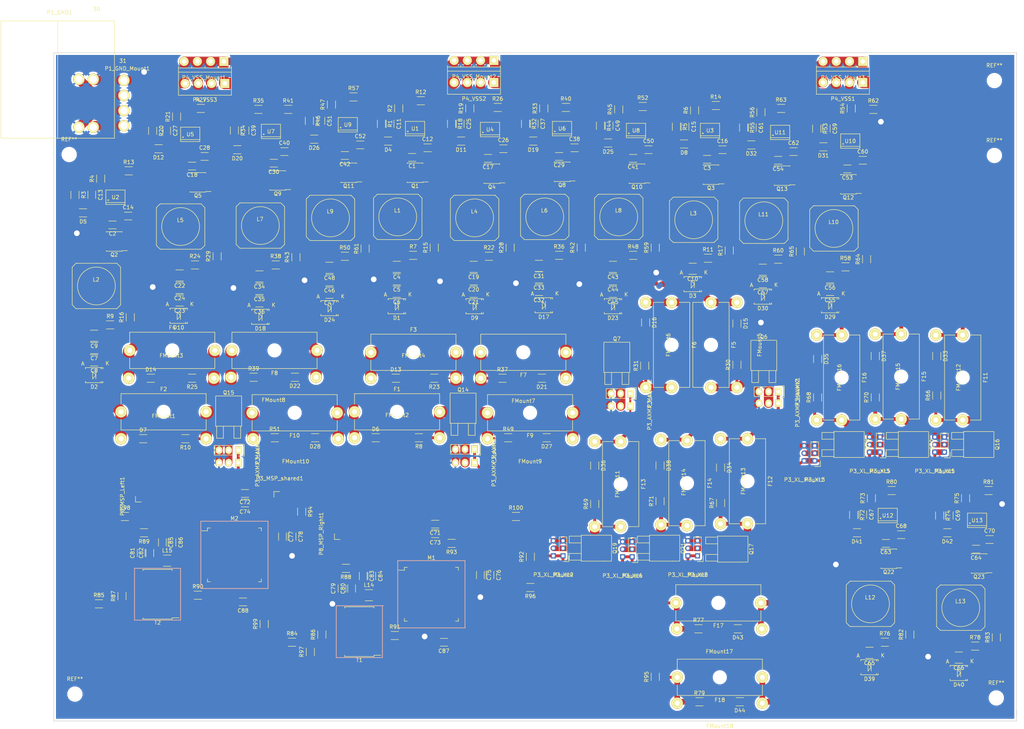
<source format=kicad_pcb>
(kicad_pcb (version 4) (host pcbnew 4.0.2-stable)
  (layers (0 F.Cu signal) (31 B.Cu signal hide) (34 B.Paste user) (35 F.Paste user) (36 B.SilkS user) (37 F.SilkS user) (38 B.Mask user) (39 F.Mask user) (44 Edge.Cuts user))
  (net 0 "")
  (net 1 /11.1V_LReg)
  (net 2 /11.1V_RReg)
  (net 3 5V)
  (net 4 3.3V)
  (net 5 "Net-(C1-Pad1)")
  (net 6 "Net-(C1-Pad2)")
  (net 7 "Net-(C2-Pad1)")
  (net 8 "Net-(C2-Pad2)")
  (net 9 "Net-(C3-Pad1)")
  (net 10 "Net-(C3-Pad2)")
  (net 11 "Net-(C4-Pad1)")
  (net 12 GND)
  (net 13 "Net-(C7-Pad1)")
  (net 14 /11.1V)
  (net 15 VSS)
  (net 16 "Net-(C12-Pad1)")
  (net 17 "Net-(C14-Pad1)")
  (net 18 "Net-(C16-Pad1)")
  (net 19 "Net-(C17-Pad1)")
  (net 20 "Net-(C17-Pad2)")
  (net 21 "Net-(C18-Pad1)")
  (net 22 "Net-(C18-Pad2)")
  (net 23 "Net-(C19-Pad1)")
  (net 24 "Net-(C22-Pad1)")
  (net 25 "Net-(C26-Pad1)")
  (net 26 "Net-(C28-Pad1)")
  (net 27 "Net-(C29-Pad1)")
  (net 28 "Net-(C29-Pad2)")
  (net 29 "Net-(C30-Pad1)")
  (net 30 "Net-(C30-Pad2)")
  (net 31 "Net-(C31-Pad1)")
  (net 32 "Net-(C34-Pad1)")
  (net 33 "Net-(C38-Pad1)")
  (net 34 "Net-(C40-Pad1)")
  (net 35 "Net-(C41-Pad1)")
  (net 36 "Net-(C41-Pad2)")
  (net 37 "Net-(C42-Pad1)")
  (net 38 "Net-(C42-Pad2)")
  (net 39 "Net-(C43-Pad1)")
  (net 40 "Net-(C46-Pad1)")
  (net 41 "Net-(C50-Pad1)")
  (net 42 "Net-(C52-Pad1)")
  (net 43 "Net-(C53-Pad1)")
  (net 44 "Net-(C53-Pad2)")
  (net 45 "Net-(C54-Pad1)")
  (net 46 "Net-(C54-Pad2)")
  (net 47 /7.4V_R)
  (net 48 /7.4V_L)
  (net 49 "Net-(C60-Pad1)")
  (net 50 "Net-(C62-Pad1)")
  (net 51 "Net-(C63-Pad1)")
  (net 52 "Net-(C63-Pad2)")
  (net 53 "Net-(C64-Pad1)")
  (net 54 "Net-(C64-Pad2)")
  (net 55 "Net-(C65-Pad1)")
  (net 56 "Net-(C66-Pad1)")
  (net 57 "Net-(C68-Pad1)")
  (net 58 "Net-(C70-Pad1)")
  (net 59 "Net-(C79-Pad1)")
  (net 60 "Net-(C81-Pad1)")
  (net 61 "Net-(D4-Pad2)")
  (net 62 "Net-(D5-Pad2)")
  (net 63 "Net-(D6-Pad2)")
  (net 64 "Net-(D7-Pad2)")
  (net 65 "Net-(D8-Pad2)")
  (net 66 "Net-(D11-Pad2)")
  (net 67 "Net-(D12-Pad2)")
  (net 68 "Net-(D13-Pad2)")
  (net 69 "Net-(D14-Pad2)")
  (net 70 "Net-(D15-Pad2)")
  (net 71 "Net-(D16-Pad2)")
  (net 72 "Net-(D19-Pad2)")
  (net 73 "Net-(D20-Pad2)")
  (net 74 "Net-(D21-Pad2)")
  (net 75 "Net-(D22-Pad2)")
  (net 76 "Net-(D25-Pad2)")
  (net 77 "Net-(D26-Pad2)")
  (net 78 "Net-(D27-Pad2)")
  (net 79 "Net-(D28-Pad2)")
  (net 80 "Net-(D31-Pad2)")
  (net 81 "Net-(D32-Pad2)")
  (net 82 "Net-(D33-Pad2)")
  (net 83 "Net-(D34-Pad2)")
  (net 84 "Net-(D35-Pad2)")
  (net 85 "Net-(D36-Pad2)")
  (net 86 "Net-(D37-Pad2)")
  (net 87 "Net-(D38-Pad2)")
  (net 88 "Net-(D41-Pad2)")
  (net 89 "Net-(D42-Pad2)")
  (net 90 "Net-(D43-Pad2)")
  (net 91 "Net-(D44-Pad2)")
  (net 92 /12V_R1)
  (net 93 /12V_L1)
  (net 94 "Net-(F5-Pad2)")
  (net 95 "Net-(F6-Pad2)")
  (net 96 "Net-(F11-Pad2)")
  (net 97 "Net-(F12-Pad2)")
  (net 98 "Net-(F13-Pad2)")
  (net 99 "Net-(F14-Pad2)")
  (net 100 "Net-(F15-Pad2)")
  (net 101 "Net-(F16-Pad2)")
  (net 102 "Net-(L14-Pad2)")
  (net 103 "Net-(L15-Pad2)")
  (net 104 "Net-(M1-Pad1)")
  (net 105 "Net-(M1-Pad2)")
  (net 106 "Net-(M1-Pad3)")
  (net 107 "Net-(M1-Pad4)")
  (net 108 "Net-(M1-Pad5)")
  (net 109 "Net-(M1-Pad6)")
  (net 110 "Net-(M1-Pad7)")
  (net 111 "Net-(M1-Pad8)")
  (net 112 "Net-(M1-Pad9)")
  (net 113 "Net-(M1-Pad10)")
  (net 114 "Net-(M1-Pad11)")
  (net 115 "Net-(M1-Pad16)")
  (net 116 "Net-(M1-Pad17)")
  (net 117 "Net-(M1-Pad18)")
  (net 118 "Net-(M1-Pad19)")
  (net 119 "Net-(M1-Pad20)")
  (net 120 "Net-(M1-Pad21)")
  (net 121 "Net-(M1-Pad22)")
  (net 122 "Net-(M1-Pad23)")
  (net 123 "Net-(M1-Pad24)")
  (net 124 "Net-(M1-Pad25)")
  (net 125 "Net-(M1-Pad26)")
  (net 126 "Net-(M1-Pad27)")
  (net 127 "Net-(M1-Pad28)")
  (net 128 "Net-(M1-Pad29)")
  (net 129 "Net-(M1-Pad30)")
  (net 130 "Net-(M1-Pad31)")
  (net 131 "Net-(M1-Pad32)")
  (net 132 "Net-(M1-Pad33)")
  (net 133 "Net-(M1-Pad34)")
  (net 134 "Net-(M1-Pad35)")
  (net 135 "Net-(M1-Pad36)")
  (net 136 "Net-(M1-Pad37)")
  (net 137 "Net-(M1-Pad38)")
  (net 138 "Net-(M1-Pad39)")
  (net 139 "Net-(M1-Pad41)")
  (net 140 "Net-(M1-Pad42)")
  (net 141 "Net-(M1-Pad44)")
  (net 142 "Net-(M1-Pad46)")
  (net 143 "Net-(M1-Pad47)")
  (net 144 "Net-(M1-Pad48)")
  (net 145 "Net-(M1-Pad49)")
  (net 146 "Net-(M1-Pad50)")
  (net 147 "Net-(M1-Pad51)")
  (net 148 "Net-(M1-Pad52)")
  (net 149 "Net-(M1-Pad53)")
  (net 150 "Net-(M1-Pad54)")
  (net 151 "Net-(M1-Pad55)")
  (net 152 "Net-(M1-Pad56)")
  (net 153 "Net-(M1-Pad57)")
  (net 154 "Net-(M1-Pad58)")
  (net 155 "Net-(M1-Pad59)")
  (net 156 "Net-(M1-Pad60)")
  (net 157 "Net-(M1-Pad61)")
  (net 158 "Net-(M1-Pad62)")
  (net 159 "Net-(M1-Pad63)")
  (net 160 "Net-(M1-Pad64)")
  (net 161 "Net-(M1-Pad65)")
  (net 162 "Net-(M1-Pad66)")
  (net 163 "Net-(M1-Pad67)")
  (net 164 "Net-(M1-Pad68)")
  (net 165 "Net-(M1-Pad69)")
  (net 166 "Net-(M1-Pad70)")
  (net 167 "Net-(M1-Pad71)")
  (net 168 "Net-(M1-Pad74)")
  (net 169 "Net-(M1-Pad75)")
  (net 170 "Net-(M1-Pad76)")
  (net 171 "Net-(M1-Pad77)")
  (net 172 "Net-(M1-Pad78)")
  (net 173 "Net-(M1-Pad79)")
  (net 174 /GO)
  (net 175 /EMERGENCY)
  (net 176 /RST)
  (net 177 "Net-(M1-Pad85)")
  (net 178 "Net-(M1-Pad86)")
  (net 179 "Net-(M1-Pad88)")
  (net 180 "Net-(M1-Pad89)")
  (net 181 "Net-(M1-Pad90)")
  (net 182 /READY_R)
  (net 183 "Net-(M1-Pad92)")
  (net 184 "Net-(M1-Pad93)")
  (net 185 /PRGM_Data_R)
  (net 186 /PRGM_CLK_R)
  (net 187 /SPI_STE_R)
  (net 188 /SPI_CLK_R)
  (net 189 /SPI_RX_R)
  (net 190 /SPI_TX_R)
  (net 191 /ERROR_R)
  (net 192 "Net-(M2-Pad1)")
  (net 193 "Net-(M2-Pad2)")
  (net 194 "Net-(M2-Pad3)")
  (net 195 "Net-(M2-Pad4)")
  (net 196 "Net-(M2-Pad5)")
  (net 197 "Net-(M2-Pad6)")
  (net 198 "Net-(M2-Pad7)")
  (net 199 "Net-(M2-Pad8)")
  (net 200 "Net-(M2-Pad9)")
  (net 201 "Net-(M2-Pad10)")
  (net 202 "Net-(M2-Pad11)")
  (net 203 "Net-(M2-Pad16)")
  (net 204 "Net-(M2-Pad17)")
  (net 205 "Net-(M2-Pad18)")
  (net 206 "Net-(M2-Pad19)")
  (net 207 "Net-(M2-Pad20)")
  (net 208 "Net-(M2-Pad21)")
  (net 209 "Net-(M2-Pad22)")
  (net 210 "Net-(M2-Pad23)")
  (net 211 "Net-(M2-Pad24)")
  (net 212 "Net-(M2-Pad25)")
  (net 213 "Net-(M2-Pad26)")
  (net 214 "Net-(M2-Pad27)")
  (net 215 "Net-(M2-Pad28)")
  (net 216 "Net-(M2-Pad29)")
  (net 217 "Net-(M2-Pad30)")
  (net 218 "Net-(M2-Pad31)")
  (net 219 "Net-(M2-Pad32)")
  (net 220 "Net-(M2-Pad33)")
  (net 221 "Net-(M2-Pad34)")
  (net 222 "Net-(M2-Pad35)")
  (net 223 "Net-(M2-Pad36)")
  (net 224 "Net-(M2-Pad37)")
  (net 225 "Net-(M2-Pad38)")
  (net 226 "Net-(M2-Pad39)")
  (net 227 "Net-(M2-Pad41)")
  (net 228 "Net-(M2-Pad42)")
  (net 229 "Net-(M2-Pad44)")
  (net 230 "Net-(M2-Pad46)")
  (net 231 "Net-(M2-Pad47)")
  (net 232 "Net-(M2-Pad48)")
  (net 233 "Net-(M2-Pad49)")
  (net 234 "Net-(M2-Pad50)")
  (net 235 "Net-(M2-Pad51)")
  (net 236 "Net-(M2-Pad52)")
  (net 237 "Net-(M2-Pad53)")
  (net 238 "Net-(M2-Pad54)")
  (net 239 "Net-(M2-Pad55)")
  (net 240 "Net-(M2-Pad56)")
  (net 241 "Net-(M2-Pad57)")
  (net 242 "Net-(M2-Pad58)")
  (net 243 "Net-(M2-Pad59)")
  (net 244 "Net-(M2-Pad60)")
  (net 245 "Net-(M2-Pad61)")
  (net 246 "Net-(M2-Pad62)")
  (net 247 "Net-(M2-Pad63)")
  (net 248 "Net-(M2-Pad64)")
  (net 249 "Net-(M2-Pad65)")
  (net 250 "Net-(M2-Pad66)")
  (net 251 "Net-(M2-Pad67)")
  (net 252 "Net-(M2-Pad68)")
  (net 253 "Net-(M2-Pad69)")
  (net 254 "Net-(M2-Pad70)")
  (net 255 "Net-(M2-Pad71)")
  (net 256 "Net-(M2-Pad74)")
  (net 257 "Net-(M2-Pad75)")
  (net 258 "Net-(M2-Pad76)")
  (net 259 "Net-(M2-Pad77)")
  (net 260 "Net-(M2-Pad78)")
  (net 261 "Net-(M2-Pad79)")
  (net 262 "Net-(M2-Pad85)")
  (net 263 "Net-(M2-Pad86)")
  (net 264 "Net-(M2-Pad88)")
  (net 265 "Net-(M2-Pad89)")
  (net 266 "Net-(M2-Pad90)")
  (net 267 /READY_L)
  (net 268 "Net-(M2-Pad92)")
  (net 269 "Net-(M2-Pad93)")
  (net 270 /PRGM_Data_L)
  (net 271 /PRGM_CLK_L)
  (net 272 /SPI_STE_L)
  (net 273 /SPI_CLK_L)
  (net 274 /SPI_RX_L)
  (net 275 /SPI_TX_L)
  (net 276 /ERROR_L)
  (net 277 /12V_RReg)
  (net 278 /12V_LReg)
  (net 279 R_Signal)
  (net 280 L_Signal)
  (net 281 /7.4V_RReg3)
  (net 282 /7.4V_LReg3)
  (net 283 /7.4V_RReg1)
  (net 284 /7.4V_LReg1)
  (net 285 /7.4V_RReg2)
  (net 286 /7.4V_LReg2)
  (net 287 "Net-(Q1-Pad2)")
  (net 288 "Net-(Q2-Pad2)")
  (net 289 "Net-(Q3-Pad2)")
  (net 290 "Net-(Q4-Pad2)")
  (net 291 "Net-(Q5-Pad2)")
  (net 292 "Net-(Q8-Pad2)")
  (net 293 "Net-(Q9-Pad2)")
  (net 294 "Net-(Q10-Pad2)")
  (net 295 "Net-(Q11-Pad2)")
  (net 296 "Net-(Q12-Pad2)")
  (net 297 "Net-(Q13-Pad2)")
  (net 298 "Net-(Q22-Pad2)")
  (net 299 "Net-(Q23-Pad2)")
  (net 300 "Net-(R12-Pad1)")
  (net 301 "Net-(R13-Pad1)")
  (net 302 "Net-(R14-Pad1)")
  (net 303 "Net-(R15-Pad1)")
  (net 304 "Net-(R16-Pad1)")
  (net 305 "Net-(R11-Pad2)")
  (net 306 "Net-(R19-Pad2)")
  (net 307 "Net-(R21-Pad2)")
  (net 308 "Net-(R22-Pad2)")
  (net 309 "Net-(R24-Pad2)")
  (net 310 "Net-(R33-Pad2)")
  (net 311 "Net-(R35-Pad2)")
  (net 312 "Net-(R36-Pad2)")
  (net 313 "Net-(R38-Pad2)")
  (net 314 "Net-(R45-Pad2)")
  (net 315 "Net-(R47-Pad2)")
  (net 316 "Net-(R48-Pad2)")
  (net 317 "Net-(R50-Pad2)")
  (net 318 "Net-(R54-Pad2)")
  (net 319 "Net-(R56-Pad2)")
  (net 320 "Net-(R58-Pad2)")
  (net 321 "Net-(R60-Pad2)")
  (net 322 "Net-(R73-Pad2)")
  (net 323 "Net-(R75-Pad2)")
  (net 324 "Net-(R76-Pad2)")
  (net 325 "Net-(R78-Pad2)")
  (net 326 "Net-(R86-Pad2)")
  (net 327 "Net-(R87-Pad2)")
  (net 328 "Net-(C83-Pad1)")
  (net 329 "Net-(C85-Pad1)")
  (net 330 "Net-(R91-Pad2)")
  (net 331 "Net-(R90-Pad2)")
  (module Mounting_Holes:MountingHole_3mm (layer F.Cu) (at 260.858 19.558)
    (fp_text reference REF** (at 0 -4) (layer F.SilkS))
    (fp_text value MountingHole_3mm)
    (pad 1 np_thru_hole circle (at 0 0) (size 3 3) (drill 3) (layers *.Cu *.Mask F.SilkS))
  )
  (module Mounting_Holes:MountingHole_3mm (layer F.Cu) (at 16.256 39.116)
    (fp_text reference REF** (at 0 -4) (layer F.SilkS))
    (fp_text value MountingHole_3mm)
    (pad 1 np_thru_hole circle (at 0 0) (size 3 3) (drill 3) (layers *.Cu *.Mask F.SilkS))
  )
  (module Mounting_Holes:MountingHole_3mm (layer F.Cu) (at 17.78 181.864)
    (fp_text reference REF** (at 0 -4) (layer F.SilkS))
    (fp_text value MountingHole_3mm)
    (pad 1 np_thru_hole circle (at 0 0) (size 3 3) (drill 3) (layers *.Cu *.Mask F.SilkS))
  )
  (module Mounting_Holes:MountingHole_3mm (layer F.Cu) (at 260.858 39.37)
    (fp_text reference REF** (at 0 -4) (layer F.SilkS))
    (fp_text value MountingHole_3mm)
    (pad 1 np_thru_hole circle (at 0 0) (size 3 3) (drill 3) (layers *.Cu *.Mask F.SilkS))
  )
  (module Capacitors_SMD:C_1206_HandSoldering (layer F.Cu) (at 106.934 39.878 180)
    (fp_text reference C1 (at 0 -2.3 180) (layer F.SilkS))
    (fp_text value 1u)
    (pad 1 smd rect (at -2 0 180) (size 2 1.6) (layers F.Cu F.Paste F.Mask) (net 5 "Net-(C1-Pad1)"))
    (pad 2 smd rect (at 2 0 180) (size 2 1.6) (layers F.Cu F.Paste F.Mask) (net 6 "Net-(C1-Pad2)"))
  )
  (module Capacitors_SMD:C_1206_HandSoldering (layer F.Cu) (at 27.7115 57.7435 180)
    (fp_text reference C2 (at 0 -2.3 180) (layer F.SilkS))
    (fp_text value 1u)
    (pad 1 smd rect (at -2 0 180) (size 2 1.6) (layers F.Cu F.Paste F.Mask) (net 7 "Net-(C2-Pad1)"))
    (pad 2 smd rect (at 2 0 180) (size 2 1.6) (layers F.Cu F.Paste F.Mask) (net 8 "Net-(C2-Pad2)"))
  )
  (module Capacitors_SMD:C_1206_HandSoldering (layer F.Cu) (at 184.912 40.386 180)
    (fp_text reference C3 (at 0 -2.3 180) (layer F.SilkS))
    (fp_text value 1u)
    (pad 1 smd rect (at -2 0 180) (size 2 1.6) (layers F.Cu F.Paste F.Mask) (net 9 "Net-(C3-Pad1)"))
    (pad 2 smd rect (at 2 0 180) (size 2 1.6) (layers F.Cu F.Paste F.Mask) (net 10 "Net-(C3-Pad2)"))
  )
  (module Capacitors_SMD:C_1210_HandSoldering (layer F.Cu) (at 102.87 68.834 180)
    (fp_text reference C4 (at 0 -2.7 180) (layer F.SilkS))
    (fp_text value 47u)
    (pad 1 smd rect (at -2 0 180) (size 2 2.5) (layers F.Cu F.Paste F.Mask) (net 11 "Net-(C4-Pad1)"))
    (pad 2 smd rect (at 2 0 180) (size 2 2.5) (layers F.Cu F.Paste F.Mask) (net 12 GND))
  )
  (module Capacitors_SMD:C_1210_HandSoldering (layer F.Cu) (at 102.87 72.136 180)
    (fp_text reference C5 (at 0 -2.7 180) (layer F.SilkS))
    (fp_text value 47u)
    (pad 1 smd rect (at -2 0 180) (size 2 2.5) (layers F.Cu F.Paste F.Mask) (net 11 "Net-(C4-Pad1)"))
    (pad 2 smd rect (at 2 0 180) (size 2 2.5) (layers F.Cu F.Paste F.Mask) (net 12 GND))
  )
  (module Capacitors_SMD:C_1210_HandSoldering (layer F.Cu) (at 102.87 75.438 180)
    (fp_text reference C6 (at 0 -2.7 180) (layer F.SilkS))
    (fp_text value 47u)
    (pad 1 smd rect (at -2 0 180) (size 2 2.5) (layers F.Cu F.Paste F.Mask) (net 11 "Net-(C4-Pad1)"))
    (pad 2 smd rect (at 2 0 180) (size 2 2.5) (layers F.Cu F.Paste F.Mask) (net 12 GND))
  )
  (module Capacitors_SMD:C_1210_HandSoldering (layer F.Cu) (at 22.8615 90.3185 180)
    (fp_text reference C7 (at 0 -2.7 180) (layer F.SilkS))
    (fp_text value 47u)
    (pad 1 smd rect (at -2 0 180) (size 2 2.5) (layers F.Cu F.Paste F.Mask) (net 13 "Net-(C7-Pad1)"))
    (pad 2 smd rect (at 2 0 180) (size 2 2.5) (layers F.Cu F.Paste F.Mask) (net 12 GND))
  )
  (module Capacitors_SMD:C_1210_HandSoldering (layer F.Cu) (at 22.8615 93.5685 180)
    (fp_text reference C8 (at 0 -2.7 180) (layer F.SilkS))
    (fp_text value 47u)
    (pad 1 smd rect (at -2 0 180) (size 2 2.5) (layers F.Cu F.Paste F.Mask) (net 13 "Net-(C7-Pad1)"))
    (pad 2 smd rect (at 2 0 180) (size 2 2.5) (layers F.Cu F.Paste F.Mask) (net 12 GND))
  )
  (module Capacitors_SMD:C_1210_HandSoldering (layer F.Cu) (at 22.8615 87.0685 180)
    (fp_text reference C9 (at 0 -2.7 180) (layer F.SilkS))
    (fp_text value 47u)
    (pad 1 smd rect (at -2 0 180) (size 2 2.5) (layers F.Cu F.Paste F.Mask) (net 13 "Net-(C7-Pad1)"))
    (pad 2 smd rect (at 2 0 180) (size 2 2.5) (layers F.Cu F.Paste F.Mask) (net 12 GND))
  )
  (module Capacitors_SMD:C_1210_HandSoldering (layer F.Cu) (at 181.102 69.342 180)
    (fp_text reference C10 (at 0 -2.7 180) (layer F.SilkS))
    (fp_text value 47u)
    (pad 1 smd rect (at -2 0 180) (size 2 2.5) (layers F.Cu F.Paste F.Mask) (net 14 /11.1V))
    (pad 2 smd rect (at 2 0 180) (size 2 2.5) (layers F.Cu F.Paste F.Mask) (net 12 GND))
  )
  (module Capacitors_SMD:C_1206_HandSoldering (layer F.Cu) (at 101.092 30.988 270)
    (fp_text reference C11 (at 0 -2.3 270) (layer F.SilkS))
    (fp_text value 22u)
    (pad 1 smd rect (at -2 0 270) (size 2 1.6) (layers F.Cu F.Paste F.Mask) (net 15 VSS))
    (pad 2 smd rect (at 2 0 270) (size 2 1.6) (layers F.Cu F.Paste F.Mask) (net 12 GND))
  )
  (module Capacitors_SMD:C_1206_HandSoldering (layer F.Cu) (at 110.998 37.338)
    (fp_text reference C12 (at 0 -2.3) (layer F.SilkS))
    (fp_text value 1u)
    (pad 1 smd rect (at -2 0) (size 2 1.6) (layers F.Cu F.Paste F.Mask) (net 16 "Net-(C12-Pad1)"))
    (pad 2 smd rect (at 2 0) (size 2 1.6) (layers F.Cu F.Paste F.Mask) (net 12 GND))
  )
  (module Capacitors_SMD:C_1206_HandSoldering (layer F.Cu) (at 22.2365 49.7935 270)
    (fp_text reference C13 (at 0 -2.3 270) (layer F.SilkS))
    (fp_text value 22u)
    (pad 1 smd rect (at -2 0 270) (size 2 1.6) (layers F.Cu F.Paste F.Mask) (net 15 VSS))
    (pad 2 smd rect (at 2 0 270) (size 2 1.6) (layers F.Cu F.Paste F.Mask) (net 12 GND))
  )
  (module Capacitors_SMD:C_1206_HandSoldering (layer F.Cu) (at 31.8615 55.3935)
    (fp_text reference C14 (at 0 -2.3) (layer F.SilkS))
    (fp_text value 1u)
    (pad 1 smd rect (at -2 0) (size 2 1.6) (layers F.Cu F.Paste F.Mask) (net 17 "Net-(C14-Pad1)"))
    (pad 2 smd rect (at 2 0) (size 2 1.6) (layers F.Cu F.Paste F.Mask) (net 12 GND))
  )
  (module Capacitors_SMD:C_1206_HandSoldering (layer F.Cu) (at 179.07 31.75 270)
    (fp_text reference C15 (at 0 -2.3 270) (layer F.SilkS))
    (fp_text value 22u)
    (pad 1 smd rect (at -2 0 270) (size 2 1.6) (layers F.Cu F.Paste F.Mask) (net 15 VSS))
    (pad 2 smd rect (at 2 0 270) (size 2 1.6) (layers F.Cu F.Paste F.Mask) (net 12 GND))
  )
  (module Capacitors_SMD:C_1206_HandSoldering (layer F.Cu) (at 188.976 37.846)
    (fp_text reference C16 (at 0 -2.3) (layer F.SilkS))
    (fp_text value 1u)
    (pad 1 smd rect (at -2 0) (size 2 1.6) (layers F.Cu F.Paste F.Mask) (net 18 "Net-(C16-Pad1)"))
    (pad 2 smd rect (at 2 0) (size 2 1.6) (layers F.Cu F.Paste F.Mask) (net 12 GND))
  )
  (module Capacitors_SMD:C_1206_HandSoldering (layer F.Cu) (at 127 40.132 180)
    (fp_text reference C17 (at 0 -2.3 180) (layer F.SilkS))
    (fp_text value 1u)
    (pad 1 smd rect (at -2 0 180) (size 2 1.6) (layers F.Cu F.Paste F.Mask) (net 19 "Net-(C17-Pad1)"))
    (pad 2 smd rect (at 2 0 180) (size 2 1.6) (layers F.Cu F.Paste F.Mask) (net 20 "Net-(C17-Pad2)"))
  )
  (module Capacitors_SMD:C_1206_HandSoldering (layer F.Cu) (at 48.768 42.164 180)
    (fp_text reference C18 (at 0 -2.3 180) (layer F.SilkS))
    (fp_text value 1u)
    (pad 1 smd rect (at -2 0 180) (size 2 1.6) (layers F.Cu F.Paste F.Mask) (net 21 "Net-(C18-Pad1)"))
    (pad 2 smd rect (at 2 0 180) (size 2 1.6) (layers F.Cu F.Paste F.Mask) (net 22 "Net-(C18-Pad2)"))
  )
  (module Capacitors_SMD:C_1210_HandSoldering (layer F.Cu) (at 123.19 68.834 180)
    (fp_text reference C19 (at 0 -2.7 180) (layer F.SilkS))
    (fp_text value 47u)
    (pad 1 smd rect (at -2 0 180) (size 2 2.5) (layers F.Cu F.Paste F.Mask) (net 23 "Net-(C19-Pad1)"))
    (pad 2 smd rect (at 2 0 180) (size 2 2.5) (layers F.Cu F.Paste F.Mask) (net 12 GND))
  )
  (module Capacitors_SMD:C_1210_HandSoldering (layer F.Cu) (at 123.19 72.136 180)
    (fp_text reference C20 (at 0 -2.7 180) (layer F.SilkS))
    (fp_text value 47u)
    (pad 1 smd rect (at -2 0 180) (size 2 2.5) (layers F.Cu F.Paste F.Mask) (net 23 "Net-(C19-Pad1)"))
    (pad 2 smd rect (at 2 0 180) (size 2 2.5) (layers F.Cu F.Paste F.Mask) (net 12 GND))
  )
  (module Capacitors_SMD:C_1210_HandSoldering (layer F.Cu) (at 123.19 75.438 180)
    (fp_text reference C21 (at 0 -2.7 180) (layer F.SilkS))
    (fp_text value 47u)
    (pad 1 smd rect (at -2 0 180) (size 2 2.5) (layers F.Cu F.Paste F.Mask) (net 23 "Net-(C19-Pad1)"))
    (pad 2 smd rect (at 2 0 180) (size 2 2.5) (layers F.Cu F.Paste F.Mask) (net 12 GND))
  )
  (module Capacitors_SMD:C_1210_HandSoldering (layer F.Cu) (at 45.466 71.12 180)
    (fp_text reference C22 (at 0 -2.7 180) (layer F.SilkS))
    (fp_text value 47u)
    (pad 1 smd rect (at -2 0 180) (size 2 2.5) (layers F.Cu F.Paste F.Mask) (net 24 "Net-(C22-Pad1)"))
    (pad 2 smd rect (at 2 0 180) (size 2 2.5) (layers F.Cu F.Paste F.Mask) (net 12 GND))
  )
  (module Capacitors_SMD:C_1210_HandSoldering (layer F.Cu) (at 45.466 77.724 180)
    (fp_text reference C23 (at 0 -2.7 180) (layer F.SilkS))
    (fp_text value 47u)
    (pad 1 smd rect (at -2 0 180) (size 2 2.5) (layers F.Cu F.Paste F.Mask) (net 24 "Net-(C22-Pad1)"))
    (pad 2 smd rect (at 2 0 180) (size 2 2.5) (layers F.Cu F.Paste F.Mask) (net 12 GND))
  )
  (module Capacitors_SMD:C_1210_HandSoldering (layer F.Cu) (at 45.466 74.422 180)
    (fp_text reference C24 (at 0 -2.7 180) (layer F.SilkS))
    (fp_text value 47u)
    (pad 1 smd rect (at -2 0 180) (size 2 2.5) (layers F.Cu F.Paste F.Mask) (net 24 "Net-(C22-Pad1)"))
    (pad 2 smd rect (at 2 0 180) (size 2 2.5) (layers F.Cu F.Paste F.Mask) (net 12 GND))
  )
  (module Capacitors_SMD:C_1206_HandSoldering (layer F.Cu) (at 119.634 30.988 270)
    (fp_text reference C25 (at 0 -2.3 270) (layer F.SilkS))
    (fp_text value 22u)
    (pad 1 smd rect (at -2 0 270) (size 2 1.6) (layers F.Cu F.Paste F.Mask) (net 15 VSS))
    (pad 2 smd rect (at 2 0 270) (size 2 1.6) (layers F.Cu F.Paste F.Mask) (net 12 GND))
  )
  (module Capacitors_SMD:C_1206_HandSoldering (layer F.Cu) (at 131.064 37.592)
    (fp_text reference C26 (at 0 -2.3) (layer F.SilkS))
    (fp_text value 1u)
    (pad 1 smd rect (at -2 0) (size 2 1.6) (layers F.Cu F.Paste F.Mask) (net 25 "Net-(C26-Pad1)"))
    (pad 2 smd rect (at 2 0) (size 2 1.6) (layers F.Cu F.Paste F.Mask) (net 12 GND))
  )
  (module Capacitors_SMD:C_1206_HandSoldering (layer F.Cu) (at 42.024 32.806 270)
    (fp_text reference C27 (at 0 -2.3 270) (layer F.SilkS))
    (fp_text value 22u)
    (pad 1 smd rect (at -2 0 270) (size 2 1.6) (layers F.Cu F.Paste F.Mask) (net 15 VSS))
    (pad 2 smd rect (at 2 0 270) (size 2 1.6) (layers F.Cu F.Paste F.Mask) (net 12 GND))
  )
  (module Capacitors_SMD:C_1206_HandSoldering (layer F.Cu) (at 52.07 39.624)
    (fp_text reference C28 (at 0 -2.3) (layer F.SilkS))
    (fp_text value 1u)
    (pad 1 smd rect (at -2 0) (size 2 1.6) (layers F.Cu F.Paste F.Mask) (net 26 "Net-(C28-Pad1)"))
    (pad 2 smd rect (at 2 0) (size 2 1.6) (layers F.Cu F.Paste F.Mask) (net 12 GND))
  )
  (module Capacitors_SMD:C_1206_HandSoldering (layer F.Cu) (at 145.796 39.624 180)
    (fp_text reference C29 (at 0 -2.3 180) (layer F.SilkS))
    (fp_text value 1u)
    (pad 1 smd rect (at -2 0 180) (size 2 1.6) (layers F.Cu F.Paste F.Mask) (net 27 "Net-(C29-Pad1)"))
    (pad 2 smd rect (at 2 0 180) (size 2 1.6) (layers F.Cu F.Paste F.Mask) (net 28 "Net-(C29-Pad2)"))
  )
  (module Capacitors_SMD:C_1206_HandSoldering (layer F.Cu) (at 70.358 41.402 180)
    (fp_text reference C30 (at 0 -2.3 180) (layer F.SilkS))
    (fp_text value 1u)
    (pad 1 smd rect (at -2 0 180) (size 2 1.6) (layers F.Cu F.Paste F.Mask) (net 29 "Net-(C30-Pad1)"))
    (pad 2 smd rect (at 2 0 180) (size 2 1.6) (layers F.Cu F.Paste F.Mask) (net 30 "Net-(C30-Pad2)"))
  )
  (module Capacitors_SMD:C_1210_HandSoldering (layer F.Cu) (at 140.462 68.58 180)
    (fp_text reference C31 (at 0 -2.7 180) (layer F.SilkS))
    (fp_text value 47u)
    (pad 1 smd rect (at -2 0 180) (size 2 2.5) (layers F.Cu F.Paste F.Mask) (net 31 "Net-(C31-Pad1)"))
    (pad 2 smd rect (at 2 0 180) (size 2 2.5) (layers F.Cu F.Paste F.Mask) (net 12 GND))
  )
  (module Capacitors_SMD:C_1210_HandSoldering (layer F.Cu) (at 140.462 74.93 180)
    (fp_text reference C32 (at 0 -2.7 180) (layer F.SilkS))
    (fp_text value 47u)
    (pad 1 smd rect (at -2 0 180) (size 2 2.5) (layers F.Cu F.Paste F.Mask) (net 31 "Net-(C31-Pad1)"))
    (pad 2 smd rect (at 2 0 180) (size 2 2.5) (layers F.Cu F.Paste F.Mask) (net 12 GND))
  )
  (module Capacitors_SMD:C_1210_HandSoldering (layer F.Cu) (at 140.462 71.628 180)
    (fp_text reference C33 (at 0 -2.7 180) (layer F.SilkS))
    (fp_text value 47u)
    (pad 1 smd rect (at -2 0 180) (size 2 2.5) (layers F.Cu F.Paste F.Mask) (net 31 "Net-(C31-Pad1)"))
    (pad 2 smd rect (at 2 0 180) (size 2 2.5) (layers F.Cu F.Paste F.Mask) (net 12 GND))
  )
  (module Capacitors_SMD:C_1210_HandSoldering (layer F.Cu) (at 66.548 71.374 180)
    (fp_text reference C34 (at 0 -2.7 180) (layer F.SilkS))
    (fp_text value 47u)
    (pad 1 smd rect (at -2 0 180) (size 2 2.5) (layers F.Cu F.Paste F.Mask) (net 32 "Net-(C34-Pad1)"))
    (pad 2 smd rect (at 2 0 180) (size 2 2.5) (layers F.Cu F.Paste F.Mask) (net 12 GND))
  )
  (module Capacitors_SMD:C_1210_HandSoldering (layer F.Cu) (at 66.548 74.676 180)
    (fp_text reference C35 (at 0 -2.7 180) (layer F.SilkS))
    (fp_text value 47u)
    (pad 1 smd rect (at -2 0 180) (size 2 2.5) (layers F.Cu F.Paste F.Mask) (net 32 "Net-(C34-Pad1)"))
    (pad 2 smd rect (at 2 0 180) (size 2 2.5) (layers F.Cu F.Paste F.Mask) (net 12 GND))
  )
  (module Capacitors_SMD:C_1210_HandSoldering (layer F.Cu) (at 66.548 77.978 180)
    (fp_text reference C36 (at 0 -2.7 180) (layer F.SilkS))
    (fp_text value 47u)
    (pad 1 smd rect (at -2 0 180) (size 2 2.5) (layers F.Cu F.Paste F.Mask) (net 32 "Net-(C34-Pad1)"))
    (pad 2 smd rect (at 2 0 180) (size 2 2.5) (layers F.Cu F.Paste F.Mask) (net 12 GND))
  )
  (module Capacitors_SMD:C_1206_HandSoldering (layer F.Cu) (at 139.192 30.988 270)
    (fp_text reference C37 (at 0 -2.3 270) (layer F.SilkS))
    (fp_text value 22u)
    (pad 1 smd rect (at -2 0 270) (size 2 1.6) (layers F.Cu F.Paste F.Mask) (net 15 VSS))
    (pad 2 smd rect (at 2 0 270) (size 2 1.6) (layers F.Cu F.Paste F.Mask) (net 12 GND))
  )
  (module Capacitors_SMD:C_1206_HandSoldering (layer F.Cu) (at 149.86 37.338)
    (fp_text reference C38 (at 0 -2.3) (layer F.SilkS))
    (fp_text value 1u)
    (pad 1 smd rect (at -2 0) (size 2 1.6) (layers F.Cu F.Paste F.Mask) (net 33 "Net-(C38-Pad1)"))
    (pad 2 smd rect (at 2 0) (size 2 1.6) (layers F.Cu F.Paste F.Mask) (net 12 GND))
  )
  (module Capacitors_SMD:C_1206_HandSoldering (layer F.Cu) (at 62.738 32.766 270)
    (fp_text reference C39 (at 0 -2.3 270) (layer F.SilkS))
    (fp_text value 22u)
    (pad 1 smd rect (at -2 0 270) (size 2 1.6) (layers F.Cu F.Paste F.Mask) (net 15 VSS))
    (pad 2 smd rect (at 2 0 270) (size 2 1.6) (layers F.Cu F.Paste F.Mask) (net 12 GND))
  )
  (module Capacitors_SMD:C_1206_HandSoldering (layer F.Cu) (at 73.152 38.354)
    (fp_text reference C40 (at 0 -2.3) (layer F.SilkS))
    (fp_text value 1u)
    (pad 1 smd rect (at -2 0) (size 2 1.6) (layers F.Cu F.Paste F.Mask) (net 34 "Net-(C40-Pad1)"))
    (pad 2 smd rect (at 2 0) (size 2 1.6) (layers F.Cu F.Paste F.Mask) (net 12 GND))
  )
  (module Capacitors_SMD:C_1206_HandSoldering (layer F.Cu) (at 165.354 40.132 180)
    (fp_text reference C41 (at 0 -2.3 180) (layer F.SilkS))
    (fp_text value 1u)
    (pad 1 smd rect (at -2 0 180) (size 2 1.6) (layers F.Cu F.Paste F.Mask) (net 35 "Net-(C41-Pad1)"))
    (pad 2 smd rect (at 2 0 180) (size 2 1.6) (layers F.Cu F.Paste F.Mask) (net 36 "Net-(C41-Pad2)"))
  )
  (module Capacitors_SMD:C_1206_HandSoldering (layer F.Cu) (at 89.154 39.37 180)
    (fp_text reference C42 (at 0 -2.3 180) (layer F.SilkS))
    (fp_text value 1u)
    (pad 1 smd rect (at -2 0 180) (size 2 1.6) (layers F.Cu F.Paste F.Mask) (net 37 "Net-(C42-Pad1)"))
    (pad 2 smd rect (at 2 0 180) (size 2 1.6) (layers F.Cu F.Paste F.Mask) (net 38 "Net-(C42-Pad2)"))
  )
  (module Capacitors_SMD:C_1210_HandSoldering (layer F.Cu) (at 160.02 68.834 180)
    (fp_text reference C43 (at 0 -2.7 180) (layer F.SilkS))
    (fp_text value 47u)
    (pad 1 smd rect (at -2 0 180) (size 2 2.5) (layers F.Cu F.Paste F.Mask) (net 39 "Net-(C43-Pad1)"))
    (pad 2 smd rect (at 2 0 180) (size 2 2.5) (layers F.Cu F.Paste F.Mask) (net 12 GND))
  )
  (module Capacitors_SMD:C_1210_HandSoldering (layer F.Cu) (at 160.02 72.136 180)
    (fp_text reference C44 (at 0 -2.7 180) (layer F.SilkS))
    (fp_text value 47u)
    (pad 1 smd rect (at -2 0 180) (size 2 2.5) (layers F.Cu F.Paste F.Mask) (net 39 "Net-(C43-Pad1)"))
    (pad 2 smd rect (at 2 0 180) (size 2 2.5) (layers F.Cu F.Paste F.Mask) (net 12 GND))
  )
  (module Capacitors_SMD:C_1210_HandSoldering (layer F.Cu) (at 160.02 75.438 180)
    (fp_text reference C45 (at 0 -2.7 180) (layer F.SilkS))
    (fp_text value 47u)
    (pad 1 smd rect (at -2 0 180) (size 2 2.5) (layers F.Cu F.Paste F.Mask) (net 39 "Net-(C43-Pad1)"))
    (pad 2 smd rect (at 2 0 180) (size 2 2.5) (layers F.Cu F.Paste F.Mask) (net 12 GND))
  )
  (module Capacitors_SMD:C_1210_HandSoldering (layer F.Cu) (at 85.09 72.39 180)
    (fp_text reference C46 (at 0 -2.7 180) (layer F.SilkS))
    (fp_text value 47u)
    (pad 1 smd rect (at -2 0 180) (size 2 2.5) (layers F.Cu F.Paste F.Mask) (net 40 "Net-(C46-Pad1)"))
    (pad 2 smd rect (at 2 0 180) (size 2 2.5) (layers F.Cu F.Paste F.Mask) (net 12 GND))
  )
  (module Capacitors_SMD:C_1210_HandSoldering (layer F.Cu) (at 85.09 75.692 180)
    (fp_text reference C47 (at 0 -2.7 180) (layer F.SilkS))
    (fp_text value 47u)
    (pad 1 smd rect (at -2 0 180) (size 2 2.5) (layers F.Cu F.Paste F.Mask) (net 40 "Net-(C46-Pad1)"))
    (pad 2 smd rect (at 2 0 180) (size 2 2.5) (layers F.Cu F.Paste F.Mask) (net 12 GND))
  )
  (module Capacitors_SMD:C_1210_HandSoldering (layer F.Cu) (at 85.09 69.088 180)
    (fp_text reference C48 (at 0 -2.7 180) (layer F.SilkS))
    (fp_text value 47u)
    (pad 1 smd rect (at -2 0 180) (size 2 2.5) (layers F.Cu F.Paste F.Mask) (net 40 "Net-(C46-Pad1)"))
    (pad 2 smd rect (at 2 0 180) (size 2 2.5) (layers F.Cu F.Paste F.Mask) (net 12 GND))
  )
  (module Capacitors_SMD:C_1206_HandSoldering (layer F.Cu) (at 159.004 31.496 270)
    (fp_text reference C49 (at 0 -2.3 270) (layer F.SilkS))
    (fp_text value 22u)
    (pad 1 smd rect (at -2 0 270) (size 2 1.6) (layers F.Cu F.Paste F.Mask) (net 15 VSS))
    (pad 2 smd rect (at 2 0 270) (size 2 1.6) (layers F.Cu F.Paste F.Mask) (net 12 GND))
  )
  (module Capacitors_SMD:C_1206_HandSoldering (layer F.Cu) (at 169.418 37.846)
    (fp_text reference C50 (at 0 -2.3) (layer F.SilkS))
    (fp_text value 1u)
    (pad 1 smd rect (at -2 0) (size 2 1.6) (layers F.Cu F.Paste F.Mask) (net 41 "Net-(C50-Pad1)"))
    (pad 2 smd rect (at 2 0) (size 2 1.6) (layers F.Cu F.Paste F.Mask) (net 12 GND))
  )
  (module Capacitors_SMD:C_1206_HandSoldering (layer F.Cu) (at 82.804 30.226 270)
    (fp_text reference C51 (at 0 -2.3 270) (layer F.SilkS))
    (fp_text value 22u)
    (pad 1 smd rect (at -2 0 270) (size 2 1.6) (layers F.Cu F.Paste F.Mask) (net 15 VSS))
    (pad 2 smd rect (at 2 0 270) (size 2 1.6) (layers F.Cu F.Paste F.Mask) (net 12 GND))
  )
  (module Capacitors_SMD:C_1206_HandSoldering (layer F.Cu) (at 93.218 36.576)
    (fp_text reference C52 (at 0 -2.3) (layer F.SilkS))
    (fp_text value 1u)
    (pad 1 smd rect (at -2 0) (size 2 1.6) (layers F.Cu F.Paste F.Mask) (net 42 "Net-(C52-Pad1)"))
    (pad 2 smd rect (at 2 0) (size 2 1.6) (layers F.Cu F.Paste F.Mask) (net 12 GND))
  )
  (module Capacitors_SMD:C_1206_HandSoldering (layer F.Cu) (at 221.996 42.926 180)
    (fp_text reference C53 (at 0 -2.3 180) (layer F.SilkS))
    (fp_text value 1u)
    (pad 1 smd rect (at -2 0 180) (size 2 1.6) (layers F.Cu F.Paste F.Mask) (net 43 "Net-(C53-Pad1)"))
    (pad 2 smd rect (at 2 0 180) (size 2 1.6) (layers F.Cu F.Paste F.Mask) (net 44 "Net-(C53-Pad2)"))
  )
  (module Capacitors_SMD:C_1206_HandSoldering (layer F.Cu) (at 203.708 40.64 180)
    (fp_text reference C54 (at 0 -2.3 180) (layer F.SilkS))
    (fp_text value 1u)
    (pad 1 smd rect (at -2 0 180) (size 2 1.6) (layers F.Cu F.Paste F.Mask) (net 45 "Net-(C54-Pad1)"))
    (pad 2 smd rect (at 2 0 180) (size 2 1.6) (layers F.Cu F.Paste F.Mask) (net 46 "Net-(C54-Pad2)"))
  )
  (module Capacitors_SMD:C_1210_HandSoldering (layer F.Cu) (at 217.424 74.93 180)
    (fp_text reference C55 (at 0 -2.7 180) (layer F.SilkS))
    (fp_text value 47u)
    (pad 1 smd rect (at -2 0 180) (size 2 2.5) (layers F.Cu F.Paste F.Mask) (net 47 /7.4V_R))
    (pad 2 smd rect (at 2 0 180) (size 2 2.5) (layers F.Cu F.Paste F.Mask) (net 12 GND))
  )
  (module Capacitors_SMD:C_1210_HandSoldering (layer F.Cu) (at 217.424 71.628 180)
    (fp_text reference C56 (at 0 -2.7 180) (layer F.SilkS))
    (fp_text value 47u)
    (pad 1 smd rect (at -2 0 180) (size 2 2.5) (layers F.Cu F.Paste F.Mask) (net 47 /7.4V_R))
    (pad 2 smd rect (at 2 0 180) (size 2 2.5) (layers F.Cu F.Paste F.Mask) (net 12 GND))
  )
  (module Capacitors_SMD:C_1210_HandSoldering (layer F.Cu) (at 199.644 72.898 180)
    (fp_text reference C57 (at 0 -2.7 180) (layer F.SilkS))
    (fp_text value 47u)
    (pad 1 smd rect (at -2 0 180) (size 2 2.5) (layers F.Cu F.Paste F.Mask) (net 48 /7.4V_L))
    (pad 2 smd rect (at 2 0 180) (size 2 2.5) (layers F.Cu F.Paste F.Mask) (net 12 GND))
  )
  (module Capacitors_SMD:C_1210_HandSoldering (layer F.Cu) (at 199.644 69.596 180)
    (fp_text reference C58 (at 0 -2.7 180) (layer F.SilkS))
    (fp_text value 47u)
    (pad 1 smd rect (at -2 0 180) (size 2 2.5) (layers F.Cu F.Paste F.Mask) (net 48 /7.4V_L))
    (pad 2 smd rect (at 2 0 180) (size 2 2.5) (layers F.Cu F.Paste F.Mask) (net 12 GND))
  )
  (module Capacitors_SMD:C_1206_HandSoldering (layer F.Cu) (at 216.408 32.258 270)
    (fp_text reference C59 (at 0 -2.3 270) (layer F.SilkS))
    (fp_text value 22u)
    (pad 1 smd rect (at -2 0 270) (size 2 1.6) (layers F.Cu F.Paste F.Mask) (net 15 VSS))
    (pad 2 smd rect (at 2 0 270) (size 2 1.6) (layers F.Cu F.Paste F.Mask) (net 12 GND))
  )
  (module Capacitors_SMD:C_1206_HandSoldering (layer F.Cu) (at 226.06 40.64)
    (fp_text reference C60 (at 0 -2.3) (layer F.SilkS))
    (fp_text value 1u)
    (pad 1 smd rect (at -2 0) (size 2 1.6) (layers F.Cu F.Paste F.Mask) (net 49 "Net-(C60-Pad1)"))
    (pad 2 smd rect (at 2 0) (size 2 1.6) (layers F.Cu F.Paste F.Mask) (net 12 GND))
  )
  (module Capacitors_SMD:C_1206_HandSoldering (layer F.Cu) (at 196.85 32.004 270)
    (fp_text reference C61 (at 0 -2.3 270) (layer F.SilkS))
    (fp_text value 22u)
    (pad 1 smd rect (at -2 0 270) (size 2 1.6) (layers F.Cu F.Paste F.Mask) (net 15 VSS))
    (pad 2 smd rect (at 2 0 270) (size 2 1.6) (layers F.Cu F.Paste F.Mask) (net 12 GND))
  )
  (module Capacitors_SMD:C_1206_HandSoldering (layer F.Cu) (at 207.772 38.354)
    (fp_text reference C62 (at 0 -2.3) (layer F.SilkS))
    (fp_text value 1u)
    (pad 1 smd rect (at -2 0) (size 2 1.6) (layers F.Cu F.Paste F.Mask) (net 50 "Net-(C62-Pad1)"))
    (pad 2 smd rect (at 2 0) (size 2 1.6) (layers F.Cu F.Paste F.Mask) (net 12 GND))
  )
  (module Capacitors_SMD:C_1206_HandSoldering (layer F.Cu) (at 232.156 141.986 180)
    (fp_text reference C63 (at 0 -2.3 180) (layer F.SilkS))
    (fp_text value 1u)
    (pad 1 smd rect (at -2 0 180) (size 2 1.6) (layers F.Cu F.Paste F.Mask) (net 51 "Net-(C63-Pad1)"))
    (pad 2 smd rect (at 2 0 180) (size 2 1.6) (layers F.Cu F.Paste F.Mask) (net 52 "Net-(C63-Pad2)"))
  )
  (module Capacitors_SMD:C_1206_HandSoldering (layer F.Cu) (at 256.032 143.51 180)
    (fp_text reference C64 (at 0 -2.3 180) (layer F.SilkS))
    (fp_text value 1u)
    (pad 1 smd rect (at -2 0 180) (size 2 1.6) (layers F.Cu F.Paste F.Mask) (net 53 "Net-(C64-Pad1)"))
    (pad 2 smd rect (at 2 0 180) (size 2 1.6) (layers F.Cu F.Paste F.Mask) (net 54 "Net-(C64-Pad2)"))
  )
  (module Capacitors_SMD:C_1206_HandSoldering (layer F.Cu) (at 226.06 134.366 270)
    (fp_text reference C67 (at 0 -2.3 270) (layer F.SilkS))
    (fp_text value 22u)
    (pad 1 smd rect (at -2 0 270) (size 2 1.6) (layers F.Cu F.Paste F.Mask) (net 15 VSS))
    (pad 2 smd rect (at 2 0 270) (size 2 1.6) (layers F.Cu F.Paste F.Mask) (net 12 GND))
  )
  (module Capacitors_SMD:C_1206_HandSoldering (layer F.Cu) (at 236.22 139.7)
    (fp_text reference C68 (at 0 -2.3) (layer F.SilkS))
    (fp_text value 1u)
    (pad 1 smd rect (at -2 0) (size 2 1.6) (layers F.Cu F.Paste F.Mask) (net 57 "Net-(C68-Pad1)"))
    (pad 2 smd rect (at 2 0) (size 2 1.6) (layers F.Cu F.Paste F.Mask) (net 12 GND))
  )
  (module Capacitors_SMD:C_1206_HandSoldering (layer F.Cu) (at 113.03 136.906 180)
    (fp_text reference C71 (at 0 -2.3 180) (layer F.SilkS))
    (fp_text value 100n)
    (pad 1 smd rect (at -2 0 180) (size 2 1.6) (layers F.Cu F.Paste F.Mask) (net 12 GND))
    (pad 2 smd rect (at 2 0 180) (size 2 1.6) (layers F.Cu F.Paste F.Mask) (net 4 3.3V))
  )
  (module Capacitors_SMD:C_1206_HandSoldering (layer F.Cu) (at 62.738 128.778 180)
    (fp_text reference C72 (at 0 -2.3 180) (layer F.SilkS))
    (fp_text value 100n)
    (pad 1 smd rect (at -2 0 180) (size 2 1.6) (layers F.Cu F.Paste F.Mask) (net 12 GND))
    (pad 2 smd rect (at 2 0 180) (size 2 1.6) (layers F.Cu F.Paste F.Mask) (net 4 3.3V))
  )
  (module Capacitors_SMD:C_1206_HandSoldering (layer F.Cu) (at 113.03 139.446 180)
    (fp_text reference C73 (at 0 -2.3 180) (layer F.SilkS))
    (fp_text value 10u)
    (pad 1 smd rect (at -2 0 180) (size 2 1.6) (layers F.Cu F.Paste F.Mask) (net 12 GND))
    (pad 2 smd rect (at 2 0 180) (size 2 1.6) (layers F.Cu F.Paste F.Mask) (net 4 3.3V))
  )
  (module Capacitors_SMD:C_1206_HandSoldering (layer F.Cu) (at 62.738 131.318 180)
    (fp_text reference C74 (at 0 -2.3 180) (layer F.SilkS))
    (fp_text value 10u)
    (pad 1 smd rect (at -2 0 180) (size 2 1.6) (layers F.Cu F.Paste F.Mask) (net 12 GND))
    (pad 2 smd rect (at 2 0 180) (size 2 1.6) (layers F.Cu F.Paste F.Mask) (net 4 3.3V))
  )
  (module Capacitors_SMD:C_1206_HandSoldering (layer F.Cu) (at 124.968 150.368 270)
    (fp_text reference C75 (at 0 -2.3 270) (layer F.SilkS))
    (fp_text value 100n)
    (pad 1 smd rect (at -2 0 270) (size 2 1.6) (layers F.Cu F.Paste F.Mask) (net 4 3.3V))
    (pad 2 smd rect (at 2 0 270) (size 2 1.6) (layers F.Cu F.Paste F.Mask) (net 12 GND))
  )
  (module Capacitors_SMD:C_1206_HandSoldering (layer F.Cu) (at 127.508 150.368 270)
    (fp_text reference C76 (at 0 -2.3 270) (layer F.SilkS))
    (fp_text value 1u)
    (pad 1 smd rect (at -2 0 270) (size 2 1.6) (layers F.Cu F.Paste F.Mask) (net 4 3.3V))
    (pad 2 smd rect (at 2 0 270) (size 2 1.6) (layers F.Cu F.Paste F.Mask) (net 12 GND))
  )
  (module Capacitors_SMD:C_1206_HandSoldering (layer F.Cu) (at 72.644 140.208 270)
    (fp_text reference C77 (at 0 -2.3 270) (layer F.SilkS))
    (fp_text value 100n)
    (pad 1 smd rect (at -2 0 270) (size 2 1.6) (layers F.Cu F.Paste F.Mask) (net 4 3.3V))
    (pad 2 smd rect (at 2 0 270) (size 2 1.6) (layers F.Cu F.Paste F.Mask) (net 12 GND))
  )
  (module Capacitors_SMD:C_1206_HandSoldering (layer F.Cu) (at 75.184 140.208 270)
    (fp_text reference C78 (at 0 -2.3 270) (layer F.SilkS))
    (fp_text value 1u)
    (pad 1 smd rect (at -2 0 270) (size 2 1.6) (layers F.Cu F.Paste F.Mask) (net 4 3.3V))
    (pad 2 smd rect (at 2 0 270) (size 2 1.6) (layers F.Cu F.Paste F.Mask) (net 12 GND))
  )
  (module Capacitors_SMD:C_1206_HandSoldering (layer F.Cu) (at 88.392 153.924 90)
    (fp_text reference C79 (at 0 -2.3 90) (layer F.SilkS))
    (fp_text value 4.7u)
    (pad 1 smd rect (at -2 0 90) (size 2 1.6) (layers F.Cu F.Paste F.Mask) (net 59 "Net-(C79-Pad1)"))
    (pad 2 smd rect (at 2 0 90) (size 2 1.6) (layers F.Cu F.Paste F.Mask) (net 12 GND))
  )
  (module Capacitors_SMD:C_1206_HandSoldering (layer F.Cu) (at 90.932 153.924 90)
    (fp_text reference C80 (at 0 -2.3 90) (layer F.SilkS))
    (fp_text value 100n)
    (pad 1 smd rect (at -2 0 90) (size 2 1.6) (layers F.Cu F.Paste F.Mask) (net 59 "Net-(C79-Pad1)"))
    (pad 2 smd rect (at 2 0 90) (size 2 1.6) (layers F.Cu F.Paste F.Mask) (net 12 GND))
  )
  (module Capacitors_SMD:C_1206_HandSoldering (layer F.Cu) (at 35.306 144.526 90)
    (fp_text reference C81 (at 0 -2.3 90) (layer F.SilkS))
    (fp_text value 4.7u)
    (pad 1 smd rect (at -2 0 90) (size 2 1.6) (layers F.Cu F.Paste F.Mask) (net 60 "Net-(C81-Pad1)"))
    (pad 2 smd rect (at 2 0 90) (size 2 1.6) (layers F.Cu F.Paste F.Mask) (net 12 GND))
  )
  (module Capacitors_SMD:C_1206_HandSoldering (layer F.Cu) (at 37.592 144.526 90)
    (fp_text reference C82 (at 0 -2.3 90) (layer F.SilkS))
    (fp_text value 100n)
    (pad 1 smd rect (at -2 0 90) (size 2 1.6) (layers F.Cu F.Paste F.Mask) (net 60 "Net-(C81-Pad1)"))
    (pad 2 smd rect (at 2 0 90) (size 2 1.6) (layers F.Cu F.Paste F.Mask) (net 12 GND))
  )
  (module Capacitors_SMD:C_1206_HandSoldering (layer F.Cu) (at 93.98 150.622 270)
    (fp_text reference C83 (at 0 -2.3 270) (layer F.SilkS))
    (fp_text value 1u)
    (pad 1 smd rect (at -2 0 270) (size 2 1.6) (layers F.Cu F.Paste F.Mask) (net 328 "Net-(C83-Pad1)"))
    (pad 2 smd rect (at 2 0 270) (size 2 1.6) (layers F.Cu F.Paste F.Mask) (net 12 GND))
  )
  (module Capacitors_SMD:C_1206_HandSoldering (layer F.Cu) (at 96.266 150.622 270)
    (fp_text reference C84 (at 0 -2.3 270) (layer F.SilkS))
    (fp_text value 100n)
    (pad 1 smd rect (at -2 0 270) (size 2 1.6) (layers F.Cu F.Paste F.Mask) (net 328 "Net-(C83-Pad1)"))
    (pad 2 smd rect (at 2 0 270) (size 2 1.6) (layers F.Cu F.Paste F.Mask) (net 12 GND))
  )
  (module Capacitors_SMD:C_1206_HandSoldering (layer F.Cu) (at 40.894 141.732 270)
    (fp_text reference C85 (at 0 -2.3 270) (layer F.SilkS))
    (fp_text value 1u)
    (pad 1 smd rect (at -2 0 270) (size 2 1.6) (layers F.Cu F.Paste F.Mask) (net 329 "Net-(C85-Pad1)"))
    (pad 2 smd rect (at 2 0 270) (size 2 1.6) (layers F.Cu F.Paste F.Mask) (net 12 GND))
  )
  (module Capacitors_SMD:C_1206_HandSoldering (layer F.Cu) (at 43.434 141.732 270)
    (fp_text reference C86 (at 0 -2.3 270) (layer F.SilkS))
    (fp_text value 100n)
    (pad 1 smd rect (at -2 0 270) (size 2 1.6) (layers F.Cu F.Paste F.Mask) (net 329 "Net-(C85-Pad1)"))
    (pad 2 smd rect (at 2 0 270) (size 2 1.6) (layers F.Cu F.Paste F.Mask) (net 12 GND))
  )
  (module Capacitors_SMD:C_1206_HandSoldering (layer F.Cu) (at 115.316 168.148 180)
    (fp_text reference C87 (at 0 -2.3 180) (layer F.SilkS))
    (fp_text value 100n)
    (pad 1 smd rect (at -2 0 180) (size 2 1.6) (layers F.Cu F.Paste F.Mask) (net 4 3.3V))
    (pad 2 smd rect (at 2 0 180) (size 2 1.6) (layers F.Cu F.Paste F.Mask) (net 12 GND))
  )
  (module Capacitors_SMD:C_1206_HandSoldering (layer F.Cu) (at 62.23 157.48 180)
    (fp_text reference C88 (at 0 -2.3 180) (layer F.SilkS))
    (fp_text value 100n)
    (pad 1 smd rect (at -2 0 180) (size 2 1.6) (layers F.Cu F.Paste F.Mask) (net 4 3.3V))
    (pad 2 smd rect (at 2 0 180) (size 2 1.6) (layers F.Cu F.Paste F.Mask) (net 12 GND))
  )
  (module Diodes_SMD:SMB_Handsoldering (layer F.Cu) (at 102.87 79.248 180)
    (fp_text reference D1 (at 0 -3.1 180) (layer F.SilkS))
    (fp_text value ZENER)
    (fp_text user K (at -3.5 3.1 180) (layer F.SilkS))
    (fp_text user A (at 3 3.05 180) (layer F.SilkS))
    (pad 1 smd rect (at -2.70002 0 180) (size 3.50012 2.30124) (layers F.Cu F.Paste F.Mask) (net 11 "Net-(C4-Pad1)"))
    (pad 2 smd rect (at 2.70002 0 180) (size 3.50012 2.30124) (layers F.Cu F.Paste F.Mask) (net 12 GND))
  )
  (module Diodes_SMD:SMB_Handsoldering (layer F.Cu) (at 22.8645 97.4735 180)
    (fp_text reference D2 (at 0 -3.1 180) (layer F.SilkS))
    (fp_text value ZENER)
    (fp_text user K (at -3.5 3.1 180) (layer F.SilkS))
    (fp_text user A (at 3 3.05 180) (layer F.SilkS))
    (pad 1 smd rect (at -2.70002 0 180) (size 3.50012 2.30124) (layers F.Cu F.Paste F.Mask) (net 13 "Net-(C7-Pad1)"))
    (pad 2 smd rect (at 2.70002 0 180) (size 3.50012 2.30124) (layers F.Cu F.Paste F.Mask) (net 12 GND))
  )
  (module Diodes_SMD:SMB_Handsoldering (layer F.Cu) (at 181.102 73.406 180)
    (fp_text reference D3 (at 0 -3.1 180) (layer F.SilkS))
    (fp_text value ZENER)
    (fp_text user K (at -3.5 3.1 180) (layer F.SilkS))
    (fp_text user A (at 3 3.05 180) (layer F.SilkS))
    (pad 1 smd rect (at -2.70002 0 180) (size 3.50012 2.30124) (layers F.Cu F.Paste F.Mask) (net 14 /11.1V))
    (pad 2 smd rect (at 2.70002 0 180) (size 3.50012 2.30124) (layers F.Cu F.Paste F.Mask) (net 12 GND))
  )
  (module Resistors_SMD:R_1206_HandSoldering (layer F.Cu) (at 100.584 35.56 180)
    (fp_text reference D4 (at 0 -2.3 180) (layer F.SilkS))
    (fp_text value Led_Small)
    (pad 1 smd rect (at -2 0 180) (size 2 1.7) (layers F.Cu F.Paste F.Mask) (net 12 GND))
    (pad 2 smd rect (at 2 0 180) (size 2 1.7) (layers F.Cu F.Paste F.Mask) (net 61 "Net-(D4-Pad2)"))
  )
  (module Resistors_SMD:R_1206_HandSoldering (layer F.Cu) (at 19.9365 54.5435 180)
    (fp_text reference D5 (at 0 -2.3 180) (layer F.SilkS))
    (fp_text value Led_Small)
    (pad 1 smd rect (at -2 0 180) (size 2 1.7) (layers F.Cu F.Paste F.Mask) (net 12 GND))
    (pad 2 smd rect (at 2 0 180) (size 2 1.7) (layers F.Cu F.Paste F.Mask) (net 62 "Net-(D5-Pad2)"))
  )
  (module Resistors_SMD:R_1206_HandSoldering (layer F.Cu) (at 97.282 114.046)
    (fp_text reference D6 (at 0 -2.3) (layer F.SilkS))
    (fp_text value Led_Small)
    (pad 1 smd rect (at -2 0) (size 2 1.7) (layers F.Cu F.Paste F.Mask) (net 12 GND))
    (pad 2 smd rect (at 2 0) (size 2 1.7) (layers F.Cu F.Paste F.Mask) (net 63 "Net-(D6-Pad2)"))
  )
  (module Resistors_SMD:R_1206_HandSoldering (layer F.Cu) (at 35.814 114.3)
    (fp_text reference D7 (at 0 -2.3) (layer F.SilkS))
    (fp_text value Led_Small)
    (pad 1 smd rect (at -2 0) (size 2 1.7) (layers F.Cu F.Paste F.Mask) (net 12 GND))
    (pad 2 smd rect (at 2 0) (size 2 1.7) (layers F.Cu F.Paste F.Mask) (net 64 "Net-(D7-Pad2)"))
  )
  (module Resistors_SMD:R_1206_HandSoldering (layer F.Cu) (at 178.816 36.322 180)
    (fp_text reference D8 (at 0 -2.3 180) (layer F.SilkS))
    (fp_text value Led_Small)
    (pad 1 smd rect (at -2 0 180) (size 2 1.7) (layers F.Cu F.Paste F.Mask) (net 12 GND))
    (pad 2 smd rect (at 2 0 180) (size 2 1.7) (layers F.Cu F.Paste F.Mask) (net 65 "Net-(D8-Pad2)"))
  )
  (module Diodes_SMD:SMB_Handsoldering (layer F.Cu) (at 123.444 79.248 180)
    (fp_text reference D9 (at 0 -3.1 180) (layer F.SilkS))
    (fp_text value ZENER)
    (fp_text user K (at -3.5 3.1 180) (layer F.SilkS))
    (fp_text user A (at 3 3.05 180) (layer F.SilkS))
    (pad 1 smd rect (at -2.70002 0 180) (size 3.50012 2.30124) (layers F.Cu F.Paste F.Mask) (net 23 "Net-(C19-Pad1)"))
    (pad 2 smd rect (at 2.70002 0 180) (size 3.50012 2.30124) (layers F.Cu F.Paste F.Mask) (net 12 GND))
  )
  (module Diodes_SMD:SMB_Handsoldering (layer F.Cu) (at 45.212 81.788 180)
    (fp_text reference D10 (at 0 -3.1 180) (layer F.SilkS))
    (fp_text value ZENER)
    (fp_text user K (at -3.5 3.1 180) (layer F.SilkS))
    (fp_text user A (at 3 3.05 180) (layer F.SilkS))
    (pad 1 smd rect (at -2.70002 0 180) (size 3.50012 2.30124) (layers F.Cu F.Paste F.Mask) (net 24 "Net-(C22-Pad1)"))
    (pad 2 smd rect (at 2.70002 0 180) (size 3.50012 2.30124) (layers F.Cu F.Paste F.Mask) (net 12 GND))
  )
  (module Resistors_SMD:R_1206_HandSoldering (layer F.Cu) (at 119.888 35.56 180)
    (fp_text reference D11 (at 0 -2.3 180) (layer F.SilkS))
    (fp_text value Led_Small)
    (pad 1 smd rect (at -2 0 180) (size 2 1.7) (layers F.Cu F.Paste F.Mask) (net 12 GND))
    (pad 2 smd rect (at 2 0 180) (size 2 1.7) (layers F.Cu F.Paste F.Mask) (net 66 "Net-(D11-Pad2)"))
  )
  (module Resistors_SMD:R_1206_HandSoldering (layer F.Cu) (at 39.878 37.592 180)
    (fp_text reference D12 (at 0 -2.3 180) (layer F.SilkS))
    (fp_text value Led_Small)
    (pad 1 smd rect (at -2 0 180) (size 2 1.7) (layers F.Cu F.Paste F.Mask) (net 12 GND))
    (pad 2 smd rect (at 2 0 180) (size 2 1.7) (layers F.Cu F.Paste F.Mask) (net 67 "Net-(D12-Pad2)"))
  )
  (module Resistors_SMD:R_1206_HandSoldering (layer F.Cu) (at 102.616 98.298)
    (fp_text reference D13 (at 0 -2.3) (layer F.SilkS))
    (fp_text value Led_Small)
    (pad 1 smd rect (at -2 0) (size 2 1.7) (layers F.Cu F.Paste F.Mask) (net 12 GND))
    (pad 2 smd rect (at 2 0) (size 2 1.7) (layers F.Cu F.Paste F.Mask) (net 68 "Net-(D13-Pad2)"))
  )
  (module Resistors_SMD:R_1206_HandSoldering (layer F.Cu) (at 37.846 98.298)
    (fp_text reference D14 (at 0 -2.3) (layer F.SilkS))
    (fp_text value Led_Small)
    (pad 1 smd rect (at -2 0) (size 2 1.7) (layers F.Cu F.Paste F.Mask) (net 12 GND))
    (pad 2 smd rect (at 2 0) (size 2 1.7) (layers F.Cu F.Paste F.Mask) (net 69 "Net-(D14-Pad2)"))
  )
  (module Resistors_SMD:R_1206_HandSoldering (layer F.Cu) (at 192.786 83.82 270)
    (fp_text reference D15 (at 0 -2.3 270) (layer F.SilkS))
    (fp_text value Led_Small)
    (pad 1 smd rect (at -2 0 270) (size 2 1.7) (layers F.Cu F.Paste F.Mask) (net 12 GND))
    (pad 2 smd rect (at 2 0 270) (size 2 1.7) (layers F.Cu F.Paste F.Mask) (net 70 "Net-(D15-Pad2)"))
  )
  (module Resistors_SMD:R_1206_HandSoldering (layer F.Cu) (at 168.656 83.566 270)
    (fp_text reference D16 (at 0 -2.3 270) (layer F.SilkS))
    (fp_text value Led_Small)
    (pad 1 smd rect (at -2 0 270) (size 2 1.7) (layers F.Cu F.Paste F.Mask) (net 12 GND))
    (pad 2 smd rect (at 2 0 270) (size 2 1.7) (layers F.Cu F.Paste F.Mask) (net 71 "Net-(D16-Pad2)"))
  )
  (module Diodes_SMD:SMB_Handsoldering (layer F.Cu) (at 141.732 78.994 180)
    (fp_text reference D17 (at 0 -3.1 180) (layer F.SilkS))
    (fp_text value ZENER)
    (fp_text user K (at -3.5 3.1 180) (layer F.SilkS))
    (fp_text user A (at 3 3.05 180) (layer F.SilkS))
    (pad 1 smd rect (at -2.70002 0 180) (size 3.50012 2.30124) (layers F.Cu F.Paste F.Mask) (net 31 "Net-(C31-Pad1)"))
    (pad 2 smd rect (at 2.70002 0 180) (size 3.50012 2.30124) (layers F.Cu F.Paste F.Mask) (net 12 GND))
  )
  (module Diodes_SMD:SMB_Handsoldering (layer F.Cu) (at 66.802 82.042 180)
    (fp_text reference D18 (at 0 -3.1 180) (layer F.SilkS))
    (fp_text value ZENER)
    (fp_text user K (at -3.5 3.1 180) (layer F.SilkS))
    (fp_text user A (at 3 3.05 180) (layer F.SilkS))
    (pad 1 smd rect (at -2.70002 0 180) (size 3.50012 2.30124) (layers F.Cu F.Paste F.Mask) (net 32 "Net-(C34-Pad1)"))
    (pad 2 smd rect (at 2.70002 0 180) (size 3.50012 2.30124) (layers F.Cu F.Paste F.Mask) (net 12 GND))
  )
  (module Resistors_SMD:R_1206_HandSoldering (layer F.Cu) (at 138.938 35.56 180)
    (fp_text reference D19 (at 0 -2.3 180) (layer F.SilkS))
    (fp_text value Led_Small)
    (pad 1 smd rect (at -2 0 180) (size 2 1.7) (layers F.Cu F.Paste F.Mask) (net 12 GND))
    (pad 2 smd rect (at 2 0 180) (size 2 1.7) (layers F.Cu F.Paste F.Mask) (net 72 "Net-(D19-Pad2)"))
  )
  (module Resistors_SMD:R_1206_HandSoldering (layer F.Cu) (at 60.706 37.846 180)
    (fp_text reference D20 (at 0 -2.3 180) (layer F.SilkS))
    (fp_text value Led_Small)
    (pad 1 smd rect (at -2 0 180) (size 2 1.7) (layers F.Cu F.Paste F.Mask) (net 12 GND))
    (pad 2 smd rect (at 2 0 180) (size 2 1.7) (layers F.Cu F.Paste F.Mask) (net 73 "Net-(D20-Pad2)"))
  )
  (module Resistors_SMD:R_1206_HandSoldering (layer F.Cu) (at 141.224 98.298 180)
    (fp_text reference D21 (at 0 -2.3 180) (layer F.SilkS))
    (fp_text value Led_Small)
    (pad 1 smd rect (at -2 0 180) (size 2 1.7) (layers F.Cu F.Paste F.Mask) (net 12 GND))
    (pad 2 smd rect (at 2 0 180) (size 2 1.7) (layers F.Cu F.Paste F.Mask) (net 74 "Net-(D21-Pad2)"))
  )
  (module Resistors_SMD:R_1206_HandSoldering (layer F.Cu) (at 75.946 98.044 180)
    (fp_text reference D22 (at 0 -2.3 180) (layer F.SilkS))
    (fp_text value Led_Small)
    (pad 1 smd rect (at -2 0 180) (size 2 1.7) (layers F.Cu F.Paste F.Mask) (net 12 GND))
    (pad 2 smd rect (at 2 0 180) (size 2 1.7) (layers F.Cu F.Paste F.Mask) (net 75 "Net-(D22-Pad2)"))
  )
  (module Diodes_SMD:SMB_Handsoldering (layer F.Cu) (at 160.02 79.248 180)
    (fp_text reference D23 (at 0 -3.1 180) (layer F.SilkS))
    (fp_text value ZENER)
    (fp_text user K (at -3.5 3.1 180) (layer F.SilkS))
    (fp_text user A (at 3 3.05 180) (layer F.SilkS))
    (pad 1 smd rect (at -2.70002 0 180) (size 3.50012 2.30124) (layers F.Cu F.Paste F.Mask) (net 39 "Net-(C43-Pad1)"))
    (pad 2 smd rect (at 2.70002 0 180) (size 3.50012 2.30124) (layers F.Cu F.Paste F.Mask) (net 12 GND))
  )
  (module Diodes_SMD:SMB_Handsoldering (layer F.Cu) (at 85.09 79.756 180)
    (fp_text reference D24 (at 0 -3.1 180) (layer F.SilkS))
    (fp_text value ZENER)
    (fp_text user K (at -3.5 3.1 180) (layer F.SilkS))
    (fp_text user A (at 3 3.05 180) (layer F.SilkS))
    (pad 1 smd rect (at -2.70002 0 180) (size 3.50012 2.30124) (layers F.Cu F.Paste F.Mask) (net 40 "Net-(C46-Pad1)"))
    (pad 2 smd rect (at 2.70002 0 180) (size 3.50012 2.30124) (layers F.Cu F.Paste F.Mask) (net 12 GND))
  )
  (module Resistors_SMD:R_1206_HandSoldering (layer F.Cu) (at 158.75 36.068 180)
    (fp_text reference D25 (at 0 -2.3 180) (layer F.SilkS))
    (fp_text value Led_Small)
    (pad 1 smd rect (at -2 0 180) (size 2 1.7) (layers F.Cu F.Paste F.Mask) (net 12 GND))
    (pad 2 smd rect (at 2 0 180) (size 2 1.7) (layers F.Cu F.Paste F.Mask) (net 76 "Net-(D25-Pad2)"))
  )
  (module Resistors_SMD:R_1206_HandSoldering (layer F.Cu) (at 81.026 35.052 180)
    (fp_text reference D26 (at 0 -2.3 180) (layer F.SilkS))
    (fp_text value Led_Small)
    (pad 1 smd rect (at -2 0 180) (size 2 1.7) (layers F.Cu F.Paste F.Mask) (net 12 GND))
    (pad 2 smd rect (at 2 0 180) (size 2 1.7) (layers F.Cu F.Paste F.Mask) (net 77 "Net-(D26-Pad2)"))
  )
  (module Resistors_SMD:R_1206_HandSoldering (layer F.Cu) (at 142.494 114.046 180)
    (fp_text reference D27 (at 0 -2.3 180) (layer F.SilkS))
    (fp_text value Led_Small)
    (pad 1 smd rect (at -2 0 180) (size 2 1.7) (layers F.Cu F.Paste F.Mask) (net 12 GND))
    (pad 2 smd rect (at 2 0 180) (size 2 1.7) (layers F.Cu F.Paste F.Mask) (net 78 "Net-(D27-Pad2)"))
  )
  (module Resistors_SMD:R_1206_HandSoldering (layer F.Cu) (at 81.28 114.046 180)
    (fp_text reference D28 (at 0 -2.3 180) (layer F.SilkS))
    (fp_text value Led_Small)
    (pad 1 smd rect (at -2 0 180) (size 2 1.7) (layers F.Cu F.Paste F.Mask) (net 12 GND))
    (pad 2 smd rect (at 2 0 180) (size 2 1.7) (layers F.Cu F.Paste F.Mask) (net 79 "Net-(D28-Pad2)"))
  )
  (module Diodes_SMD:SMB_Handsoldering (layer F.Cu) (at 217.424 78.994 180)
    (fp_text reference D29 (at 0 -3.1 180) (layer F.SilkS))
    (fp_text value ZENER)
    (fp_text user K (at -3.5 3.1 180) (layer F.SilkS))
    (fp_text user A (at 3 3.05 180) (layer F.SilkS))
    (pad 1 smd rect (at -2.70002 0 180) (size 3.50012 2.30124) (layers F.Cu F.Paste F.Mask) (net 47 /7.4V_R))
    (pad 2 smd rect (at 2.70002 0 180) (size 3.50012 2.30124) (layers F.Cu F.Paste F.Mask) (net 12 GND))
  )
  (module Diodes_SMD:SMB_Handsoldering (layer F.Cu) (at 199.644 76.708 180)
    (fp_text reference D30 (at 0 -3.1 180) (layer F.SilkS))
    (fp_text value ZENER)
    (fp_text user K (at -3.5 3.1 180) (layer F.SilkS))
    (fp_text user A (at 3 3.05 180) (layer F.SilkS))
    (pad 1 smd rect (at -2.70002 0 180) (size 3.50012 2.30124) (layers F.Cu F.Paste F.Mask) (net 48 /7.4V_L))
    (pad 2 smd rect (at 2.70002 0 180) (size 3.50012 2.30124) (layers F.Cu F.Paste F.Mask) (net 12 GND))
  )
  (module Resistors_SMD:R_1206_HandSoldering (layer F.Cu) (at 215.646 37.084 180)
    (fp_text reference D31 (at 0 -2.3 180) (layer F.SilkS))
    (fp_text value Led_Small)
    (pad 1 smd rect (at -2 0 180) (size 2 1.7) (layers F.Cu F.Paste F.Mask) (net 12 GND))
    (pad 2 smd rect (at 2 0 180) (size 2 1.7) (layers F.Cu F.Paste F.Mask) (net 80 "Net-(D31-Pad2)"))
  )
  (module Resistors_SMD:R_1206_HandSoldering (layer F.Cu) (at 196.596 36.576 180)
    (fp_text reference D32 (at 0 -2.3 180) (layer F.SilkS))
    (fp_text value Led_Small)
    (pad 1 smd rect (at -2 0 180) (size 2 1.7) (layers F.Cu F.Paste F.Mask) (net 12 GND))
    (pad 2 smd rect (at 2 0 180) (size 2 1.7) (layers F.Cu F.Paste F.Mask) (net 81 "Net-(D32-Pad2)"))
  )
  (module Resistors_SMD:R_1206_HandSoldering (layer F.Cu) (at 245.618 92.456 270)
    (fp_text reference D33 (at 0 -2.3 270) (layer F.SilkS))
    (fp_text value Led_Small)
    (pad 1 smd rect (at -2 0 270) (size 2 1.7) (layers F.Cu F.Paste F.Mask) (net 12 GND))
    (pad 2 smd rect (at 2 0 270) (size 2 1.7) (layers F.Cu F.Paste F.Mask) (net 82 "Net-(D33-Pad2)"))
  )
  (module Resistors_SMD:R_1206_HandSoldering (layer F.Cu) (at 188.468 121.92 270)
    (fp_text reference D34 (at 0 -2.3 270) (layer F.SilkS))
    (fp_text value Led_Small)
    (pad 1 smd rect (at -2 0 270) (size 2 1.7) (layers F.Cu F.Paste F.Mask) (net 12 GND))
    (pad 2 smd rect (at 2 0 270) (size 2 1.7) (layers F.Cu F.Paste F.Mask) (net 83 "Net-(D34-Pad2)"))
  )
  (module Resistors_SMD:R_1206_HandSoldering (layer F.Cu) (at 214.122 93.218 270)
    (fp_text reference D35 (at 0 -2.3 270) (layer F.SilkS))
    (fp_text value Led_Small)
    (pad 1 smd rect (at -2 0 270) (size 2 1.7) (layers F.Cu F.Paste F.Mask) (net 12 GND))
    (pad 2 smd rect (at 2 0 270) (size 2 1.7) (layers F.Cu F.Paste F.Mask) (net 84 "Net-(D35-Pad2)"))
  )
  (module Resistors_SMD:R_1206_HandSoldering (layer F.Cu) (at 155.194 121.412 270)
    (fp_text reference D36 (at 0 -2.3 270) (layer F.SilkS))
    (fp_text value Led_Small)
    (pad 1 smd rect (at -2 0 270) (size 2 1.7) (layers F.Cu F.Paste F.Mask) (net 12 GND))
    (pad 2 smd rect (at 2 0 270) (size 2 1.7) (layers F.Cu F.Paste F.Mask) (net 85 "Net-(D36-Pad2)"))
  )
  (module Resistors_SMD:R_1206_HandSoldering (layer F.Cu) (at 229.362 92.456 270)
    (fp_text reference D37 (at 0 -2.3 270) (layer F.SilkS))
    (fp_text value Led_Small)
    (pad 1 smd rect (at -2 0 270) (size 2 1.7) (layers F.Cu F.Paste F.Mask) (net 12 GND))
    (pad 2 smd rect (at 2 0 270) (size 2 1.7) (layers F.Cu F.Paste F.Mask) (net 86 "Net-(D37-Pad2)"))
  )
  (module Resistors_SMD:R_1206_HandSoldering (layer F.Cu) (at 172.466 121.412 270)
    (fp_text reference D38 (at 0 -2.3 270) (layer F.SilkS))
    (fp_text value Led_Small)
    (pad 1 smd rect (at -2 0 270) (size 2 1.7) (layers F.Cu F.Paste F.Mask) (net 12 GND))
    (pad 2 smd rect (at 2 0 270) (size 2 1.7) (layers F.Cu F.Paste F.Mask) (net 87 "Net-(D38-Pad2)"))
  )
  (module Diodes_SMD:SMB_Handsoldering (layer F.Cu) (at 227.838 174.752 180)
    (fp_text reference D39 (at 0 -3.1 180) (layer F.SilkS))
    (fp_text value ZENER)
    (fp_text user K (at -3.5 3.1 180) (layer F.SilkS))
    (fp_text user A (at 3 3.05 180) (layer F.SilkS))
    (pad 1 smd rect (at -2.70002 0 180) (size 3.50012 2.30124) (layers F.Cu F.Paste F.Mask) (net 55 "Net-(C65-Pad1)"))
    (pad 2 smd rect (at 2.70002 0 180) (size 3.50012 2.30124) (layers F.Cu F.Paste F.Mask) (net 12 GND))
  )
  (module Diodes_SMD:SMB_Handsoldering (layer F.Cu) (at 251.46 176.276 180)
    (fp_text reference D40 (at 0 -3.1 180) (layer F.SilkS))
    (fp_text value ZENER)
    (fp_text user K (at -3.5 3.1 180) (layer F.SilkS))
    (fp_text user A (at 3 3.05 180) (layer F.SilkS))
    (pad 1 smd rect (at -2.70002 0 180) (size 3.50012 2.30124) (layers F.Cu F.Paste F.Mask) (net 56 "Net-(C66-Pad1)"))
    (pad 2 smd rect (at 2.70002 0 180) (size 3.50012 2.30124) (layers F.Cu F.Paste F.Mask) (net 12 GND))
  )
  (module Resistors_SMD:R_1206_HandSoldering (layer F.Cu) (at 224.536 139.192 180)
    (fp_text reference D41 (at 0 -2.3 180) (layer F.SilkS))
    (fp_text value Led_Small)
    (pad 1 smd rect (at -2 0 180) (size 2 1.7) (layers F.Cu F.Paste F.Mask) (net 12 GND))
    (pad 2 smd rect (at 2 0 180) (size 2 1.7) (layers F.Cu F.Paste F.Mask) (net 88 "Net-(D41-Pad2)"))
  )
  (module Resistors_SMD:R_1206_HandSoldering (layer F.Cu) (at 248.412 139.192 180)
    (fp_text reference D42 (at 0 -2.3 180) (layer F.SilkS))
    (fp_text value Led_Small)
    (pad 1 smd rect (at -2 0 180) (size 2 1.7) (layers F.Cu F.Paste F.Mask) (net 12 GND))
    (pad 2 smd rect (at 2 0 180) (size 2 1.7) (layers F.Cu F.Paste F.Mask) (net 89 "Net-(D42-Pad2)"))
  )
  (module Resistors_SMD:R_1206_HandSoldering (layer F.Cu) (at 193.04 164.592 180)
    (fp_text reference D43 (at 0 -2.3 180) (layer F.SilkS))
    (fp_text value Led_Small)
    (pad 1 smd rect (at -2 0 180) (size 2 1.7) (layers F.Cu F.Paste F.Mask) (net 12 GND))
    (pad 2 smd rect (at 2 0 180) (size 2 1.7) (layers F.Cu F.Paste F.Mask) (net 90 "Net-(D43-Pad2)"))
  )
  (module Resistors_SMD:R_1206_HandSoldering (layer F.Cu) (at 193.548 183.896 180)
    (fp_text reference D44 (at 0 -2.3 180) (layer F.SilkS))
    (fp_text value Led_Small)
    (pad 1 smd rect (at -2 0 180) (size 2 1.7) (layers F.Cu F.Paste F.Mask) (net 12 GND))
    (pad 2 smd rect (at 2 0 180) (size 2 1.7) (layers F.Cu F.Paste F.Mask) (net 91 "Net-(D44-Pad2)"))
  )
  (module Fuse_Holders_and_Fuses:Fuseholder5x20_horiz_open_Schurter_0031_8201 (layer F.Cu) (at 91.694 107.188)
    (fp_text reference F1 (at 11.25 -6) (layer F.SilkS))
    (fp_text value FUSE)
    (pad 1 thru_hole circle (at 0 0) (size 3 3) (drill 1.3) (layers *.Cu *.Mask F.SilkS) (net 11 "Net-(C4-Pad1)"))
    (pad 2 thru_hole circle (at 22.5 0) (size 3 3) (drill 1.3) (layers *.Cu *.Mask F.SilkS) (net 92 /12V_R1))
    (pad "" np_thru_hole circle (at 11.25 0) (size 2.7 2.7) (drill 2.7) (layers *.Cu *.Mask))
  )
  (module Fuse_Holders_and_Fuses:Fuseholder5x20_horiz_open_Schurter_0031_8201 (layer F.Cu) (at 29.972 107.188)
    (fp_text reference F2 (at 11.25 -6) (layer F.SilkS))
    (fp_text value FUSE)
    (pad 1 thru_hole circle (at 0 0) (size 3 3) (drill 1.3) (layers *.Cu *.Mask F.SilkS) (net 13 "Net-(C7-Pad1)"))
    (pad 2 thru_hole circle (at 22.5 0) (size 3 3) (drill 1.3) (layers *.Cu *.Mask F.SilkS) (net 93 /12V_L1))
    (pad "" np_thru_hole circle (at 11.25 0) (size 2.7 2.7) (drill 2.7) (layers *.Cu *.Mask))
  )
  (module Fuse_Holders_and_Fuses:Fuseholder5x20_horiz_open_Schurter_0031_8201 (layer F.Cu) (at 96.012 91.44)
    (fp_text reference F3 (at 11.25 -6) (layer F.SilkS))
    (fp_text value FUSE)
    (pad 1 thru_hole circle (at 0 0) (size 3 3) (drill 1.3) (layers *.Cu *.Mask F.SilkS) (net 23 "Net-(C19-Pad1)"))
    (pad 2 thru_hole circle (at 22.5 0) (size 3 3) (drill 1.3) (layers *.Cu *.Mask F.SilkS) (net 92 /12V_R1))
    (pad "" np_thru_hole circle (at 11.25 0) (size 2.7 2.7) (drill 2.7) (layers *.Cu *.Mask))
  )
  (module Fuse_Holders_and_Fuses:Fuseholder5x20_horiz_open_Schurter_0031_8201 (layer F.Cu) (at 32.258 90.932)
    (fp_text reference F4 (at 11.25 -6) (layer F.SilkS))
    (fp_text value FUSE)
    (pad 1 thru_hole circle (at 0 0) (size 3 3) (drill 1.3) (layers *.Cu *.Mask F.SilkS) (net 24 "Net-(C22-Pad1)"))
    (pad 2 thru_hole circle (at 22.5 0) (size 3 3) (drill 1.3) (layers *.Cu *.Mask F.SilkS) (net 93 /12V_L1))
    (pad "" np_thru_hole circle (at 11.25 0) (size 2.7 2.7) (drill 2.7) (layers *.Cu *.Mask))
  )
  (module Fuse_Holders_and_Fuses:Fuseholder5x20_horiz_open_Schurter_0031_8201 (layer F.Cu) (at 185.928 78.232 270)
    (fp_text reference F5 (at 11.25 -6 270) (layer F.SilkS))
    (fp_text value FUSE)
    (pad 1 thru_hole circle (at 0 0 270) (size 3 3) (drill 1.3) (layers *.Cu *.Mask F.SilkS) (net 14 /11.1V))
    (pad 2 thru_hole circle (at 22.5 0 270) (size 3 3) (drill 1.3) (layers *.Cu *.Mask F.SilkS) (net 94 "Net-(F5-Pad2)"))
    (pad "" np_thru_hole circle (at 11.25 0 270) (size 2.7 2.7) (drill 2.7) (layers *.Cu *.Mask))
  )
  (module Fuse_Holders_and_Fuses:Fuseholder5x20_horiz_open_Schurter_0031_8201 (layer F.Cu) (at 175.514 78.232 270)
    (fp_text reference F6 (at 11.25 -6 270) (layer F.SilkS))
    (fp_text value FUSE)
    (pad 1 thru_hole circle (at 0 0 270) (size 3 3) (drill 1.3) (layers *.Cu *.Mask F.SilkS) (net 14 /11.1V))
    (pad 2 thru_hole circle (at 22.5 0 270) (size 3 3) (drill 1.3) (layers *.Cu *.Mask F.SilkS) (net 95 "Net-(F6-Pad2)"))
    (pad "" np_thru_hole circle (at 11.25 0 270) (size 2.7 2.7) (drill 2.7) (layers *.Cu *.Mask))
  )
  (module Fuse_Holders_and_Fuses:Fuseholder5x20_horiz_open_Schurter_0031_8201 (layer F.Cu) (at 147.574 91.44 180)
    (fp_text reference F7 (at 11.25 -6 180) (layer F.SilkS))
    (fp_text value FUSE)
    (pad 1 thru_hole circle (at 0 0 180) (size 3 3) (drill 1.3) (layers *.Cu *.Mask F.SilkS) (net 31 "Net-(C31-Pad1)"))
    (pad 2 thru_hole circle (at 22.5 0 180) (size 3 3) (drill 1.3) (layers *.Cu *.Mask F.SilkS) (net 92 /12V_R1))
    (pad "" np_thru_hole circle (at 11.25 0 180) (size 2.7 2.7) (drill 2.7) (layers *.Cu *.Mask))
  )
  (module Fuse_Holders_and_Fuses:Fuseholder5x20_horiz_open_Schurter_0031_8201 (layer F.Cu) (at 81.788 90.932 180)
    (fp_text reference F8 (at 11.25 -6 180) (layer F.SilkS))
    (fp_text value FUSE)
    (pad 1 thru_hole circle (at 0 0 180) (size 3 3) (drill 1.3) (layers *.Cu *.Mask F.SilkS) (net 32 "Net-(C34-Pad1)"))
    (pad 2 thru_hole circle (at 22.5 0 180) (size 3 3) (drill 1.3) (layers *.Cu *.Mask F.SilkS) (net 93 /12V_L1))
    (pad "" np_thru_hole circle (at 11.25 0 180) (size 2.7 2.7) (drill 2.7) (layers *.Cu *.Mask))
  )
  (module Fuse_Holders_and_Fuses:Fuseholder5x20_horiz_open_Schurter_0031_8201 (layer F.Cu) (at 149.352 107.442 180)
    (fp_text reference F9 (at 11.25 -6 180) (layer F.SilkS))
    (fp_text value FUSE)
    (pad 1 thru_hole circle (at 0 0 180) (size 3 3) (drill 1.3) (layers *.Cu *.Mask F.SilkS) (net 39 "Net-(C43-Pad1)"))
    (pad 2 thru_hole circle (at 22.5 0 180) (size 3 3) (drill 1.3) (layers *.Cu *.Mask F.SilkS) (net 92 /12V_R1))
    (pad "" np_thru_hole circle (at 11.25 0 180) (size 2.7 2.7) (drill 2.7) (layers *.Cu *.Mask))
  )
  (module Fuse_Holders_and_Fuses:Fuseholder5x20_horiz_open_Schurter_0031_8201 (layer F.Cu) (at 87.122 107.442 180)
    (fp_text reference F10 (at 11.25 -6 180) (layer F.SilkS))
    (fp_text value FUSE)
    (pad 1 thru_hole circle (at 0 0 180) (size 3 3) (drill 1.3) (layers *.Cu *.Mask F.SilkS) (net 40 "Net-(C46-Pad1)"))
    (pad 2 thru_hole circle (at 22.5 0 180) (size 3 3) (drill 1.3) (layers *.Cu *.Mask F.SilkS) (net 93 /12V_L1))
    (pad "" np_thru_hole circle (at 11.25 0 180) (size 2.7 2.7) (drill 2.7) (layers *.Cu *.Mask))
  )
  (module Fuse_Holders_and_Fuses:Fuseholder5x20_horiz_open_Schurter_0031_8201 (layer F.Cu) (at 252.476 86.868 270)
    (fp_text reference F11 (at 11.25 -6 270) (layer F.SilkS))
    (fp_text value FUSE)
    (pad 1 thru_hole circle (at 0 0 270) (size 3 3) (drill 1.3) (layers *.Cu *.Mask F.SilkS) (net 47 /7.4V_R))
    (pad 2 thru_hole circle (at 22.5 0 270) (size 3 3) (drill 1.3) (layers *.Cu *.Mask F.SilkS) (net 96 "Net-(F11-Pad2)"))
    (pad "" np_thru_hole circle (at 11.25 0 270) (size 2.7 2.7) (drill 2.7) (layers *.Cu *.Mask))
  )
  (module Fuse_Holders_and_Fuses:Fuseholder5x20_horiz_open_Schurter_0031_8201 (layer F.Cu) (at 195.58 114.3 270)
    (fp_text reference F12 (at 11.25 -6 270) (layer F.SilkS))
    (fp_text value FUSE)
    (pad 1 thru_hole circle (at 0 0 270) (size 3 3) (drill 1.3) (layers *.Cu *.Mask F.SilkS) (net 48 /7.4V_L))
    (pad 2 thru_hole circle (at 22.5 0 270) (size 3 3) (drill 1.3) (layers *.Cu *.Mask F.SilkS) (net 97 "Net-(F12-Pad2)"))
    (pad "" np_thru_hole circle (at 11.25 0 270) (size 2.7 2.7) (drill 2.7) (layers *.Cu *.Mask))
  )
  (module Fuse_Holders_and_Fuses:Fuseholder5x20_horiz_open_Schurter_0031_8201 (layer F.Cu) (at 162.052 115.062 270)
    (fp_text reference F13 (at 11.25 -6 270) (layer F.SilkS))
    (fp_text value FUSE)
    (pad 1 thru_hole circle (at 0 0 270) (size 3 3) (drill 1.3) (layers *.Cu *.Mask F.SilkS) (net 48 /7.4V_L))
    (pad 2 thru_hole circle (at 22.5 0 270) (size 3 3) (drill 1.3) (layers *.Cu *.Mask F.SilkS) (net 98 "Net-(F13-Pad2)"))
    (pad "" np_thru_hole circle (at 11.25 0 270) (size 2.7 2.7) (drill 2.7) (layers *.Cu *.Mask))
  )
  (module Fuse_Holders_and_Fuses:Fuseholder5x20_horiz_open_Schurter_0031_8201 (layer F.Cu) (at 179.578 114.808 270)
    (fp_text reference F14 (at 11.25 -6 270) (layer F.SilkS))
    (fp_text value FUSE)
    (pad 1 thru_hole circle (at 0 0 270) (size 3 3) (drill 1.3) (layers *.Cu *.Mask F.SilkS) (net 48 /7.4V_L))
    (pad 2 thru_hole circle (at 22.5 0 270) (size 3 3) (drill 1.3) (layers *.Cu *.Mask F.SilkS) (net 99 "Net-(F14-Pad2)"))
    (pad "" np_thru_hole circle (at 11.25 0 270) (size 2.7 2.7) (drill 2.7) (layers *.Cu *.Mask))
  )
  (module Fuse_Holders_and_Fuses:Fuseholder5x20_horiz_open_Schurter_0031_8201 (layer F.Cu) (at 236.22 86.614 270)
    (fp_text reference F15 (at 11.25 -6 270) (layer F.SilkS))
    (fp_text value FUSE)
    (pad 1 thru_hole circle (at 0 0 270) (size 3 3) (drill 1.3) (layers *.Cu *.Mask F.SilkS) (net 47 /7.4V_R))
    (pad 2 thru_hole circle (at 22.5 0 270) (size 3 3) (drill 1.3) (layers *.Cu *.Mask F.SilkS) (net 100 "Net-(F15-Pad2)"))
    (pad "" np_thru_hole circle (at 11.25 0 270) (size 2.7 2.7) (drill 2.7) (layers *.Cu *.Mask))
  )
  (module Fuse_Holders_and_Fuses:Fuseholder5x20_horiz_open_Schurter_0031_8201 (layer F.Cu) (at 220.472 86.868 270)
    (fp_text reference F16 (at 11.25 -6 270) (layer F.SilkS))
    (fp_text value FUSE)
    (pad 1 thru_hole circle (at 0 0 270) (size 3 3) (drill 1.3) (layers *.Cu *.Mask F.SilkS) (net 47 /7.4V_R))
    (pad 2 thru_hole circle (at 22.5 0 270) (size 3 3) (drill 1.3) (layers *.Cu *.Mask F.SilkS) (net 101 "Net-(F16-Pad2)"))
    (pad "" np_thru_hole circle (at 11.25 0 270) (size 2.7 2.7) (drill 2.7) (layers *.Cu *.Mask))
  )
  (module Fuse_Holders_and_Fuses:Fuseholder5x20_horiz_open_Schurter_0031_8201 (layer F.Cu) (at 199.136 157.734 180)
    (fp_text reference F17 (at 11.25 -6 180) (layer F.SilkS))
    (fp_text value FUSE)
    (pad 1 thru_hole circle (at 0 0 180) (size 3 3) (drill 1.3) (layers *.Cu *.Mask F.SilkS) (net 55 "Net-(C65-Pad1)"))
    (pad 2 thru_hole circle (at 22.5 0 180) (size 3 3) (drill 1.3) (layers *.Cu *.Mask F.SilkS) (net 3 5V))
    (pad "" np_thru_hole circle (at 11.25 0 180) (size 2.7 2.7) (drill 2.7) (layers *.Cu *.Mask))
  )
  (module Fuse_Holders_and_Fuses:Fuseholder5x20_horiz_open_Schurter_0031_8201 (layer F.Cu) (at 199.517 177.419 180)
    (fp_text reference F18 (at 11.25 -6 180) (layer F.SilkS))
    (fp_text value FUSE)
    (pad 1 thru_hole circle (at 0 0 180) (size 3 3) (drill 1.3) (layers *.Cu *.Mask F.SilkS) (net 56 "Net-(C66-Pad1)"))
    (pad 2 thru_hole circle (at 22.5 0 180) (size 3 3) (drill 1.3) (layers *.Cu *.Mask F.SilkS) (net 4 3.3V))
    (pad "" np_thru_hole circle (at 11.25 0 180) (size 2.7 2.7) (drill 2.7) (layers *.Cu *.Mask))
  )
  (module myFootprints:FuseholderThroughHoles (layer F.Cu) (at 29.972 114.3)
    (fp_text reference FMount1 (at 11.25 -6) (layer F.SilkS))
    (fp_text value FUSE)
    (pad 1 thru_hole circle (at 0 0) (size 3 3) (drill 1.3) (layers *.Cu *.Mask F.SilkS) (net 13 "Net-(C7-Pad1)"))
    (pad 2 thru_hole circle (at 22.5 0) (size 3 3) (drill 1.3) (layers *.Cu *.Mask F.SilkS) (net 93 /12V_L1))
  )
  (module myFootprints:FuseholderThroughHoles (layer F.Cu) (at 91.694 114.046)
    (fp_text reference FMount2 (at 11.25 -6) (layer F.SilkS))
    (fp_text value FUSE)
    (pad 1 thru_hole circle (at 0 0) (size 3 3) (drill 1.3) (layers *.Cu *.Mask F.SilkS) (net 11 "Net-(C4-Pad1)"))
    (pad 2 thru_hole circle (at 22.5 0) (size 3 3) (drill 1.3) (layers *.Cu *.Mask F.SilkS) (net 92 /12V_R1))
  )
  (module myFootprints:FuseholderThroughHoles (layer F.Cu) (at 32.004 98.298)
    (fp_text reference FMount3 (at 11.25 -6) (layer F.SilkS))
    (fp_text value FUSE)
    (pad 1 thru_hole circle (at 0 0) (size 3 3) (drill 1.3) (layers *.Cu *.Mask F.SilkS) (net 24 "Net-(C22-Pad1)"))
    (pad 2 thru_hole circle (at 22.5 0) (size 3 3) (drill 1.3) (layers *.Cu *.Mask F.SilkS) (net 93 /12V_L1))
  )
  (module myFootprints:FuseholderThroughHoles (layer F.Cu) (at 96.012 98.298)
    (fp_text reference FMount4 (at 11.25 -6) (layer F.SilkS))
    (fp_text value FUSE)
    (pad 1 thru_hole circle (at 0 0) (size 3 3) (drill 1.3) (layers *.Cu *.Mask F.SilkS) (net 23 "Net-(C19-Pad1)"))
    (pad 2 thru_hole circle (at 22.5 0) (size 3 3) (drill 1.3) (layers *.Cu *.Mask F.SilkS) (net 92 /12V_R1))
  )
  (module myFootprints:FuseholderThroughHoles (layer F.Cu) (at 192.786 78.232 270)
    (fp_text reference FMount5 (at 11.25 -6 270) (layer F.SilkS))
    (fp_text value FUSE)
    (pad 1 thru_hole circle (at 0 0 270) (size 3 3) (drill 1.3) (layers *.Cu *.Mask F.SilkS) (net 14 /11.1V))
    (pad 2 thru_hole circle (at 22.5 0 270) (size 3 3) (drill 1.3) (layers *.Cu *.Mask F.SilkS) (net 94 "Net-(F5-Pad2)"))
  )
  (module myFootprints:FuseholderThroughHoles (layer F.Cu) (at 168.656 78.232 270)
    (fp_text reference FMount6 (at 11.25 -6 270) (layer F.SilkS))
    (fp_text value FUSE)
    (pad 1 thru_hole circle (at 0 0 270) (size 3 3) (drill 1.3) (layers *.Cu *.Mask F.SilkS) (net 14 /11.1V))
    (pad 2 thru_hole circle (at 22.5 0 270) (size 3 3) (drill 1.3) (layers *.Cu *.Mask F.SilkS) (net 95 "Net-(F6-Pad2)"))
  )
  (module myFootprints:FuseholderThroughHoles (layer F.Cu) (at 147.574 98.298 180)
    (fp_text reference FMount7 (at 11.25 -6 180) (layer F.SilkS))
    (fp_text value FUSE)
    (pad 1 thru_hole circle (at 0 0 180) (size 3 3) (drill 1.3) (layers *.Cu *.Mask F.SilkS) (net 31 "Net-(C31-Pad1)"))
    (pad 2 thru_hole circle (at 22.5 0 180) (size 3 3) (drill 1.3) (layers *.Cu *.Mask F.SilkS) (net 92 /12V_R1))
  )
  (module myFootprints:FuseholderThroughHoles (layer F.Cu) (at 81.534 98.044 180)
    (fp_text reference FMount8 (at 11.25 -6 180) (layer F.SilkS))
    (fp_text value FUSE)
    (pad 1 thru_hole circle (at 0 0 180) (size 3 3) (drill 1.3) (layers *.Cu *.Mask F.SilkS) (net 32 "Net-(C34-Pad1)"))
    (pad 2 thru_hole circle (at 22.5 0 180) (size 3 3) (drill 1.3) (layers *.Cu *.Mask F.SilkS) (net 93 /12V_L1))
  )
  (module myFootprints:FuseholderThroughHoles (layer F.Cu) (at 149.352 114.3 180)
    (fp_text reference FMount9 (at 11.25 -6 180) (layer F.SilkS))
    (fp_text value FUSE)
    (pad 1 thru_hole circle (at 0 0 180) (size 3 3) (drill 1.3) (layers *.Cu *.Mask F.SilkS) (net 39 "Net-(C43-Pad1)"))
    (pad 2 thru_hole circle (at 22.5 0 180) (size 3 3) (drill 1.3) (layers *.Cu *.Mask F.SilkS) (net 92 /12V_R1))
  )
  (module myFootprints:FuseholderThroughHoles (layer F.Cu) (at 87.376 114.3 180)
    (fp_text reference FMount10 (at 11.25 -6 180) (layer F.SilkS))
    (fp_text value FUSE)
    (pad 1 thru_hole circle (at 0 0 180) (size 3 3) (drill 1.3) (layers *.Cu *.Mask F.SilkS) (net 40 "Net-(C46-Pad1)"))
    (pad 2 thru_hole circle (at 22.5 0 180) (size 3 3) (drill 1.3) (layers *.Cu *.Mask F.SilkS) (net 93 /12V_L1))
  )
  (module myFootprints:FuseholderThroughHoles (layer F.Cu) (at 155.194 115.062 270)
    (fp_text reference FMount11 (at 11.25 -6 270) (layer F.SilkS))
    (fp_text value FUSE)
    (pad 1 thru_hole circle (at 0 0 270) (size 3 3) (drill 1.3) (layers *.Cu *.Mask F.SilkS) (net 48 /7.4V_L))
    (pad 2 thru_hole circle (at 22.5 0 270) (size 3 3) (drill 1.3) (layers *.Cu *.Mask F.SilkS) (net 98 "Net-(F13-Pad2)"))
  )
  (module myFootprints:FuseholderThroughHoles (layer F.Cu) (at 245.364 86.868 270)
    (fp_text reference FMount12 (at 11.25 -6 270) (layer F.SilkS))
    (fp_text value FUSE)
    (pad 1 thru_hole circle (at 0 0 270) (size 3 3) (drill 1.3) (layers *.Cu *.Mask F.SilkS) (net 47 /7.4V_R))
    (pad 2 thru_hole circle (at 22.5 0 270) (size 3 3) (drill 1.3) (layers *.Cu *.Mask F.SilkS) (net 96 "Net-(F11-Pad2)"))
  )
  (module myFootprints:FuseholderThroughHoles (layer F.Cu) (at 188.468 114.3 270)
    (fp_text reference FMount13 (at 11.25 -6 270) (layer F.SilkS))
    (fp_text value FUSE)
    (pad 1 thru_hole circle (at 0 0 270) (size 3 3) (drill 1.3) (layers *.Cu *.Mask F.SilkS) (net 48 /7.4V_L))
    (pad 2 thru_hole circle (at 22.5 0 270) (size 3 3) (drill 1.3) (layers *.Cu *.Mask F.SilkS) (net 97 "Net-(F12-Pad2)"))
  )
  (module myFootprints:FuseholderThroughHoles (layer F.Cu) (at 172.72 114.554 270)
    (fp_text reference FMount14 (at 11.25 -6 270) (layer F.SilkS))
    (fp_text value FUSE)
    (pad 1 thru_hole circle (at 0 0 270) (size 3 3) (drill 1.3) (layers *.Cu *.Mask F.SilkS) (net 48 /7.4V_L))
    (pad 2 thru_hole circle (at 22.5 0 270) (size 3 3) (drill 1.3) (layers *.Cu *.Mask F.SilkS) (net 99 "Net-(F14-Pad2)"))
  )
  (module myFootprints:FuseholderThroughHoles (layer F.Cu) (at 229.362 86.614 270)
    (fp_text reference FMount15 (at 11.25 -6 270) (layer F.SilkS))
    (fp_text value FUSE)
    (pad 1 thru_hole circle (at 0 0 270) (size 3 3) (drill 1.3) (layers *.Cu *.Mask F.SilkS) (net 47 /7.4V_R))
    (pad 2 thru_hole circle (at 22.5 0 270) (size 3 3) (drill 1.3) (layers *.Cu *.Mask F.SilkS) (net 100 "Net-(F15-Pad2)"))
  )
  (module myFootprints:FuseholderThroughHoles (layer F.Cu) (at 213.868 86.868 270)
    (fp_text reference FMount16 (at 11.25 -6 270) (layer F.SilkS))
    (fp_text value FUSE)
    (pad 1 thru_hole circle (at 0 0 270) (size 3 3) (drill 1.3) (layers *.Cu *.Mask F.SilkS) (net 47 /7.4V_R))
    (pad 2 thru_hole circle (at 22.5 0 270) (size 3 3) (drill 1.3) (layers *.Cu *.Mask F.SilkS) (net 101 "Net-(F16-Pad2)"))
  )
  (module myFootprints:FuseholderThroughHoles (layer F.Cu) (at 199.39 164.592 180)
    (fp_text reference FMount17 (at 11.25 -6 180) (layer F.SilkS))
    (fp_text value FUSE)
    (pad 1 thru_hole circle (at 0 0 180) (size 3 3) (drill 1.3) (layers *.Cu *.Mask F.SilkS) (net 55 "Net-(C65-Pad1)"))
    (pad 2 thru_hole circle (at 22.5 0 180) (size 3 3) (drill 1.3) (layers *.Cu *.Mask F.SilkS) (net 3 5V))
  )
  (module myFootprints:FuseholderThroughHoles (layer F.Cu) (at 199.517 184.277 180)
    (fp_text reference FMount18 (at 11.25 -6 180) (layer F.SilkS))
    (fp_text value FUSE)
    (pad 1 thru_hole circle (at 0 0 180) (size 3 3) (drill 1.3) (layers *.Cu *.Mask F.SilkS) (net 56 "Net-(C66-Pad1)"))
    (pad 2 thru_hole circle (at 22.5 0 180) (size 3 3) (drill 1.3) (layers *.Cu *.Mask F.SilkS) (net 4 3.3V))
  )
  (module myFootprints:10uHInductor (layer F.Cu) (at 103.124 55.626 270)
    (fp_text reference L1 (at -1.69926 0.09906 360) (layer F.SilkS))
    (fp_text value 10uH)
    (fp_text user "" (at 0 0 270) (layer F.SilkS))
    (fp_text user "" (at 0 0 270) (layer F.SilkS))
    (pad 1 smd rect (at -6.20126 0 270) (size 5 5.5) (layers F.Cu F.Paste F.Mask) (net 6 "Net-(C1-Pad2)"))
    (pad 2 smd rect (at 6.20126 0 270) (size 5 5.5) (layers F.Cu F.Paste F.Mask) (net 11 "Net-(C4-Pad1)"))
  )
  (module myFootprints:10uHInductor (layer F.Cu) (at 23.4615 73.8935 270)
    (fp_text reference L2 (at -1.69926 0.09906 360) (layer F.SilkS))
    (fp_text value 10uH)
    (fp_text user "" (at 0 0 270) (layer F.SilkS))
    (fp_text user "" (at 0 0 270) (layer F.SilkS))
    (pad 1 smd rect (at -6.20126 0 270) (size 5 5.5) (layers F.Cu F.Paste F.Mask) (net 8 "Net-(C2-Pad2)"))
    (pad 2 smd rect (at 6.20126 0 270) (size 5 5.5) (layers F.Cu F.Paste F.Mask) (net 13 "Net-(C7-Pad1)"))
  )
  (module myFootprints:10uHInductor (layer F.Cu) (at 181.356 56.388 270)
    (fp_text reference L3 (at -1.69926 0.09906 360) (layer F.SilkS))
    (fp_text value 10uH)
    (fp_text user "" (at 0 0 270) (layer F.SilkS))
    (fp_text user "" (at 0 0 270) (layer F.SilkS))
    (pad 1 smd rect (at -6.20126 0 270) (size 5 5.5) (layers F.Cu F.Paste F.Mask) (net 10 "Net-(C3-Pad2)"))
    (pad 2 smd rect (at 6.20126 0 270) (size 5 5.5) (layers F.Cu F.Paste F.Mask) (net 14 /11.1V))
  )
  (module myFootprints:10uHInductor (layer F.Cu) (at 123.444 55.88 270)
    (fp_text reference L4 (at -1.69926 0.09906 360) (layer F.SilkS))
    (fp_text value 10uH)
    (fp_text user "" (at 0 0 270) (layer F.SilkS))
    (fp_text user "" (at 0 0 270) (layer F.SilkS))
    (pad 1 smd rect (at -6.20126 0 270) (size 5 5.5) (layers F.Cu F.Paste F.Mask) (net 20 "Net-(C17-Pad2)"))
    (pad 2 smd rect (at 6.20126 0 270) (size 5 5.5) (layers F.Cu F.Paste F.Mask) (net 23 "Net-(C19-Pad1)"))
  )
  (module myFootprints:10uHInductor (layer F.Cu) (at 45.72 58.166 270)
    (fp_text reference L5 (at -1.69926 0.09906 360) (layer F.SilkS))
    (fp_text value 10uH)
    (fp_text user "" (at 0 0 270) (layer F.SilkS))
    (fp_text user "" (at 0 0 270) (layer F.SilkS))
    (pad 1 smd rect (at -6.20126 0 270) (size 5 5.5) (layers F.Cu F.Paste F.Mask) (net 22 "Net-(C18-Pad2)"))
    (pad 2 smd rect (at 6.20126 0 270) (size 5 5.5) (layers F.Cu F.Paste F.Mask) (net 24 "Net-(C22-Pad1)"))
  )
  (module myFootprints:10uHInductor (layer F.Cu) (at 141.986 55.626 270)
    (fp_text reference L6 (at -1.69926 0.09906 360) (layer F.SilkS))
    (fp_text value 10uH)
    (fp_text user "" (at 0 0 270) (layer F.SilkS))
    (fp_text user "" (at 0 0 270) (layer F.SilkS))
    (pad 1 smd rect (at -6.20126 0 270) (size 5 5.5) (layers F.Cu F.Paste F.Mask) (net 28 "Net-(C29-Pad2)"))
    (pad 2 smd rect (at 6.20126 0 270) (size 5 5.5) (layers F.Cu F.Paste F.Mask) (net 31 "Net-(C31-Pad1)"))
  )
  (module myFootprints:10uHInductor (layer F.Cu) (at 66.802 57.912 270)
    (fp_text reference L7 (at -1.69926 0.09906 360) (layer F.SilkS))
    (fp_text value 10uH)
    (fp_text user "" (at 0 0 270) (layer F.SilkS))
    (fp_text user "" (at 0 0 270) (layer F.SilkS))
    (pad 1 smd rect (at -6.20126 0 270) (size 5 5.5) (layers F.Cu F.Paste F.Mask) (net 30 "Net-(C30-Pad2)"))
    (pad 2 smd rect (at 6.20126 0 270) (size 5 5.5) (layers F.Cu F.Paste F.Mask) (net 32 "Net-(C34-Pad1)"))
  )
  (module myFootprints:10uHInductor (layer F.Cu) (at 161.544 55.626 270)
    (fp_text reference L8 (at -1.69926 0.09906 360) (layer F.SilkS))
    (fp_text value 10uH)
    (fp_text user "" (at 0 0 270) (layer F.SilkS))
    (fp_text user "" (at 0 0 270) (layer F.SilkS))
    (pad 1 smd rect (at -6.20126 0 270) (size 5 5.5) (layers F.Cu F.Paste F.Mask) (net 36 "Net-(C41-Pad2)"))
    (pad 2 smd rect (at 6.20126 0 270) (size 5 5.5) (layers F.Cu F.Paste F.Mask) (net 39 "Net-(C43-Pad1)"))
  )
  (module myFootprints:10uHInductor (layer F.Cu) (at 85.344 55.88 270)
    (fp_text reference L9 (at -1.69926 0.09906 360) (layer F.SilkS))
    (fp_text value 10uH)
    (fp_text user "" (at 0 0 270) (layer F.SilkS))
    (fp_text user "" (at 0 0 270) (layer F.SilkS))
    (pad 1 smd rect (at -6.20126 0 270) (size 5 5.5) (layers F.Cu F.Paste F.Mask) (net 38 "Net-(C42-Pad2)"))
    (pad 2 smd rect (at 6.20126 0 270) (size 5 5.5) (layers F.Cu F.Paste F.Mask) (net 40 "Net-(C46-Pad1)"))
  )
  (module myFootprints:10uHInductor (layer F.Cu) (at 218.44 58.674 270)
    (fp_text reference L10 (at -1.69926 0.09906 360) (layer F.SilkS))
    (fp_text value 10uH)
    (fp_text user "" (at 0 0 270) (layer F.SilkS))
    (fp_text user "" (at 0 0 270) (layer F.SilkS))
    (pad 1 smd rect (at -6.20126 0 270) (size 5 5.5) (layers F.Cu F.Paste F.Mask) (net 44 "Net-(C53-Pad2)"))
    (pad 2 smd rect (at 6.20126 0 270) (size 5 5.5) (layers F.Cu F.Paste F.Mask) (net 47 /7.4V_R))
  )
  (module myFootprints:10uHInductor (layer F.Cu) (at 199.898 56.642 270)
    (fp_text reference L11 (at -1.69926 0.09906 360) (layer F.SilkS))
    (fp_text value 10uH)
    (fp_text user "" (at 0 0 270) (layer F.SilkS))
    (fp_text user "" (at 0 0 270) (layer F.SilkS))
    (pad 1 smd rect (at -6.20126 0 270) (size 5 5.5) (layers F.Cu F.Paste F.Mask) (net 46 "Net-(C54-Pad2)"))
    (pad 2 smd rect (at 6.20126 0 270) (size 5 5.5) (layers F.Cu F.Paste F.Mask) (net 48 /7.4V_L))
  )
  (module myFootprints:10uHInductor (layer F.Cu) (at 228.092 157.988 270)
    (fp_text reference L12 (at -1.69926 0.09906 360) (layer F.SilkS))
    (fp_text value 10uH)
    (fp_text user "" (at 0 0 270) (layer F.SilkS))
    (fp_text user "" (at 0 0 270) (layer F.SilkS))
    (pad 1 smd rect (at -6.20126 0 270) (size 5 5.5) (layers F.Cu F.Paste F.Mask) (net 52 "Net-(C63-Pad2)"))
    (pad 2 smd rect (at 6.20126 0 270) (size 5 5.5) (layers F.Cu F.Paste F.Mask) (net 55 "Net-(C65-Pad1)"))
  )
  (module myFootprints:10uHInductor (layer F.Cu) (at 251.968 159.004 270)
    (fp_text reference L13 (at -1.69926 0.09906 360) (layer F.SilkS))
    (fp_text value 10uH)
    (fp_text user "" (at 0 0 270) (layer F.SilkS))
    (fp_text user "" (at 0 0 270) (layer F.SilkS))
    (pad 1 smd rect (at -6.20126 0 270) (size 5 5.5) (layers F.Cu F.Paste F.Mask) (net 54 "Net-(C64-Pad2)"))
    (pad 2 smd rect (at 6.20126 0 270) (size 5 5.5) (layers F.Cu F.Paste F.Mask) (net 56 "Net-(C66-Pad1)"))
  )
  (module Housings_QFP:LQFP-100_14x14mm_Pitch0.5mm (layer F.Cu) (at 112.014 155.448)
    (fp_text reference M1 (at 0 -9.65) (layer F.SilkS))
    (fp_text value msp432)
    (pad 1 smd rect (at -7.9 -6) (size 1.5 0.28) (layers F.Cu F.Paste F.Mask) (net 104 "Net-(M1-Pad1)"))
    (pad 2 smd rect (at -7.9 -5.5) (size 1.5 0.28) (layers F.Cu F.Paste F.Mask) (net 105 "Net-(M1-Pad2)"))
    (pad 3 smd rect (at -7.9 -5) (size 1.5 0.28) (layers F.Cu F.Paste F.Mask) (net 106 "Net-(M1-Pad3)"))
    (pad 4 smd rect (at -7.9 -4.5) (size 1.5 0.28) (layers F.Cu F.Paste F.Mask) (net 107 "Net-(M1-Pad4)"))
    (pad 5 smd rect (at -7.9 -4) (size 1.5 0.28) (layers F.Cu F.Paste F.Mask) (net 108 "Net-(M1-Pad5)"))
    (pad 6 smd rect (at -7.9 -3.5) (size 1.5 0.28) (layers F.Cu F.Paste F.Mask) (net 109 "Net-(M1-Pad6)"))
    (pad 7 smd rect (at -7.9 -3) (size 1.5 0.28) (layers F.Cu F.Paste F.Mask) (net 110 "Net-(M1-Pad7)"))
    (pad 8 smd rect (at -7.9 -2.5) (size 1.5 0.28) (layers F.Cu F.Paste F.Mask) (net 111 "Net-(M1-Pad8)"))
    (pad 9 smd rect (at -7.9 -2) (size 1.5 0.28) (layers F.Cu F.Paste F.Mask) (net 112 "Net-(M1-Pad9)"))
    (pad 10 smd rect (at -7.9 -1.5) (size 1.5 0.28) (layers F.Cu F.Paste F.Mask) (net 113 "Net-(M1-Pad10)"))
    (pad 11 smd rect (at -7.9 -1) (size 1.5 0.28) (layers F.Cu F.Paste F.Mask) (net 114 "Net-(M1-Pad11)"))
    (pad 12 smd rect (at -7.9 -0.5) (size 1.5 0.28) (layers F.Cu F.Paste F.Mask) (net 59 "Net-(C79-Pad1)"))
    (pad 13 smd rect (at -7.9 0) (size 1.5 0.28) (layers F.Cu F.Paste F.Mask) (net 328 "Net-(C83-Pad1)"))
    (pad 14 smd rect (at -7.9 0.5) (size 1.5 0.28) (layers F.Cu F.Paste F.Mask) (net 102 "Net-(L14-Pad2)"))
    (pad 15 smd rect (at -7.9 1) (size 1.5 0.28) (layers F.Cu F.Paste F.Mask) (net 12 GND))
    (pad 16 smd rect (at -7.9 1.5) (size 1.5 0.28) (layers F.Cu F.Paste F.Mask) (net 115 "Net-(M1-Pad16)"))
    (pad 17 smd rect (at -7.9 2) (size 1.5 0.28) (layers F.Cu F.Paste F.Mask) (net 116 "Net-(M1-Pad17)"))
    (pad 18 smd rect (at -7.9 2.5) (size 1.5 0.28) (layers F.Cu F.Paste F.Mask) (net 117 "Net-(M1-Pad18)"))
    (pad 19 smd rect (at -7.9 3) (size 1.5 0.28) (layers F.Cu F.Paste F.Mask) (net 118 "Net-(M1-Pad19)"))
    (pad 20 smd rect (at -7.9 3.5) (size 1.5 0.28) (layers F.Cu F.Paste F.Mask) (net 119 "Net-(M1-Pad20)"))
    (pad 21 smd rect (at -7.9 4) (size 1.5 0.28) (layers F.Cu F.Paste F.Mask) (net 120 "Net-(M1-Pad21)"))
    (pad 22 smd rect (at -7.9 4.5) (size 1.5 0.28) (layers F.Cu F.Paste F.Mask) (net 121 "Net-(M1-Pad22)"))
    (pad 23 smd rect (at -7.9 5) (size 1.5 0.28) (layers F.Cu F.Paste F.Mask) (net 122 "Net-(M1-Pad23)"))
    (pad 24 smd rect (at -7.9 5.5) (size 1.5 0.28) (layers F.Cu F.Paste F.Mask) (net 123 "Net-(M1-Pad24)"))
    (pad 25 smd rect (at -7.9 6) (size 1.5 0.28) (layers F.Cu F.Paste F.Mask) (net 124 "Net-(M1-Pad25)"))
    (pad 26 smd rect (at -6 7.9 90) (size 1.5 0.28) (layers F.Cu F.Paste F.Mask) (net 125 "Net-(M1-Pad26)"))
    (pad 27 smd rect (at -5.5 7.9 90) (size 1.5 0.28) (layers F.Cu F.Paste F.Mask) (net 126 "Net-(M1-Pad27)"))
    (pad 28 smd rect (at -5 7.9 90) (size 1.5 0.28) (layers F.Cu F.Paste F.Mask) (net 127 "Net-(M1-Pad28)"))
    (pad 29 smd rect (at -4.5 7.9 90) (size 1.5 0.28) (layers F.Cu F.Paste F.Mask) (net 128 "Net-(M1-Pad29)"))
    (pad 30 smd rect (at -4 7.9 90) (size 1.5 0.28) (layers F.Cu F.Paste F.Mask) (net 129 "Net-(M1-Pad30)"))
    (pad 31 smd rect (at -3.5 7.9 90) (size 1.5 0.28) (layers F.Cu F.Paste F.Mask) (net 130 "Net-(M1-Pad31)"))
    (pad 32 smd rect (at -3 7.9 90) (size 1.5 0.28) (layers F.Cu F.Paste F.Mask) (net 131 "Net-(M1-Pad32)"))
    (pad 33 smd rect (at -2.5 7.9 90) (size 1.5 0.28) (layers F.Cu F.Paste F.Mask) (net 132 "Net-(M1-Pad33)"))
    (pad 34 smd rect (at -2 7.9 90) (size 1.5 0.28) (layers F.Cu F.Paste F.Mask) (net 133 "Net-(M1-Pad34)"))
    (pad 35 smd rect (at -1.5 7.9 90) (size 1.5 0.28) (layers F.Cu F.Paste F.Mask) (net 134 "Net-(M1-Pad35)"))
    (pad 36 smd rect (at -1 7.9 90) (size 1.5 0.28) (layers F.Cu F.Paste F.Mask) (net 135 "Net-(M1-Pad36)"))
    (pad 37 smd rect (at -0.5 7.9 90) (size 1.5 0.28) (layers F.Cu F.Paste F.Mask) (net 136 "Net-(M1-Pad37)"))
    (pad 38 smd rect (at 0 7.9 90) (size 1.5 0.28) (layers F.Cu F.Paste F.Mask) (net 137 "Net-(M1-Pad38)"))
    (pad 39 smd rect (at 0.5 7.9 90) (size 1.5 0.28) (layers F.Cu F.Paste F.Mask) (net 138 "Net-(M1-Pad39)"))
    (pad 40 smd rect (at 1 7.9 90) (size 1.5 0.28) (layers F.Cu F.Paste F.Mask) (net 12 GND))
    (pad 41 smd rect (at 1.5 7.9 90) (size 1.5 0.28) (layers F.Cu F.Paste F.Mask) (net 139 "Net-(M1-Pad41)"))
    (pad 42 smd rect (at 2 7.9 90) (size 1.5 0.28) (layers F.Cu F.Paste F.Mask) (net 140 "Net-(M1-Pad42)"))
    (pad 43 smd rect (at 2.5 7.9 90) (size 1.5 0.28) (layers F.Cu F.Paste F.Mask) (net 12 GND))
    (pad 44 smd rect (at 3 7.9 90) (size 1.5 0.28) (layers F.Cu F.Paste F.Mask) (net 141 "Net-(M1-Pad44)"))
    (pad 45 smd rect (at 3.5 7.9 90) (size 1.5 0.28) (layers F.Cu F.Paste F.Mask) (net 4 3.3V))
    (pad 46 smd rect (at 4 7.9 90) (size 1.5 0.28) (layers F.Cu F.Paste F.Mask) (net 142 "Net-(M1-Pad46)"))
    (pad 47 smd rect (at 4.5 7.9 90) (size 1.5 0.28) (layers F.Cu F.Paste F.Mask) (net 143 "Net-(M1-Pad47)"))
    (pad 48 smd rect (at 5 7.9 90) (size 1.5 0.28) (layers F.Cu F.Paste F.Mask) (net 144 "Net-(M1-Pad48)"))
    (pad 49 smd rect (at 5.5 7.9 90) (size 1.5 0.28) (layers F.Cu F.Paste F.Mask) (net 145 "Net-(M1-Pad49)"))
    (pad 50 smd rect (at 6 7.9 90) (size 1.5 0.28) (layers F.Cu F.Paste F.Mask) (net 146 "Net-(M1-Pad50)"))
    (pad 51 smd rect (at 7.9 6) (size 1.5 0.28) (layers F.Cu F.Paste F.Mask) (net 147 "Net-(M1-Pad51)"))
    (pad 52 smd rect (at 7.9 5.5) (size 1.5 0.28) (layers F.Cu F.Paste F.Mask) (net 148 "Net-(M1-Pad52)"))
    (pad 53 smd rect (at 7.9 5) (size 1.5 0.28) (layers F.Cu F.Paste F.Mask) (net 149 "Net-(M1-Pad53)"))
    (pad 54 smd rect (at 7.9 4.5) (size 1.5 0.28) (layers F.Cu F.Paste F.Mask) (net 150 "Net-(M1-Pad54)"))
    (pad 55 smd rect (at 7.9 4) (size 1.5 0.28) (layers F.Cu F.Paste F.Mask) (net 151 "Net-(M1-Pad55)"))
    (pad 56 smd rect (at 7.9 3.5) (size 1.5 0.28) (layers F.Cu F.Paste F.Mask) (net 152 "Net-(M1-Pad56)"))
    (pad 57 smd rect (at 7.9 3) (size 1.5 0.28) (layers F.Cu F.Paste F.Mask) (net 153 "Net-(M1-Pad57)"))
    (pad 58 smd rect (at 7.9 2.5) (size 1.5 0.28) (layers F.Cu F.Paste F.Mask) (net 154 "Net-(M1-Pad58)"))
    (pad 59 smd rect (at 7.9 2) (size 1.5 0.28) (layers F.Cu F.Paste F.Mask) (net 155 "Net-(M1-Pad59)"))
    (pad 60 smd rect (at 7.9 1.5) (size 1.5 0.28) (layers F.Cu F.Paste F.Mask) (net 156 "Net-(M1-Pad60)"))
    (pad 61 smd rect (at 7.9 1) (size 1.5 0.28) (layers F.Cu F.Paste F.Mask) (net 157 "Net-(M1-Pad61)"))
    (pad 62 smd rect (at 7.9 0.5) (size 1.5 0.28) (layers F.Cu F.Paste F.Mask) (net 158 "Net-(M1-Pad62)"))
    (pad 63 smd rect (at 7.9 0) (size 1.5 0.28) (layers F.Cu F.Paste F.Mask) (net 159 "Net-(M1-Pad63)"))
    (pad 64 smd rect (at 7.9 -0.5) (size 1.5 0.28) (layers F.Cu F.Paste F.Mask) (net 160 "Net-(M1-Pad64)"))
    (pad 65 smd rect (at 7.9 -1) (size 1.5 0.28) (layers F.Cu F.Paste F.Mask) (net 161 "Net-(M1-Pad65)"))
    (pad 66 smd rect (at 7.9 -1.5) (size 1.5 0.28) (layers F.Cu F.Paste F.Mask) (net 162 "Net-(M1-Pad66)"))
    (pad 67 smd rect (at 7.9 -2) (size 1.5 0.28) (layers F.Cu F.Paste F.Mask) (net 163 "Net-(M1-Pad67)"))
    (pad 68 smd rect (at 7.9 -2.5) (size 1.5 0.28) (layers F.Cu F.Paste F.Mask) (net 164 "Net-(M1-Pad68)"))
    (pad 69 smd rect (at 7.9 -3) (size 1.5 0.28) (layers F.Cu F.Paste F.Mask) (net 165 "Net-(M1-Pad69)"))
    (pad 70 smd rect (at 7.9 -3.5) (size 1.5 0.28) (layers F.Cu F.Paste F.Mask) (net 166 "Net-(M1-Pad70)"))
    (pad 71 smd rect (at 7.9 -4) (size 1.5 0.28) (layers F.Cu F.Paste F.Mask) (net 167 "Net-(M1-Pad71)"))
    (pad 72 smd rect (at 7.9 -4.5) (size 1.5 0.28) (layers F.Cu F.Paste F.Mask) (net 12 GND))
    (pad 73 smd rect (at 7.9 -5) (size 1.5 0.28) (layers F.Cu F.Paste F.Mask) (net 4 3.3V))
    (pad 74 smd rect (at 7.9 -5.5) (size 1.5 0.28) (layers F.Cu F.Paste F.Mask) (net 168 "Net-(M1-Pad74)"))
    (pad 75 smd rect (at 7.9 -6) (size 1.5 0.28) (layers F.Cu F.Paste F.Mask) (net 169 "Net-(M1-Pad75)"))
    (pad 76 smd rect (at 6 -7.9 90) (size 1.5 0.28) (layers F.Cu F.Paste F.Mask) (net 170 "Net-(M1-Pad76)"))
    (pad 77 smd rect (at 5.5 -7.9 90) (size 1.5 0.28) (layers F.Cu F.Paste F.Mask) (net 171 "Net-(M1-Pad77)"))
    (pad 78 smd rect (at 5 -7.9 90) (size 1.5 0.28) (layers F.Cu F.Paste F.Mask) (net 172 "Net-(M1-Pad78)"))
    (pad 79 smd rect (at 4.5 -7.9 90) (size 1.5 0.28) (layers F.Cu F.Paste F.Mask) (net 173 "Net-(M1-Pad79)"))
    (pad 80 smd rect (at 4 -7.9 90) (size 1.5 0.28) (layers F.Cu F.Paste F.Mask) (net 174 /GO))
    (pad 81 smd rect (at 3.5 -7.9 90) (size 1.5 0.28) (layers F.Cu F.Paste F.Mask) (net 175 /EMERGENCY))
    (pad 82 smd rect (at 3 -7.9 90) (size 1.5 0.28) (layers F.Cu F.Paste F.Mask) (net 12 GND))
    (pad 83 smd rect (at 2.5 -7.9 90) (size 1.5 0.28) (layers F.Cu F.Paste F.Mask) (net 176 /RST))
    (pad 84 smd rect (at 2 -7.9 90) (size 1.5 0.28) (layers F.Cu F.Paste F.Mask) (net 12 GND))
    (pad 85 smd rect (at 1.5 -7.9 90) (size 1.5 0.28) (layers F.Cu F.Paste F.Mask) (net 177 "Net-(M1-Pad85)"))
    (pad 86 smd rect (at 1 -7.9 90) (size 1.5 0.28) (layers F.Cu F.Paste F.Mask) (net 178 "Net-(M1-Pad86)"))
    (pad 87 smd rect (at 0.5 -7.9 90) (size 1.5 0.28) (layers F.Cu F.Paste F.Mask) (net 4 3.3V))
    (pad 88 smd rect (at 0 -7.9 90) (size 1.5 0.28) (layers F.Cu F.Paste F.Mask) (net 179 "Net-(M1-Pad88)"))
    (pad 89 smd rect (at -0.5 -7.9 90) (size 1.5 0.28) (layers F.Cu F.Paste F.Mask) (net 180 "Net-(M1-Pad89)"))
    (pad 90 smd rect (at -1 -7.9 90) (size 1.5 0.28) (layers F.Cu F.Paste F.Mask) (net 181 "Net-(M1-Pad90)"))
    (pad 91 smd rect (at -1.5 -7.9 90) (size 1.5 0.28) (layers F.Cu F.Paste F.Mask) (net 182 /READY_R))
    (pad 92 smd rect (at -2 -7.9 90) (size 1.5 0.28) (layers F.Cu F.Paste F.Mask) (net 183 "Net-(M1-Pad92)"))
    (pad 93 smd rect (at -2.5 -7.9 90) (size 1.5 0.28) (layers F.Cu F.Paste F.Mask) (net 184 "Net-(M1-Pad93)"))
    (pad 94 smd rect (at -3 -7.9 90) (size 1.5 0.28) (layers F.Cu F.Paste F.Mask) (net 185 /PRGM_Data_R))
    (pad 95 smd rect (at -3.5 -7.9 90) (size 1.5 0.28) (layers F.Cu F.Paste F.Mask) (net 186 /PRGM_CLK_R))
    (pad 96 smd rect (at -4 -7.9 90) (size 1.5 0.28) (layers F.Cu F.Paste F.Mask) (net 187 /SPI_STE_R))
    (pad 97 smd rect (at -4.5 -7.9 90) (size 1.5 0.28) (layers F.Cu F.Paste F.Mask) (net 188 /SPI_CLK_R))
    (pad 98 smd rect (at -5 -7.9 90) (size 1.5 0.28) (layers F.Cu F.Paste F.Mask) (net 189 /SPI_RX_R))
    (pad 99 smd rect (at -5.5 -7.9 90) (size 1.5 0.28) (layers F.Cu F.Paste F.Mask) (net 190 /SPI_TX_R))
    (pad 100 smd rect (at -6 -7.9 90) (size 1.5 0.28) (layers F.Cu F.Paste F.Mask) (net 191 /ERROR_R))
  )
  (module Housings_QFP:LQFP-100_14x14mm_Pitch0.5mm (layer F.Cu) (at 59.944 145.034)
    (fp_text reference M2 (at 0 -9.65) (layer F.SilkS))
    (fp_text value msp432)
    (pad 1 smd rect (at -7.9 -6) (size 1.5 0.28) (layers F.Cu F.Paste F.Mask) (net 192 "Net-(M2-Pad1)"))
    (pad 2 smd rect (at -7.9 -5.5) (size 1.5 0.28) (layers F.Cu F.Paste F.Mask) (net 193 "Net-(M2-Pad2)"))
    (pad 3 smd rect (at -7.9 -5) (size 1.5 0.28) (layers F.Cu F.Paste F.Mask) (net 194 "Net-(M2-Pad3)"))
    (pad 4 smd rect (at -7.9 -4.5) (size 1.5 0.28) (layers F.Cu F.Paste F.Mask) (net 195 "Net-(M2-Pad4)"))
    (pad 5 smd rect (at -7.9 -4) (size 1.5 0.28) (layers F.Cu F.Paste F.Mask) (net 196 "Net-(M2-Pad5)"))
    (pad 6 smd rect (at -7.9 -3.5) (size 1.5 0.28) (layers F.Cu F.Paste F.Mask) (net 197 "Net-(M2-Pad6)"))
    (pad 7 smd rect (at -7.9 -3) (size 1.5 0.28) (layers F.Cu F.Paste F.Mask) (net 198 "Net-(M2-Pad7)"))
    (pad 8 smd rect (at -7.9 -2.5) (size 1.5 0.28) (layers F.Cu F.Paste F.Mask) (net 199 "Net-(M2-Pad8)"))
    (pad 9 smd rect (at -7.9 -2) (size 1.5 0.28) (layers F.Cu F.Paste F.Mask) (net 200 "Net-(M2-Pad9)"))
    (pad 10 smd rect (at -7.9 -1.5) (size 1.5 0.28) (layers F.Cu F.Paste F.Mask) (net 201 "Net-(M2-Pad10)"))
    (pad 11 smd rect (at -7.9 -1) (size 1.5 0.28) (layers F.Cu F.Paste F.Mask) (net 202 "Net-(M2-Pad11)"))
    (pad 12 smd rect (at -7.9 -0.5) (size 1.5 0.28) (layers F.Cu F.Paste F.Mask) (net 60 "Net-(C81-Pad1)"))
    (pad 13 smd rect (at -7.9 0) (size 1.5 0.28) (layers F.Cu F.Paste F.Mask) (net 329 "Net-(C85-Pad1)"))
    (pad 14 smd rect (at -7.9 0.5) (size 1.5 0.28) (layers F.Cu F.Paste F.Mask) (net 103 "Net-(L15-Pad2)"))
    (pad 15 smd rect (at -7.9 1) (size 1.5 0.28) (layers F.Cu F.Paste F.Mask) (net 12 GND))
    (pad 16 smd rect (at -7.9 1.5) (size 1.5 0.28) (layers F.Cu F.Paste F.Mask) (net 203 "Net-(M2-Pad16)"))
    (pad 17 smd rect (at -7.9 2) (size 1.5 0.28) (layers F.Cu F.Paste F.Mask) (net 204 "Net-(M2-Pad17)"))
    (pad 18 smd rect (at -7.9 2.5) (size 1.5 0.28) (layers F.Cu F.Paste F.Mask) (net 205 "Net-(M2-Pad18)"))
    (pad 19 smd rect (at -7.9 3) (size 1.5 0.28) (layers F.Cu F.Paste F.Mask) (net 206 "Net-(M2-Pad19)"))
    (pad 20 smd rect (at -7.9 3.5) (size 1.5 0.28) (layers F.Cu F.Paste F.Mask) (net 207 "Net-(M2-Pad20)"))
    (pad 21 smd rect (at -7.9 4) (size 1.5 0.28) (layers F.Cu F.Paste F.Mask) (net 208 "Net-(M2-Pad21)"))
    (pad 22 smd rect (at -7.9 4.5) (size 1.5 0.28) (layers F.Cu F.Paste F.Mask) (net 209 "Net-(M2-Pad22)"))
    (pad 23 smd rect (at -7.9 5) (size 1.5 0.28) (layers F.Cu F.Paste F.Mask) (net 210 "Net-(M2-Pad23)"))
    (pad 24 smd rect (at -7.9 5.5) (size 1.5 0.28) (layers F.Cu F.Paste F.Mask) (net 211 "Net-(M2-Pad24)"))
    (pad 25 smd rect (at -7.9 6) (size 1.5 0.28) (layers F.Cu F.Paste F.Mask) (net 212 "Net-(M2-Pad25)"))
    (pad 26 smd rect (at -6 7.9 90) (size 1.5 0.28) (layers F.Cu F.Paste F.Mask) (net 213 "Net-(M2-Pad26)"))
    (pad 27 smd rect (at -5.5 7.9 90) (size 1.5 0.28) (layers F.Cu F.Paste F.Mask) (net 214 "Net-(M2-Pad27)"))
    (pad 28 smd rect (at -5 7.9 90) (size 1.5 0.28) (layers F.Cu F.Paste F.Mask) (net 215 "Net-(M2-Pad28)"))
    (pad 29 smd rect (at -4.5 7.9 90) (size 1.5 0.28) (layers F.Cu F.Paste F.Mask) (net 216 "Net-(M2-Pad29)"))
    (pad 30 smd rect (at -4 7.9 90) (size 1.5 0.28) (layers F.Cu F.Paste F.Mask) (net 217 "Net-(M2-Pad30)"))
    (pad 31 smd rect (at -3.5 7.9 90) (size 1.5 0.28) (layers F.Cu F.Paste F.Mask) (net 218 "Net-(M2-Pad31)"))
    (pad 32 smd rect (at -3 7.9 90) (size 1.5 0.28) (layers F.Cu F.Paste F.Mask) (net 219 "Net-(M2-Pad32)"))
    (pad 33 smd rect (at -2.5 7.9 90) (size 1.5 0.28) (layers F.Cu F.Paste F.Mask) (net 220 "Net-(M2-Pad33)"))
    (pad 34 smd rect (at -2 7.9 90) (size 1.5 0.28) (layers F.Cu F.Paste F.Mask) (net 221 "Net-(M2-Pad34)"))
    (pad 35 smd rect (at -1.5 7.9 90) (size 1.5 0.28) (layers F.Cu F.Paste F.Mask) (net 222 "Net-(M2-Pad35)"))
    (pad 36 smd rect (at -1 7.9 90) (size 1.5 0.28) (layers F.Cu F.Paste F.Mask) (net 223 "Net-(M2-Pad36)"))
    (pad 37 smd rect (at -0.5 7.9 90) (size 1.5 0.28) (layers F.Cu F.Paste F.Mask) (net 224 "Net-(M2-Pad37)"))
    (pad 38 smd rect (at 0 7.9 90) (size 1.5 0.28) (layers F.Cu F.Paste F.Mask) (net 225 "Net-(M2-Pad38)"))
    (pad 39 smd rect (at 0.5 7.9 90) (size 1.5 0.28) (layers F.Cu F.Paste F.Mask) (net 226 "Net-(M2-Pad39)"))
    (pad 40 smd rect (at 1 7.9 90) (size 1.5 0.28) (layers F.Cu F.Paste F.Mask) (net 12 GND))
    (pad 41 smd rect (at 1.5 7.9 90) (size 1.5 0.28) (layers F.Cu F.Paste F.Mask) (net 227 "Net-(M2-Pad41)"))
    (pad 42 smd rect (at 2 7.9 90) (size 1.5 0.28) (layers F.Cu F.Paste F.Mask) (net 228 "Net-(M2-Pad42)"))
    (pad 43 smd rect (at 2.5 7.9 90) (size 1.5 0.28) (layers F.Cu F.Paste F.Mask) (net 12 GND))
    (pad 44 smd rect (at 3 7.9 90) (size 1.5 0.28) (layers F.Cu F.Paste F.Mask) (net 229 "Net-(M2-Pad44)"))
    (pad 45 smd rect (at 3.5 7.9 90) (size 1.5 0.28) (layers F.Cu F.Paste F.Mask) (net 4 3.3V))
    (pad 46 smd rect (at 4 7.9 90) (size 1.5 0.28) (layers F.Cu F.Paste F.Mask) (net 230 "Net-(M2-Pad46)"))
    (pad 47 smd rect (at 4.5 7.9 90) (size 1.5 0.28) (layers F.Cu F.Paste F.Mask) (net 231 "Net-(M2-Pad47)"))
    (pad 48 smd rect (at 5 7.9 90) (size 1.5 0.28) (layers F.Cu F.Paste F.Mask) (net 232 "Net-(M2-Pad48)"))
    (pad 49 smd rect (at 5.5 7.9 90) (size 1.5 0.28) (layers F.Cu F.Paste F.Mask) (net 233 "Net-(M2-Pad49)"))
    (pad 50 smd rect (at 6 7.9 90) (size 1.5 0.28) (layers F.Cu F.Paste F.Mask) (net 234 "Net-(M2-Pad50)"))
    (pad 51 smd rect (at 7.9 6) (size 1.5 0.28) (layers F.Cu F.Paste F.Mask) (net 235 "Net-(M2-Pad51)"))
    (pad 52 smd rect (at 7.9 5.5) (size 1.5 0.28) (layers F.Cu F.Paste F.Mask) (net 236 "Net-(M2-Pad52)"))
    (pad 53 smd rect (at 7.9 5) (size 1.5 0.28) (layers F.Cu F.Paste F.Mask) (net 237 "Net-(M2-Pad53)"))
    (pad 54 smd rect (at 7.9 4.5) (size 1.5 0.28) (layers F.Cu F.Paste F.Mask) (net 238 "Net-(M2-Pad54)"))
    (pad 55 smd rect (at 7.9 4) (size 1.5 0.28) (layers F.Cu F.Paste F.Mask) (net 239 "Net-(M2-Pad55)"))
    (pad 56 smd rect (at 7.9 3.5) (size 1.5 0.28) (layers F.Cu F.Paste F.Mask) (net 240 "Net-(M2-Pad56)"))
    (pad 57 smd rect (at 7.9 3) (size 1.5 0.28) (layers F.Cu F.Paste F.Mask) (net 241 "Net-(M2-Pad57)"))
    (pad 58 smd rect (at 7.9 2.5) (size 1.5 0.28) (layers F.Cu F.Paste F.Mask) (net 242 "Net-(M2-Pad58)"))
    (pad 59 smd rect (at 7.9 2) (size 1.5 0.28) (layers F.Cu F.Paste F.Mask) (net 243 "Net-(M2-Pad59)"))
    (pad 60 smd rect (at 7.9 1.5) (size 1.5 0.28) (layers F.Cu F.Paste F.Mask) (net 244 "Net-(M2-Pad60)"))
    (pad 61 smd rect (at 7.9 1) (size 1.5 0.28) (layers F.Cu F.Paste F.Mask) (net 245 "Net-(M2-Pad61)"))
    (pad 62 smd rect (at 7.9 0.5) (size 1.5 0.28) (layers F.Cu F.Paste F.Mask) (net 246 "Net-(M2-Pad62)"))
    (pad 63 smd rect (at 7.9 0) (size 1.5 0.28) (layers F.Cu F.Paste F.Mask) (net 247 "Net-(M2-Pad63)"))
    (pad 64 smd rect (at 7.9 -0.5) (size 1.5 0.28) (layers F.Cu F.Paste F.Mask) (net 248 "Net-(M2-Pad64)"))
    (pad 65 smd rect (at 7.9 -1) (size 1.5 0.28) (layers F.Cu F.Paste F.Mask) (net 249 "Net-(M2-Pad65)"))
    (pad 66 smd rect (at 7.9 -1.5) (size 1.5 0.28) (layers F.Cu F.Paste F.Mask) (net 250 "Net-(M2-Pad66)"))
    (pad 67 smd rect (at 7.9 -2) (size 1.5 0.28) (layers F.Cu F.Paste F.Mask) (net 251 "Net-(M2-Pad67)"))
    (pad 68 smd rect (at 7.9 -2.5) (size 1.5 0.28) (layers F.Cu F.Paste F.Mask) (net 252 "Net-(M2-Pad68)"))
    (pad 69 smd rect (at 7.9 -3) (size 1.5 0.28) (layers F.Cu F.Paste F.Mask) (net 253 "Net-(M2-Pad69)"))
    (pad 70 smd rect (at 7.9 -3.5) (size 1.5 0.28) (layers F.Cu F.Paste F.Mask) (net 254 "Net-(M2-Pad70)"))
    (pad 71 smd rect (at 7.9 -4) (size 1.5 0.28) (layers F.Cu F.Paste F.Mask) (net 255 "Net-(M2-Pad71)"))
    (pad 72 smd rect (at 7.9 -4.5) (size 1.5 0.28) (layers F.Cu F.Paste F.Mask) (net 12 GND))
    (pad 73 smd rect (at 7.9 -5) (size 1.5 0.28) (layers F.Cu F.Paste F.Mask) (net 4 3.3V))
    (pad 74 smd rect (at 7.9 -5.5) (size 1.5 0.28) (layers F.Cu F.Paste F.Mask) (net 256 "Net-(M2-Pad74)"))
    (pad 75 smd rect (at 7.9 -6) (size 1.5 0.28) (layers F.Cu F.Paste F.Mask) (net 257 "Net-(M2-Pad75)"))
    (pad 76 smd rect (at 6 -7.9 90) (size 1.5 0.28) (layers F.Cu F.Paste F.Mask) (net 258 "Net-(M2-Pad76)"))
    (pad 77 smd rect (at 5.5 -7.9 90) (size 1.5 0.28) (layers F.Cu F.Paste F.Mask) (net 259 "Net-(M2-Pad77)"))
    (pad 78 smd rect (at 5 -7.9 90) (size 1.5 0.28) (layers F.Cu F.Paste F.Mask) (net 260 "Net-(M2-Pad78)"))
    (pad 79 smd rect (at 4.5 -7.9 90) (size 1.5 0.28) (layers F.Cu F.Paste F.Mask) (net 261 "Net-(M2-Pad79)"))
    (pad 80 smd rect (at 4 -7.9 90) (size 1.5 0.28) (layers F.Cu F.Paste F.Mask) (net 174 /GO))
    (pad 81 smd rect (at 3.5 -7.9 90) (size 1.5 0.28) (layers F.Cu F.Paste F.Mask) (net 175 /EMERGENCY))
    (pad 82 smd rect (at 3 -7.9 90) (size 1.5 0.28) (layers F.Cu F.Paste F.Mask) (net 12 GND))
    (pad 83 smd rect (at 2.5 -7.9 90) (size 1.5 0.28) (layers F.Cu F.Paste F.Mask) (net 176 /RST))
    (pad 84 smd rect (at 2 -7.9 90) (size 1.5 0.28) (layers F.Cu F.Paste F.Mask) (net 12 GND))
    (pad 85 smd rect (at 1.5 -7.9 90) (size 1.5 0.28) (layers F.Cu F.Paste F.Mask) (net 262 "Net-(M2-Pad85)"))
    (pad 86 smd rect (at 1 -7.9 90) (size 1.5 0.28) (layers F.Cu F.Paste F.Mask) (net 263 "Net-(M2-Pad86)"))
    (pad 87 smd rect (at 0.5 -7.9 90) (size 1.5 0.28) (layers F.Cu F.Paste F.Mask) (net 4 3.3V))
    (pad 88 smd rect (at 0 -7.9 90) (size 1.5 0.28) (layers F.Cu F.Paste F.Mask) (net 264 "Net-(M2-Pad88)"))
    (pad 89 smd rect (at -0.5 -7.9 90) (size 1.5 0.28) (layers F.Cu F.Paste F.Mask) (net 265 "Net-(M2-Pad89)"))
    (pad 90 smd rect (at -1 -7.9 90) (size 1.5 0.28) (layers F.Cu F.Paste F.Mask) (net 266 "Net-(M2-Pad90)"))
    (pad 91 smd rect (at -1.5 -7.9 90) (size 1.5 0.28) (layers F.Cu F.Paste F.Mask) (net 267 /READY_L))
    (pad 92 smd rect (at -2 -7.9 90) (size 1.5 0.28) (layers F.Cu F.Paste F.Mask) (net 268 "Net-(M2-Pad92)"))
    (pad 93 smd rect (at -2.5 -7.9 90) (size 1.5 0.28) (layers F.Cu F.Paste F.Mask) (net 269 "Net-(M2-Pad93)"))
    (pad 94 smd rect (at -3 -7.9 90) (size 1.5 0.28) (layers F.Cu F.Paste F.Mask) (net 270 /PRGM_Data_L))
    (pad 95 smd rect (at -3.5 -7.9 90) (size 1.5 0.28) (layers F.Cu F.Paste F.Mask) (net 271 /PRGM_CLK_L))
    (pad 96 smd rect (at -4 -7.9 90) (size 1.5 0.28) (layers F.Cu F.Paste F.Mask) (net 272 /SPI_STE_L))
    (pad 97 smd rect (at -4.5 -7.9 90) (size 1.5 0.28) (layers F.Cu F.Paste F.Mask) (net 273 /SPI_CLK_L))
    (pad 98 smd rect (at -5 -7.9 90) (size 1.5 0.28) (layers F.Cu F.Paste F.Mask) (net 274 /SPI_RX_L))
    (pad 99 smd rect (at -5.5 -7.9 90) (size 1.5 0.28) (layers F.Cu F.Paste F.Mask) (net 275 /SPI_TX_L))
    (pad 100 smd rect (at -6 -7.9 90) (size 1.5 0.28) (layers F.Cu F.Paste F.Mask) (net 276 /ERROR_L))
  )
  (module myFootprints:GND_CONN (layer F.Cu) (at -1.778 34.798)
    (fp_text reference P1_GND1 (at 15.48 -33.27) (layer F.SilkS))
    (fp_text value CONN_01X01)
    (fp_text user 30 (at 25.3 -34.15) (layer F.SilkS))
    (fp_text user 31 (at 32.23 -20.46) (layer F.SilkS))
    (pad 1 thru_hole circle (at 20.6 -2.9) (size 3 3) (drill 2) (layers *.Cu *.Mask F.SilkS) (net 12 GND))
    (pad 1 thru_hole circle (at 24.4 -2.9) (size 3 3) (drill 2) (layers *.Cu *.Mask F.SilkS) (net 12 GND))
    (pad 1 thru_hole circle (at 24.4 -15.6) (size 3 3) (drill 2) (layers *.Cu *.Mask F.SilkS) (net 12 GND))
    (pad 1 thru_hole circle (at 20.6 -15.6) (size 3 3) (drill 2) (layers *.Cu *.Mask F.SilkS) (net 12 GND))
  )
  (module myFootprints:GND_CONN_Holes (layer F.Cu) (at 30.734 31.496)
    (fp_text reference P1_GND_Mount1 (at 0.88 -15.12) (layer F.SilkS))
    (fp_text value CONN_01X01)
    (pad 1 thru_hole circle (at 0 -12) (size 3 3) (drill 2) (layers *.Cu *.Mask F.SilkS) (net 12 GND))
    (pad 1 thru_hole circle (at 0 0) (size 3 3) (drill 2) (layers *.Cu *.Mask F.SilkS) (net 12 GND))
    (pad 1 thru_hole circle (at 0 -4) (size 3 3) (drill 2) (layers *.Cu *.Mask F.SilkS) (net 12 GND))
    (pad 1 thru_hole circle (at 0 -8) (size 3 3) (drill 2) (layers *.Cu *.Mask F.SilkS) (net 12 GND))
  )
  (module Pin_Headers:Pin_Header_Straight_1x03 (layer F.Cu) (at 203.708 101.854 270)
    (fp_text reference P3_AXMX1 (at 0 -5.1 270) (layer F.SilkS))
    (fp_text value CONN_01X03)
    (pad 1 thru_hole rect (at 0 0 270) (size 2.032 1.7272) (drill 1.016) (layers *.Cu *.Mask F.SilkS) (net 279 R_Signal))
    (pad 2 thru_hole oval (at 0 2.54 270) (size 2.032 1.7272) (drill 1.016) (layers *.Cu *.Mask F.SilkS) (net 2 /11.1V_RReg))
    (pad 3 thru_hole oval (at 0 5.08 270) (size 2.032 1.7272) (drill 1.016) (layers *.Cu *.Mask F.SilkS) (net 12 GND))
  )
  (module Pin_Headers:Pin_Header_Straight_1x03 (layer F.Cu) (at 164.592 102.362 270)
    (fp_text reference P3_AXMX2 (at 0 -5.1 270) (layer F.SilkS))
    (fp_text value CONN_01X03)
    (pad 1 thru_hole rect (at 0 0 270) (size 2.032 1.7272) (drill 1.016) (layers *.Cu *.Mask F.SilkS) (net 280 L_Signal))
    (pad 2 thru_hole oval (at 0 2.54 270) (size 2.032 1.7272) (drill 1.016) (layers *.Cu *.Mask F.SilkS) (net 1 /11.1V_LReg))
    (pad 3 thru_hole oval (at 0 5.08 270) (size 2.032 1.7272) (drill 1.016) (layers *.Cu *.Mask F.SilkS) (net 12 GND))
  )
  (module Pin_Headers:Pin_Header_Straight_1x03 (layer F.Cu) (at 123.444 117.094 270)
    (fp_text reference P3_AXMX3 (at 0 -5.1 270) (layer F.SilkS))
    (fp_text value CONN_01X03)
    (pad 1 thru_hole rect (at 0 0 270) (size 2.032 1.7272) (drill 1.016) (layers *.Cu *.Mask F.SilkS) (net 279 R_Signal))
    (pad 2 thru_hole oval (at 0 2.54 270) (size 2.032 1.7272) (drill 1.016) (layers *.Cu *.Mask F.SilkS) (net 277 /12V_RReg))
    (pad 3 thru_hole oval (at 0 5.08 270) (size 2.032 1.7272) (drill 1.016) (layers *.Cu *.Mask F.SilkS) (net 12 GND))
  )
  (module Pin_Headers:Pin_Header_Straight_1x03 (layer F.Cu) (at 60.96 117.348 270)
    (fp_text reference P3_AXMX4 (at 0 -5.1 270) (layer F.SilkS))
    (fp_text value CONN_01X03)
    (pad 1 thru_hole rect (at 0 0 270) (size 2.032 1.7272) (drill 1.016) (layers *.Cu *.Mask F.SilkS) (net 280 L_Signal))
    (pad 2 thru_hole oval (at 0 2.54 270) (size 2.032 1.7272) (drill 1.016) (layers *.Cu *.Mask F.SilkS) (net 278 /12V_LReg))
    (pad 3 thru_hole oval (at 0 5.08 270) (size 2.032 1.7272) (drill 1.016) (layers *.Cu *.Mask F.SilkS) (net 12 GND))
  )
  (module myFootprints:Pin_Header_Straight_1x03_Holes (layer F.Cu) (at 164.592 105.664 270)
    (fp_text reference P3_AXMX_Mount1 (at 0 -5.1 270) (layer F.SilkS))
    (fp_text value CONN_01X03)
    (pad 1 thru_hole rect (at 0 0 270) (size 2.032 1.7272) (drill 1.016) (layers *.Cu *.Mask F.SilkS) (net 280 L_Signal))
    (pad 2 thru_hole oval (at 0 2.54 270) (size 2.032 1.7272) (drill 1.016) (layers *.Cu *.Mask F.SilkS) (net 1 /11.1V_LReg))
    (pad 3 thru_hole oval (at 0 5.08 270) (size 2.032 1.7272) (drill 1.016) (layers *.Cu *.Mask F.SilkS) (net 12 GND))
  )
  (module myFootprints:Pin_Header_Straight_1x03_Holes (layer F.Cu) (at 203.708 104.902 270)
    (fp_text reference P3_AXMX_Mount2 (at 0 -5.1 270) (layer F.SilkS))
    (fp_text value CONN_01X03)
    (pad 1 thru_hole rect (at 0 0 270) (size 2.032 1.7272) (drill 1.016) (layers *.Cu *.Mask F.SilkS) (net 279 R_Signal))
    (pad 2 thru_hole oval (at 0 2.54 270) (size 2.032 1.7272) (drill 1.016) (layers *.Cu *.Mask F.SilkS) (net 2 /11.1V_RReg))
    (pad 3 thru_hole oval (at 0 5.08 270) (size 2.032 1.7272) (drill 1.016) (layers *.Cu *.Mask F.SilkS) (net 12 GND))
  )
  (module myFootprints:Pin_Header_Straight_1x03_Holes (layer F.Cu) (at 123.444 120.65 270)
    (fp_text reference P3_AXMX_Mount3 (at 0 -5.1 270) (layer F.SilkS))
    (fp_text value CONN_01X03)
    (pad 1 thru_hole rect (at 0 0 270) (size 2.032 1.7272) (drill 1.016) (layers *.Cu *.Mask F.SilkS) (net 279 R_Signal))
    (pad 2 thru_hole oval (at 0 2.54 270) (size 2.032 1.7272) (drill 1.016) (layers *.Cu *.Mask F.SilkS) (net 277 /12V_RReg))
    (pad 3 thru_hole oval (at 0 5.08 270) (size 2.032 1.7272) (drill 1.016) (layers *.Cu *.Mask F.SilkS) (net 12 GND))
  )
  (module myFootprints:Pin_Header_Straight_1x03_Holes (layer F.Cu) (at 60.96 120.65 270)
    (fp_text reference P3_AXMX_Mount4 (at 0 -5.1 270) (layer F.SilkS))
    (fp_text value CONN_01X03)
    (pad 1 thru_hole rect (at 0 0 270) (size 2.032 1.7272) (drill 1.016) (layers *.Cu *.Mask F.SilkS) (net 280 L_Signal))
    (pad 2 thru_hole oval (at 0 2.54 270) (size 2.032 1.7272) (drill 1.016) (layers *.Cu *.Mask F.SilkS) (net 278 /12V_LReg))
    (pad 3 thru_hole oval (at 0 5.08 270) (size 2.032 1.7272) (drill 1.016) (layers *.Cu *.Mask F.SilkS) (net 12 GND))
  )
  (module Pin_Headers:Pin_Header_Straight_1x03_Pitch2.00mm (layer F.Cu) (at 247.65 117.856 180)
    (fp_text reference P3_XL1 (at 0 -5 180) (layer F.SilkS))
    (fp_text value CONN_01X03)
    (pad 1 thru_hole rect (at 0 0 180) (size 1.35 1.35) (drill 0.8) (layers *.Cu *.Mask) (net 279 R_Signal))
    (pad 2 thru_hole circle (at 0 2 180) (size 1.35 1.35) (drill 0.8) (layers *.Cu *.Mask) (net 281 /7.4V_RReg3))
    (pad 3 thru_hole circle (at 0 4 180) (size 1.35 1.35) (drill 0.8) (layers *.Cu *.Mask) (net 12 GND))
  )
  (module Pin_Headers:Pin_Header_Straight_1x03_Pitch2.00mm (layer F.Cu) (at 182.372 145.288 180)
    (fp_text reference P3_XL2 (at 0 -5 180) (layer F.SilkS))
    (fp_text value CONN_01X03)
    (pad 1 thru_hole rect (at 0 0 180) (size 1.35 1.35) (drill 0.8) (layers *.Cu *.Mask) (net 280 L_Signal))
    (pad 2 thru_hole circle (at 0 2 180) (size 1.35 1.35) (drill 0.8) (layers *.Cu *.Mask) (net 282 /7.4V_LReg3))
    (pad 3 thru_hole circle (at 0 4 180) (size 1.35 1.35) (drill 0.8) (layers *.Cu *.Mask) (net 12 GND))
  )
  (module Pin_Headers:Pin_Header_Straight_1x03_Pitch2.00mm (layer F.Cu) (at 213.36 120.142 180)
    (fp_text reference P3_XL3 (at 0 -5 180) (layer F.SilkS))
    (fp_text value CONN_01X03)
    (pad 1 thru_hole rect (at 0 0 180) (size 1.35 1.35) (drill 0.8) (layers *.Cu *.Mask) (net 279 R_Signal))
    (pad 2 thru_hole circle (at 0 2 180) (size 1.35 1.35) (drill 0.8) (layers *.Cu *.Mask) (net 283 /7.4V_RReg1))
    (pad 3 thru_hole circle (at 0 4 180) (size 1.35 1.35) (drill 0.8) (layers *.Cu *.Mask) (net 12 GND))
  )
  (module Pin_Headers:Pin_Header_Straight_1x03_Pitch2.00mm (layer F.Cu) (at 146.812 145.288 180)
    (fp_text reference P3_XL4 (at 0 -5 180) (layer F.SilkS))
    (fp_text value CONN_01X03)
    (pad 1 thru_hole rect (at 0 0 180) (size 1.35 1.35) (drill 0.8) (layers *.Cu *.Mask) (net 280 L_Signal))
    (pad 2 thru_hole circle (at 0 2 180) (size 1.35 1.35) (drill 0.8) (layers *.Cu *.Mask) (net 284 /7.4V_LReg1))
    (pad 3 thru_hole circle (at 0 4 180) (size 1.35 1.35) (drill 0.8) (layers *.Cu *.Mask) (net 12 GND))
  )
  (module Pin_Headers:Pin_Header_Straight_1x03_Pitch2.00mm (layer F.Cu) (at 230.632 117.856 180)
    (fp_text reference P3_XL5 (at 0 -5 180) (layer F.SilkS))
    (fp_text value CONN_01X03)
    (pad 1 thru_hole rect (at 0 0 180) (size 1.35 1.35) (drill 0.8) (layers *.Cu *.Mask) (net 279 R_Signal))
    (pad 2 thru_hole circle (at 0 2 180) (size 1.35 1.35) (drill 0.8) (layers *.Cu *.Mask) (net 285 /7.4V_RReg2))
    (pad 3 thru_hole circle (at 0 4 180) (size 1.35 1.35) (drill 0.8) (layers *.Cu *.Mask) (net 12 GND))
  )
  (module Pin_Headers:Pin_Header_Straight_1x03_Pitch2.00mm (layer F.Cu) (at 165.1 145.542 180)
    (fp_text reference P3_XL6 (at 0 -5 180) (layer F.SilkS))
    (fp_text value CONN_01X03)
    (pad 1 thru_hole rect (at 0 0 180) (size 1.35 1.35) (drill 0.8) (layers *.Cu *.Mask) (net 280 L_Signal))
    (pad 2 thru_hole circle (at 0 2 180) (size 1.35 1.35) (drill 0.8) (layers *.Cu *.Mask) (net 286 /7.4V_LReg2))
    (pad 3 thru_hole circle (at 0 4 180) (size 1.35 1.35) (drill 0.8) (layers *.Cu *.Mask) (net 12 GND))
  )
  (module Terminal_Blocks:TerminalBlock_Pheonix_PT-3.5mm_4pol (layer F.Cu) (at 226.06 20.066 180)
    (fp_text reference P4_VSS1 (at 5.25 -4.3 180) (layer F.SilkS))
    (fp_text value CONN_01X04)
    (pad 3 thru_hole circle (at 7 0 180) (size 2.4 2.4) (drill 1.2) (layers *.Cu *.Mask F.SilkS) (net 15 VSS))
    (pad 4 thru_hole circle (at 10.5 0 180) (size 2.4 2.4) (drill 1.2) (layers *.Cu *.Mask F.SilkS) (net 15 VSS))
    (pad 2 thru_hole circle (at 3.5 0 180) (size 2.4 2.4) (drill 1.2) (layers *.Cu *.Mask F.SilkS) (net 15 VSS))
    (pad 1 thru_hole rect (at 0 0 180) (size 2.4 2.4) (drill 1.2) (layers *.Cu *.Mask F.SilkS) (net 15 VSS))
  )
  (module Terminal_Blocks:TerminalBlock_Pheonix_PT-3.5mm_4pol (layer F.Cu) (at 128.524 20.066 180)
    (fp_text reference P4_VSS2 (at 5.25 -4.3 180) (layer F.SilkS))
    (fp_text value CONN_01X04)
    (pad 3 thru_hole circle (at 7 0 180) (size 2.4 2.4) (drill 1.2) (layers *.Cu *.Mask F.SilkS) (net 15 VSS))
    (pad 4 thru_hole circle (at 10.5 0 180) (size 2.4 2.4) (drill 1.2) (layers *.Cu *.Mask F.SilkS) (net 15 VSS))
    (pad 2 thru_hole circle (at 3.5 0 180) (size 2.4 2.4) (drill 1.2) (layers *.Cu *.Mask F.SilkS) (net 15 VSS))
    (pad 1 thru_hole rect (at 0 0 180) (size 2.4 2.4) (drill 1.2) (layers *.Cu *.Mask F.SilkS) (net 15 VSS))
  )
  (module Terminal_Blocks:TerminalBlock_Pheonix_PT-3.5mm_4pol (layer F.Cu) (at 57.404 20.32 180)
    (fp_text reference P4_VSS3 (at 5.25 -4.3 180) (layer F.SilkS))
    (fp_text value CONN_01X04)
    (pad 3 thru_hole circle (at 7 0 180) (size 2.4 2.4) (drill 1.2) (layers *.Cu *.Mask F.SilkS) (net 15 VSS))
    (pad 4 thru_hole circle (at 10.5 0 180) (size 2.4 2.4) (drill 1.2) (layers *.Cu *.Mask F.SilkS) (net 15 VSS))
    (pad 2 thru_hole circle (at 3.5 0 180) (size 2.4 2.4) (drill 1.2) (layers *.Cu *.Mask F.SilkS) (net 15 VSS))
    (pad 1 thru_hole rect (at 0 0 180) (size 2.4 2.4) (drill 1.2) (layers *.Cu *.Mask F.SilkS) (net 15 VSS))
  )
  (module myFootprints:TerminalBlock_Pheonix_PT-3.5mm_4pol_Holes (layer F.Cu) (at 57.15 14.478 180)
    (fp_text reference P4_VSS_Mount1 (at 5.25 -4.3 180) (layer F.SilkS))
    (fp_text value CONN_01X04)
    (pad 3 thru_hole circle (at 7 0 180) (size 2.4 2.4) (drill 1.2) (layers *.Cu *.Mask F.SilkS) (net 15 VSS))
    (pad 4 thru_hole circle (at 10.5 0 180) (size 2.4 2.4) (drill 1.2) (layers *.Cu *.Mask F.SilkS) (net 15 VSS))
    (pad 2 thru_hole circle (at 3.5 0 180) (size 2.4 2.4) (drill 1.2) (layers *.Cu *.Mask F.SilkS) (net 15 VSS))
    (pad 1 thru_hole rect (at 0 0 180) (size 2.4 2.4) (drill 1.2) (layers *.Cu *.Mask F.SilkS) (net 15 VSS))
  )
  (module myFootprints:TerminalBlock_Pheonix_PT-3.5mm_4pol_Holes (layer F.Cu) (at 128.524 14.224 180)
    (fp_text reference P4_VSS_Mount2 (at 5.25 -4.3 180) (layer F.SilkS))
    (fp_text value CONN_01X04)
    (pad 3 thru_hole circle (at 7 0 180) (size 2.4 2.4) (drill 1.2) (layers *.Cu *.Mask F.SilkS) (net 15 VSS))
    (pad 4 thru_hole circle (at 10.5 0 180) (size 2.4 2.4) (drill 1.2) (layers *.Cu *.Mask F.SilkS) (net 15 VSS))
    (pad 2 thru_hole circle (at 3.5 0 180) (size 2.4 2.4) (drill 1.2) (layers *.Cu *.Mask F.SilkS) (net 15 VSS))
    (pad 1 thru_hole rect (at 0 0 180) (size 2.4 2.4) (drill 1.2) (layers *.Cu *.Mask F.SilkS) (net 15 VSS))
  )
  (module myFootprints:TerminalBlock_Pheonix_PT-3.5mm_4pol_Holes (layer F.Cu) (at 226.06 14.478 180)
    (fp_text reference P4_VSS_Mount3 (at 5.25 -4.3 180) (layer F.SilkS))
    (fp_text value CONN_01X04)
    (pad 3 thru_hole circle (at 7 0 180) (size 2.4 2.4) (drill 1.2) (layers *.Cu *.Mask F.SilkS) (net 15 VSS))
    (pad 4 thru_hole circle (at 10.5 0 180) (size 2.4 2.4) (drill 1.2) (layers *.Cu *.Mask F.SilkS) (net 15 VSS))
    (pad 2 thru_hole circle (at 3.5 0 180) (size 2.4 2.4) (drill 1.2) (layers *.Cu *.Mask F.SilkS) (net 15 VSS))
    (pad 1 thru_hole rect (at 0 0 180) (size 2.4 2.4) (drill 1.2) (layers *.Cu *.Mask F.SilkS) (net 15 VSS))
  )
  (module myFootprints:Pin_Header_Straight_1x08_Pitch2.00mm_SMD (layer F.Cu) (at 35.306 129.54 90)
    (fp_text reference P8_MSP_Left1 (at 0 -5 90) (layer F.SilkS))
    (fp_text value CONN_01X08)
    (pad 8 smd rect (at -1.5 13.99 90) (size 3 1.6) (layers F.Cu F.Paste F.Mask) (net 267 /READY_L))
    (pad 7 smd rect (at 1.51 12 90) (size 3 1.6) (layers F.Cu F.Paste F.Mask) (net 270 /PRGM_Data_L))
    (pad 6 smd rect (at -1.51 10 90) (size 3 1.6) (layers F.Cu F.Paste F.Mask) (net 271 /PRGM_CLK_L))
    (pad 5 smd rect (at 1.48 7.96 90) (size 3 1.6) (layers F.Cu F.Paste F.Mask) (net 272 /SPI_STE_L))
    (pad 4 smd rect (at -1.51 5.98 90) (size 3 1.6) (layers F.Cu F.Paste F.Mask) (net 273 /SPI_CLK_L))
    (pad 3 smd rect (at 1.5 4.01 90) (size 3 1.6) (layers F.Cu F.Paste F.Mask) (net 274 /SPI_RX_L))
    (pad 2 smd rect (at -1.51 2 90) (size 3 1.6) (layers F.Cu F.Paste F.Mask) (net 275 /SPI_TX_L))
    (pad 1 smd rect (at 1.52 0 90) (size 3 1.6) (layers F.Cu F.Paste F.Mask) (net 276 /ERROR_L))
  )
  (module myFootprints:Pin_Header_Straight_1x08_Pitch2.00mm_SMD (layer F.Cu) (at 87.884 139.446 90)
    (fp_text reference P8_MSP_Right1 (at 0 -5 90) (layer F.SilkS))
    (fp_text value CONN_01X08)
    (pad 8 smd rect (at -1.5 13.99 90) (size 3 1.6) (layers F.Cu F.Paste F.Mask) (net 182 /READY_R))
    (pad 7 smd rect (at 1.51 12 90) (size 3 1.6) (layers F.Cu F.Paste F.Mask) (net 185 /PRGM_Data_R))
    (pad 6 smd rect (at -1.51 10 90) (size 3 1.6) (layers F.Cu F.Paste F.Mask) (net 186 /PRGM_CLK_R))
    (pad 5 smd rect (at 1.48 7.96 90) (size 3 1.6) (layers F.Cu F.Paste F.Mask) (net 187 /SPI_STE_R))
    (pad 4 smd rect (at -1.51 5.98 90) (size 3 1.6) (layers F.Cu F.Paste F.Mask) (net 188 /SPI_CLK_R))
    (pad 3 smd rect (at 1.5 4.01 90) (size 3 1.6) (layers F.Cu F.Paste F.Mask) (net 189 /SPI_RX_R))
    (pad 2 smd rect (at -1.51 2 90) (size 3 1.6) (layers F.Cu F.Paste F.Mask) (net 190 /SPI_TX_R))
    (pad 1 smd rect (at 1.52 0 90) (size 3 1.6) (layers F.Cu F.Paste F.Mask) (net 191 /ERROR_R))
  )
  (module TO_SOT_Packages_SMD:TO-252-2Lead (layer F.Cu) (at 120.396 111.76)
    (fp_text reference Q14 (at 0 -10.414) (layer F.SilkS))
    (fp_text value P_CH_MOSFET)
    (pad 1 smd rect (at -2.286 0) (size 1.651 3.048) (layers F.Cu F.Paste F.Mask) (net 12 GND))
    (pad 2 smd rect (at 0 -6.35) (size 6.096 6.096) (layers F.Cu F.Paste F.Mask) (net 92 /12V_R1))
    (pad 3 smd rect (at 2.286 0) (size 1.651 3.048) (layers F.Cu F.Paste F.Mask) (net 277 /12V_RReg))
  )
  (module TO_SOT_Packages_SMD:TO-252-2Lead (layer F.Cu) (at 58.42 112.522)
    (fp_text reference Q15 (at 0 -10.414) (layer F.SilkS))
    (fp_text value P_CH_MOSFET)
    (pad 1 smd rect (at -2.286 0) (size 1.651 3.048) (layers F.Cu F.Paste F.Mask) (net 12 GND))
    (pad 2 smd rect (at 0 -6.35) (size 6.096 6.096) (layers F.Cu F.Paste F.Mask) (net 93 /12V_L1))
    (pad 3 smd rect (at 2.286 0) (size 1.651 3.048) (layers F.Cu F.Paste F.Mask) (net 278 /12V_LReg))
  )
  (module TO_SOT_Packages_SMD:TO-252-2Lead (layer F.Cu) (at 251.206 115.824 270)
    (fp_text reference Q16 (at 0 -10.414 270) (layer F.SilkS))
    (fp_text value P_CH_MOSFET)
    (pad 1 smd rect (at -2.286 0 270) (size 1.651 3.048) (layers F.Cu F.Paste F.Mask) (net 12 GND))
    (pad 2 smd rect (at 0 -6.35 270) (size 6.096 6.096) (layers F.Cu F.Paste F.Mask) (net 96 "Net-(F11-Pad2)"))
    (pad 3 smd rect (at 2.286 0 270) (size 1.651 3.048) (layers F.Cu F.Paste F.Mask) (net 281 /7.4V_RReg3))
  )
  (module TO_SOT_Packages_SMD:TO-252-2Lead (layer F.Cu) (at 186.182 143.51 270)
    (fp_text reference Q17 (at 0 -10.414 270) (layer F.SilkS))
    (fp_text value P_CH_MOSFET)
    (pad 1 smd rect (at -2.286 0 270) (size 1.651 3.048) (layers F.Cu F.Paste F.Mask) (net 12 GND))
    (pad 2 smd rect (at 0 -6.35 270) (size 6.096 6.096) (layers F.Cu F.Paste F.Mask) (net 97 "Net-(F12-Pad2)"))
    (pad 3 smd rect (at 2.286 0 270) (size 1.651 3.048) (layers F.Cu F.Paste F.Mask) (net 282 /7.4V_LReg3))
  )
  (module TO_SOT_Packages_SMD:TO-252-2Lead (layer F.Cu) (at 216.916 115.824 270)
    (fp_text reference Q18 (at 0 -10.414 270) (layer F.SilkS))
    (fp_text value P_CH_MOSFET)
    (pad 1 smd rect (at -2.286 0 270) (size 1.651 3.048) (layers F.Cu F.Paste F.Mask) (net 12 GND))
    (pad 2 smd rect (at 0 -6.35 270) (size 6.096 6.096) (layers F.Cu F.Paste F.Mask) (net 101 "Net-(F16-Pad2)"))
    (pad 3 smd rect (at 2.286 0 270) (size 1.651 3.048) (layers F.Cu F.Paste F.Mask) (net 283 /7.4V_RReg1))
  )
  (module TO_SOT_Packages_SMD:TO-252-2Lead (layer F.Cu) (at 150.114 143.256 270)
    (fp_text reference Q19 (at 0 -10.414 270) (layer F.SilkS))
    (fp_text value P_CH_MOSFET)
    (pad 1 smd rect (at -2.286 0 270) (size 1.651 3.048) (layers F.Cu F.Paste F.Mask) (net 12 GND))
    (pad 2 smd rect (at 0 -6.35 270) (size 6.096 6.096) (layers F.Cu F.Paste F.Mask) (net 98 "Net-(F13-Pad2)"))
    (pad 3 smd rect (at 2.286 0 270) (size 1.651 3.048) (layers F.Cu F.Paste F.Mask) (net 284 /7.4V_LReg1))
  )
  (module TO_SOT_Packages_SMD:TO-252-2Lead (layer F.Cu) (at 233.934 115.824 270)
    (fp_text reference Q20 (at 0 -10.414 270) (layer F.SilkS))
    (fp_text value P_CH_MOSFET)
    (pad 1 smd rect (at -2.286 0 270) (size 1.651 3.048) (layers F.Cu F.Paste F.Mask) (net 12 GND))
    (pad 2 smd rect (at 0 -6.35 270) (size 6.096 6.096) (layers F.Cu F.Paste F.Mask) (net 100 "Net-(F15-Pad2)"))
    (pad 3 smd rect (at 2.286 0 270) (size 1.651 3.048) (layers F.Cu F.Paste F.Mask) (net 285 /7.4V_RReg2))
  )
  (module TO_SOT_Packages_SMD:TO-252-2Lead (layer F.Cu) (at 168.148 143.256 270)
    (fp_text reference Q21 (at 0 -10.414 270) (layer F.SilkS))
    (fp_text value P_CH_MOSFET)
    (pad 1 smd rect (at -2.286 0 270) (size 1.651 3.048) (layers F.Cu F.Paste F.Mask) (net 12 GND))
    (pad 2 smd rect (at 0 -6.35 270) (size 6.096 6.096) (layers F.Cu F.Paste F.Mask) (net 99 "Net-(F14-Pad2)"))
    (pad 3 smd rect (at 2.286 0 270) (size 1.651 3.048) (layers F.Cu F.Paste F.Mask) (net 286 /7.4V_LReg2))
  )
  (module Resistors_SMD:R_1206_HandSoldering (layer F.Cu) (at 98.806 30.988 270)
    (fp_text reference R1 (at 0 -2.3 270) (layer F.SilkS))
    (fp_text value 750)
    (pad 1 smd rect (at -2 0 270) (size 2 1.7) (layers F.Cu F.Paste F.Mask) (net 15 VSS))
    (pad 2 smd rect (at 2 0 270) (size 2 1.7) (layers F.Cu F.Paste F.Mask) (net 61 "Net-(D4-Pad2)"))
  )
  (module Resistors_SMD:R_1206_HandSoldering (layer F.Cu) (at 103.378 26.924 90)
    (fp_text reference R2 (at 0 -2.3 90) (layer F.SilkS))
    (fp_text value 390)
    (pad 1 smd rect (at -2 0 90) (size 2 1.7) (layers F.Cu F.Paste F.Mask) (net 15 VSS))
    (pad 2 smd rect (at 2 0 90) (size 2 1.7) (layers F.Cu F.Paste F.Mask) (net 300 "Net-(R12-Pad1)"))
  )
  (module Resistors_SMD:R_1206_HandSoldering (layer F.Cu) (at 17.7865 49.7935 270)
    (fp_text reference R3 (at 0 -2.3 270) (layer F.SilkS))
    (fp_text value 750)
    (pad 1 smd rect (at -2 0 270) (size 2 1.7) (layers F.Cu F.Paste F.Mask) (net 15 VSS))
    (pad 2 smd rect (at 2 0 270) (size 2 1.7) (layers F.Cu F.Paste F.Mask) (net 62 "Net-(D5-Pad2)"))
  )
  (module Resistors_SMD:R_1206_HandSoldering (layer F.Cu) (at 24.5865 45.5185 90)
    (fp_text reference R4 (at 0 -2.3 90) (layer F.SilkS))
    (fp_text value 390)
    (pad 1 smd rect (at -2 0 90) (size 2 1.7) (layers F.Cu F.Paste F.Mask) (net 15 VSS))
    (pad 2 smd rect (at 2 0 90) (size 2 1.7) (layers F.Cu F.Paste F.Mask) (net 301 "Net-(R13-Pad1)"))
  )
  (module Resistors_SMD:R_1206_HandSoldering (layer F.Cu) (at 176.784 31.75 270)
    (fp_text reference R5 (at 0 -2.3 270) (layer F.SilkS))
    (fp_text value 750)
    (pad 1 smd rect (at -2 0 270) (size 2 1.7) (layers F.Cu F.Paste F.Mask) (net 15 VSS))
    (pad 2 smd rect (at 2 0 270) (size 2 1.7) (layers F.Cu F.Paste F.Mask) (net 65 "Net-(D8-Pad2)"))
  )
  (module Resistors_SMD:R_1206_HandSoldering (layer F.Cu) (at 181.61 27.432 90)
    (fp_text reference R6 (at 0 -2.3 90) (layer F.SilkS))
    (fp_text value 390)
    (pad 1 smd rect (at -2 0 90) (size 2 1.7) (layers F.Cu F.Paste F.Mask) (net 15 VSS))
    (pad 2 smd rect (at 2 0 90) (size 2 1.7) (layers F.Cu F.Paste F.Mask) (net 302 "Net-(R14-Pad1)"))
  )
  (module Resistors_SMD:R_1206_HandSoldering (layer F.Cu) (at 107.188 65.786)
    (fp_text reference R7 (at 0 -2.3) (layer F.SilkS))
    (fp_text value 127k)
    (pad 1 smd rect (at -2 0) (size 2 1.7) (layers F.Cu F.Paste F.Mask) (net 11 "Net-(C4-Pad1)"))
    (pad 2 smd rect (at 2 0) (size 2 1.7) (layers F.Cu F.Paste F.Mask) (net 303 "Net-(R15-Pad1)"))
  )
  (module Resistors_SMD:R_1206_HandSoldering (layer F.Cu) (at 108.712 114.046 180)
    (fp_text reference R8 (at 0 -2.3 180) (layer F.SilkS))
    (fp_text value 499)
    (pad 1 smd rect (at -2 0 180) (size 2 1.7) (layers F.Cu F.Paste F.Mask) (net 92 /12V_R1))
    (pad 2 smd rect (at 2 0 180) (size 2 1.7) (layers F.Cu F.Paste F.Mask) (net 63 "Net-(D6-Pad2)"))
  )
  (module Resistors_SMD:R_1206_HandSoldering (layer F.Cu) (at 27.0865 84.1935)
    (fp_text reference R9 (at 0 -2.3) (layer F.SilkS))
    (fp_text value 127k)
    (pad 1 smd rect (at -2 0) (size 2 1.7) (layers F.Cu F.Paste F.Mask) (net 13 "Net-(C7-Pad1)"))
    (pad 2 smd rect (at 2 0) (size 2 1.7) (layers F.Cu F.Paste F.Mask) (net 304 "Net-(R16-Pad1)"))
  )
  (module Resistors_SMD:R_1206_HandSoldering (layer F.Cu) (at 46.99 114.3 180)
    (fp_text reference R10 (at 0 -2.3 180) (layer F.SilkS))
    (fp_text value 499)
    (pad 1 smd rect (at -2 0 180) (size 2 1.7) (layers F.Cu F.Paste F.Mask) (net 93 /12V_L1))
    (pad 2 smd rect (at 2 0 180) (size 2 1.7) (layers F.Cu F.Paste F.Mask) (net 64 "Net-(D7-Pad2)"))
  )
  (module Resistors_SMD:R_1206_HandSoldering (layer F.Cu) (at 185.166 66.548)
    (fp_text reference R11 (at 0 -2.3) (layer F.SilkS))
    (fp_text value 121k)
    (pad 1 smd rect (at -2 0) (size 2 1.7) (layers F.Cu F.Paste F.Mask) (net 14 /11.1V))
    (pad 2 smd rect (at 2 0) (size 2 1.7) (layers F.Cu F.Paste F.Mask) (net 305 "Net-(R11-Pad2)"))
  )
  (module Resistors_SMD:R_1206_HandSoldering (layer F.Cu) (at 109.22 24.892)
    (fp_text reference R12 (at 0 -2.3) (layer F.SilkS))
    (fp_text value 100)
    (pad 1 smd rect (at -2 0) (size 2 1.7) (layers F.Cu F.Paste F.Mask) (net 300 "Net-(R12-Pad1)"))
    (pad 2 smd rect (at 2 0) (size 2 1.7) (layers F.Cu F.Paste F.Mask) (net 12 GND))
  )
  (module Resistors_SMD:R_1206_HandSoldering (layer F.Cu) (at 32.004 43.434)
    (fp_text reference R13 (at 0 -2.3) (layer F.SilkS))
    (fp_text value 100)
    (pad 1 smd rect (at -2 0) (size 2 1.7) (layers F.Cu F.Paste F.Mask) (net 301 "Net-(R13-Pad1)"))
    (pad 2 smd rect (at 2 0) (size 2 1.7) (layers F.Cu F.Paste F.Mask) (net 12 GND))
  )
  (module Resistors_SMD:R_1206_HandSoldering (layer F.Cu) (at 187.198 26.162)
    (fp_text reference R14 (at 0 -2.3) (layer F.SilkS))
    (fp_text value 100)
    (pad 1 smd rect (at -2 0) (size 2 1.7) (layers F.Cu F.Paste F.Mask) (net 302 "Net-(R14-Pad1)"))
    (pad 2 smd rect (at 2 0) (size 2 1.7) (layers F.Cu F.Paste F.Mask) (net 12 GND))
  )
  (module Resistors_SMD:R_1206_HandSoldering (layer F.Cu) (at 112.776 63.754 90)
    (fp_text reference R15 (at 0 -2.3 90) (layer F.SilkS))
    (fp_text value 9.1k)
    (pad 1 smd rect (at -2 0 90) (size 2 1.7) (layers F.Cu F.Paste F.Mask) (net 303 "Net-(R15-Pad1)"))
    (pad 2 smd rect (at 2 0 90) (size 2 1.7) (layers F.Cu F.Paste F.Mask) (net 12 GND))
  )
  (module Resistors_SMD:R_1206_HandSoldering (layer F.Cu) (at 32.4115 82.1685 90)
    (fp_text reference R16 (at 0 -2.3 90) (layer F.SilkS))
    (fp_text value 9.1k)
    (pad 1 smd rect (at -2 0 90) (size 2 1.7) (layers F.Cu F.Paste F.Mask) (net 304 "Net-(R16-Pad1)"))
    (pad 2 smd rect (at 2 0 90) (size 2 1.7) (layers F.Cu F.Paste F.Mask) (net 12 GND))
  )
  (module Resistors_SMD:R_1206_HandSoldering (layer F.Cu) (at 190.754 64.516 90)
    (fp_text reference R17 (at 0 -2.3 90) (layer F.SilkS))
    (fp_text value 9.53k)
    (pad 1 smd rect (at -2 0 90) (size 2 1.7) (layers F.Cu F.Paste F.Mask) (net 305 "Net-(R11-Pad2)"))
    (pad 2 smd rect (at 2 0 90) (size 2 1.7) (layers F.Cu F.Paste F.Mask) (net 12 GND))
  )
  (module Resistors_SMD:R_1206_HandSoldering (layer F.Cu) (at 117.348 30.988 270)
    (fp_text reference R18 (at 0 -2.3 270) (layer F.SilkS))
    (fp_text value 750)
    (pad 1 smd rect (at -2 0 270) (size 2 1.7) (layers F.Cu F.Paste F.Mask) (net 15 VSS))
    (pad 2 smd rect (at 2 0 270) (size 2 1.7) (layers F.Cu F.Paste F.Mask) (net 66 "Net-(D11-Pad2)"))
  )
  (module Resistors_SMD:R_1206_HandSoldering (layer F.Cu) (at 122.174 26.924 90)
    (fp_text reference R19 (at 0 -2.3 90) (layer F.SilkS))
    (fp_text value 390)
    (pad 1 smd rect (at -2 0 90) (size 2 1.7) (layers F.Cu F.Paste F.Mask) (net 15 VSS))
    (pad 2 smd rect (at 2 0 90) (size 2 1.7) (layers F.Cu F.Paste F.Mask) (net 306 "Net-(R19-Pad2)"))
  )
  (module Resistors_SMD:R_1206_HandSoldering (layer F.Cu) (at 38.324 32.856 270)
    (fp_text reference R20 (at 0 -2.3 270) (layer F.SilkS))
    (fp_text value 750)
    (pad 1 smd rect (at -2 0 270) (size 2 1.7) (layers F.Cu F.Paste F.Mask) (net 15 VSS))
    (pad 2 smd rect (at 2 0 270) (size 2 1.7) (layers F.Cu F.Paste F.Mask) (net 67 "Net-(D12-Pad2)"))
  )
  (module Resistors_SMD:R_1206_HandSoldering (layer F.Cu) (at 44.649 29.081 90)
    (fp_text reference R21 (at 0 -2.3 90) (layer F.SilkS))
    (fp_text value 390)
    (pad 1 smd rect (at -2 0 90) (size 2 1.7) (layers F.Cu F.Paste F.Mask) (net 15 VSS))
    (pad 2 smd rect (at 2 0 90) (size 2 1.7) (layers F.Cu F.Paste F.Mask) (net 307 "Net-(R21-Pad2)"))
  )
  (module Resistors_SMD:R_1206_HandSoldering (layer F.Cu) (at 127.254 66.04)
    (fp_text reference R22 (at 0 -2.3) (layer F.SilkS))
    (fp_text value 127k)
    (pad 1 smd rect (at -2 0) (size 2 1.7) (layers F.Cu F.Paste F.Mask) (net 23 "Net-(C19-Pad1)"))
    (pad 2 smd rect (at 2 0) (size 2 1.7) (layers F.Cu F.Paste F.Mask) (net 308 "Net-(R22-Pad2)"))
  )
  (module Resistors_SMD:R_1206_HandSoldering (layer F.Cu) (at 112.776 98.298 180)
    (fp_text reference R23 (at 0 -2.3 180) (layer F.SilkS))
    (fp_text value 499)
    (pad 1 smd rect (at -2 0 180) (size 2 1.7) (layers F.Cu F.Paste F.Mask) (net 92 /12V_R1))
    (pad 2 smd rect (at 2 0 180) (size 2 1.7) (layers F.Cu F.Paste F.Mask) (net 68 "Net-(D13-Pad2)"))
  )
  (module Resistors_SMD:R_1206_HandSoldering (layer F.Cu) (at 49.53 68.326)
    (fp_text reference R24 (at 0 -2.3) (layer F.SilkS))
    (fp_text value 127k)
    (pad 1 smd rect (at -2 0) (size 2 1.7) (layers F.Cu F.Paste F.Mask) (net 24 "Net-(C22-Pad1)"))
    (pad 2 smd rect (at 2 0) (size 2 1.7) (layers F.Cu F.Paste F.Mask) (net 309 "Net-(R24-Pad2)"))
  )
  (module Resistors_SMD:R_1206_HandSoldering (layer F.Cu) (at 48.768 98.298 180)
    (fp_text reference R25 (at 0 -2.3 180) (layer F.SilkS))
    (fp_text value 499)
    (pad 1 smd rect (at -2 0 180) (size 2 1.7) (layers F.Cu F.Paste F.Mask) (net 93 /12V_L1))
    (pad 2 smd rect (at 2 0 180) (size 2 1.7) (layers F.Cu F.Paste F.Mask) (net 69 "Net-(D14-Pad2)"))
  )
  (module Resistors_SMD:R_1206_HandSoldering (layer F.Cu) (at 129.54 26.67)
    (fp_text reference R26 (at 0 -2.3) (layer F.SilkS))
    (fp_text value 100)
    (pad 1 smd rect (at -2 0) (size 2 1.7) (layers F.Cu F.Paste F.Mask) (net 306 "Net-(R19-Pad2)"))
    (pad 2 smd rect (at 2 0) (size 2 1.7) (layers F.Cu F.Paste F.Mask) (net 12 GND))
  )
  (module Resistors_SMD:R_1206_HandSoldering (layer F.Cu) (at 51.054 26.924)
    (fp_text reference R27 (at 0 -2.3) (layer F.SilkS))
    (fp_text value 100)
    (pad 1 smd rect (at -2 0) (size 2 1.7) (layers F.Cu F.Paste F.Mask) (net 307 "Net-(R21-Pad2)"))
    (pad 2 smd rect (at 2 0) (size 2 1.7) (layers F.Cu F.Paste F.Mask) (net 12 GND))
  )
  (module Resistors_SMD:R_1206_HandSoldering (layer F.Cu) (at 132.842 63.754 90)
    (fp_text reference R28 (at 0 -2.3 90) (layer F.SilkS))
    (fp_text value 9.1k)
    (pad 1 smd rect (at -2 0 90) (size 2 1.7) (layers F.Cu F.Paste F.Mask) (net 308 "Net-(R22-Pad2)"))
    (pad 2 smd rect (at 2 0 90) (size 2 1.7) (layers F.Cu F.Paste F.Mask) (net 12 GND))
  )
  (module Resistors_SMD:R_1206_HandSoldering (layer F.Cu) (at 55.372 66.04 90)
    (fp_text reference R29 (at 0 -2.3 90) (layer F.SilkS))
    (fp_text value 9.1k)
    (pad 1 smd rect (at -2 0 90) (size 2 1.7) (layers F.Cu F.Paste F.Mask) (net 309 "Net-(R24-Pad2)"))
    (pad 2 smd rect (at 2 0 90) (size 2 1.7) (layers F.Cu F.Paste F.Mask) (net 12 GND))
  )
  (module Resistors_SMD:R_1206_HandSoldering (layer F.Cu) (at 192.786 94.742 90)
    (fp_text reference R30 (at 0 -2.3 90) (layer F.SilkS))
    (fp_text value 453)
    (pad 1 smd rect (at -2 0 90) (size 2 1.7) (layers F.Cu F.Paste F.Mask) (net 94 "Net-(F5-Pad2)"))
    (pad 2 smd rect (at 2 0 90) (size 2 1.7) (layers F.Cu F.Paste F.Mask) (net 70 "Net-(D15-Pad2)"))
  )
  (module Resistors_SMD:R_1206_HandSoldering (layer F.Cu) (at 168.402 94.996 90)
    (fp_text reference R31 (at 0 -2.3 90) (layer F.SilkS))
    (fp_text value 453)
    (pad 1 smd rect (at -2 0 90) (size 2 1.7) (layers F.Cu F.Paste F.Mask) (net 95 "Net-(F6-Pad2)"))
    (pad 2 smd rect (at 2 0 90) (size 2 1.7) (layers F.Cu F.Paste F.Mask) (net 71 "Net-(D16-Pad2)"))
  )
  (module Resistors_SMD:R_1206_HandSoldering (layer F.Cu) (at 136.906 30.988 270)
    (fp_text reference R32 (at 0 -2.3 270) (layer F.SilkS))
    (fp_text value 750)
    (pad 1 smd rect (at -2 0 270) (size 2 1.7) (layers F.Cu F.Paste F.Mask) (net 15 VSS))
    (pad 2 smd rect (at 2 0 270) (size 2 1.7) (layers F.Cu F.Paste F.Mask) (net 72 "Net-(D19-Pad2)"))
  )
  (module Resistors_SMD:R_1206_HandSoldering (layer F.Cu) (at 141.732 26.924 90)
    (fp_text reference R33 (at 0 -2.3 90) (layer F.SilkS))
    (fp_text value 390)
    (pad 1 smd rect (at -2 0 90) (size 2 1.7) (layers F.Cu F.Paste F.Mask) (net 15 VSS))
    (pad 2 smd rect (at 2 0 90) (size 2 1.7) (layers F.Cu F.Paste F.Mask) (net 310 "Net-(R33-Pad2)"))
  )
  (module Resistors_SMD:R_1206_HandSoldering (layer F.Cu) (at 59.944 32.766 270)
    (fp_text reference R34 (at 0 -2.3 270) (layer F.SilkS))
    (fp_text value 750)
    (pad 1 smd rect (at -2 0 270) (size 2 1.7) (layers F.Cu F.Paste F.Mask) (net 15 VSS))
    (pad 2 smd rect (at 2 0 270) (size 2 1.7) (layers F.Cu F.Paste F.Mask) (net 73 "Net-(D20-Pad2)"))
  )
  (module Resistors_SMD:R_1206_HandSoldering (layer F.Cu) (at 66.294 27.178)
    (fp_text reference R35 (at 0 -2.3) (layer F.SilkS))
    (fp_text value 390)
    (pad 1 smd rect (at -2 0) (size 2 1.7) (layers F.Cu F.Paste F.Mask) (net 15 VSS))
    (pad 2 smd rect (at 2 0) (size 2 1.7) (layers F.Cu F.Paste F.Mask) (net 311 "Net-(R35-Pad2)"))
  )
  (module Resistors_SMD:R_1206_HandSoldering (layer F.Cu) (at 145.796 65.786)
    (fp_text reference R36 (at 0 -2.3) (layer F.SilkS))
    (fp_text value 127k)
    (pad 1 smd rect (at -2 0) (size 2 1.7) (layers F.Cu F.Paste F.Mask) (net 31 "Net-(C31-Pad1)"))
    (pad 2 smd rect (at 2 0) (size 2 1.7) (layers F.Cu F.Paste F.Mask) (net 312 "Net-(R36-Pad2)"))
  )
  (module Resistors_SMD:R_1206_HandSoldering (layer F.Cu) (at 130.81 98.298)
    (fp_text reference R37 (at 0 -2.3) (layer F.SilkS))
    (fp_text value 499)
    (pad 1 smd rect (at -2 0) (size 2 1.7) (layers F.Cu F.Paste F.Mask) (net 92 /12V_R1))
    (pad 2 smd rect (at 2 0) (size 2 1.7) (layers F.Cu F.Paste F.Mask) (net 74 "Net-(D21-Pad2)"))
  )
  (module Resistors_SMD:R_1206_HandSoldering (layer F.Cu) (at 70.866 68.326)
    (fp_text reference R38 (at 0 -2.3) (layer F.SilkS))
    (fp_text value 127k)
    (pad 1 smd rect (at -2 0) (size 2 1.7) (layers F.Cu F.Paste F.Mask) (net 32 "Net-(C34-Pad1)"))
    (pad 2 smd rect (at 2 0) (size 2 1.7) (layers F.Cu F.Paste F.Mask) (net 313 "Net-(R38-Pad2)"))
  )
  (module Resistors_SMD:R_1206_HandSoldering (layer F.Cu) (at 65.024 98.044)
    (fp_text reference R39 (at 0 -2.3) (layer F.SilkS))
    (fp_text value 499)
    (pad 1 smd rect (at -2 0) (size 2 1.7) (layers F.Cu F.Paste F.Mask) (net 93 /12V_L1))
    (pad 2 smd rect (at 2 0) (size 2 1.7) (layers F.Cu F.Paste F.Mask) (net 75 "Net-(D22-Pad2)"))
  )
  (module Resistors_SMD:R_1206_HandSoldering (layer F.Cu) (at 147.574 26.67)
    (fp_text reference R40 (at 0 -2.3) (layer F.SilkS))
    (fp_text value 100)
    (pad 1 smd rect (at -2 0) (size 2 1.7) (layers F.Cu F.Paste F.Mask) (net 310 "Net-(R33-Pad2)"))
    (pad 2 smd rect (at 2 0) (size 2 1.7) (layers F.Cu F.Paste F.Mask) (net 12 GND))
  )
  (module Resistors_SMD:R_1206_HandSoldering (layer F.Cu) (at 74.168 27.178)
    (fp_text reference R41 (at 0 -2.3) (layer F.SilkS))
    (fp_text value 100)
    (pad 1 smd rect (at -2 0) (size 2 1.7) (layers F.Cu F.Paste F.Mask) (net 311 "Net-(R35-Pad2)"))
    (pad 2 smd rect (at 2 0) (size 2 1.7) (layers F.Cu F.Paste F.Mask) (net 12 GND))
  )
  (module Resistors_SMD:R_1206_HandSoldering (layer F.Cu) (at 151.638 63.754 90)
    (fp_text reference R42 (at 0 -2.3 90) (layer F.SilkS))
    (fp_text value 9.1k)
    (pad 1 smd rect (at -2 0 90) (size 2 1.7) (layers F.Cu F.Paste F.Mask) (net 312 "Net-(R36-Pad2)"))
    (pad 2 smd rect (at 2 0 90) (size 2 1.7) (layers F.Cu F.Paste F.Mask) (net 12 GND))
  )
  (module Resistors_SMD:R_1206_HandSoldering (layer F.Cu) (at 76.2 66.294 90)
    (fp_text reference R43 (at 0 -2.3 90) (layer F.SilkS))
    (fp_text value 9.1k)
    (pad 1 smd rect (at -2 0 90) (size 2 1.7) (layers F.Cu F.Paste F.Mask) (net 313 "Net-(R38-Pad2)"))
    (pad 2 smd rect (at 2 0 90) (size 2 1.7) (layers F.Cu F.Paste F.Mask) (net 12 GND))
  )
  (module Resistors_SMD:R_1206_HandSoldering (layer F.Cu) (at 156.718 31.496 270)
    (fp_text reference R44 (at 0 -2.3 270) (layer F.SilkS))
    (fp_text value 750)
    (pad 1 smd rect (at -2 0 270) (size 2 1.7) (layers F.Cu F.Paste F.Mask) (net 15 VSS))
    (pad 2 smd rect (at 2 0 270) (size 2 1.7) (layers F.Cu F.Paste F.Mask) (net 76 "Net-(D25-Pad2)"))
  )
  (module Resistors_SMD:R_1206_HandSoldering (layer F.Cu) (at 161.544 27.178 90)
    (fp_text reference R45 (at 0 -2.3 90) (layer F.SilkS))
    (fp_text value 390)
    (pad 1 smd rect (at -2 0 90) (size 2 1.7) (layers F.Cu F.Paste F.Mask) (net 15 VSS))
    (pad 2 smd rect (at 2 0 90) (size 2 1.7) (layers F.Cu F.Paste F.Mask) (net 314 "Net-(R45-Pad2)"))
  )
  (module Resistors_SMD:R_1206_HandSoldering (layer F.Cu) (at 79.756 30.226 270)
    (fp_text reference R46 (at 0 -2.3 270) (layer F.SilkS))
    (fp_text value 750)
    (pad 1 smd rect (at -2 0 270) (size 2 1.7) (layers F.Cu F.Paste F.Mask) (net 15 VSS))
    (pad 2 smd rect (at 2 0 270) (size 2 1.7) (layers F.Cu F.Paste F.Mask) (net 77 "Net-(D26-Pad2)"))
  )
  (module Resistors_SMD:R_1206_HandSoldering (layer F.Cu) (at 85.598 25.908 90)
    (fp_text reference R47 (at 0 -2.3 90) (layer F.SilkS))
    (fp_text value 390)
    (pad 1 smd rect (at -2 0 90) (size 2 1.7) (layers F.Cu F.Paste F.Mask) (net 15 VSS))
    (pad 2 smd rect (at 2 0 90) (size 2 1.7) (layers F.Cu F.Paste F.Mask) (net 315 "Net-(R47-Pad2)"))
  )
  (module Resistors_SMD:R_1206_HandSoldering (layer F.Cu) (at 165.354 65.786)
    (fp_text reference R48 (at 0 -2.3) (layer F.SilkS))
    (fp_text value 127k)
    (pad 1 smd rect (at -2 0) (size 2 1.7) (layers F.Cu F.Paste F.Mask) (net 39 "Net-(C43-Pad1)"))
    (pad 2 smd rect (at 2 0) (size 2 1.7) (layers F.Cu F.Paste F.Mask) (net 316 "Net-(R48-Pad2)"))
  )
  (module Resistors_SMD:R_1206_HandSoldering (layer F.Cu) (at 132.334 114.046)
    (fp_text reference R49 (at 0 -2.3) (layer F.SilkS))
    (fp_text value 499)
    (pad 1 smd rect (at -2 0) (size 2 1.7) (layers F.Cu F.Paste F.Mask) (net 92 /12V_R1))
    (pad 2 smd rect (at 2 0) (size 2 1.7) (layers F.Cu F.Paste F.Mask) (net 78 "Net-(D27-Pad2)"))
  )
  (module Resistors_SMD:R_1206_HandSoldering (layer F.Cu) (at 89.154 66.04)
    (fp_text reference R50 (at 0 -2.3) (layer F.SilkS))
    (fp_text value 127k)
    (pad 1 smd rect (at -2 0) (size 2 1.7) (layers F.Cu F.Paste F.Mask) (net 40 "Net-(C46-Pad1)"))
    (pad 2 smd rect (at 2 0) (size 2 1.7) (layers F.Cu F.Paste F.Mask) (net 317 "Net-(R50-Pad2)"))
  )
  (module Resistors_SMD:R_1206_HandSoldering (layer F.Cu) (at 70.612 114.046)
    (fp_text reference R51 (at 0 -2.3) (layer F.SilkS))
    (fp_text value 499)
    (pad 1 smd rect (at -2 0) (size 2 1.7) (layers F.Cu F.Paste F.Mask) (net 93 /12V_L1))
    (pad 2 smd rect (at 2 0) (size 2 1.7) (layers F.Cu F.Paste F.Mask) (net 79 "Net-(D28-Pad2)"))
  )
  (module Resistors_SMD:R_1206_HandSoldering (layer F.Cu) (at 167.894 26.416)
    (fp_text reference R52 (at 0 -2.3) (layer F.SilkS))
    (fp_text value 100)
    (pad 1 smd rect (at -2 0) (size 2 1.7) (layers F.Cu F.Paste F.Mask) (net 314 "Net-(R45-Pad2)"))
    (pad 2 smd rect (at 2 0) (size 2 1.7) (layers F.Cu F.Paste F.Mask) (net 12 GND))
  )
  (module Resistors_SMD:R_1206_HandSoldering (layer F.Cu) (at 213.868 32.258 270)
    (fp_text reference R53 (at 0 -2.3 270) (layer F.SilkS))
    (fp_text value 750)
    (pad 1 smd rect (at -2 0 270) (size 2 1.7) (layers F.Cu F.Paste F.Mask) (net 15 VSS))
    (pad 2 smd rect (at 2 0 270) (size 2 1.7) (layers F.Cu F.Paste F.Mask) (net 80 "Net-(D31-Pad2)"))
  )
  (module Resistors_SMD:R_1206_HandSoldering (layer F.Cu) (at 223.012 26.924 90)
    (fp_text reference R54 (at 0 -2.3 90) (layer F.SilkS))
    (fp_text value 390)
    (pad 1 smd rect (at -2 0 90) (size 2 1.7) (layers F.Cu F.Paste F.Mask) (net 15 VSS))
    (pad 2 smd rect (at 2 0 90) (size 2 1.7) (layers F.Cu F.Paste F.Mask) (net 318 "Net-(R54-Pad2)"))
  )
  (module Resistors_SMD:R_1206_HandSoldering (layer F.Cu) (at 194.564 32.004 270)
    (fp_text reference R55 (at 0 -2.3 270) (layer F.SilkS))
    (fp_text value 750)
    (pad 1 smd rect (at -2 0 270) (size 2 1.7) (layers F.Cu F.Paste F.Mask) (net 15 VSS))
    (pad 2 smd rect (at 2 0 270) (size 2 1.7) (layers F.Cu F.Paste F.Mask) (net 81 "Net-(D32-Pad2)"))
  )
  (module Resistors_SMD:R_1206_HandSoldering (layer F.Cu) (at 199.136 27.94 90)
    (fp_text reference R56 (at 0 -2.3 90) (layer F.SilkS))
    (fp_text value 390)
    (pad 1 smd rect (at -2 0 90) (size 2 1.7) (layers F.Cu F.Paste F.Mask) (net 15 VSS))
    (pad 2 smd rect (at 2 0 90) (size 2 1.7) (layers F.Cu F.Paste F.Mask) (net 319 "Net-(R56-Pad2)"))
  )
  (module Resistors_SMD:R_1206_HandSoldering (layer F.Cu) (at 91.44 23.876)
    (fp_text reference R57 (at 0 -2.3) (layer F.SilkS))
    (fp_text value 100)
    (pad 1 smd rect (at -2 0) (size 2 1.7) (layers F.Cu F.Paste F.Mask) (net 315 "Net-(R47-Pad2)"))
    (pad 2 smd rect (at 2 0) (size 2 1.7) (layers F.Cu F.Paste F.Mask) (net 12 GND))
  )
  (module Resistors_SMD:R_1206_HandSoldering (layer F.Cu) (at 221.488 68.834)
    (fp_text reference R58 (at 0 -2.3) (layer F.SilkS))
    (fp_text value 133k)
    (pad 1 smd rect (at -2 0) (size 2 1.7) (layers F.Cu F.Paste F.Mask) (net 47 /7.4V_R))
    (pad 2 smd rect (at 2 0) (size 2 1.7) (layers F.Cu F.Paste F.Mask) (net 320 "Net-(R58-Pad2)"))
  )
  (module Resistors_SMD:R_1206_HandSoldering (layer F.Cu) (at 171.196 63.754 90)
    (fp_text reference R59 (at 0 -2.3 90) (layer F.SilkS))
    (fp_text value 9.1k)
    (pad 1 smd rect (at -2 0 90) (size 2 1.7) (layers F.Cu F.Paste F.Mask) (net 316 "Net-(R48-Pad2)"))
    (pad 2 smd rect (at 2 0 90) (size 2 1.7) (layers F.Cu F.Paste F.Mask) (net 12 GND))
  )
  (module Resistors_SMD:R_1206_HandSoldering (layer F.Cu) (at 203.708 66.802)
    (fp_text reference R60 (at 0 -2.3) (layer F.SilkS))
    (fp_text value 133k)
    (pad 1 smd rect (at -2 0) (size 2 1.7) (layers F.Cu F.Paste F.Mask) (net 48 /7.4V_L))
    (pad 2 smd rect (at 2 0) (size 2 1.7) (layers F.Cu F.Paste F.Mask) (net 321 "Net-(R60-Pad2)"))
  )
  (module Resistors_SMD:R_1206_HandSoldering (layer F.Cu) (at 94.488 64.008 90)
    (fp_text reference R61 (at 0 -2.3 90) (layer F.SilkS))
    (fp_text value 9.1k)
    (pad 1 smd rect (at -2 0 90) (size 2 1.7) (layers F.Cu F.Paste F.Mask) (net 317 "Net-(R50-Pad2)"))
    (pad 2 smd rect (at 2 0 90) (size 2 1.7) (layers F.Cu F.Paste F.Mask) (net 12 GND))
  )
  (module Resistors_SMD:R_1206_HandSoldering (layer F.Cu) (at 228.854 27.178)
    (fp_text reference R62 (at 0 -2.3) (layer F.SilkS))
    (fp_text value 100)
    (pad 1 smd rect (at -2 0) (size 2 1.7) (layers F.Cu F.Paste F.Mask) (net 318 "Net-(R54-Pad2)"))
    (pad 2 smd rect (at 2 0) (size 2 1.7) (layers F.Cu F.Paste F.Mask) (net 12 GND))
  )
  (module Resistors_SMD:R_1206_HandSoldering (layer F.Cu) (at 204.47 26.924)
    (fp_text reference R63 (at 0 -2.3) (layer F.SilkS))
    (fp_text value 100)
    (pad 1 smd rect (at -2 0) (size 2 1.7) (layers F.Cu F.Paste F.Mask) (net 319 "Net-(R56-Pad2)"))
    (pad 2 smd rect (at 2 0) (size 2 1.7) (layers F.Cu F.Paste F.Mask) (net 12 GND))
  )
  (module Resistors_SMD:R_1206_HandSoldering (layer F.Cu) (at 227.076 66.802 90)
    (fp_text reference R64 (at 0 -2.3 90) (layer F.SilkS))
    (fp_text value 16.2k)
    (pad 1 smd rect (at -2 0 90) (size 2 1.7) (layers F.Cu F.Paste F.Mask) (net 320 "Net-(R58-Pad2)"))
    (pad 2 smd rect (at 2 0 90) (size 2 1.7) (layers F.Cu F.Paste F.Mask) (net 12 GND))
  )
  (module Resistors_SMD:R_1206_HandSoldering (layer F.Cu) (at 209.55 64.77 90)
    (fp_text reference R65 (at 0 -2.3 90) (layer F.SilkS))
    (fp_text value 16.2k)
    (pad 1 smd rect (at -2 0 90) (size 2 1.7) (layers F.Cu F.Paste F.Mask) (net 321 "Net-(R60-Pad2)"))
    (pad 2 smd rect (at 2 0 90) (size 2 1.7) (layers F.Cu F.Paste F.Mask) (net 12 GND))
  )
  (module Resistors_SMD:R_1206_HandSoldering (layer F.Cu) (at 245.618 102.87 90)
    (fp_text reference R66 (at 0 -2.3 90) (layer F.SilkS))
    (fp_text value 267)
    (pad 1 smd rect (at -2 0 90) (size 2 1.7) (layers F.Cu F.Paste F.Mask) (net 96 "Net-(F11-Pad2)"))
    (pad 2 smd rect (at 2 0 90) (size 2 1.7) (layers F.Cu F.Paste F.Mask) (net 82 "Net-(D33-Pad2)"))
  )
  (module Resistors_SMD:R_1206_HandSoldering (layer F.Cu) (at 188.468 131.318 90)
    (fp_text reference R67 (at 0 -2.3 90) (layer F.SilkS))
    (fp_text value 267)
    (pad 1 smd rect (at -2 0 90) (size 2 1.7) (layers F.Cu F.Paste F.Mask) (net 97 "Net-(F12-Pad2)"))
    (pad 2 smd rect (at 2 0 90) (size 2 1.7) (layers F.Cu F.Paste F.Mask) (net 83 "Net-(D34-Pad2)"))
  )
  (module Resistors_SMD:R_1206_HandSoldering (layer F.Cu) (at 214.122 103.378 90)
    (fp_text reference R68 (at 0 -2.3 90) (layer F.SilkS))
    (fp_text value 267)
    (pad 1 smd rect (at -2 0 90) (size 2 1.7) (layers F.Cu F.Paste F.Mask) (net 101 "Net-(F16-Pad2)"))
    (pad 2 smd rect (at 2 0 90) (size 2 1.7) (layers F.Cu F.Paste F.Mask) (net 84 "Net-(D35-Pad2)"))
  )
  (module Resistors_SMD:R_1206_HandSoldering (layer F.Cu) (at 155.194 131.572 90)
    (fp_text reference R69 (at 0 -2.3 90) (layer F.SilkS))
    (fp_text value 267)
    (pad 1 smd rect (at -2 0 90) (size 2 1.7) (layers F.Cu F.Paste F.Mask) (net 98 "Net-(F13-Pad2)"))
    (pad 2 smd rect (at 2 0 90) (size 2 1.7) (layers F.Cu F.Paste F.Mask) (net 85 "Net-(D36-Pad2)"))
  )
  (module Resistors_SMD:R_1206_HandSoldering (layer F.Cu) (at 229.362 103.378 90)
    (fp_text reference R70 (at 0 -2.3 90) (layer F.SilkS))
    (fp_text value 267)
    (pad 1 smd rect (at -2 0 90) (size 2 1.7) (layers F.Cu F.Paste F.Mask) (net 100 "Net-(F15-Pad2)"))
    (pad 2 smd rect (at 2 0 90) (size 2 1.7) (layers F.Cu F.Paste F.Mask) (net 86 "Net-(D37-Pad2)"))
  )
  (module Resistors_SMD:R_1206_HandSoldering (layer F.Cu) (at 172.466 130.81 90)
    (fp_text reference R71 (at 0 -2.3 90) (layer F.SilkS))
    (fp_text value 267)
    (pad 1 smd rect (at -2 0 90) (size 2 1.7) (layers F.Cu F.Paste F.Mask) (net 99 "Net-(F14-Pad2)"))
    (pad 2 smd rect (at 2 0 90) (size 2 1.7) (layers F.Cu F.Paste F.Mask) (net 87 "Net-(D38-Pad2)"))
  )
  (module Resistors_SMD:R_1206_HandSoldering (layer F.Cu) (at 223.647 134.493 270)
    (fp_text reference R72 (at 0 -2.3 270) (layer F.SilkS))
    (fp_text value 750)
    (pad 1 smd rect (at -2 0 270) (size 2 1.7) (layers F.Cu F.Paste F.Mask) (net 15 VSS))
    (pad 2 smd rect (at 2 0 270) (size 2 1.7) (layers F.Cu F.Paste F.Mask) (net 88 "Net-(D41-Pad2)"))
  )
  (module Resistors_SMD:R_1206_HandSoldering (layer F.Cu) (at 228.346 130.048 90)
    (fp_text reference R73 (at 0 -2.3 90) (layer F.SilkS))
    (fp_text value 390)
    (pad 1 smd rect (at -2 0 90) (size 2 1.7) (layers F.Cu F.Paste F.Mask) (net 15 VSS))
    (pad 2 smd rect (at 2 0 90) (size 2 1.7) (layers F.Cu F.Paste F.Mask) (net 322 "Net-(R73-Pad2)"))
  )
  (module Resistors_SMD:R_1206_HandSoldering (layer F.Cu) (at 246.38 134.62 270)
    (fp_text reference R74 (at 0 -2.3 270) (layer F.SilkS))
    (fp_text value 750)
    (pad 1 smd rect (at -2 0 270) (size 2 1.7) (layers F.Cu F.Paste F.Mask) (net 15 VSS))
    (pad 2 smd rect (at 2 0 270) (size 2 1.7) (layers F.Cu F.Paste F.Mask) (net 89 "Net-(D42-Pad2)"))
  )
  (module Resistors_SMD:R_1206_HandSoldering (layer F.Cu) (at 253.238 130.048 90)
    (fp_text reference R75 (at 0 -2.3 90) (layer F.SilkS))
    (fp_text value 390)
    (pad 1 smd rect (at -2 0 90) (size 2 1.7) (layers F.Cu F.Paste F.Mask) (net 15 VSS))
    (pad 2 smd rect (at 2 0 90) (size 2 1.7) (layers F.Cu F.Paste F.Mask) (net 323 "Net-(R75-Pad2)"))
  )
  (module Resistors_SMD:R_1206_HandSoldering (layer F.Cu) (at 231.902 168.148)
    (fp_text reference R76 (at 0 -2.3) (layer F.SilkS))
    (fp_text value 82k)
    (pad 1 smd rect (at -2 0) (size 2 1.7) (layers F.Cu F.Paste F.Mask) (net 55 "Net-(C65-Pad1)"))
    (pad 2 smd rect (at 2 0) (size 2 1.7) (layers F.Cu F.Paste F.Mask) (net 324 "Net-(R76-Pad2)"))
  )
  (module Resistors_SMD:R_1206_HandSoldering (layer F.Cu) (at 182.626 164.592)
    (fp_text reference R77 (at 0 -2.3) (layer F.SilkS))
    (fp_text value 147)
    (pad 1 smd rect (at -2 0) (size 2 1.7) (layers F.Cu F.Paste F.Mask) (net 3 5V))
    (pad 2 smd rect (at 2 0) (size 2 1.7) (layers F.Cu F.Paste F.Mask) (net 90 "Net-(D43-Pad2)"))
  )
  (module Resistors_SMD:R_1206_HandSoldering (layer F.Cu) (at 255.778 169.164)
    (fp_text reference R78 (at 0 -2.3) (layer F.SilkS))
    (fp_text value 60.4k)
    (pad 1 smd rect (at -2 0) (size 2 1.7) (layers F.Cu F.Paste F.Mask) (net 56 "Net-(C66-Pad1)"))
    (pad 2 smd rect (at 2 0) (size 2 1.7) (layers F.Cu F.Paste F.Mask) (net 325 "Net-(R78-Pad2)"))
  )
  (module Resistors_SMD:R_1206_HandSoldering (layer F.Cu) (at 182.88 183.896)
    (fp_text reference R79 (at 0 -2.3) (layer F.SilkS))
    (fp_text value 59)
    (pad 1 smd rect (at -2 0) (size 2 1.7) (layers F.Cu F.Paste F.Mask) (net 4 3.3V))
    (pad 2 smd rect (at 2 0) (size 2 1.7) (layers F.Cu F.Paste F.Mask) (net 91 "Net-(D44-Pad2)"))
  )
  (module Resistors_SMD:R_1206_HandSoldering (layer F.Cu) (at 233.68 128.016)
    (fp_text reference R80 (at 0 -2.3) (layer F.SilkS))
    (fp_text value 100)
    (pad 1 smd rect (at -2 0) (size 2 1.7) (layers F.Cu F.Paste F.Mask) (net 322 "Net-(R73-Pad2)"))
    (pad 2 smd rect (at 2 0) (size 2 1.7) (layers F.Cu F.Paste F.Mask) (net 12 GND))
  )
  (module Resistors_SMD:R_1206_HandSoldering (layer F.Cu) (at 259.334 128.016)
    (fp_text reference R81 (at 0 -2.3) (layer F.SilkS))
    (fp_text value 100)
    (pad 1 smd rect (at -2 0) (size 2 1.7) (layers F.Cu F.Paste F.Mask) (net 323 "Net-(R75-Pad2)"))
    (pad 2 smd rect (at 2 0) (size 2 1.7) (layers F.Cu F.Paste F.Mask) (net 12 GND))
  )
  (module Resistors_SMD:R_1206_HandSoldering (layer F.Cu) (at 238.506 166.116 90)
    (fp_text reference R82 (at 0 -2.3 90) (layer F.SilkS))
    (fp_text value 16k)
    (pad 1 smd rect (at -2 0 90) (size 2 1.7) (layers F.Cu F.Paste F.Mask) (net 324 "Net-(R76-Pad2)"))
    (pad 2 smd rect (at 2 0 90) (size 2 1.7) (layers F.Cu F.Paste F.Mask) (net 12 GND))
  )
  (module Resistors_SMD:R_1206_HandSoldering (layer F.Cu) (at 261.366 166.878 90)
    (fp_text reference R83 (at 0 -2.3 90) (layer F.SilkS))
    (fp_text value 19.6k)
    (pad 1 smd rect (at -2 0 90) (size 2 1.7) (layers F.Cu F.Paste F.Mask) (net 325 "Net-(R78-Pad2)"))
    (pad 2 smd rect (at 2 0 90) (size 2 1.7) (layers F.Cu F.Paste F.Mask) (net 12 GND))
  )
  (module Resistors_SMD:R_1206_HandSoldering (layer F.Cu) (at 75.184 168.148)
    (fp_text reference R84 (at 0 -2.3) (layer F.SilkS))
    (fp_text value 10k)
    (pad 1 smd rect (at -2 0) (size 2 1.7) (layers F.Cu F.Paste F.Mask) (net 3 5V))
    (pad 2 smd rect (at 2 0) (size 2 1.7) (layers F.Cu F.Paste F.Mask) (net 279 R_Signal))
  )
  (module Resistors_SMD:R_1206_HandSoldering (layer F.Cu) (at 24.13 157.988)
    (fp_text reference R85 (at 0 -2.3) (layer F.SilkS))
    (fp_text value 10k)
    (pad 1 smd rect (at -2 0) (size 2 1.7) (layers F.Cu F.Paste F.Mask) (net 3 5V))
    (pad 2 smd rect (at 2 0) (size 2 1.7) (layers F.Cu F.Paste F.Mask) (net 280 L_Signal))
  )
  (module Resistors_SMD:R_1206_HandSoldering (layer F.Cu) (at 83.058 166.116 90)
    (fp_text reference R86 (at 0 -2.3 90) (layer F.SilkS))
    (fp_text value 200)
    (pad 1 smd rect (at -2 0 90) (size 2 1.7) (layers F.Cu F.Paste F.Mask) (net 279 R_Signal))
    (pad 2 smd rect (at 2 0 90) (size 2 1.7) (layers F.Cu F.Paste F.Mask) (net 326 "Net-(R86-Pad2)"))
  )
  (module Resistors_SMD:R_1206_HandSoldering (layer F.Cu) (at 30.226 155.956 90)
    (fp_text reference R87 (at 0 -2.3 90) (layer F.SilkS))
    (fp_text value 200)
    (pad 1 smd rect (at -2 0 90) (size 2 1.7) (layers F.Cu F.Paste F.Mask) (net 280 L_Signal))
    (pad 2 smd rect (at 2 0 90) (size 2 1.7) (layers F.Cu F.Paste F.Mask) (net 327 "Net-(R87-Pad2)"))
  )
  (module Housings_SOIC:SOIC-20_7.5x12.8mm_Pitch1.27mm (layer F.Cu) (at 92.964 165.354 180)
    (fp_text reference T1 (at 0 -7.5 180) (layer F.SilkS))
    (fp_text value tristate)
    (pad 1 smd rect (at -4.7 -5.715 180) (size 1.95 0.6) (layers F.Cu F.Paste F.Mask) (net 330 "Net-(R91-Pad2)"))
    (pad 2 smd rect (at -4.7 -4.445 180) (size 1.95 0.6) (layers F.Cu F.Paste F.Mask) (net 118 "Net-(M1-Pad19)"))
    (pad 3 smd rect (at -4.7 -3.175 180) (size 1.95 0.6) (layers F.Cu F.Paste F.Mask) (net 117 "Net-(M1-Pad18)"))
    (pad 4 smd rect (at -4.7 -1.905 180) (size 1.95 0.6) (layers F.Cu F.Paste F.Mask) (net 12 GND))
    (pad 5 smd rect (at -4.7 -0.635 180) (size 1.95 0.6) (layers F.Cu F.Paste F.Mask) (net 12 GND))
    (pad 6 smd rect (at -4.7 0.635 180) (size 1.95 0.6) (layers F.Cu F.Paste F.Mask) (net 12 GND))
    (pad 7 smd rect (at -4.7 1.905 180) (size 1.95 0.6) (layers F.Cu F.Paste F.Mask) (net 12 GND))
    (pad 8 smd rect (at -4.7 3.175 180) (size 1.95 0.6) (layers F.Cu F.Paste F.Mask) (net 12 GND))
    (pad 9 smd rect (at -4.7 4.445 180) (size 1.95 0.6) (layers F.Cu F.Paste F.Mask) (net 12 GND))
    (pad 10 smd rect (at -4.7 5.715 180) (size 1.95 0.6) (layers F.Cu F.Paste F.Mask) (net 12 GND))
    (pad 11 smd rect (at 4.7 5.715 180) (size 1.95 0.6) (layers F.Cu F.Paste F.Mask) (net 12 GND))
    (pad 12 smd rect (at 4.7 4.445 180) (size 1.95 0.6) (layers F.Cu F.Paste F.Mask) (net 12 GND))
    (pad 13 smd rect (at 4.7 3.175 180) (size 1.95 0.6) (layers F.Cu F.Paste F.Mask) (net 12 GND))
    (pad 14 smd rect (at 4.7 1.905 180) (size 1.95 0.6) (layers F.Cu F.Paste F.Mask) (net 12 GND))
    (pad 15 smd rect (at 4.7 0.635 180) (size 1.95 0.6) (layers F.Cu F.Paste F.Mask) (net 12 GND))
    (pad 16 smd rect (at 4.7 -0.635 180) (size 1.95 0.6) (layers F.Cu F.Paste F.Mask) (net 12 GND))
    (pad 17 smd rect (at 4.7 -1.905 180) (size 1.95 0.6) (layers F.Cu F.Paste F.Mask) (net 326 "Net-(R86-Pad2)"))
    (pad 18 smd rect (at 4.7 -3.175 180) (size 1.95 0.6) (layers F.Cu F.Paste F.Mask) (net 279 R_Signal))
    (pad 19 smd rect (at 4.7 -4.445 180) (size 1.95 0.6) (layers F.Cu F.Paste F.Mask) (net 12 GND))
    (pad 20 smd rect (at 4.7 -5.715 180) (size 1.95 0.6) (layers F.Cu F.Paste F.Mask) (net 4 3.3V))
  )
  (module Housings_SOIC:SOIC-20_7.5x12.8mm_Pitch1.27mm (layer F.Cu) (at 39.624 155.448 180)
    (fp_text reference T2 (at 0 -7.5 180) (layer F.SilkS))
    (fp_text value tristate)
    (pad 1 smd rect (at -4.7 -5.715 180) (size 1.95 0.6) (layers F.Cu F.Paste F.Mask) (net 331 "Net-(R90-Pad2)"))
    (pad 2 smd rect (at -4.7 -4.445 180) (size 1.95 0.6) (layers F.Cu F.Paste F.Mask) (net 206 "Net-(M2-Pad19)"))
    (pad 3 smd rect (at -4.7 -3.175 180) (size 1.95 0.6) (layers F.Cu F.Paste F.Mask) (net 205 "Net-(M2-Pad18)"))
    (pad 4 smd rect (at -4.7 -1.905 180) (size 1.95 0.6) (layers F.Cu F.Paste F.Mask) (net 12 GND))
    (pad 5 smd rect (at -4.7 -0.635 180) (size 1.95 0.6) (layers F.Cu F.Paste F.Mask) (net 12 GND))
    (pad 6 smd rect (at -4.7 0.635 180) (size 1.95 0.6) (layers F.Cu F.Paste F.Mask) (net 12 GND))
    (pad 7 smd rect (at -4.7 1.905 180) (size 1.95 0.6) (layers F.Cu F.Paste F.Mask) (net 12 GND))
    (pad 8 smd rect (at -4.7 3.175 180) (size 1.95 0.6) (layers F.Cu F.Paste F.Mask) (net 12 GND))
    (pad 9 smd rect (at -4.7 4.445 180) (size 1.95 0.6) (layers F.Cu F.Paste F.Mask) (net 12 GND))
    (pad 10 smd rect (at -4.7 5.715 180) (size 1.95 0.6) (layers F.Cu F.Paste F.Mask) (net 12 GND))
    (pad 11 smd rect (at 4.7 5.715 180) (size 1.95 0.6) (layers F.Cu F.Paste F.Mask) (net 12 GND))
    (pad 12 smd rect (at 4.7 4.445 180) (size 1.95 0.6) (layers F.Cu F.Paste F.Mask) (net 12 GND))
    (pad 13 smd rect (at 4.7 3.175 180) (size 1.95 0.6) (layers F.Cu F.Paste F.Mask) (net 12 GND))
    (pad 14 smd rect (at 4.7 1.905 180) (size 1.95 0.6) (layers F.Cu F.Paste F.Mask) (net 12 GND))
    (pad 15 smd rect (at 4.7 0.635 180) (size 1.95 0.6) (layers F.Cu F.Paste F.Mask) (net 12 GND))
    (pad 16 smd rect (at 4.7 -0.635 180) (size 1.95 0.6) (layers F.Cu F.Paste F.Mask) (net 12 GND))
    (pad 17 smd rect (at 4.7 -1.905 180) (size 1.95 0.6) (layers F.Cu F.Paste F.Mask) (net 327 "Net-(R87-Pad2)"))
    (pad 18 smd rect (at 4.7 -3.175 180) (size 1.95 0.6) (layers F.Cu F.Paste F.Mask) (net 280 L_Signal))
    (pad 19 smd rect (at 4.7 -4.445 180) (size 1.95 0.6) (layers F.Cu F.Paste F.Mask) (net 12 GND))
    (pad 20 smd rect (at 4.7 -5.715 180) (size 1.95 0.6) (layers F.Cu F.Paste F.Mask) (net 4 3.3V))
  )
  (module Power_Integrations:SO-8 (layer F.Cu) (at 107.696 32.258)
    (fp_text reference U1 (at 0 0) (layer F.SilkS))
    (fp_text value RT7258)
    (pad 1 smd oval (at -1.905 2.794) (size 0.6096 1.4732) (layers F.Cu F.Paste F.Mask) (net 6 "Net-(C1-Pad2)"))
    (pad 2 smd oval (at -0.635 2.794) (size 0.6096 1.4732) (layers F.Cu F.Paste F.Mask) (net 5 "Net-(C1-Pad1)"))
    (pad 3 smd oval (at 0.635 2.794) (size 0.6096 1.4732) (layers F.Cu F.Paste F.Mask) (net 16 "Net-(C12-Pad1)"))
    (pad 4 smd oval (at 1.905 2.794) (size 0.6096 1.4732) (layers F.Cu F.Paste F.Mask) (net 287 "Net-(Q1-Pad2)"))
    (pad 5 smd oval (at 1.905 -2.794) (size 0.6096 1.4732) (layers F.Cu F.Paste F.Mask) (net 12 GND))
    (pad 6 smd oval (at 0.635 -2.794) (size 0.6096 1.4732) (layers F.Cu F.Paste F.Mask) (net 303 "Net-(R15-Pad1)"))
    (pad 7 smd oval (at -0.635 -2.794) (size 0.6096 1.4732) (layers F.Cu F.Paste F.Mask) (net 300 "Net-(R12-Pad1)"))
    (pad 8 smd oval (at -1.905 -2.794) (size 0.6096 1.4732) (layers F.Cu F.Paste F.Mask) (net 15 VSS))
  )
  (module Power_Integrations:SO-8 (layer F.Cu) (at 28.4865 50.4185)
    (fp_text reference U2 (at 0 0) (layer F.SilkS))
    (fp_text value RT7258)
    (pad 1 smd oval (at -1.905 2.794) (size 0.6096 1.4732) (layers F.Cu F.Paste F.Mask) (net 8 "Net-(C2-Pad2)"))
    (pad 2 smd oval (at -0.635 2.794) (size 0.6096 1.4732) (layers F.Cu F.Paste F.Mask) (net 7 "Net-(C2-Pad1)"))
    (pad 3 smd oval (at 0.635 2.794) (size 0.6096 1.4732) (layers F.Cu F.Paste F.Mask) (net 17 "Net-(C14-Pad1)"))
    (pad 4 smd oval (at 1.905 2.794) (size 0.6096 1.4732) (layers F.Cu F.Paste F.Mask) (net 288 "Net-(Q2-Pad2)"))
    (pad 5 smd oval (at 1.905 -2.794) (size 0.6096 1.4732) (layers F.Cu F.Paste F.Mask) (net 12 GND))
    (pad 6 smd oval (at 0.635 -2.794) (size 0.6096 1.4732) (layers F.Cu F.Paste F.Mask) (net 304 "Net-(R16-Pad1)"))
    (pad 7 smd oval (at -0.635 -2.794) (size 0.6096 1.4732) (layers F.Cu F.Paste F.Mask) (net 301 "Net-(R13-Pad1)"))
    (pad 8 smd oval (at -1.905 -2.794) (size 0.6096 1.4732) (layers F.Cu F.Paste F.Mask) (net 15 VSS))
  )
  (module Power_Integrations:SO-8 (layer F.Cu) (at 185.674 32.766)
    (fp_text reference U3 (at 0 0) (layer F.SilkS))
    (fp_text value RT7258)
    (pad 1 smd oval (at -1.905 2.794) (size 0.6096 1.4732) (layers F.Cu F.Paste F.Mask) (net 10 "Net-(C3-Pad2)"))
    (pad 2 smd oval (at -0.635 2.794) (size 0.6096 1.4732) (layers F.Cu F.Paste F.Mask) (net 9 "Net-(C3-Pad1)"))
    (pad 3 smd oval (at 0.635 2.794) (size 0.6096 1.4732) (layers F.Cu F.Paste F.Mask) (net 18 "Net-(C16-Pad1)"))
    (pad 4 smd oval (at 1.905 2.794) (size 0.6096 1.4732) (layers F.Cu F.Paste F.Mask) (net 289 "Net-(Q3-Pad2)"))
    (pad 5 smd oval (at 1.905 -2.794) (size 0.6096 1.4732) (layers F.Cu F.Paste F.Mask) (net 12 GND))
    (pad 6 smd oval (at 0.635 -2.794) (size 0.6096 1.4732) (layers F.Cu F.Paste F.Mask) (net 305 "Net-(R11-Pad2)"))
    (pad 7 smd oval (at -0.635 -2.794) (size 0.6096 1.4732) (layers F.Cu F.Paste F.Mask) (net 302 "Net-(R14-Pad1)"))
    (pad 8 smd oval (at -1.905 -2.794) (size 0.6096 1.4732) (layers F.Cu F.Paste F.Mask) (net 15 VSS))
  )
  (module Power_Integrations:SO-8 (layer F.Cu) (at 127.508 32.512)
    (fp_text reference U4 (at 0 0) (layer F.SilkS))
    (fp_text value RT7258)
    (pad 1 smd oval (at -1.905 2.794) (size 0.6096 1.4732) (layers F.Cu F.Paste F.Mask) (net 20 "Net-(C17-Pad2)"))
    (pad 2 smd oval (at -0.635 2.794) (size 0.6096 1.4732) (layers F.Cu F.Paste F.Mask) (net 19 "Net-(C17-Pad1)"))
    (pad 3 smd oval (at 0.635 2.794) (size 0.6096 1.4732) (layers F.Cu F.Paste F.Mask) (net 25 "Net-(C26-Pad1)"))
    (pad 4 smd oval (at 1.905 2.794) (size 0.6096 1.4732) (layers F.Cu F.Paste F.Mask) (net 290 "Net-(Q4-Pad2)"))
    (pad 5 smd oval (at 1.905 -2.794) (size 0.6096 1.4732) (layers F.Cu F.Paste F.Mask) (net 12 GND))
    (pad 6 smd oval (at 0.635 -2.794) (size 0.6096 1.4732) (layers F.Cu F.Paste F.Mask) (net 308 "Net-(R22-Pad2)"))
    (pad 7 smd oval (at -0.635 -2.794) (size 0.6096 1.4732) (layers F.Cu F.Paste F.Mask) (net 306 "Net-(R19-Pad2)"))
    (pad 8 smd oval (at -1.905 -2.794) (size 0.6096 1.4732) (layers F.Cu F.Paste F.Mask) (net 15 VSS))
  )
  (module Power_Integrations:SO-8 (layer F.Cu) (at 48.26 33.782)
    (fp_text reference U5 (at 0 0) (layer F.SilkS))
    (fp_text value RT7258)
    (pad 1 smd oval (at -1.905 2.794) (size 0.6096 1.4732) (layers F.Cu F.Paste F.Mask) (net 22 "Net-(C18-Pad2)"))
    (pad 2 smd oval (at -0.635 2.794) (size 0.6096 1.4732) (layers F.Cu F.Paste F.Mask) (net 21 "Net-(C18-Pad1)"))
    (pad 3 smd oval (at 0.635 2.794) (size 0.6096 1.4732) (layers F.Cu F.Paste F.Mask) (net 26 "Net-(C28-Pad1)"))
    (pad 4 smd oval (at 1.905 2.794) (size 0.6096 1.4732) (layers F.Cu F.Paste F.Mask) (net 291 "Net-(Q5-Pad2)"))
    (pad 5 smd oval (at 1.905 -2.794) (size 0.6096 1.4732) (layers F.Cu F.Paste F.Mask) (net 12 GND))
    (pad 6 smd oval (at 0.635 -2.794) (size 0.6096 1.4732) (layers F.Cu F.Paste F.Mask) (net 309 "Net-(R24-Pad2)"))
    (pad 7 smd oval (at -0.635 -2.794) (size 0.6096 1.4732) (layers F.Cu F.Paste F.Mask) (net 307 "Net-(R21-Pad2)"))
    (pad 8 smd oval (at -1.905 -2.794) (size 0.6096 1.4732) (layers F.Cu F.Paste F.Mask) (net 15 VSS))
  )
  (module Power_Integrations:SO-8 (layer F.Cu) (at 146.558 32.258)
    (fp_text reference U6 (at 0 0) (layer F.SilkS))
    (fp_text value RT7258)
    (pad 1 smd oval (at -1.905 2.794) (size 0.6096 1.4732) (layers F.Cu F.Paste F.Mask) (net 28 "Net-(C29-Pad2)"))
    (pad 2 smd oval (at -0.635 2.794) (size 0.6096 1.4732) (layers F.Cu F.Paste F.Mask) (net 27 "Net-(C29-Pad1)"))
    (pad 3 smd oval (at 0.635 2.794) (size 0.6096 1.4732) (layers F.Cu F.Paste F.Mask) (net 33 "Net-(C38-Pad1)"))
    (pad 4 smd oval (at 1.905 2.794) (size 0.6096 1.4732) (layers F.Cu F.Paste F.Mask) (net 292 "Net-(Q8-Pad2)"))
    (pad 5 smd oval (at 1.905 -2.794) (size 0.6096 1.4732) (layers F.Cu F.Paste F.Mask) (net 12 GND))
    (pad 6 smd oval (at 0.635 -2.794) (size 0.6096 1.4732) (layers F.Cu F.Paste F.Mask) (net 312 "Net-(R36-Pad2)"))
    (pad 7 smd oval (at -0.635 -2.794) (size 0.6096 1.4732) (layers F.Cu F.Paste F.Mask) (net 310 "Net-(R33-Pad2)"))
    (pad 8 smd oval (at -1.905 -2.794) (size 0.6096 1.4732) (layers F.Cu F.Paste F.Mask) (net 15 VSS))
  )
  (module Power_Integrations:SO-8 (layer F.Cu) (at 69.596 33.02)
    (fp_text reference U7 (at 0 0) (layer F.SilkS))
    (fp_text value RT7258)
    (pad 1 smd oval (at -1.905 2.794) (size 0.6096 1.4732) (layers F.Cu F.Paste F.Mask) (net 30 "Net-(C30-Pad2)"))
    (pad 2 smd oval (at -0.635 2.794) (size 0.6096 1.4732) (layers F.Cu F.Paste F.Mask) (net 29 "Net-(C30-Pad1)"))
    (pad 3 smd oval (at 0.635 2.794) (size 0.6096 1.4732) (layers F.Cu F.Paste F.Mask) (net 34 "Net-(C40-Pad1)"))
    (pad 4 smd oval (at 1.905 2.794) (size 0.6096 1.4732) (layers F.Cu F.Paste F.Mask) (net 293 "Net-(Q9-Pad2)"))
    (pad 5 smd oval (at 1.905 -2.794) (size 0.6096 1.4732) (layers F.Cu F.Paste F.Mask) (net 12 GND))
    (pad 6 smd oval (at 0.635 -2.794) (size 0.6096 1.4732) (layers F.Cu F.Paste F.Mask) (net 313 "Net-(R38-Pad2)"))
    (pad 7 smd oval (at -0.635 -2.794) (size 0.6096 1.4732) (layers F.Cu F.Paste F.Mask) (net 311 "Net-(R35-Pad2)"))
    (pad 8 smd oval (at -1.905 -2.794) (size 0.6096 1.4732) (layers F.Cu F.Paste F.Mask) (net 15 VSS))
  )
  (module Power_Integrations:SO-8 (layer F.Cu) (at 166.116 32.766)
    (fp_text reference U8 (at 0 0) (layer F.SilkS))
    (fp_text value RT7258)
    (pad 1 smd oval (at -1.905 2.794) (size 0.6096 1.4732) (layers F.Cu F.Paste F.Mask) (net 36 "Net-(C41-Pad2)"))
    (pad 2 smd oval (at -0.635 2.794) (size 0.6096 1.4732) (layers F.Cu F.Paste F.Mask) (net 35 "Net-(C41-Pad1)"))
    (pad 3 smd oval (at 0.635 2.794) (size 0.6096 1.4732) (layers F.Cu F.Paste F.Mask) (net 41 "Net-(C50-Pad1)"))
    (pad 4 smd oval (at 1.905 2.794) (size 0.6096 1.4732) (layers F.Cu F.Paste F.Mask) (net 294 "Net-(Q10-Pad2)"))
    (pad 5 smd oval (at 1.905 -2.794) (size 0.6096 1.4732) (layers F.Cu F.Paste F.Mask) (net 12 GND))
    (pad 6 smd oval (at 0.635 -2.794) (size 0.6096 1.4732) (layers F.Cu F.Paste F.Mask) (net 316 "Net-(R48-Pad2)"))
    (pad 7 smd oval (at -0.635 -2.794) (size 0.6096 1.4732) (layers F.Cu F.Paste F.Mask) (net 314 "Net-(R45-Pad2)"))
    (pad 8 smd oval (at -1.905 -2.794) (size 0.6096 1.4732) (layers F.Cu F.Paste F.Mask) (net 15 VSS))
  )
  (module Power_Integrations:SO-8 (layer F.Cu) (at 89.916 31.242)
    (fp_text reference U9 (at 0 0) (layer F.SilkS))
    (fp_text value RT7258)
    (pad 1 smd oval (at -1.905 2.794) (size 0.6096 1.4732) (layers F.Cu F.Paste F.Mask) (net 38 "Net-(C42-Pad2)"))
    (pad 2 smd oval (at -0.635 2.794) (size 0.6096 1.4732) (layers F.Cu F.Paste F.Mask) (net 37 "Net-(C42-Pad1)"))
    (pad 3 smd oval (at 0.635 2.794) (size 0.6096 1.4732) (layers F.Cu F.Paste F.Mask) (net 42 "Net-(C52-Pad1)"))
    (pad 4 smd oval (at 1.905 2.794) (size 0.6096 1.4732) (layers F.Cu F.Paste F.Mask) (net 295 "Net-(Q11-Pad2)"))
    (pad 5 smd oval (at 1.905 -2.794) (size 0.6096 1.4732) (layers F.Cu F.Paste F.Mask) (net 12 GND))
    (pad 6 smd oval (at 0.635 -2.794) (size 0.6096 1.4732) (layers F.Cu F.Paste F.Mask) (net 317 "Net-(R50-Pad2)"))
    (pad 7 smd oval (at -0.635 -2.794) (size 0.6096 1.4732) (layers F.Cu F.Paste F.Mask) (net 315 "Net-(R47-Pad2)"))
    (pad 8 smd oval (at -1.905 -2.794) (size 0.6096 1.4732) (layers F.Cu F.Paste F.Mask) (net 15 VSS))
  )
  (module Power_Integrations:SO-8 (layer F.Cu) (at 222.758 35.56)
    (fp_text reference U10 (at 0 0) (layer F.SilkS))
    (fp_text value RT7258)
    (pad 1 smd oval (at -1.905 2.794) (size 0.6096 1.4732) (layers F.Cu F.Paste F.Mask) (net 44 "Net-(C53-Pad2)"))
    (pad 2 smd oval (at -0.635 2.794) (size 0.6096 1.4732) (layers F.Cu F.Paste F.Mask) (net 43 "Net-(C53-Pad1)"))
    (pad 3 smd oval (at 0.635 2.794) (size 0.6096 1.4732) (layers F.Cu F.Paste F.Mask) (net 49 "Net-(C60-Pad1)"))
    (pad 4 smd oval (at 1.905 2.794) (size 0.6096 1.4732) (layers F.Cu F.Paste F.Mask) (net 296 "Net-(Q12-Pad2)"))
    (pad 5 smd oval (at 1.905 -2.794) (size 0.6096 1.4732) (layers F.Cu F.Paste F.Mask) (net 12 GND))
    (pad 6 smd oval (at 0.635 -2.794) (size 0.6096 1.4732) (layers F.Cu F.Paste F.Mask) (net 320 "Net-(R58-Pad2)"))
    (pad 7 smd oval (at -0.635 -2.794) (size 0.6096 1.4732) (layers F.Cu F.Paste F.Mask) (net 318 "Net-(R54-Pad2)"))
    (pad 8 smd oval (at -1.905 -2.794) (size 0.6096 1.4732) (layers F.Cu F.Paste F.Mask) (net 15 VSS))
  )
  (module Power_Integrations:SO-8 (layer F.Cu) (at 204.216 33.274)
    (fp_text reference U11 (at 0 0) (layer F.SilkS))
    (fp_text value RT7258)
    (pad 1 smd oval (at -1.905 2.794) (size 0.6096 1.4732) (layers F.Cu F.Paste F.Mask) (net 46 "Net-(C54-Pad2)"))
    (pad 2 smd oval (at -0.635 2.794) (size 0.6096 1.4732) (layers F.Cu F.Paste F.Mask) (net 45 "Net-(C54-Pad1)"))
    (pad 3 smd oval (at 0.635 2.794) (size 0.6096 1.4732) (layers F.Cu F.Paste F.Mask) (net 50 "Net-(C62-Pad1)"))
    (pad 4 smd oval (at 1.905 2.794) (size 0.6096 1.4732) (layers F.Cu F.Paste F.Mask) (net 297 "Net-(Q13-Pad2)"))
    (pad 5 smd oval (at 1.905 -2.794) (size 0.6096 1.4732) (layers F.Cu F.Paste F.Mask) (net 12 GND))
    (pad 6 smd oval (at 0.635 -2.794) (size 0.6096 1.4732) (layers F.Cu F.Paste F.Mask) (net 321 "Net-(R60-Pad2)"))
    (pad 7 smd oval (at -0.635 -2.794) (size 0.6096 1.4732) (layers F.Cu F.Paste F.Mask) (net 319 "Net-(R56-Pad2)"))
    (pad 8 smd oval (at -1.905 -2.794) (size 0.6096 1.4732) (layers F.Cu F.Paste F.Mask) (net 15 VSS))
  )
  (module Power_Integrations:SO-8 (layer F.Cu) (at 232.664 134.62)
    (fp_text reference U12 (at 0 0) (layer F.SilkS))
    (fp_text value RT7258)
    (pad 1 smd oval (at -1.905 2.794) (size 0.6096 1.4732) (layers F.Cu F.Paste F.Mask) (net 52 "Net-(C63-Pad2)"))
    (pad 2 smd oval (at -0.635 2.794) (size 0.6096 1.4732) (layers F.Cu F.Paste F.Mask) (net 51 "Net-(C63-Pad1)"))
    (pad 3 smd oval (at 0.635 2.794) (size 0.6096 1.4732) (layers F.Cu F.Paste F.Mask) (net 57 "Net-(C68-Pad1)"))
    (pad 4 smd oval (at 1.905 2.794) (size 0.6096 1.4732) (layers F.Cu F.Paste F.Mask) (net 298 "Net-(Q22-Pad2)"))
    (pad 5 smd oval (at 1.905 -2.794) (size 0.6096 1.4732) (layers F.Cu F.Paste F.Mask) (net 12 GND))
    (pad 6 smd oval (at 0.635 -2.794) (size 0.6096 1.4732) (layers F.Cu F.Paste F.Mask) (net 324 "Net-(R76-Pad2)"))
    (pad 7 smd oval (at -0.635 -2.794) (size 0.6096 1.4732) (layers F.Cu F.Paste F.Mask) (net 322 "Net-(R73-Pad2)"))
    (pad 8 smd oval (at -1.905 -2.794) (size 0.6096 1.4732) (layers F.Cu F.Paste F.Mask) (net 15 VSS))
  )
  (module Power_Integrations:SO-8 (layer F.Cu) (at 256.286 135.89)
    (fp_text reference U13 (at 0 0) (layer F.SilkS))
    (fp_text value RT7258)
    (pad 1 smd oval (at -1.905 2.794) (size 0.6096 1.4732) (layers F.Cu F.Paste F.Mask) (net 54 "Net-(C64-Pad2)"))
    (pad 2 smd oval (at -0.635 2.794) (size 0.6096 1.4732) (layers F.Cu F.Paste F.Mask) (net 53 "Net-(C64-Pad1)"))
    (pad 3 smd oval (at 0.635 2.794) (size 0.6096 1.4732) (layers F.Cu F.Paste F.Mask) (net 58 "Net-(C70-Pad1)"))
    (pad 4 smd oval (at 1.905 2.794) (size 0.6096 1.4732) (layers F.Cu F.Paste F.Mask) (net 299 "Net-(Q23-Pad2)"))
    (pad 5 smd oval (at 1.905 -2.794) (size 0.6096 1.4732) (layers F.Cu F.Paste F.Mask) (net 12 GND))
    (pad 6 smd oval (at 0.635 -2.794) (size 0.6096 1.4732) (layers F.Cu F.Paste F.Mask) (net 325 "Net-(R78-Pad2)"))
    (pad 7 smd oval (at -0.635 -2.794) (size 0.6096 1.4732) (layers F.Cu F.Paste F.Mask) (net 323 "Net-(R75-Pad2)"))
    (pad 8 smd oval (at -1.905 -2.794) (size 0.6096 1.4732) (layers F.Cu F.Paste F.Mask) (net 15 VSS))
  )
  (module Capacitors_SMD:C_1210_HandSoldering (layer F.Cu) (at 251.46 172.212 180)
    (fp_text reference C66 (at 0 -2.7 180) (layer F.SilkS))
    (fp_text value 47u)
    (pad 1 smd rect (at -2 0 180) (size 2 2.5) (layers F.Cu F.Paste F.Mask) (net 56 "Net-(C66-Pad1)"))
    (pad 2 smd rect (at 2 0 180) (size 2 2.5) (layers F.Cu F.Paste F.Mask) (net 12 GND))
  )
  (module Capacitors_SMD:C_1206_HandSoldering (layer F.Cu) (at 259.588 140.97)
    (fp_text reference C70 (at 0 -2.3) (layer F.SilkS))
    (fp_text value 1u)
    (pad 1 smd rect (at -2 0) (size 2 1.6) (layers F.Cu F.Paste F.Mask) (net 58 "Net-(C70-Pad1)"))
    (pad 2 smd rect (at 2 0) (size 2 1.6) (layers F.Cu F.Paste F.Mask) (net 12 GND))
  )
  (module myFootprints:Pin_Header_Straight_1x03_Pitch2.00mm_Holes_THT (layer F.Cu) (at 210.566 120.142 180)
    (fp_text reference P3_XL_Mount1 (at 0 -5 180) (layer F.SilkS))
    (fp_text value CONN_01X03)
    (pad 1 thru_hole rect (at 0 0 180) (size 1.35 1.35) (drill 0.8) (layers *.Cu *.Mask) (net 279 R_Signal))
    (pad 2 thru_hole circle (at 0 2 180) (size 1.35 1.35) (drill 0.8) (layers *.Cu *.Mask) (net 283 /7.4V_RReg1))
    (pad 3 thru_hole circle (at 0 4 180) (size 1.35 1.35) (drill 0.8) (layers *.Cu *.Mask) (net 12 GND))
  )
  (module myFootprints:Pin_Header_Straight_1x03_Pitch2.00mm_Holes_THT (layer F.Cu) (at 227.838 117.856 180)
    (fp_text reference P3_XL_Mount3 (at 0 -5 180) (layer F.SilkS))
    (fp_text value CONN_01X03)
    (pad 1 thru_hole rect (at 0 0 180) (size 1.35 1.35) (drill 0.8) (layers *.Cu *.Mask) (net 279 R_Signal))
    (pad 2 thru_hole circle (at 0 2 180) (size 1.35 1.35) (drill 0.8) (layers *.Cu *.Mask) (net 285 /7.4V_RReg2))
    (pad 3 thru_hole circle (at 0 4 180) (size 1.35 1.35) (drill 0.8) (layers *.Cu *.Mask) (net 12 GND))
  )
  (module myFootprints:Pin_Header_Straight_1x03_Pitch2.00mm_Holes_THT (layer F.Cu) (at 162.56 145.542 180)
    (fp_text reference P3_XL_Mount4 (at 0 -5 180) (layer F.SilkS))
    (fp_text value CONN_01X03)
    (pad 1 thru_hole rect (at 0 0 180) (size 1.35 1.35) (drill 0.8) (layers *.Cu *.Mask) (net 280 L_Signal))
    (pad 2 thru_hole circle (at 0 2 180) (size 1.35 1.35) (drill 0.8) (layers *.Cu *.Mask) (net 286 /7.4V_LReg2))
    (pad 3 thru_hole circle (at 0 4 180) (size 1.35 1.35) (drill 0.8) (layers *.Cu *.Mask) (net 12 GND))
  )
  (module myFootprints:Pin_Header_Straight_1x03_Pitch2.00mm_Holes_THT (layer F.Cu) (at 245.11 117.856 180)
    (fp_text reference P3_XL_Mount5 (at 0 -5 180) (layer F.SilkS))
    (fp_text value CONN_01X03)
    (pad 1 thru_hole rect (at 0 0 180) (size 1.35 1.35) (drill 0.8) (layers *.Cu *.Mask) (net 279 R_Signal))
    (pad 2 thru_hole circle (at 0 2 180) (size 1.35 1.35) (drill 0.8) (layers *.Cu *.Mask) (net 281 /7.4V_RReg3))
    (pad 3 thru_hole circle (at 0 4 180) (size 1.35 1.35) (drill 0.8) (layers *.Cu *.Mask) (net 12 GND))
  )
  (module myFootprints:Pin_Header_Straight_1x03_Pitch2.00mm_Holes_THT (layer F.Cu) (at 179.832 145.288 180)
    (fp_text reference P3_XL_Mount6 (at 0 -5 180) (layer F.SilkS))
    (fp_text value CONN_01X03)
    (pad 1 thru_hole rect (at 0 0 180) (size 1.35 1.35) (drill 0.8) (layers *.Cu *.Mask) (net 280 L_Signal))
    (pad 2 thru_hole circle (at 0 2 180) (size 1.35 1.35) (drill 0.8) (layers *.Cu *.Mask) (net 282 /7.4V_LReg3))
    (pad 3 thru_hole circle (at 0 4 180) (size 1.35 1.35) (drill 0.8) (layers *.Cu *.Mask) (net 12 GND))
  )
  (module myFootprints:Pin_Header_Straight_1x03_Pitch2.00mm_Holes_THT (layer F.Cu) (at 144.272 145.288 180)
    (fp_text reference P3_XL_Mount2 (at 0 -5 180) (layer F.SilkS))
    (fp_text value CONN_01X03)
    (pad 1 thru_hole rect (at 0 0 180) (size 1.35 1.35) (drill 0.8) (layers *.Cu *.Mask) (net 280 L_Signal))
    (pad 2 thru_hole circle (at 0 2 180) (size 1.35 1.35) (drill 0.8) (layers *.Cu *.Mask) (net 284 /7.4V_LReg1))
    (pad 3 thru_hole circle (at 0 4 180) (size 1.35 1.35) (drill 0.8) (layers *.Cu *.Mask) (net 12 GND))
  )
  (module myParts:Q_NMOS (layer F.Cu) (at 107.696 43.942 180)
    (fp_text reference Q1 (at 0 -3.5 180) (layer F.SilkS))
    (fp_text value Q_NMOS)
    (pad 3 smd rect (at -2.7 -1.905 180) (size 1.55 0.6) (layers F.Cu F.Paste F.Mask) (net 12 GND))
    (pad 3 smd rect (at -2.7 -0.635 180) (size 1.55 0.6) (layers F.Cu F.Paste F.Mask) (net 12 GND))
    (pad 3 smd rect (at -2.7 0.635 180) (size 1.55 0.6) (layers F.Cu F.Paste F.Mask) (net 12 GND))
    (pad 2 smd rect (at -2.7 1.905 180) (size 1.55 0.6) (layers F.Cu F.Paste F.Mask) (net 287 "Net-(Q1-Pad2)"))
    (pad 1 smd rect (at 2.7 1.905 180) (size 1.55 0.6) (layers F.Cu F.Paste F.Mask) (net 6 "Net-(C1-Pad2)"))
    (pad 1 smd rect (at 2.7 0.635 180) (size 1.55 0.6) (layers F.Cu F.Paste F.Mask) (net 6 "Net-(C1-Pad2)"))
    (pad 1 smd rect (at 2.7 -0.635 180) (size 1.55 0.6) (layers F.Cu F.Paste F.Mask) (net 6 "Net-(C1-Pad2)"))
    (pad 1 smd rect (at 2.7 -1.905 180) (size 1.55 0.6) (layers F.Cu F.Paste F.Mask) (net 6 "Net-(C1-Pad2)"))
  )
  (module myFootprints:Q_NMOS (layer F.Cu) (at 28.1615 62.1185 180)
    (fp_text reference Q2 (at 0 -3.5 180) (layer F.SilkS))
    (fp_text value Q_NMOS)
    (pad 3 smd rect (at -2.7 -1.905 180) (size 1.55 0.6) (layers F.Cu F.Paste F.Mask) (net 12 GND))
    (pad 3 smd rect (at -2.7 -0.635 180) (size 1.55 0.6) (layers F.Cu F.Paste F.Mask) (net 12 GND))
    (pad 3 smd rect (at -2.7 0.635 180) (size 1.55 0.6) (layers F.Cu F.Paste F.Mask) (net 12 GND))
    (pad 2 smd rect (at -2.7 1.905 180) (size 1.55 0.6) (layers F.Cu F.Paste F.Mask) (net 288 "Net-(Q2-Pad2)"))
    (pad 1 smd rect (at 2.7 1.905 180) (size 1.55 0.6) (layers F.Cu F.Paste F.Mask) (net 8 "Net-(C2-Pad2)"))
    (pad 1 smd rect (at 2.7 0.635 180) (size 1.55 0.6) (layers F.Cu F.Paste F.Mask) (net 8 "Net-(C2-Pad2)"))
    (pad 1 smd rect (at 2.7 -0.635 180) (size 1.55 0.6) (layers F.Cu F.Paste F.Mask) (net 8 "Net-(C2-Pad2)"))
    (pad 1 smd rect (at 2.7 -1.905 180) (size 1.55 0.6) (layers F.Cu F.Paste F.Mask) (net 8 "Net-(C2-Pad2)"))
  )
  (module myFootprints:Q_NMOS (layer F.Cu) (at 185.928 44.45 180)
    (fp_text reference Q3 (at 0 -3.5 180) (layer F.SilkS))
    (fp_text value Q_NMOS)
    (pad 3 smd rect (at -2.7 -1.905 180) (size 1.55 0.6) (layers F.Cu F.Paste F.Mask) (net 12 GND))
    (pad 3 smd rect (at -2.7 -0.635 180) (size 1.55 0.6) (layers F.Cu F.Paste F.Mask) (net 12 GND))
    (pad 3 smd rect (at -2.7 0.635 180) (size 1.55 0.6) (layers F.Cu F.Paste F.Mask) (net 12 GND))
    (pad 2 smd rect (at -2.7 1.905 180) (size 1.55 0.6) (layers F.Cu F.Paste F.Mask) (net 289 "Net-(Q3-Pad2)"))
    (pad 1 smd rect (at 2.7 1.905 180) (size 1.55 0.6) (layers F.Cu F.Paste F.Mask) (net 10 "Net-(C3-Pad2)"))
    (pad 1 smd rect (at 2.7 0.635 180) (size 1.55 0.6) (layers F.Cu F.Paste F.Mask) (net 10 "Net-(C3-Pad2)"))
    (pad 1 smd rect (at 2.7 -0.635 180) (size 1.55 0.6) (layers F.Cu F.Paste F.Mask) (net 10 "Net-(C3-Pad2)"))
    (pad 1 smd rect (at 2.7 -1.905 180) (size 1.55 0.6) (layers F.Cu F.Paste F.Mask) (net 10 "Net-(C3-Pad2)"))
  )
  (module myFootprints:Q_NMOS (layer F.Cu) (at 128.016 44.196 180)
    (fp_text reference Q4 (at 0 -3.5 180) (layer F.SilkS))
    (fp_text value Q_NMOS)
    (pad 3 smd rect (at -2.7 -1.905 180) (size 1.55 0.6) (layers F.Cu F.Paste F.Mask) (net 12 GND))
    (pad 3 smd rect (at -2.7 -0.635 180) (size 1.55 0.6) (layers F.Cu F.Paste F.Mask) (net 12 GND))
    (pad 3 smd rect (at -2.7 0.635 180) (size 1.55 0.6) (layers F.Cu F.Paste F.Mask) (net 12 GND))
    (pad 2 smd rect (at -2.7 1.905 180) (size 1.55 0.6) (layers F.Cu F.Paste F.Mask) (net 290 "Net-(Q4-Pad2)"))
    (pad 1 smd rect (at 2.7 1.905 180) (size 1.55 0.6) (layers F.Cu F.Paste F.Mask) (net 20 "Net-(C17-Pad2)"))
    (pad 1 smd rect (at 2.7 0.635 180) (size 1.55 0.6) (layers F.Cu F.Paste F.Mask) (net 20 "Net-(C17-Pad2)"))
    (pad 1 smd rect (at 2.7 -0.635 180) (size 1.55 0.6) (layers F.Cu F.Paste F.Mask) (net 20 "Net-(C17-Pad2)"))
    (pad 1 smd rect (at 2.7 -1.905 180) (size 1.55 0.6) (layers F.Cu F.Paste F.Mask) (net 20 "Net-(C17-Pad2)"))
  )
  (module myFootprints:Q_NMOS (layer F.Cu) (at 50.292 46.482 180)
    (fp_text reference Q5 (at 0 -3.5 180) (layer F.SilkS))
    (fp_text value Q_NMOS)
    (pad 3 smd rect (at -2.7 -1.905 180) (size 1.55 0.6) (layers F.Cu F.Paste F.Mask) (net 12 GND))
    (pad 3 smd rect (at -2.7 -0.635 180) (size 1.55 0.6) (layers F.Cu F.Paste F.Mask) (net 12 GND))
    (pad 3 smd rect (at -2.7 0.635 180) (size 1.55 0.6) (layers F.Cu F.Paste F.Mask) (net 12 GND))
    (pad 2 smd rect (at -2.7 1.905 180) (size 1.55 0.6) (layers F.Cu F.Paste F.Mask) (net 291 "Net-(Q5-Pad2)"))
    (pad 1 smd rect (at 2.7 1.905 180) (size 1.55 0.6) (layers F.Cu F.Paste F.Mask) (net 22 "Net-(C18-Pad2)"))
    (pad 1 smd rect (at 2.7 0.635 180) (size 1.55 0.6) (layers F.Cu F.Paste F.Mask) (net 22 "Net-(C18-Pad2)"))
    (pad 1 smd rect (at 2.7 -0.635 180) (size 1.55 0.6) (layers F.Cu F.Paste F.Mask) (net 22 "Net-(C18-Pad2)"))
    (pad 1 smd rect (at 2.7 -1.905 180) (size 1.55 0.6) (layers F.Cu F.Paste F.Mask) (net 22 "Net-(C18-Pad2)"))
  )
  (module myFootprints:Q_NMOS (layer F.Cu) (at 146.558 43.688 180)
    (fp_text reference Q8 (at 0 -3.5 180) (layer F.SilkS))
    (fp_text value Q_NMOS)
    (pad 3 smd rect (at -2.7 -1.905 180) (size 1.55 0.6) (layers F.Cu F.Paste F.Mask) (net 12 GND))
    (pad 3 smd rect (at -2.7 -0.635 180) (size 1.55 0.6) (layers F.Cu F.Paste F.Mask) (net 12 GND))
    (pad 3 smd rect (at -2.7 0.635 180) (size 1.55 0.6) (layers F.Cu F.Paste F.Mask) (net 12 GND))
    (pad 2 smd rect (at -2.7 1.905 180) (size 1.55 0.6) (layers F.Cu F.Paste F.Mask) (net 292 "Net-(Q8-Pad2)"))
    (pad 1 smd rect (at 2.7 1.905 180) (size 1.55 0.6) (layers F.Cu F.Paste F.Mask) (net 28 "Net-(C29-Pad2)"))
    (pad 1 smd rect (at 2.7 0.635 180) (size 1.55 0.6) (layers F.Cu F.Paste F.Mask) (net 28 "Net-(C29-Pad2)"))
    (pad 1 smd rect (at 2.7 -0.635 180) (size 1.55 0.6) (layers F.Cu F.Paste F.Mask) (net 28 "Net-(C29-Pad2)"))
    (pad 1 smd rect (at 2.7 -1.905 180) (size 1.55 0.6) (layers F.Cu F.Paste F.Mask) (net 28 "Net-(C29-Pad2)"))
  )
  (module myFootprints:Q_NMOS (layer F.Cu) (at 71.374 45.974 180)
    (fp_text reference Q9 (at 0 -3.5 180) (layer F.SilkS))
    (fp_text value Q_NMOS)
    (pad 3 smd rect (at -2.7 -1.905 180) (size 1.55 0.6) (layers F.Cu F.Paste F.Mask) (net 12 GND))
    (pad 3 smd rect (at -2.7 -0.635 180) (size 1.55 0.6) (layers F.Cu F.Paste F.Mask) (net 12 GND))
    (pad 3 smd rect (at -2.7 0.635 180) (size 1.55 0.6) (layers F.Cu F.Paste F.Mask) (net 12 GND))
    (pad 2 smd rect (at -2.7 1.905 180) (size 1.55 0.6) (layers F.Cu F.Paste F.Mask) (net 293 "Net-(Q9-Pad2)"))
    (pad 1 smd rect (at 2.7 1.905 180) (size 1.55 0.6) (layers F.Cu F.Paste F.Mask) (net 30 "Net-(C30-Pad2)"))
    (pad 1 smd rect (at 2.7 0.635 180) (size 1.55 0.6) (layers F.Cu F.Paste F.Mask) (net 30 "Net-(C30-Pad2)"))
    (pad 1 smd rect (at 2.7 -0.635 180) (size 1.55 0.6) (layers F.Cu F.Paste F.Mask) (net 30 "Net-(C30-Pad2)"))
    (pad 1 smd rect (at 2.7 -1.905 180) (size 1.55 0.6) (layers F.Cu F.Paste F.Mask) (net 30 "Net-(C30-Pad2)"))
  )
  (module myFootprints:Q_NMOS (layer F.Cu) (at 166.37 44.196 180)
    (fp_text reference Q10 (at 0 -3.5 180) (layer F.SilkS))
    (fp_text value Q_NMOS)
    (pad 3 smd rect (at -2.7 -1.905 180) (size 1.55 0.6) (layers F.Cu F.Paste F.Mask) (net 12 GND))
    (pad 3 smd rect (at -2.7 -0.635 180) (size 1.55 0.6) (layers F.Cu F.Paste F.Mask) (net 12 GND))
    (pad 3 smd rect (at -2.7 0.635 180) (size 1.55 0.6) (layers F.Cu F.Paste F.Mask) (net 12 GND))
    (pad 2 smd rect (at -2.7 1.905 180) (size 1.55 0.6) (layers F.Cu F.Paste F.Mask) (net 294 "Net-(Q10-Pad2)"))
    (pad 1 smd rect (at 2.7 1.905 180) (size 1.55 0.6) (layers F.Cu F.Paste F.Mask) (net 36 "Net-(C41-Pad2)"))
    (pad 1 smd rect (at 2.7 0.635 180) (size 1.55 0.6) (layers F.Cu F.Paste F.Mask) (net 36 "Net-(C41-Pad2)"))
    (pad 1 smd rect (at 2.7 -0.635 180) (size 1.55 0.6) (layers F.Cu F.Paste F.Mask) (net 36 "Net-(C41-Pad2)"))
    (pad 1 smd rect (at 2.7 -1.905 180) (size 1.55 0.6) (layers F.Cu F.Paste F.Mask) (net 36 "Net-(C41-Pad2)"))
  )
  (module myFootprints:Q_NMOS (layer F.Cu) (at 90.17 43.942 180)
    (fp_text reference Q11 (at 0 -3.5 180) (layer F.SilkS))
    (fp_text value Q_NMOS)
    (pad 3 smd rect (at -2.7 -1.905 180) (size 1.55 0.6) (layers F.Cu F.Paste F.Mask) (net 12 GND))
    (pad 3 smd rect (at -2.7 -0.635 180) (size 1.55 0.6) (layers F.Cu F.Paste F.Mask) (net 12 GND))
    (pad 3 smd rect (at -2.7 0.635 180) (size 1.55 0.6) (layers F.Cu F.Paste F.Mask) (net 12 GND))
    (pad 2 smd rect (at -2.7 1.905 180) (size 1.55 0.6) (layers F.Cu F.Paste F.Mask) (net 295 "Net-(Q11-Pad2)"))
    (pad 1 smd rect (at 2.7 1.905 180) (size 1.55 0.6) (layers F.Cu F.Paste F.Mask) (net 38 "Net-(C42-Pad2)"))
    (pad 1 smd rect (at 2.7 0.635 180) (size 1.55 0.6) (layers F.Cu F.Paste F.Mask) (net 38 "Net-(C42-Pad2)"))
    (pad 1 smd rect (at 2.7 -0.635 180) (size 1.55 0.6) (layers F.Cu F.Paste F.Mask) (net 38 "Net-(C42-Pad2)"))
    (pad 1 smd rect (at 2.7 -1.905 180) (size 1.55 0.6) (layers F.Cu F.Paste F.Mask) (net 38 "Net-(C42-Pad2)"))
  )
  (module myFootprints:Q_NMOS (layer F.Cu) (at 222.25 46.99 180)
    (fp_text reference Q12 (at 0 -3.5 180) (layer F.SilkS))
    (fp_text value Q_NMOS)
    (pad 3 smd rect (at -2.7 -1.905 180) (size 1.55 0.6) (layers F.Cu F.Paste F.Mask) (net 12 GND))
    (pad 3 smd rect (at -2.7 -0.635 180) (size 1.55 0.6) (layers F.Cu F.Paste F.Mask) (net 12 GND))
    (pad 3 smd rect (at -2.7 0.635 180) (size 1.55 0.6) (layers F.Cu F.Paste F.Mask) (net 12 GND))
    (pad 2 smd rect (at -2.7 1.905 180) (size 1.55 0.6) (layers F.Cu F.Paste F.Mask) (net 296 "Net-(Q12-Pad2)"))
    (pad 1 smd rect (at 2.7 1.905 180) (size 1.55 0.6) (layers F.Cu F.Paste F.Mask) (net 44 "Net-(C53-Pad2)"))
    (pad 1 smd rect (at 2.7 0.635 180) (size 1.55 0.6) (layers F.Cu F.Paste F.Mask) (net 44 "Net-(C53-Pad2)"))
    (pad 1 smd rect (at 2.7 -0.635 180) (size 1.55 0.6) (layers F.Cu F.Paste F.Mask) (net 44 "Net-(C53-Pad2)"))
    (pad 1 smd rect (at 2.7 -1.905 180) (size 1.55 0.6) (layers F.Cu F.Paste F.Mask) (net 44 "Net-(C53-Pad2)"))
  )
  (module myFootprints:Q_NMOS (layer F.Cu) (at 204.724 44.704 180)
    (fp_text reference Q13 (at 0 -3.5 180) (layer F.SilkS))
    (fp_text value Q_NMOS)
    (pad 3 smd rect (at -2.7 -1.905 180) (size 1.55 0.6) (layers F.Cu F.Paste F.Mask) (net 12 GND))
    (pad 3 smd rect (at -2.7 -0.635 180) (size 1.55 0.6) (layers F.Cu F.Paste F.Mask) (net 12 GND))
    (pad 3 smd rect (at -2.7 0.635 180) (size 1.55 0.6) (layers F.Cu F.Paste F.Mask) (net 12 GND))
    (pad 2 smd rect (at -2.7 1.905 180) (size 1.55 0.6) (layers F.Cu F.Paste F.Mask) (net 297 "Net-(Q13-Pad2)"))
    (pad 1 smd rect (at 2.7 1.905 180) (size 1.55 0.6) (layers F.Cu F.Paste F.Mask) (net 46 "Net-(C54-Pad2)"))
    (pad 1 smd rect (at 2.7 0.635 180) (size 1.55 0.6) (layers F.Cu F.Paste F.Mask) (net 46 "Net-(C54-Pad2)"))
    (pad 1 smd rect (at 2.7 -0.635 180) (size 1.55 0.6) (layers F.Cu F.Paste F.Mask) (net 46 "Net-(C54-Pad2)"))
    (pad 1 smd rect (at 2.7 -1.905 180) (size 1.55 0.6) (layers F.Cu F.Paste F.Mask) (net 46 "Net-(C54-Pad2)"))
  )
  (module myFootprints:Q_NMOS (layer F.Cu) (at 232.918 146.05 180)
    (fp_text reference Q22 (at 0 -3.5 180) (layer F.SilkS))
    (fp_text value Q_NMOS)
    (pad 3 smd rect (at -2.7 -1.905 180) (size 1.55 0.6) (layers F.Cu F.Paste F.Mask) (net 12 GND))
    (pad 3 smd rect (at -2.7 -0.635 180) (size 1.55 0.6) (layers F.Cu F.Paste F.Mask) (net 12 GND))
    (pad 3 smd rect (at -2.7 0.635 180) (size 1.55 0.6) (layers F.Cu F.Paste F.Mask) (net 12 GND))
    (pad 2 smd rect (at -2.7 1.905 180) (size 1.55 0.6) (layers F.Cu F.Paste F.Mask) (net 298 "Net-(Q22-Pad2)"))
    (pad 1 smd rect (at 2.7 1.905 180) (size 1.55 0.6) (layers F.Cu F.Paste F.Mask) (net 52 "Net-(C63-Pad2)"))
    (pad 1 smd rect (at 2.7 0.635 180) (size 1.55 0.6) (layers F.Cu F.Paste F.Mask) (net 52 "Net-(C63-Pad2)"))
    (pad 1 smd rect (at 2.7 -0.635 180) (size 1.55 0.6) (layers F.Cu F.Paste F.Mask) (net 52 "Net-(C63-Pad2)"))
    (pad 1 smd rect (at 2.7 -1.905 180) (size 1.55 0.6) (layers F.Cu F.Paste F.Mask) (net 52 "Net-(C63-Pad2)"))
  )
  (module myFootprints:Q_NMOS (layer F.Cu) (at 256.794 147.32 180)
    (fp_text reference Q23 (at 0 -3.5 180) (layer F.SilkS))
    (fp_text value Q_NMOS)
    (pad 3 smd rect (at -2.7 -1.905 180) (size 1.55 0.6) (layers F.Cu F.Paste F.Mask) (net 12 GND))
    (pad 3 smd rect (at -2.7 -0.635 180) (size 1.55 0.6) (layers F.Cu F.Paste F.Mask) (net 12 GND))
    (pad 3 smd rect (at -2.7 0.635 180) (size 1.55 0.6) (layers F.Cu F.Paste F.Mask) (net 12 GND))
    (pad 2 smd rect (at -2.7 1.905 180) (size 1.55 0.6) (layers F.Cu F.Paste F.Mask) (net 299 "Net-(Q23-Pad2)"))
    (pad 1 smd rect (at 2.7 1.905 180) (size 1.55 0.6) (layers F.Cu F.Paste F.Mask) (net 54 "Net-(C64-Pad2)"))
    (pad 1 smd rect (at 2.7 0.635 180) (size 1.55 0.6) (layers F.Cu F.Paste F.Mask) (net 54 "Net-(C64-Pad2)"))
    (pad 1 smd rect (at 2.7 -0.635 180) (size 1.55 0.6) (layers F.Cu F.Paste F.Mask) (net 54 "Net-(C64-Pad2)"))
    (pad 1 smd rect (at 2.7 -1.905 180) (size 1.55 0.6) (layers F.Cu F.Paste F.Mask) (net 54 "Net-(C64-Pad2)"))
  )
  (module TO_SOT_Packages_SMD:TO-252-2Lead (layer F.Cu) (at 161.036 98.298)
    (fp_text reference Q7 (at 0 -10.414) (layer F.SilkS))
    (fp_text value P_CH_MOSFET)
    (pad 1 smd rect (at -2.286 0) (size 1.651 3.048) (layers F.Cu F.Paste F.Mask) (net 12 GND))
    (pad 2 smd rect (at 0 -6.35) (size 6.096 6.096) (layers F.Cu F.Paste F.Mask) (net 95 "Net-(F6-Pad2)"))
    (pad 3 smd rect (at 2.286 0) (size 1.651 3.048) (layers F.Cu F.Paste F.Mask) (net 1 /11.1V_LReg))
  )
  (module TO_SOT_Packages_SMD:TO-252-2Lead (layer F.Cu) (at 199.898 97.79)
    (fp_text reference Q6 (at 0 -10.414) (layer F.SilkS))
    (fp_text value P_CH_MOSFET)
    (pad 1 smd rect (at -2.286 0) (size 1.651 3.048) (layers F.Cu F.Paste F.Mask) (net 12 GND))
    (pad 2 smd rect (at 0 -6.35) (size 6.096 6.096) (layers F.Cu F.Paste F.Mask) (net 94 "Net-(F5-Pad2)"))
    (pad 3 smd rect (at 2.286 0) (size 1.651 3.048) (layers F.Cu F.Paste F.Mask) (net 2 /11.1V_RReg))
  )
  (module Capacitors_SMD:C_1210_HandSoldering (layer F.Cu) (at 227.838 170.942 180)
    (fp_text reference C65 (at 0 -2.7 180) (layer F.SilkS))
    (fp_text value 47u)
    (pad 1 smd rect (at -2 0 180) (size 2 2.5) (layers F.Cu F.Paste F.Mask) (net 55 "Net-(C65-Pad1)"))
    (pad 2 smd rect (at 2 0 180) (size 2 2.5) (layers F.Cu F.Paste F.Mask) (net 12 GND))
  )
  (module Resistors_SMD:R_1206_HandSoldering (layer F.Cu) (at 89.408 148.59 180)
    (fp_text reference R88 (at 0 -2.3 180) (layer F.SilkS))
    (fp_text value 0)
    (pad 1 smd rect (at -2 0 180) (size 2 1.7) (layers F.Cu F.Paste F.Mask) (net 328 "Net-(C83-Pad1)"))
    (pad 2 smd rect (at 2 0 180) (size 2 1.7) (layers F.Cu F.Paste F.Mask) (net 4 3.3V))
  )
  (module Resistors_SMD:R_1206_HandSoldering (layer F.Cu) (at 36.068 139.192 180)
    (fp_text reference R89 (at 0 -2.3 180) (layer F.SilkS))
    (fp_text value 0)
    (pad 1 smd rect (at -2 0 180) (size 2 1.7) (layers F.Cu F.Paste F.Mask) (net 329 "Net-(C85-Pad1)"))
    (pad 2 smd rect (at 2 0 180) (size 2 1.7) (layers F.Cu F.Paste F.Mask) (net 4 3.3V))
  )
  (module Resistors_SMD:R_1206_HandSoldering (layer F.Cu) (at 50.292 155.702)
    (fp_text reference R90 (at 0 -2.3) (layer F.SilkS))
    (fp_text value 0)
    (pad 1 smd rect (at -2 0) (size 2 1.7) (layers F.Cu F.Paste F.Mask) (net 204 "Net-(M2-Pad17)"))
    (pad 2 smd rect (at 2 0) (size 2 1.7) (layers F.Cu F.Paste F.Mask) (net 331 "Net-(R90-Pad2)"))
  )
  (module Resistors_SMD:R_1206_HandSoldering (layer F.Cu) (at 102.362 166.37)
    (fp_text reference R91 (at 0 -2.3) (layer F.SilkS))
    (fp_text value 0)
    (pad 1 smd rect (at -2 0) (size 2 1.7) (layers F.Cu F.Paste F.Mask) (net 116 "Net-(M1-Pad17)"))
    (pad 2 smd rect (at 2 0) (size 2 1.7) (layers F.Cu F.Paste F.Mask) (net 330 "Net-(R91-Pad2)"))
  )
  (module Resistors_SMD:R_1206_HandSoldering (layer F.Cu) (at 138.176 145.542 90)
    (fp_text reference R92 (at 0 -2.3 90) (layer F.SilkS))
    (fp_text value 0)
    (pad 1 smd rect (at -2 0 90) (size 2 1.7) (layers F.Cu F.Paste F.Mask) (net 279 R_Signal))
    (pad 2 smd rect (at 2 0 90) (size 2 1.7) (layers F.Cu F.Paste F.Mask) (net 279 R_Signal))
  )
  (module myFootprints:Pin_Header_Straight_1x03_Pitch2.00mm_SMD (layer F.Cu) (at 71.882 129.794)
    (fp_text reference P3_MSP_shared1 (at 0 -5) (layer F.SilkS))
    (fp_text value CONN_01X03)
    (pad 1 smd rect (at 1.9 0) (size 2.5 1.6) (layers F.Cu F.Paste F.Mask) (net 176 /RST))
    (pad 2 smd rect (at -1.9 2) (size 2.5 1.6) (layers F.Cu F.Paste F.Mask) (net 175 /EMERGENCY))
    (pad 3 smd rect (at 1.9 4) (size 2.5 1.6) (layers F.Cu F.Paste F.Mask) (net 174 /GO))
  )
  (module Resistors_SMD:R_1206_HandSoldering (layer F.Cu) (at 117.348 141.986 180)
    (fp_text reference R93 (at 0 -2.3 180) (layer F.SilkS))
    (fp_text value 0)
    (pad 1 smd rect (at -2 0 180) (size 2 1.7) (layers F.Cu F.Paste F.Mask) (net 176 /RST))
    (pad 2 smd rect (at 2 0 180) (size 2 1.7) (layers F.Cu F.Paste F.Mask) (net 176 /RST))
  )
  (module Resistors_SMD:R_1206_HandSoldering (layer F.Cu) (at 77.724 133.604 270)
    (fp_text reference R94 (at 0 -2.3 270) (layer F.SilkS))
    (fp_text value 0)
    (pad 1 smd rect (at -2 0 270) (size 2 1.7) (layers F.Cu F.Paste F.Mask) (net 175 /EMERGENCY))
    (pad 2 smd rect (at 2 0 270) (size 2 1.7) (layers F.Cu F.Paste F.Mask) (net 175 /EMERGENCY))
  )
  (module Capacitors_SMD:C_1206_HandSoldering (layer F.Cu) (at 248.92 134.62 270)
    (fp_text reference C69 (at 0 -2.3 270) (layer F.SilkS))
    (fp_text value 22u)
    (pad 1 smd rect (at -2 0 270) (size 2 1.6) (layers F.Cu F.Paste F.Mask) (net 15 VSS))
    (pad 2 smd rect (at 2 0 270) (size 2 1.6) (layers F.Cu F.Paste F.Mask) (net 12 GND))
  )
  (module Resistors_SMD:R_1206_HandSoldering (layer F.Cu) (at 171.196 177.292 90)
    (fp_text reference R95 (at 0 -2.3 90) (layer F.SilkS))
    (fp_text value 0)
    (pad 1 smd rect (at -2 0 90) (size 2 1.7) (layers F.Cu F.Paste F.Mask) (net 3 5V))
    (pad 2 smd rect (at 2 0 90) (size 2 1.7) (layers F.Cu F.Paste F.Mask) (net 3 5V))
  )
  (module Resistors_SMD:R_1206_HandSoldering (layer F.Cu) (at 138.176 153.67 180)
    (fp_text reference R96 (at 0 -2.3 180) (layer F.SilkS))
    (fp_text value 0)
    (pad 1 smd rect (at -2 0 180) (size 2 1.7) (layers F.Cu F.Paste F.Mask) (net 4 3.3V))
    (pad 2 smd rect (at 2 0 180) (size 2 1.7) (layers F.Cu F.Paste F.Mask) (net 4 3.3V))
  )
  (module Resistors_SMD:R_1206_HandSoldering (layer F.Cu) (at 80.01 170.688 90)
    (fp_text reference R97 (at 0 -2.3 90) (layer F.SilkS))
    (fp_text value 0)
    (pad 1 smd rect (at -2 0 90) (size 2 1.7) (layers F.Cu F.Paste F.Mask) (net 279 R_Signal))
    (pad 2 smd rect (at 2 0 90) (size 2 1.7) (layers F.Cu F.Paste F.Mask) (net 279 R_Signal))
  )
  (module Resistors_SMD:R_1206_HandSoldering (layer F.Cu) (at 30.988 134.874)
    (fp_text reference R98 (at 0 -2.3) (layer F.SilkS))
    (fp_text value 0)
    (pad 1 smd rect (at -2 0) (size 2 1.7) (layers F.Cu F.Paste F.Mask) (net 4 3.3V))
    (pad 2 smd rect (at 2 0) (size 2 1.7) (layers F.Cu F.Paste F.Mask) (net 4 3.3V))
  )
  (module Resistors_SMD:R_1206_HandSoldering (layer F.Cu) (at 67.818 163.322 90)
    (fp_text reference R99 (at 0 -2.3 90) (layer F.SilkS))
    (fp_text value 0)
    (pad 1 smd rect (at -2 0 90) (size 2 1.7) (layers F.Cu F.Paste F.Mask) (net 4 3.3V))
    (pad 2 smd rect (at 2 0 90) (size 2 1.7) (layers F.Cu F.Paste F.Mask) (net 4 3.3V))
  )
  (module Resistors_SMD:R_1206_HandSoldering (layer F.Cu) (at 134.366 134.874)
    (fp_text reference R100 (at 0 -2.3) (layer F.SilkS))
    (fp_text value 0)
    (pad 1 smd rect (at -2 0) (size 2 1.7) (layers F.Cu F.Paste F.Mask) (net 280 L_Signal))
    (pad 2 smd rect (at 2 0) (size 2 1.7) (layers F.Cu F.Paste F.Mask) (net 280 L_Signal))
  )
  (module Mounting_Holes:MountingHole_3mm (layer F.Cu) (at 261.366 182.88)
    (fp_text reference REF** (at 0 -4) (layer F.SilkS))
    (fp_text value MountingHole_3mm)
    (pad 1 np_thru_hole circle (at 0 0) (size 3 3) (drill 3) (layers *.Cu *.Mask F.SilkS))
  )
  (module Capacitors_SMD:C_1210_HandSoldering (layer F.Cu) (at 42.164 146.558)
    (fp_text reference L15 (at 0 -2.7) (layer F.SilkS))
    (fp_text value 4.7u)
    (pad 1 smd rect (at -2 0) (size 2 2.5) (layers F.Cu F.Paste F.Mask) (net 60 "Net-(C81-Pad1)"))
    (pad 2 smd rect (at 2 0) (size 2 2.5) (layers F.Cu F.Paste F.Mask) (net 103 "Net-(L15-Pad2)"))
  )
  (module Capacitors_SMD:C_1210_HandSoldering (layer F.Cu) (at 95.504 155.702)
    (fp_text reference L14 (at 0 -2.7) (layer F.SilkS))
    (fp_text value 4.7u)
    (pad 1 smd rect (at -2 0) (size 2 2.5) (layers F.Cu F.Paste F.Mask) (net 59 "Net-(C79-Pad1)"))
    (pad 2 smd rect (at 2 0) (size 2 2.5) (layers F.Cu F.Paste F.Mask) (net 102 "Net-(L14-Pad2)"))
  )
  (gr_line (start 45.72 148.59) (end 33.528 148.59) (angle 90) (layer B.SilkS) (width 0.2))
  (gr_line (start 45.72 162.306) (end 45.72 148.59) (angle 90) (layer B.SilkS) (width 0.2))
  (gr_line (start 33.528 162.306) (end 45.72 162.306) (angle 90) (layer B.SilkS) (width 0.2))
  (gr_line (start 33.528 148.59) (end 33.528 162.306) (angle 90) (layer B.SilkS) (width 0.2))
  (gr_line (start 99.06 158.496) (end 99.314 158.496) (angle 90) (layer B.SilkS) (width 0.2))
  (gr_line (start 99.06 172.212) (end 99.06 158.496) (angle 90) (layer B.SilkS) (width 0.2))
  (gr_line (start 86.868 172.212) (end 99.06 172.212) (angle 90) (layer B.SilkS) (width 0.2))
  (gr_line (start 86.868 158.496) (end 86.868 172.212) (angle 90) (layer B.SilkS) (width 0.2))
  (gr_line (start 99.06 158.496) (end 86.868 158.496) (angle 90) (layer B.SilkS) (width 0.2))
  (gr_line (start 103.124 164.338) (end 103.124 146.558) (angle 90) (layer B.SilkS) (width 0.2))
  (gr_line (start 120.904 164.338) (end 103.124 164.338) (angle 90) (layer B.SilkS) (width 0.2))
  (gr_line (start 120.904 146.558) (end 120.904 164.338) (angle 90) (layer B.SilkS) (width 0.2))
  (gr_line (start 103.124 146.558) (end 120.904 146.558) (angle 90) (layer B.SilkS) (width 0.2))
  (gr_line (start 68.834 136.144) (end 51.054 136.144) (angle 90) (layer B.SilkS) (width 0.2))
  (gr_line (start 68.834 153.924) (end 68.834 136.144) (angle 90) (layer B.SilkS) (width 0.2))
  (gr_line (start 51.054 153.924) (end 68.834 153.924) (angle 90) (layer B.SilkS) (width 0.2))
  (gr_line (start 51.054 136.144) (end 51.054 153.924) (angle 90) (layer B.SilkS) (width 0.2))
  (gr_line (start 266.7 188.976) (end 266.7 186.182) (angle 90) (layer Edge.Cuts) (width 0.15))
  (gr_line (start 12.192 188.976) (end 266.7 188.976) (angle 90) (layer Edge.Cuts) (width 0.15))
  (gr_line (start 12.192 12.192) (end 12.192 188.976) (angle 90) (layer Edge.Cuts) (width 0.15))
  (gr_line (start 266.7 12.192) (end 12.192 12.192) (angle 90) (layer Edge.Cuts) (width 0.15))
  (gr_line (start 266.7 12.446) (end 266.7 12.192) (angle 90) (layer Edge.Cuts) (width 0.15))
  (gr_line (start 266.7 187.452) (end 266.7 12.446) (angle 90) (layer Edge.Cuts) (width 0.15))
  (segment (start 172.466 73.66) (end 172.212 73.914) (width 1.5) (layer B.Cu) (net 0))
  (segment (start 162.052 105.664) (end 162.052 102.362) (width 2.5) (layer F.Cu) (net 1))
  (segment (start 162.052 102.362) (end 162.052 99.822) (width 2.5) (layer F.Cu) (net 1))
  (segment (start 162.052 99.822) (end 163.322 98.552) (width 2.5) (layer F.Cu) (net 1))
  (segment (start 163.322 98.552) (end 163.322 98.298) (width 2.5) (layer F.Cu) (net 1))
  (segment (start 202.184 97.79) (end 202.184 98.204002) (width 0.762) (layer F.Cu) (net 2))
  (segment (start 202.184 98.204002) (end 201.168 99.220002) (width 0.762) (layer F.Cu) (net 2))
  (segment (start 201.168 99.220002) (end 201.168 101.854) (width 0.762) (layer F.Cu) (net 2))
  (segment (start 201.168 104.902) (end 201.168 101.854) (width 2.5) (layer F.Cu) (net 2))
  (segment (start 201.168 101.854) (end 201.328002 101.693998) (width 2.5) (layer F.Cu) (net 2))
  (segment (start 201.328002 101.693998) (end 201.328002 99.06) (width 2.5) (layer F.Cu) (net 2))
  (segment (start 33.401 163.195) (end 34.544 164.338) (width 0.762) (layer F.Cu) (net 3))
  (segment (start 50.8 163.322) (end 67.818 163.322) (width 0.762) (layer F.Cu) (net 3))
  (segment (start 49.784 164.338) (end 50.8 163.322) (width 0.762) (layer F.Cu) (net 3))
  (segment (start 34.544 164.338) (end 49.784 164.338) (width 0.762) (layer F.Cu) (net 3))
  (segment (start 73.184 168.148) (end 73.184 170.72) (width 0.762) (layer F.Cu) (net 3))
  (segment (start 81.756 179.292) (end 171.196 179.292) (width 0.762) (layer F.Cu) (net 3))
  (segment (start 73.184 170.72) (end 81.756 179.292) (width 0.762) (layer F.Cu) (net 3))
  (segment (start 67.818 163.322) (end 72.136 163.322) (width 0.762) (layer F.Cu) (net 3))
  (segment (start 72.136 163.322) (end 73.184 164.37) (width 0.762) (layer F.Cu) (net 3))
  (segment (start 73.184 164.37) (end 73.184 168.148) (width 0.762) (layer F.Cu) (net 3))
  (segment (start 67.818 163.322) (end 67.564 163.322) (width 0.762) (layer F.Cu) (net 3))
  (segment (start 33.528 163.322) (end 33.401 163.195) (width 0.762) (layer F.Cu) (net 3))
  (segment (start 33.401 163.195) (end 30.48 160.274) (width 0.762) (layer F.Cu) (net 3))
  (segment (start 30.48 160.274) (end 24.416 160.274) (width 0.762) (layer F.Cu) (net 3))
  (segment (start 22.13 157.988) (end 24.416 160.274) (width 0.762) (layer F.Cu) (net 3))
  (segment (start 176.636 157.734) (end 174.244 157.734) (width 0.762) (layer F.Cu) (net 3))
  (segment (start 171.196 160.782) (end 171.196 175.038) (width 0.762) (layer F.Cu) (net 3))
  (segment (start 174.244 157.734) (end 171.196 160.782) (width 0.762) (layer F.Cu) (net 3))
  (segment (start 176.89 164.592) (end 176.89 157.988) (width 1.5) (layer F.Cu) (net 3))
  (segment (start 176.89 157.988) (end 176.636 157.734) (width 1.5) (layer F.Cu) (net 3))
  (segment (start 180.626 164.592) (end 176.89 164.592) (width 1.5) (layer F.Cu) (net 3))
  (segment (start 167.64 161.036) (end 167.64 154.94) (width 0.762) (layer F.Cu) (net 4))
  (segment (start 166.37 153.67) (end 140.176 153.67) (width 0.762) (layer F.Cu) (net 4))
  (segment (start 167.64 154.94) (end 166.37 153.67) (width 0.762) (layer F.Cu) (net 4))
  (segment (start 34.924 161.163) (end 34.924 162.434) (width 0.762) (layer F.Cu) (net 4))
  (segment (start 36.322 163.375998) (end 36.322 163.322) (width 0.762) (layer F.Cu) (net 4))
  (segment (start 35.56 163.375998) (end 36.322 163.375998) (width 0.762) (layer F.Cu) (net 4))
  (segment (start 35.56 163.07) (end 35.56 163.375998) (width 0.762) (layer F.Cu) (net 4))
  (segment (start 34.924 162.434) (end 35.56 163.07) (width 0.762) (layer F.Cu) (net 4))
  (segment (start 32.988 134.874) (end 32.988 137.128) (width 0.762) (layer F.Cu) (net 4))
  (segment (start 34.068 138.208) (end 34.068 139.192) (width 0.762) (layer F.Cu) (net 4))
  (segment (start 32.988 137.128) (end 34.068 138.208) (width 0.762) (layer F.Cu) (net 4))
  (segment (start 34.068 139.192) (end 34.068 137.954) (width 0.3048) (layer F.Cu) (net 4))
  (segment (start 34.068 137.954) (end 32.988 136.874) (width 0.3048) (layer F.Cu) (net 4))
  (segment (start 60.444 137.134) (end 60.444 131.612) (width 0.3048) (layer F.Cu) (net 4))
  (segment (start 60.444 131.612) (end 60.738 131.318) (width 0.3048) (layer F.Cu) (net 4))
  (segment (start 32.988 136.874) (end 32.988 134.874) (width 0.3048) (layer F.Cu) (net 4))
  (segment (start 117.316 168.148) (end 117.316 170.212) (width 0.762) (layer F.Cu) (net 4))
  (segment (start 88.264 172.846) (end 88.264 171.069) (width 0.762) (layer F.Cu) (net 4))
  (segment (start 88.392 172.974) (end 88.264 172.846) (width 0.762) (layer F.Cu) (net 4))
  (segment (start 101.346 172.974) (end 88.392 172.974) (width 0.762) (layer F.Cu) (net 4))
  (segment (start 103.378 170.942) (end 101.346 172.974) (width 0.762) (layer F.Cu) (net 4))
  (segment (start 116.586 170.942) (end 103.378 170.942) (width 0.762) (layer F.Cu) (net 4))
  (segment (start 117.316 170.212) (end 116.586 170.942) (width 0.762) (layer F.Cu) (net 4))
  (segment (start 82.423 138.557) (end 82.423 136.017) (width 0.762) (layer F.Cu) (net 4))
  (segment (start 109.506 135.382) (end 111.03 136.906) (width 0.762) (layer F.Cu) (net 4))
  (segment (start 83.058 135.382) (end 109.506 135.382) (width 0.762) (layer F.Cu) (net 4))
  (segment (start 82.423 136.017) (end 83.058 135.382) (width 0.762) (layer F.Cu) (net 4))
  (segment (start 32.893 165.227) (end 33.528 165.862) (width 0.762) (layer F.Cu) (net 4))
  (segment (start 51.308 164.592) (end 67.088 164.592) (width 0.762) (layer F.Cu) (net 4))
  (segment (start 50.292 165.608) (end 51.308 164.592) (width 0.762) (layer F.Cu) (net 4))
  (segment (start 33.274 165.608) (end 50.292 165.608) (width 0.762) (layer F.Cu) (net 4))
  (segment (start 33.528 165.862) (end 33.274 165.608) (width 0.762) (layer F.Cu) (net 4))
  (segment (start 67.088 164.592) (end 67.818 165.322) (width 0.762) (layer F.Cu) (net 4))
  (segment (start 66.278 159.528) (end 53.07 159.528) (width 0.762) (layer F.Cu) (net 4))
  (segment (start 34.798 162.56) (end 34.798 161.544) (width 0.762) (layer F.Cu) (net 4))
  (segment (start 35.56 163.322) (end 34.798 162.56) (width 0.762) (layer F.Cu) (net 4))
  (segment (start 49.276 163.322) (end 36.322 163.322) (width 0.762) (layer F.Cu) (net 4))
  (segment (start 36.322 163.322) (end 35.56 163.322) (width 0.762) (layer F.Cu) (net 4))
  (segment (start 53.07 159.528) (end 49.276 163.322) (width 0.762) (layer F.Cu) (net 4))
  (segment (start 32.988 134.874) (end 32.988 125.762) (width 0.762) (layer F.Cu) (net 4))
  (segment (start 32.988 125.762) (end 33.782 124.968) (width 0.762) (layer F.Cu) (net 4))
  (segment (start 32.988 136.874) (end 32.988 134.874) (width 0.762) (layer F.Cu) (net 4))
  (segment (start 28.988 134.874) (end 28.988 149.066) (width 0.762) (layer F.Cu) (net 4))
  (segment (start 28.988 149.066) (end 26.162 151.892) (width 0.762) (layer F.Cu) (net 4))
  (segment (start 26.162 151.892) (end 26.162 153.924) (width 0.762) (layer F.Cu) (net 4))
  (segment (start 26.162 153.924) (end 24.638 155.448) (width 0.762) (layer F.Cu) (net 4))
  (segment (start 24.638 155.448) (end 20.828 155.448) (width 0.762) (layer F.Cu) (net 4))
  (segment (start 20.828 155.448) (end 19.304 156.972) (width 0.762) (layer F.Cu) (net 4))
  (segment (start 19.304 156.972) (end 19.304 159.512) (width 0.762) (layer F.Cu) (net 4))
  (segment (start 19.304 159.512) (end 21.844 162.052) (width 0.762) (layer F.Cu) (net 4))
  (segment (start 21.844 162.052) (end 29.718 162.052) (width 0.762) (layer F.Cu) (net 4))
  (segment (start 29.718 162.052) (end 32.893 165.227) (width 0.762) (layer F.Cu) (net 4))
  (segment (start 32.893 165.227) (end 32.988 165.322) (width 0.762) (layer F.Cu) (net 4))
  (segment (start 85.852 148.59) (end 85.09 148.59) (width 0.762) (layer F.Cu) (net 4))
  (segment (start 66.802 160.052) (end 66.278 159.528) (width 0.762) (layer F.Cu) (net 4))
  (segment (start 66.278 159.528) (end 64.23 157.48) (width 0.762) (layer F.Cu) (net 4))
  (segment (start 66.802 160.528) (end 66.802 160.052) (width 0.762) (layer F.Cu) (net 4))
  (segment (start 68.072 161.798) (end 66.802 160.528) (width 0.762) (layer F.Cu) (net 4))
  (segment (start 82.55 161.798) (end 68.072 161.798) (width 0.762) (layer F.Cu) (net 4))
  (segment (start 84.074 160.274) (end 82.55 161.798) (width 0.762) (layer F.Cu) (net 4))
  (segment (start 84.074 149.606) (end 84.074 160.274) (width 0.762) (layer F.Cu) (net 4))
  (segment (start 85.09 148.59) (end 84.074 149.606) (width 0.762) (layer F.Cu) (net 4))
  (segment (start 87.408 148.59) (end 85.852 148.59) (width 0.762) (layer F.Cu) (net 4))
  (segment (start 85.852 148.59) (end 84.836 148.59) (width 0.762) (layer F.Cu) (net 4))
  (segment (start 82.074 138.208) (end 75.184 138.208) (width 0.762) (layer F.Cu) (net 4))
  (segment (start 84.074 140.208) (end 82.423 138.557) (width 0.762) (layer F.Cu) (net 4))
  (segment (start 82.423 138.557) (end 82.074 138.208) (width 0.762) (layer F.Cu) (net 4))
  (segment (start 84.074 147.828) (end 84.074 140.208) (width 0.762) (layer F.Cu) (net 4))
  (segment (start 84.836 148.59) (end 84.074 147.828) (width 0.762) (layer F.Cu) (net 4))
  (segment (start 64.516 157.766) (end 64.23 157.48) (width 0.762) (layer F.Cu) (net 4))
  (segment (start 177.017 177.419) (end 169.037 177.419) (width 0.762) (layer F.Cu) (net 4))
  (segment (start 167.64 176.022) (end 167.64 161.036) (width 0.762) (layer F.Cu) (net 4))
  (segment (start 167.64 161.036) (end 167.64 160.782) (width 0.762) (layer F.Cu) (net 4))
  (segment (start 169.037 177.419) (end 167.64 176.022) (width 0.762) (layer F.Cu) (net 4))
  (segment (start 136.176 153.67) (end 136.176 155.67) (width 0.762) (layer F.Cu) (net 4))
  (segment (start 124.46 168.148) (end 117.316 168.148) (width 0.762) (layer F.Cu) (net 4))
  (segment (start 125.984 166.624) (end 124.46 168.148) (width 0.762) (layer F.Cu) (net 4))
  (segment (start 125.984 162.052) (end 125.984 166.624) (width 0.762) (layer F.Cu) (net 4))
  (segment (start 129.54 158.496) (end 125.984 162.052) (width 0.762) (layer F.Cu) (net 4))
  (segment (start 133.35 158.496) (end 129.54 158.496) (width 0.762) (layer F.Cu) (net 4))
  (segment (start 136.176 155.67) (end 133.35 158.496) (width 0.762) (layer F.Cu) (net 4))
  (segment (start 127.508 148.368) (end 132.874 148.368) (width 0.762) (layer F.Cu) (net 4))
  (segment (start 136.176 151.67) (end 136.176 153.67) (width 0.762) (layer F.Cu) (net 4))
  (segment (start 132.874 148.368) (end 136.176 151.67) (width 0.762) (layer F.Cu) (net 4))
  (segment (start 34.068 139.192) (end 34.068 138.97) (width 0.508) (layer F.Cu) (net 4))
  (segment (start 33.782 124.968) (end 56.928 124.968) (width 0.508) (layer F.Cu) (net 4))
  (segment (start 56.928 124.968) (end 60.738 128.778) (width 0.508) (layer F.Cu) (net 4))
  (segment (start 60.738 128.778) (end 60.738 127.984) (width 0.508) (layer F.Cu) (net 4))
  (segment (start 60.738 127.984) (end 63.754 124.968) (width 0.508) (layer F.Cu) (net 4))
  (segment (start 121.412 144.812) (end 124.968 148.368) (width 0.508) (layer F.Cu) (net 4))
  (segment (start 121.412 140.462) (end 121.412 144.812) (width 0.508) (layer F.Cu) (net 4))
  (segment (start 119.888 138.938) (end 121.412 140.462) (width 0.508) (layer F.Cu) (net 4))
  (segment (start 119.888 132.08) (end 119.888 138.938) (width 0.508) (layer F.Cu) (net 4))
  (segment (start 118.11 130.302) (end 119.888 132.08) (width 0.508) (layer F.Cu) (net 4))
  (segment (start 82.296 130.302) (end 118.11 130.302) (width 0.508) (layer F.Cu) (net 4))
  (segment (start 76.962 124.968) (end 82.296 130.302) (width 0.508) (layer F.Cu) (net 4))
  (segment (start 63.754 124.968) (end 76.962 124.968) (width 0.508) (layer F.Cu) (net 4))
  (segment (start 124.968 148.368) (end 127.508 148.368) (width 0.508) (layer F.Cu) (net 4))
  (segment (start 180.88 183.896) (end 177.398 183.896) (width 1.5) (layer F.Cu) (net 4))
  (segment (start 177.398 183.896) (end 177.017 184.277) (width 1.5) (layer F.Cu) (net 4))
  (segment (start 177.017 184.277) (end 177.017 177.419) (width 1.5) (layer F.Cu) (net 4))
  (segment (start 111.03 136.906) (end 111.03 139.446) (width 0.25) (layer F.Cu) (net 4))
  (segment (start 117.316 168.148) (end 117.316 167.354) (width 0.25) (layer F.Cu) (net 4))
  (segment (start 117.316 167.354) (end 115.514 165.552) (width 0.25) (layer F.Cu) (net 4))
  (segment (start 115.514 165.552) (end 115.514 163.348) (width 0.25) (layer F.Cu) (net 4))
  (segment (start 127.508 148.368) (end 124.968 148.368) (width 0.25) (layer F.Cu) (net 4))
  (segment (start 119.914 150.448) (end 121.586 150.448) (width 0.25) (layer F.Cu) (net 4))
  (segment (start 123.666 148.368) (end 124.968 148.368) (width 0.25) (layer F.Cu) (net 4))
  (segment (start 121.586 150.448) (end 123.666 148.368) (width 0.25) (layer F.Cu) (net 4))
  (segment (start 111.03 141.732) (end 111.03 139.446) (width 0.254) (layer F.Cu) (net 4))
  (segment (start 112.514 147.548) (end 112.514 146.042) (width 0.254) (layer F.Cu) (net 4))
  (segment (start 111.03 144.558) (end 111.03 141.732) (width 0.254) (layer F.Cu) (net 4))
  (segment (start 112.514 146.042) (end 111.03 144.558) (width 0.254) (layer F.Cu) (net 4))
  (segment (start 75.184 138.208) (end 72.644 138.208) (width 0.254) (layer F.Cu) (net 4))
  (segment (start 72.644 138.208) (end 72.422 138.43) (width 0.254) (layer F.Cu) (net 4))
  (segment (start 72.422 138.43) (end 72.39 138.43) (width 0.254) (layer F.Cu) (net 4))
  (segment (start 72.39 138.43) (end 70.786 140.034) (width 0.254) (layer F.Cu) (net 4))
  (segment (start 70.786 140.034) (end 67.844 140.034) (width 0.254) (layer F.Cu) (net 4))
  (segment (start 64.23 157.48) (end 64.23 155.416) (width 0.254) (layer F.Cu) (net 4))
  (segment (start 64.23 155.416) (end 63.444 154.63) (width 0.254) (layer F.Cu) (net 4))
  (segment (start 63.444 154.63) (end 63.444 152.934) (width 0.254) (layer F.Cu) (net 4))
  (segment (start 60.444 137.134) (end 60.444 128.786) (width 0.25) (layer F.Cu) (net 4))
  (segment (start 60.444 128.786) (end 60.452 128.778) (width 0.25) (layer F.Cu) (net 4))
  (segment (start 107.061 35.052) (end 107.061 38.735) (width 0.3048) (layer F.Cu) (net 5))
  (segment (start 107.061 38.735) (end 108.204 39.878) (width 0.3048) (layer F.Cu) (net 5))
  (segment (start 108.204 39.878) (end 108.934 39.878) (width 0.3048) (layer F.Cu) (net 5))
  (segment (start 104.996 45.847) (end 104.996 47.55274) (width 0.3048) (layer F.Cu) (net 6))
  (segment (start 104.996 47.55274) (end 103.124 49.42474) (width 0.3048) (layer F.Cu) (net 6))
  (segment (start 104.996 43.307) (end 104.996 44.577) (width 0.3048) (layer F.Cu) (net 6))
  (segment (start 104.996 42.037) (end 104.996 43.307) (width 0.3048) (layer F.Cu) (net 6))
  (segment (start 104.934 39.878) (end 104.934 41.975) (width 0.3048) (layer F.Cu) (net 6))
  (segment (start 104.934 41.975) (end 104.996 42.037) (width 0.3048) (layer F.Cu) (net 6))
  (segment (start 105.791 35.052) (end 105.791 36.957) (width 0.3048) (layer F.Cu) (net 6))
  (segment (start 104.648 38.1) (end 104.648 39.592) (width 0.3048) (layer F.Cu) (net 6))
  (segment (start 105.791 36.957) (end 104.648 38.1) (width 0.3048) (layer F.Cu) (net 6))
  (segment (start 104.648 39.592) (end 104.934 39.878) (width 0.3048) (layer F.Cu) (net 6))
  (segment (start 103.632 39.878) (end 103.632 39.116) (width 2) (layer F.Cu) (net 6))
  (segment (start 103.124 45.974) (end 103.632 45.466) (width 2.5) (layer F.Cu) (net 6))
  (segment (start 103.632 45.466) (end 103.632 39.878) (width 2.5) (layer F.Cu) (net 6))
  (segment (start 103.124 49.42474) (end 103.124 45.974) (width 2.5) (layer F.Cu) (net 6))
  (segment (start 105.41 37.338) (end 105.41 35.052) (width 2) (layer F.Cu) (net 6))
  (segment (start 103.632 39.116) (end 105.41 37.338) (width 2) (layer F.Cu) (net 6))
  (segment (start 27.8265 53.5125) (end 27.8265 55.8585) (width 0.3048) (layer F.Cu) (net 7))
  (segment (start 27.8265 55.8585) (end 29.7115 57.7435) (width 0.3048) (layer F.Cu) (net 7))
  (segment (start 25.7115 57.7435) (end 25.7115 58.3625) (width 1.5) (layer F.Cu) (net 8))
  (segment (start 25.7115 58.3625) (end 24.638 59.436) (width 1.5) (layer F.Cu) (net 8))
  (segment (start 24.638 59.436) (end 24.638 66.51574) (width 1.5) (layer F.Cu) (net 8))
  (segment (start 24.638 66.51574) (end 23.4615 67.69224) (width 1.5) (layer F.Cu) (net 8))
  (segment (start 25.4615 60.2135) (end 25.4615 61.4835) (width 0.3048) (layer F.Cu) (net 8))
  (segment (start 25.4615 61.4835) (end 25.4615 62.7535) (width 0.3048) (layer F.Cu) (net 8))
  (segment (start 25.4615 62.7535) (end 25.4615 64.0235) (width 0.3048) (layer F.Cu) (net 8))
  (segment (start 25.4615 64.0235) (end 23.4615 66.0235) (width 0.3048) (layer F.Cu) (net 8))
  (segment (start 23.4615 66.0235) (end 23.4615 67.69224) (width 0.3048) (layer F.Cu) (net 8))
  (segment (start 25.7115 57.7435) (end 25.7115 59.9635) (width 0.3048) (layer F.Cu) (net 8))
  (segment (start 25.7115 59.9635) (end 25.4615 60.2135) (width 0.3048) (layer F.Cu) (net 8))
  (segment (start 26.5815 53.2125) (end 26.2895 53.2125) (width 0.3048) (layer F.Cu) (net 8))
  (segment (start 26.2895 53.2125) (end 25.7115 53.7905) (width 0.3048) (layer F.Cu) (net 8))
  (segment (start 25.7115 53.7905) (end 25.7115 57.7435) (width 0.3048) (layer F.Cu) (net 8))
  (segment (start 186.912 40.386) (end 185.928 40.386) (width 0.762) (layer F.Cu) (net 9))
  (segment (start 185.928 40.386) (end 185.039 39.497) (width 0.762) (layer F.Cu) (net 9))
  (segment (start 185.039 39.497) (end 185.039 35.56) (width 0.762) (layer F.Cu) (net 9))
  (segment (start 183.228 43.815) (end 183.228 45.085) (width 0.762) (layer F.Cu) (net 10))
  (segment (start 182.912 40.386) (end 182.912 42.229) (width 0.762) (layer F.Cu) (net 10))
  (segment (start 182.912 42.229) (end 183.228 42.545) (width 0.762) (layer F.Cu) (net 10))
  (segment (start 183.228 42.545) (end 183.228 45.085) (width 0.762) (layer F.Cu) (net 10))
  (segment (start 183.228 45.085) (end 183.228 46.355) (width 0.762) (layer F.Cu) (net 10))
  (segment (start 183.769 35.56) (end 183.769 37.465) (width 0.762) (layer F.Cu) (net 10))
  (segment (start 182.912 38.322) (end 182.912 40.386) (width 0.762) (layer F.Cu) (net 10))
  (segment (start 183.769 37.465) (end 182.912 38.322) (width 0.762) (layer F.Cu) (net 10))
  (segment (start 181.356 50.18674) (end 181.356 47.498) (width 2) (layer F.Cu) (net 10))
  (segment (start 183.134 38.1) (end 183.134 35.814) (width 2) (layer F.Cu) (net 10))
  (segment (start 181.864 39.37) (end 183.134 38.1) (width 2) (layer F.Cu) (net 10))
  (segment (start 181.864 46.99) (end 181.864 39.37) (width 2) (layer F.Cu) (net 10))
  (segment (start 181.356 47.498) (end 181.864 46.99) (width 2) (layer F.Cu) (net 10))
  (segment (start 92.456 86.868) (end 91.44 87.884) (width 2.5) (layer F.Cu) (net 11))
  (segment (start 105.57002 82.64398) (end 104.394 83.82) (width 2.5) (layer F.Cu) (net 11))
  (segment (start 104.394 83.82) (end 96.012 83.82) (width 2.5) (layer F.Cu) (net 11))
  (segment (start 96.012 83.82) (end 92.456 86.868) (width 2.5) (layer F.Cu) (net 11))
  (segment (start 105.57002 79.248) (end 105.57002 82.64398) (width 2.5) (layer F.Cu) (net 11))
  (segment (start 91.44 87.884) (end 91.44 106.934) (width 2.5) (layer F.Cu) (net 11))
  (segment (start 91.44 106.934) (end 91.694 107.188) (width 2.5) (layer F.Cu) (net 11))
  (segment (start 104.87 72.136) (end 104.87 75.438) (width 0.3048) (layer F.Cu) (net 11))
  (segment (start 104.87 68.834) (end 104.87 72.136) (width 0.3048) (layer F.Cu) (net 11))
  (segment (start 105.188 65.786) (end 105.188 68.516) (width 0.3048) (layer F.Cu) (net 11))
  (segment (start 105.188 68.516) (end 104.87 68.834) (width 0.3048) (layer F.Cu) (net 11))
  (segment (start 103.124 61.82726) (end 103.124 63.722) (width 0.3048) (layer F.Cu) (net 11))
  (segment (start 103.124 63.722) (end 105.188 65.786) (width 0.3048) (layer F.Cu) (net 11))
  (segment (start 91.694 114.046) (end 91.44 106.934) (width 2.5) (layer F.Cu) (net 11))
  (segment (start 103.124 61.82726) (end 103.124 62.484) (width 2.5) (layer F.Cu) (net 11))
  (segment (start 103.124 62.484) (end 105.57002 64.93002) (width 2.5) (layer F.Cu) (net 11))
  (segment (start 105.57002 64.93002) (end 105.57002 79.248) (width 2.5) (layer F.Cu) (net 11))
  (segment (start 56.134 112.522) (end 56.134 115.57) (width 2) (layer F.Cu) (net 12))
  (segment (start 55.88 115.824) (end 55.88 120.65) (width 2) (layer F.Cu) (net 12))
  (segment (start 56.134 115.57) (end 55.88 115.824) (width 2) (layer F.Cu) (net 12))
  (segment (start 30.48 50.9685) (end 31.8365 50.9685) (width 1.5) (layer F.Cu) (net 12))
  (segment (start 30.988 50.9685) (end 30.48 50.9685) (width 1.5) (layer F.Cu) (net 12))
  (segment (start 30.48 50.9685) (end 23.0615 50.9685) (width 1.5) (layer F.Cu) (net 12))
  (segment (start 23.0615 50.9685) (end 22.2365 51.7935) (width 1.5) (layer F.Cu) (net 12))
  (segment (start 95.25 152.622) (end 95.25 157.226) (width 0.3048) (layer F.Cu) (net 12))
  (segment (start 95.25 157.226) (end 96.012 157.988) (width 0.3048) (layer F.Cu) (net 12))
  (segment (start 42.164 148.336) (end 42.164 145.002) (width 0.3048) (layer F.Cu) (net 12))
  (segment (start 42.164 145.002) (end 40.894 143.732) (width 0.3048) (layer F.Cu) (net 12))
  (segment (start 44.45 149.607) (end 44.45 148.336) (width 0.25) (layer F.Cu) (net 12))
  (segment (start 113.014 166.116) (end 110.744 166.116) (width 0.762) (layer F.Cu) (net 12))
  (via (at 110.236 166.624) (size 2) (drill 1.5) (layers F.Cu B.Cu) (net 12))
  (segment (start 110.744 166.116) (end 110.236 166.624) (width 0.762) (layer F.Cu) (net 12))
  (segment (start 86.868 157.607) (end 86.868 158.242) (width 0.762) (layer F.Cu) (net 12))
  (segment (start 86.868 158.242) (end 87.122 157.988) (width 0.762) (layer F.Cu) (net 12))
  (segment (start 87.122 157.988) (end 96.012 157.988) (width 0.762) (layer F.Cu) (net 12))
  (segment (start 97.282 157.988) (end 97.664 158.37) (width 0.762) (layer F.Cu) (net 12))
  (segment (start 96.012 157.988) (end 97.282 157.988) (width 0.762) (layer F.Cu) (net 12))
  (segment (start 97.664 158.37) (end 97.664 159.892) (width 0.762) (layer F.Cu) (net 12))
  (segment (start 97.664 159.892) (end 97.664 167.259) (width 0.762) (layer F.Cu) (net 12))
  (segment (start 158.02 68.834) (end 158.02 72.136) (width 0.762) (layer F.Cu) (net 12))
  (segment (start 83.28 114.046) (end 83.28 114.776) (width 0.762) (layer F.Cu) (net 12))
  (segment (start 83.28 114.776) (end 86.106 117.602) (width 0.762) (layer F.Cu) (net 12))
  (segment (start 91.726 117.602) (end 95.282 114.046) (width 0.762) (layer F.Cu) (net 12))
  (segment (start 86.106 117.602) (end 91.726 117.602) (width 0.762) (layer F.Cu) (net 12))
  (segment (start 261.366 164.878) (end 259.112 164.878) (width 0.762) (layer F.Cu) (net 12))
  (segment (start 259.112 164.878) (end 257.81 163.576) (width 0.762) (layer F.Cu) (net 12))
  (segment (start 257.81 163.576) (end 257.81 152.908) (width 0.762) (layer F.Cu) (net 12))
  (segment (start 257.81 152.908) (end 260.35 150.368) (width 0.762) (layer F.Cu) (net 12))
  (segment (start 260.35 150.368) (end 260.35 150.081) (width 0.762) (layer F.Cu) (net 12))
  (segment (start 260.35 150.081) (end 259.494 149.225) (width 0.762) (layer F.Cu) (net 12))
  (segment (start 259.494 149.225) (end 259.494 146.685) (width 0.762) (layer F.Cu) (net 12))
  (segment (start 86.995 157.607) (end 86.868 157.607) (width 0.762) (layer F.Cu) (net 12))
  (segment (start 86.868 157.607) (end 86.233 157.607) (width 0.762) (layer F.Cu) (net 12))
  (via (at 85.852 157.988) (size 2) (drill 1.5) (layers F.Cu B.Cu) (net 12))
  (segment (start 86.233 157.607) (end 85.852 157.988) (width 0.762) (layer F.Cu) (net 12))
  (segment (start 97.664 167.259) (end 97.664 165.989) (width 0.762) (layer F.Cu) (net 12))
  (segment (start 97.664 165.989) (end 97.664 164.719) (width 0.762) (layer F.Cu) (net 12))
  (segment (start 97.664 164.719) (end 97.664 163.449) (width 0.762) (layer F.Cu) (net 12))
  (segment (start 97.664 163.449) (end 97.664 162.179) (width 0.762) (layer F.Cu) (net 12))
  (segment (start 97.664 162.179) (end 97.664 160.909) (width 0.762) (layer F.Cu) (net 12))
  (segment (start 97.664 160.909) (end 97.664 159.639) (width 0.762) (layer F.Cu) (net 12))
  (segment (start 223.52 147.574) (end 218.948 147.574) (width 0.762) (layer F.Cu) (net 12))
  (via (at 218.948 147.574) (size 2) (drill 1.5) (layers F.Cu B.Cu) (net 12))
  (segment (start 238.22 139.7) (end 238.22 136.62) (width 0.762) (layer F.Cu) (net 12))
  (segment (start 238.22 136.62) (end 236.22 134.62) (width 0.762) (layer F.Cu) (net 12))
  (segment (start 236.22 134.62) (end 228.758 134.62) (width 0.762) (layer F.Cu) (net 12))
  (segment (start 228.758 134.62) (end 227.012 136.366) (width 0.762) (layer F.Cu) (net 12))
  (segment (start 227.012 136.366) (end 227.012 138.716) (width 0.762) (layer F.Cu) (net 12))
  (segment (start 227.012 138.716) (end 226.536 139.192) (width 0.762) (layer F.Cu) (net 12))
  (segment (start 246.888 169.64) (end 245.142 169.64) (width 0.762) (layer F.Cu) (net 12))
  (via (at 243.332 171.958) (size 2) (drill 1.5) (layers F.Cu B.Cu) (net 12))
  (segment (start 243.332 171.45) (end 243.332 171.958) (width 0.762) (layer F.Cu) (net 12))
  (segment (start 245.142 169.64) (end 243.332 171.45) (width 0.762) (layer F.Cu) (net 12))
  (segment (start 245.618 90.456) (end 242.062 90.456) (width 0.762) (layer F.Cu) (net 12))
  (segment (start 242.062 90.456) (end 229.362 90.456) (width 0.762) (layer F.Cu) (net 12))
  (segment (start 214.122 91.218) (end 220.44 91.218) (width 0.762) (layer F.Cu) (net 12))
  (segment (start 220.44 91.218) (end 221.202 90.456) (width 0.762) (layer F.Cu) (net 12))
  (segment (start 221.202 90.456) (end 245.618 90.456) (width 0.762) (layer F.Cu) (net 12))
  (segment (start 215.424 71.628) (end 215.424 74.93) (width 0.762) (layer F.Cu) (net 12))
  (segment (start 215.424 74.93) (end 214.72398 75.63002) (width 0.762) (layer F.Cu) (net 12))
  (segment (start 214.72398 75.63002) (end 214.72398 78.994) (width 0.762) (layer F.Cu) (net 12))
  (segment (start 171.45 73.406) (end 171.45 70.358) (width 0.762) (layer F.Cu) (net 12))
  (via (at 171.45 70.358) (size 2) (drill 1.5) (layers F.Cu B.Cu) (net 12))
  (segment (start 30.734 19.496) (end 33.844 19.496) (width 2.5) (layer F.Cu) (net 12))
  (via (at 36.068 17.272) (size 2) (drill 1.5) (layers F.Cu B.Cu) (net 12))
  (segment (start 33.844 19.496) (end 36.068 17.272) (width 2.5) (layer F.Cu) (net 12))
  (segment (start 30.734 19.496) (end 22.92 19.496) (width 2.5) (layer F.Cu) (net 12))
  (segment (start 22.92 19.496) (end 22.622 19.198) (width 2.5) (layer F.Cu) (net 12))
  (segment (start 30.734 23.496) (end 23.12 23.496) (width 2.5) (layer F.Cu) (net 12))
  (segment (start 23.12 23.496) (end 18.822 19.198) (width 2.5) (layer F.Cu) (net 12))
  (segment (start 30.734 27.496) (end 23.224 27.496) (width 2.5) (layer F.Cu) (net 12))
  (segment (start 23.224 27.496) (end 18.822 31.898) (width 2.5) (layer F.Cu) (net 12))
  (segment (start 30.734 31.496) (end 23.024 31.496) (width 2.5) (layer F.Cu) (net 12))
  (segment (start 23.024 31.496) (end 22.622 31.898) (width 2.5) (layer F.Cu) (net 12))
  (segment (start 22.098 60.198) (end 18.288 60.198) (width 0.508) (layer F.Cu) (net 12))
  (via (at 18.288 59.944) (size 2) (drill 1.5) (layers F.Cu B.Cu) (net 12))
  (segment (start 18.288 60.198) (end 18.288 59.944) (width 0.508) (layer F.Cu) (net 12))
  (segment (start 41.656 74.422) (end 38.608 74.422) (width 0.508) (layer F.Cu) (net 12))
  (via (at 38.354 74.168) (size 2) (drill 1.5) (layers F.Cu B.Cu) (net 12))
  (segment (start 38.608 74.422) (end 38.354 74.168) (width 0.508) (layer F.Cu) (net 12))
  (segment (start 64.548 74.676) (end 59.944 74.676) (width 0.508) (layer F.Cu) (net 12))
  (via (at 59.69 74.422) (size 2) (drill 1.5) (layers F.Cu B.Cu) (net 12))
  (segment (start 59.944 74.676) (end 59.69 74.422) (width 0.508) (layer F.Cu) (net 12))
  (segment (start 81.788 72.39) (end 78.486 72.39) (width 0.508) (layer F.Cu) (net 12))
  (via (at 78.486 72.39) (size 2) (drill 1.5) (layers F.Cu B.Cu) (net 12))
  (segment (start 100.87 72.136) (end 96.774 72.136) (width 0.508) (layer F.Cu) (net 12))
  (via (at 96.774 72.136) (size 2) (drill 1.5) (layers F.Cu B.Cu) (net 12))
  (segment (start 119.888 72.898) (end 114.554 72.898) (width 0.508) (layer F.Cu) (net 12))
  (via (at 114.3 72.644) (size 2) (drill 1.5) (layers F.Cu B.Cu) (net 12))
  (segment (start 114.554 72.898) (end 114.3 72.644) (width 0.508) (layer F.Cu) (net 12))
  (segment (start 137.414 72.898) (end 134.62 72.898) (width 0.508) (layer F.Cu) (net 12))
  (via (at 134.366 73.152) (size 2) (drill 1.5) (layers F.Cu B.Cu) (net 12))
  (segment (start 134.62 72.898) (end 134.366 73.152) (width 0.508) (layer F.Cu) (net 12))
  (segment (start 156.464 73.406) (end 151.13 73.406) (width 0.508) (layer F.Cu) (net 12))
  (via (at 151.13 73.406) (size 2) (drill 1.5) (layers F.Cu B.Cu) (net 12))
  (segment (start 157.31998 79.248) (end 157.31998 76.13802) (width 0.508) (layer F.Cu) (net 12))
  (segment (start 157.31998 76.13802) (end 158.02 75.438) (width 0.508) (layer F.Cu) (net 12))
  (segment (start 158.02 75.438) (end 158.02 68.834) (width 0.508) (layer F.Cu) (net 12))
  (segment (start 192.786 81.82) (end 197.39 81.82) (width 0.508) (layer F.Cu) (net 12))
  (via (at 199.136 83.566) (size 2) (drill 1.5) (layers F.Cu B.Cu) (net 12))
  (segment (start 197.39 81.82) (end 199.136 83.566) (width 0.508) (layer F.Cu) (net 12))
  (segment (start 158.75 98.298) (end 158.75 101.6) (width 0.3048) (layer F.Cu) (net 12))
  (segment (start 158.75 101.6) (end 159.512 102.362) (width 0.3048) (layer F.Cu) (net 12))
  (segment (start 62.944 137.134) (end 62.944 139.652) (width 0.3048) (layer F.Cu) (net 12))
  (segment (start 63.826 140.534) (end 67.844 140.534) (width 0.3048) (layer F.Cu) (net 12))
  (segment (start 62.944 139.652) (end 63.826 140.534) (width 0.3048) (layer F.Cu) (net 12))
  (segment (start 90.932 151.924) (end 88.392 151.924) (width 0.3048) (layer F.Cu) (net 12))
  (segment (start 64.738 128.778) (end 64.738 131.318) (width 0.3048) (layer F.Cu) (net 12))
  (segment (start 216.408 34.258) (end 216.408 34.29) (width 0.3048) (layer F.Cu) (net 12))
  (segment (start 216.408 34.29) (end 218.186 36.068) (width 0.3048) (layer F.Cu) (net 12))
  (segment (start 224.95 47.625) (end 224.95 46.355) (width 0.3048) (layer F.Cu) (net 12))
  (segment (start 224.95 46.355) (end 225.077 46.228) (width 0.3048) (layer F.Cu) (net 12))
  (segment (start 225.077 46.228) (end 225.806 46.228) (width 0.3048) (layer F.Cu) (net 12))
  (segment (start 225.806 46.228) (end 228.06 43.974) (width 0.3048) (layer F.Cu) (net 12))
  (segment (start 228.06 43.974) (end 228.06 40.64) (width 0.3048) (layer F.Cu) (net 12))
  (segment (start 224.95 48.895) (end 224.95 47.625) (width 0.3048) (layer F.Cu) (net 12))
  (segment (start 227.076 64.802) (end 226.092 64.802) (width 0.3048) (layer F.Cu) (net 12))
  (segment (start 226.092 64.802) (end 223.266 61.976) (width 0.3048) (layer F.Cu) (net 12))
  (segment (start 223.266 61.976) (end 223.266 52.324) (width 0.3048) (layer F.Cu) (net 12))
  (segment (start 223.266 52.324) (end 224.95 50.64) (width 0.3048) (layer F.Cu) (net 12))
  (segment (start 224.95 50.64) (end 224.95 48.895) (width 0.3048) (layer F.Cu) (net 12))
  (segment (start 178.40198 73.406) (end 178.40198 72.73798) (width 0.3048) (layer F.Cu) (net 12))
  (segment (start 178.40198 72.73798) (end 178.054 72.39) (width 0.3048) (layer F.Cu) (net 12))
  (segment (start 178.054 72.39) (end 178.054 70.39) (width 0.3048) (layer F.Cu) (net 12))
  (segment (start 178.054 70.39) (end 179.102 69.342) (width 0.3048) (layer F.Cu) (net 12))
  (segment (start 114.514 163.348) (end 114.514 162.012) (width 0.3048) (layer F.Cu) (net 12))
  (segment (start 114.514 162.012) (end 114.046 161.544) (width 0.3048) (layer F.Cu) (net 12))
  (segment (start 114.046 161.544) (end 114.046 161.798) (width 0.3048) (layer F.Cu) (net 12))
  (segment (start 114.046 161.798) (end 114.046 152.908) (width 0.3048) (layer F.Cu) (net 12))
  (segment (start 114.046 152.908) (end 115.824 151.13) (width 0.3048) (layer F.Cu) (net 12))
  (segment (start 115.03 139.446) (end 113.538 139.446) (width 0.3048) (layer F.Cu) (net 12))
  (segment (start 114.014 146.018) (end 114.014 147.548) (width 0.3048) (layer F.Cu) (net 12))
  (segment (start 113.284 145.288) (end 114.014 146.018) (width 0.3048) (layer F.Cu) (net 12))
  (segment (start 113.284 139.7) (end 113.284 145.288) (width 0.3048) (layer F.Cu) (net 12))
  (segment (start 113.538 139.446) (end 113.284 139.7) (width 0.3048) (layer F.Cu) (net 12))
  (segment (start 124.968 152.368) (end 124.968 156.21) (width 0.762) (layer F.Cu) (net 12))
  (via (at 124.968 156.21) (size 2) (drill 1.5) (layers F.Cu B.Cu) (net 12))
  (segment (start 115.03 136.906) (end 115.03 139.446) (width 0.762) (layer F.Cu) (net 12))
  (segment (start 119.914 150.948) (end 115.896 150.948) (width 0.254) (layer F.Cu) (net 12))
  (segment (start 114.554 149.606) (end 114.554 149.098) (width 0.254) (layer F.Cu) (net 12))
  (segment (start 115.896 150.948) (end 114.554 149.606) (width 0.254) (layer F.Cu) (net 12))
  (segment (start 114.014 147.548) (end 114.014 148.812) (width 0.254) (layer F.Cu) (net 12))
  (segment (start 114.3 149.098) (end 114.554 149.098) (width 0.254) (layer F.Cu) (net 12))
  (segment (start 114.014 148.812) (end 114.3 149.098) (width 0.254) (layer F.Cu) (net 12))
  (segment (start 115.014 148.892) (end 115.014 147.548) (width 0.254) (layer F.Cu) (net 12))
  (segment (start 114.554 149.098) (end 114.808 149.098) (width 0.254) (layer F.Cu) (net 12))
  (segment (start 114.808 149.098) (end 115.014 148.892) (width 0.254) (layer F.Cu) (net 12))
  (segment (start 113.014 162.068) (end 113.014 163.348) (width 0.254) (layer F.Cu) (net 12))
  (segment (start 113.284 161.798) (end 113.014 162.068) (width 0.254) (layer F.Cu) (net 12))
  (segment (start 114.3 161.798) (end 114.046 161.798) (width 0.254) (layer F.Cu) (net 12))
  (segment (start 114.046 161.798) (end 113.284 161.798) (width 0.254) (layer F.Cu) (net 12))
  (segment (start 114.514 162.012) (end 114.3 161.798) (width 0.254) (layer F.Cu) (net 12))
  (segment (start 113.014 163.348) (end 113.014 166.116) (width 0.254) (layer F.Cu) (net 12))
  (segment (start 113.014 166.116) (end 113.014 167.846) (width 0.254) (layer F.Cu) (net 12))
  (segment (start 113.014 167.846) (end 113.316 168.148) (width 0.254) (layer F.Cu) (net 12))
  (segment (start 150.114 140.97) (end 147.13 140.97) (width 1.5) (layer F.Cu) (net 12))
  (segment (start 147.13 140.97) (end 146.812 141.288) (width 1.5) (layer F.Cu) (net 12))
  (segment (start 146.812 141.288) (end 144.272 141.288) (width 1.5) (layer F.Cu) (net 12))
  (segment (start 168.148 140.97) (end 165.971998 140.97) (width 1.5) (layer F.Cu) (net 12))
  (segment (start 165.971998 140.97) (end 165.399998 141.542) (width 1.5) (layer F.Cu) (net 12))
  (segment (start 165.399998 141.542) (end 162.56 141.542) (width 1.5) (layer F.Cu) (net 12))
  (segment (start 248.92 136.62) (end 248.92 137.7) (width 0.508) (layer F.Cu) (net 12))
  (segment (start 248.92 137.7) (end 250.412 139.192) (width 0.508) (layer F.Cu) (net 12))
  (segment (start 261.588 140.97) (end 261.800998 140.97) (width 0.508) (layer F.Cu) (net 12))
  (segment (start 261.588 140.97) (end 262.35 141.732) (width 0.508) (layer F.Cu) (net 12))
  (segment (start 262.35 141.732) (end 262.35 145.764) (width 0.508) (layer F.Cu) (net 12))
  (segment (start 262.35 145.764) (end 261.429 146.685) (width 0.508) (layer F.Cu) (net 12))
  (segment (start 261.429 146.685) (end 259.494 146.685) (width 0.508) (layer F.Cu) (net 12))
  (segment (start 259.494 146.685) (end 259.494 147.955) (width 0.508) (layer F.Cu) (net 12))
  (segment (start 258.191 133.096) (end 258.191 136.017) (width 0.508) (layer F.Cu) (net 12))
  (segment (start 261.588 138.398) (end 261.588 140.97) (width 0.508) (layer F.Cu) (net 12))
  (segment (start 260.35 137.16) (end 261.588 138.398) (width 0.508) (layer F.Cu) (net 12))
  (segment (start 259.334 137.16) (end 260.35 137.16) (width 0.508) (layer F.Cu) (net 12))
  (segment (start 258.191 136.017) (end 259.334 137.16) (width 0.508) (layer F.Cu) (net 12))
  (segment (start 258.191 133.096) (end 258.191 136.144) (width 0.508) (layer F.Cu) (net 12))
  (segment (start 258.318 135.636) (end 258.318 136.144) (width 0.508) (layer F.Cu) (net 12))
  (segment (start 258.318 136.017) (end 258.318 135.636) (width 0.508) (layer F.Cu) (net 12))
  (segment (start 258.191 136.144) (end 258.318 136.017) (width 0.508) (layer F.Cu) (net 12))
  (segment (start 235.68 128.016) (end 237.49 128.016) (width 0.508) (layer F.Cu) (net 12))
  (segment (start 250.19 134.874) (end 251.46 136.144) (width 0.508) (layer F.Cu) (net 12))
  (segment (start 243.332 134.874) (end 250.19 134.874) (width 0.508) (layer F.Cu) (net 12))
  (segment (start 238.506 130.048) (end 243.332 134.874) (width 0.508) (layer F.Cu) (net 12))
  (segment (start 238.506 129.032) (end 238.506 130.048) (width 0.508) (layer F.Cu) (net 12))
  (segment (start 237.49 128.016) (end 238.506 129.032) (width 0.508) (layer F.Cu) (net 12))
  (segment (start 234.569 131.826) (end 234.569 133.477) (width 0.3048) (layer F.Cu) (net 12))
  (segment (start 234.569 133.477) (end 235.712 134.62) (width 0.3048) (layer F.Cu) (net 12))
  (segment (start 238.22 139.7) (end 238.22 144.748) (width 0.3048) (layer F.Cu) (net 12))
  (segment (start 238.22 144.748) (end 237.553 145.415) (width 0.3048) (layer F.Cu) (net 12))
  (segment (start 237.553 145.415) (end 235.618 145.415) (width 0.3048) (layer F.Cu) (net 12))
  (segment (start 235.618 145.415) (end 235.618 146.685) (width 0.3048) (layer F.Cu) (net 12))
  (segment (start 235.618 146.685) (end 235.618 147.955) (width 0.3048) (layer F.Cu) (net 12))
  (segment (start 195.04 164.592) (end 195.04 154.21) (width 0.762) (layer F.Cu) (net 12))
  (segment (start 221.996 163.576) (end 223.52 165.1) (width 0.762) (layer F.Cu) (net 12))
  (segment (start 219.71 163.576) (end 221.996 163.576) (width 0.762) (layer F.Cu) (net 12))
  (segment (start 212.09 155.956) (end 219.71 163.576) (width 0.762) (layer F.Cu) (net 12))
  (segment (start 202.946 155.956) (end 212.09 155.956) (width 0.762) (layer F.Cu) (net 12))
  (segment (start 201.93 154.94) (end 202.946 155.956) (width 0.762) (layer F.Cu) (net 12))
  (segment (start 201.93 153.162) (end 201.93 154.94) (width 0.762) (layer F.Cu) (net 12))
  (segment (start 200.406 151.638) (end 201.93 153.162) (width 0.762) (layer F.Cu) (net 12))
  (segment (start 197.612 151.638) (end 200.406 151.638) (width 0.762) (layer F.Cu) (net 12))
  (segment (start 195.04 154.21) (end 197.612 151.638) (width 0.762) (layer F.Cu) (net 12))
  (segment (start 195.548 183.896) (end 195.548 165.1) (width 0.762) (layer F.Cu) (net 12))
  (segment (start 195.548 165.1) (end 195.04 164.592) (width 0.762) (layer F.Cu) (net 12))
  (segment (start 75.184 142.208) (end 75.184 145.288) (width 0.762) (layer F.Cu) (net 12))
  (via (at 75.184 145.288) (size 2) (drill 1.5) (layers F.Cu B.Cu) (net 12))
  (segment (start 225.13798 174.752) (end 225.13798 171.64202) (width 1.5) (layer F.Cu) (net 12))
  (segment (start 225.13798 171.64202) (end 223.52 170.02404) (width 1.5) (layer F.Cu) (net 12))
  (segment (start 223.52 170.02404) (end 223.52 165.1) (width 1.5) (layer F.Cu) (net 12))
  (segment (start 223.52 165.1) (end 223.52 147.574) (width 1.5) (layer F.Cu) (net 12))
  (segment (start 223.52 147.574) (end 223.52 143.51) (width 1.5) (layer F.Cu) (net 12))
  (segment (start 226.536 140.494) (end 226.536 136.842) (width 1.5) (layer F.Cu) (net 12))
  (segment (start 223.52 143.51) (end 226.536 140.494) (width 1.5) (layer F.Cu) (net 12))
  (segment (start 226.536 136.842) (end 228.758 134.62) (width 1.5) (layer F.Cu) (net 12))
  (segment (start 228.758 134.62) (end 235.712 134.62) (width 1.5) (layer F.Cu) (net 12))
  (segment (start 235.712 134.62) (end 236.22 134.62) (width 1.5) (layer F.Cu) (net 12))
  (segment (start 236.22 134.62) (end 238.22 136.62) (width 1.5) (layer F.Cu) (net 12))
  (segment (start 238.22 136.62) (end 238.22 144.748) (width 1.5) (layer F.Cu) (net 12))
  (segment (start 238.22 144.748) (end 236.728 146.24) (width 1.5) (layer F.Cu) (net 12))
  (segment (start 236.728 146.24) (end 236.728 148.082) (width 1.5) (layer F.Cu) (net 12))
  (segment (start 236.728 148.082) (end 236.728 149.606) (width 1.5) (layer F.Cu) (net 12))
  (segment (start 236.728 149.606) (end 233.172 153.162) (width 1.5) (layer F.Cu) (net 12))
  (segment (start 233.172 153.162) (end 233.172 162.052) (width 1.5) (layer F.Cu) (net 12))
  (segment (start 233.172 162.052) (end 235.236 164.116) (width 1.5) (layer F.Cu) (net 12))
  (segment (start 235.236 164.116) (end 238.506 164.116) (width 1.5) (layer F.Cu) (net 12))
  (segment (start 250.412 139.192) (end 249.834959 140.241462) (width 2.5) (layer F.Cu) (net 12))
  (segment (start 246.888 169.64) (end 248.75998 171.51198) (width 2.5) (layer F.Cu) (net 12))
  (segment (start 246.888 149.352) (end 246.888 169.64) (width 2.5) (layer F.Cu) (net 12))
  (segment (start 249.834959 140.241462) (end 246.888 149.352) (width 2.5) (layer F.Cu) (net 12))
  (segment (start 248.75998 171.51198) (end 248.75998 176.276) (width 2.5) (layer F.Cu) (net 12))
  (segment (start 261.334 128.016) (end 261.334 130.016) (width 0.762) (layer F.Cu) (net 12))
  (via (at 262.89 131.572) (size 2) (drill 1.5) (layers F.Cu B.Cu) (net 12))
  (segment (start 261.334 130.016) (end 262.89 131.572) (width 0.762) (layer F.Cu) (net 12))
  (segment (start 250.412 137.192) (end 250.412 139.192) (width 2.5) (layer F.Cu) (net 12))
  (segment (start 251.46 136.144) (end 250.412 137.192) (width 2.5) (layer F.Cu) (net 12))
  (segment (start 259.334 136.144) (end 258.318 136.144) (width 2.5) (layer F.Cu) (net 12))
  (segment (start 258.318 136.144) (end 251.46 136.144) (width 2.5) (layer F.Cu) (net 12))
  (segment (start 262.636 139.446) (end 259.334 136.144) (width 2.5) (layer F.Cu) (net 12))
  (segment (start 262.636 146.05) (end 262.636 139.446) (width 2.5) (layer F.Cu) (net 12))
  (segment (start 260.35 148.336) (end 262.636 146.05) (width 2.5) (layer F.Cu) (net 12))
  (segment (start 260.35 150.368) (end 260.35 148.336) (width 2.5) (layer F.Cu) (net 12))
  (segment (start 257.81 152.908) (end 260.35 150.368) (width 2.5) (layer F.Cu) (net 12))
  (segment (start 257.81 163.576) (end 257.81 152.908) (width 2.5) (layer F.Cu) (net 12))
  (segment (start 259.112 164.878) (end 257.81 163.576) (width 2.5) (layer F.Cu) (net 12))
  (segment (start 124.968 152.368) (end 127.508 152.368) (width 0.25) (layer F.Cu) (net 12))
  (segment (start 119.914 150.948) (end 121.738 150.948) (width 0.25) (layer F.Cu) (net 12))
  (segment (start 123.158 152.368) (end 124.968 152.368) (width 0.25) (layer F.Cu) (net 12))
  (segment (start 121.738 150.948) (end 123.158 152.368) (width 0.25) (layer F.Cu) (net 12))
  (segment (start 88.264 169.799) (end 90.043 169.799) (width 0.254) (layer F.Cu) (net 12))
  (segment (start 89.281 165.989) (end 88.264 165.989) (width 0.254) (layer F.Cu) (net 12))
  (segment (start 90.17 166.878) (end 89.281 165.989) (width 0.254) (layer F.Cu) (net 12))
  (segment (start 90.17 169.672) (end 90.17 166.878) (width 0.254) (layer F.Cu) (net 12))
  (segment (start 90.043 169.799) (end 90.17 169.672) (width 0.254) (layer F.Cu) (net 12))
  (segment (start 97.664 159.639) (end 97.664 160.909) (width 0.254) (layer F.Cu) (net 12))
  (segment (start 97.664 160.909) (end 97.664 162.179) (width 0.254) (layer F.Cu) (net 12))
  (segment (start 97.664 162.179) (end 97.664 163.449) (width 0.254) (layer F.Cu) (net 12))
  (segment (start 97.664 163.449) (end 97.664 164.719) (width 0.254) (layer F.Cu) (net 12))
  (segment (start 97.664 164.719) (end 97.664 165.989) (width 0.254) (layer F.Cu) (net 12))
  (segment (start 97.664 159.639) (end 97.664 158.37) (width 0.254) (layer F.Cu) (net 12))
  (segment (start 97.028 157.734) (end 96.774 157.734) (width 0.254) (layer F.Cu) (net 12))
  (segment (start 97.664 158.37) (end 97.028 157.734) (width 0.254) (layer F.Cu) (net 12))
  (segment (start 88.264 165.989) (end 88.264 164.466) (width 0.254) (layer F.Cu) (net 12))
  (segment (start 88.264 164.466) (end 88.264 163.449) (width 0.254) (layer F.Cu) (net 12))
  (segment (start 88.264 163.449) (end 88.264 162.179) (width 0.254) (layer F.Cu) (net 12))
  (segment (start 88.264 162.179) (end 88.264 160.909) (width 0.254) (layer F.Cu) (net 12))
  (segment (start 88.264 160.909) (end 88.264 159.639) (width 0.254) (layer F.Cu) (net 12))
  (segment (start 88.264 159.639) (end 88.392 159.511) (width 0.254) (layer F.Cu) (net 12))
  (segment (start 88.392 159.511) (end 88.392 157.734) (width 0.254) (layer F.Cu) (net 12))
  (segment (start 104.114 156.448) (end 102.59 156.448) (width 0.254) (layer F.Cu) (net 12))
  (segment (start 99.838 156.448) (end 98.552 157.734) (width 0.254) (layer F.Cu) (net 12))
  (segment (start 98.552 157.734) (end 96.774 157.734) (width 0.254) (layer F.Cu) (net 12))
  (segment (start 96.774 157.734) (end 96.52 157.734) (width 0.254) (layer F.Cu) (net 12))
  (segment (start 102.59 156.448) (end 99.838 156.448) (width 0.254) (layer F.Cu) (net 12))
  (segment (start 93.98 152.622) (end 95.25 152.622) (width 0.254) (layer F.Cu) (net 12))
  (segment (start 95.25 152.622) (end 96.266 152.622) (width 0.254) (layer F.Cu) (net 12))
  (segment (start 86.614 153.702) (end 88.392 151.924) (width 0.254) (layer F.Cu) (net 12))
  (segment (start 94.742 157.734) (end 88.392 157.734) (width 0.254) (layer F.Cu) (net 12))
  (segment (start 88.392 157.734) (end 87.122 157.734) (width 0.254) (layer F.Cu) (net 12))
  (segment (start 87.122 157.734) (end 86.995 157.607) (width 0.254) (layer F.Cu) (net 12))
  (segment (start 86.995 157.607) (end 86.614 157.226) (width 0.254) (layer F.Cu) (net 12))
  (segment (start 86.614 157.226) (end 86.614 153.702) (width 0.254) (layer F.Cu) (net 12))
  (segment (start 96.52 157.734) (end 94.742 157.734) (width 0.254) (layer F.Cu) (net 12))
  (segment (start 62.992 140.534) (end 62.992 140.462) (width 0.254) (layer F.Cu) (net 12))
  (segment (start 62.992 140.462) (end 62.23 139.7) (width 0.254) (layer F.Cu) (net 12))
  (segment (start 75.184 142.208) (end 72.644 142.208) (width 0.254) (layer F.Cu) (net 12))
  (segment (start 72.644 142.208) (end 70.97 140.534) (width 0.254) (layer F.Cu) (net 12))
  (segment (start 70.97 140.534) (end 62.992 140.534) (width 0.254) (layer F.Cu) (net 12))
  (segment (start 62.992 140.534) (end 62.92 140.534) (width 0.254) (layer F.Cu) (net 12))
  (segment (start 62.92 140.534) (end 62.23 141.224) (width 0.254) (layer F.Cu) (net 12))
  (segment (start 57.15 146.558) (end 57.15 146.034) (width 0.254) (layer F.Cu) (net 12))
  (segment (start 57.15 146.034) (end 57.15 146.05) (width 0.254) (layer F.Cu) (net 12))
  (segment (start 57.15 146.05) (end 57.15 146.034) (width 0.254) (layer F.Cu) (net 12))
  (segment (start 60.944 152.934) (end 60.944 151.622) (width 0.254) (layer F.Cu) (net 12))
  (segment (start 60.944 151.622) (end 59.944 150.622) (width 0.254) (layer F.Cu) (net 12))
  (segment (start 62.444 152.934) (end 62.444 151.09) (width 0.254) (layer F.Cu) (net 12))
  (segment (start 62.444 151.09) (end 61.976 150.622) (width 0.254) (layer F.Cu) (net 12))
  (segment (start 61.976 150.622) (end 59.944 150.622) (width 0.254) (layer F.Cu) (net 12))
  (segment (start 57.15 149.098) (end 57.15 146.558) (width 0.254) (layer F.Cu) (net 12))
  (segment (start 57.15 146.558) (end 57.15 146.304) (width 0.254) (layer F.Cu) (net 12))
  (segment (start 59.944 150.622) (end 58.674 150.622) (width 0.254) (layer F.Cu) (net 12))
  (segment (start 58.674 150.622) (end 57.15 149.098) (width 0.254) (layer F.Cu) (net 12))
  (segment (start 61.722 154.686) (end 61.722 155.448) (width 0.254) (layer F.Cu) (net 12))
  (segment (start 60.23 156.178) (end 60.23 157.48) (width 0.254) (layer F.Cu) (net 12))
  (segment (start 60.452 155.956) (end 60.23 156.178) (width 0.254) (layer F.Cu) (net 12))
  (segment (start 61.214 155.956) (end 60.452 155.956) (width 0.254) (layer F.Cu) (net 12))
  (segment (start 61.722 155.448) (end 61.214 155.956) (width 0.254) (layer F.Cu) (net 12))
  (segment (start 60.944 152.934) (end 60.944 154.416) (width 0.254) (layer F.Cu) (net 12))
  (segment (start 62.444 154.472) (end 62.444 152.934) (width 0.254) (layer F.Cu) (net 12))
  (segment (start 62.23 154.686) (end 62.444 154.472) (width 0.254) (layer F.Cu) (net 12))
  (segment (start 61.214 154.686) (end 61.722 154.686) (width 0.254) (layer F.Cu) (net 12))
  (segment (start 61.722 154.686) (end 62.23 154.686) (width 0.254) (layer F.Cu) (net 12))
  (segment (start 60.944 154.416) (end 61.214 154.686) (width 0.254) (layer F.Cu) (net 12))
  (segment (start 52.044 146.034) (end 57.15 146.034) (width 0.254) (layer F.Cu) (net 12))
  (segment (start 57.15 146.034) (end 59.198 146.034) (width 0.254) (layer F.Cu) (net 12))
  (segment (start 59.198 146.034) (end 62.23 143.002) (width 0.254) (layer F.Cu) (net 12))
  (segment (start 62.23 143.002) (end 62.23 141.224) (width 0.254) (layer F.Cu) (net 12))
  (segment (start 62.23 141.224) (end 62.23 139.7) (width 0.254) (layer F.Cu) (net 12))
  (segment (start 62.23 139.7) (end 62.23 138.684) (width 0.254) (layer F.Cu) (net 12))
  (segment (start 62.944 137.134) (end 62.944 138.224) (width 0.254) (layer F.Cu) (net 12))
  (segment (start 62.944 138.224) (end 62.484 138.684) (width 0.254) (layer F.Cu) (net 12))
  (segment (start 62.484 138.684) (end 62.23 138.684) (width 0.254) (layer F.Cu) (net 12))
  (segment (start 61.944 138.398) (end 61.944 137.134) (width 0.254) (layer F.Cu) (net 12))
  (segment (start 62.23 138.684) (end 61.944 138.398) (width 0.254) (layer F.Cu) (net 12))
  (via (at 230.854 30.448) (size 2) (drill 1.5) (layers F.Cu B.Cu) (net 12))
  (segment (start 230.854 30.448) (end 230.886 30.48) (width 0.762) (layer F.Cu) (net 12))
  (segment (start 230.854 27.178) (end 230.854 30.448) (width 0.762) (layer F.Cu) (net 12))
  (segment (start 230.124 31.242) (end 230.886 30.48) (width 0.762) (layer B.Cu) (net 12))
  (segment (start 230.06 31.242) (end 230.124 31.242) (width 0.762) (layer B.Cu) (net 12))
  (segment (start 230.854 30.448) (end 230.06 31.242) (width 0.762) (layer B.Cu) (net 12))
  (segment (start 61.944 137.134) (end 61.944 133.128) (width 0.25) (layer F.Cu) (net 12))
  (segment (start 64.008 132.842) (end 64.738 132.112) (width 0.25) (layer F.Cu) (net 12))
  (segment (start 62.23 132.842) (end 64.008 132.842) (width 0.25) (layer F.Cu) (net 12))
  (segment (start 61.944 133.128) (end 62.23 132.842) (width 0.25) (layer F.Cu) (net 12))
  (segment (start 64.738 132.112) (end 64.738 131.318) (width 0.25) (layer F.Cu) (net 12))
  (segment (start 34.924 159.893) (end 36.957 159.893) (width 0.25) (layer F.Cu) (net 12))
  (segment (start 36.703 156.083) (end 34.924 156.083) (width 0.25) (layer F.Cu) (net 12))
  (segment (start 37.592 156.972) (end 36.703 156.083) (width 0.25) (layer F.Cu) (net 12))
  (segment (start 37.592 159.258) (end 37.592 156.972) (width 0.25) (layer F.Cu) (net 12))
  (segment (start 36.957 159.893) (end 37.592 159.258) (width 0.25) (layer F.Cu) (net 12))
  (segment (start 34.924 156.083) (end 34.924 154.813) (width 0.25) (layer F.Cu) (net 12))
  (segment (start 34.924 154.813) (end 34.924 153.543) (width 0.25) (layer F.Cu) (net 12))
  (segment (start 34.924 153.543) (end 34.924 152.273) (width 0.25) (layer F.Cu) (net 12))
  (segment (start 34.924 152.273) (end 34.924 151.003) (width 0.25) (layer F.Cu) (net 12))
  (segment (start 34.924 151.003) (end 34.924 149.733) (width 0.25) (layer F.Cu) (net 12))
  (segment (start 34.924 149.733) (end 35.306 149.351) (width 0.25) (layer F.Cu) (net 12))
  (segment (start 35.306 149.351) (end 35.306 148.336) (width 0.25) (layer F.Cu) (net 12))
  (segment (start 44.324 157.353) (end 44.324 156.083) (width 0.25) (layer F.Cu) (net 12))
  (segment (start 44.324 156.083) (end 44.324 154.813) (width 0.25) (layer F.Cu) (net 12))
  (segment (start 44.324 154.813) (end 44.324 153.543) (width 0.25) (layer F.Cu) (net 12))
  (segment (start 44.324 153.543) (end 44.324 152.273) (width 0.25) (layer F.Cu) (net 12))
  (segment (start 44.324 152.273) (end 44.324 151.003) (width 0.25) (layer F.Cu) (net 12))
  (segment (start 44.324 151.003) (end 44.324 149.733) (width 0.25) (layer F.Cu) (net 12))
  (segment (start 44.324 149.733) (end 44.45 149.607) (width 0.25) (layer F.Cu) (net 12))
  (segment (start 224.663 32.766) (end 224.663 36.068) (width 0.762) (layer F.Cu) (net 12))
  (segment (start 37.592 142.526) (end 35.306 142.526) (width 0.254) (layer F.Cu) (net 12))
  (segment (start 52.044 146.034) (end 47.006 146.034) (width 0.254) (layer F.Cu) (net 12))
  (segment (start 46.228 146.812) (end 47.006 146.034) (width 0.254) (layer F.Cu) (net 12))
  (segment (start 46.228 147.828) (end 46.228 146.812) (width 0.254) (layer F.Cu) (net 12))
  (segment (start 34.29 148.336) (end 35.306 148.336) (width 0.254) (layer F.Cu) (net 12))
  (segment (start 33.274 147.32) (end 34.29 148.336) (width 0.254) (layer F.Cu) (net 12))
  (segment (start 33.274 143.002) (end 33.274 147.32) (width 0.254) (layer F.Cu) (net 12))
  (segment (start 33.782 142.494) (end 33.274 143.002) (width 0.254) (layer F.Cu) (net 12))
  (segment (start 35.274 142.494) (end 33.782 142.494) (width 0.254) (layer F.Cu) (net 12))
  (segment (start 35.306 142.526) (end 35.274 142.494) (width 0.254) (layer F.Cu) (net 12))
  (segment (start 43.434 143.732) (end 40.894 143.732) (width 0.254) (layer F.Cu) (net 12))
  (segment (start 227.838 113.856) (end 227.838 111.76) (width 1.5) (layer F.Cu) (net 12))
  (segment (start 224.79 108.712) (end 224.79 90.456) (width 1.5) (layer F.Cu) (net 12))
  (segment (start 227.838 111.76) (end 224.79 108.712) (width 1.5) (layer F.Cu) (net 12))
  (segment (start 224.79 90.456) (end 224.79 90.678) (width 1.5) (layer F.Cu) (net 12))
  (segment (start 224.79 90.678) (end 224.79 90.456) (width 1.5) (layer F.Cu) (net 12))
  (segment (start 245.11 113.856) (end 245.11 113.03) (width 1.5) (layer F.Cu) (net 12))
  (segment (start 245.11 113.03) (end 242.062 109.982) (width 1.5) (layer F.Cu) (net 12))
  (segment (start 242.062 109.982) (end 242.062 90.456) (width 1.5) (layer F.Cu) (net 12))
  (segment (start 206.47 26.924) (end 207.01 26.924) (width 0.762) (layer F.Cu) (net 12))
  (segment (start 207.01 26.924) (end 212.344 32.258) (width 0.762) (layer F.Cu) (net 12))
  (segment (start 212.344 32.258) (end 217.220126 32.258) (width 0.762) (layer F.Cu) (net 12))
  (segment (start 217.220126 32.258) (end 218.186 33.223874) (width 0.762) (layer F.Cu) (net 12))
  (segment (start 218.186 33.223874) (end 218.186 36.068) (width 0.762) (layer F.Cu) (net 12))
  (segment (start 218.186 36.068) (end 217.424 35.306) (width 0.762) (layer F.Cu) (net 12))
  (segment (start 217.424 35.306) (end 217.424 35.56) (width 0.762) (layer F.Cu) (net 12))
  (segment (start 217.424 35.56) (end 217.678 35.814) (width 0.762) (layer F.Cu) (net 12))
  (segment (start 217.678 35.814) (end 217.424 35.814) (width 0.762) (layer F.Cu) (net 12))
  (segment (start 251.206 113.538) (end 247.968 113.538) (width 0.762) (layer F.Cu) (net 12))
  (segment (start 247.968 113.538) (end 247.65 113.856) (width 0.762) (layer F.Cu) (net 12))
  (segment (start 233.934 113.538) (end 230.95 113.538) (width 0.762) (layer F.Cu) (net 12))
  (segment (start 230.95 113.538) (end 230.632 113.856) (width 0.762) (layer F.Cu) (net 12))
  (segment (start 245.11 113.856) (end 245.11 112.776) (width 0.762) (layer F.Cu) (net 12))
  (segment (start 210.058 110.744) (end 210.312 110.744) (width 0.762) (layer F.Cu) (net 12))
  (segment (start 210.312 110.998) (end 210.058 110.744) (width 0.762) (layer F.Cu) (net 12))
  (segment (start 210.566 116.142) (end 209.868 116.142) (width 1.5) (layer F.Cu) (net 12))
  (segment (start 209.868 116.142) (end 208.915 115.189) (width 1.5) (layer F.Cu) (net 12))
  (segment (start 213.36 116.142) (end 214.312 116.142) (width 1.5) (layer F.Cu) (net 12))
  (segment (start 214.312 116.142) (end 216.916 113.538) (width 1.5) (layer F.Cu) (net 12))
  (segment (start 210.566 116.142) (end 213.36 116.142) (width 1.5) (layer F.Cu) (net 12))
  (segment (start 230.632 113.856) (end 227.838 113.856) (width 1.5) (layer F.Cu) (net 12))
  (segment (start 247.65 113.856) (end 245.11 113.856) (width 1.5) (layer F.Cu) (net 12))
  (segment (start 188.468 119.92) (end 204.184 119.92) (width 0.762) (layer F.Cu) (net 12))
  (segment (start 204.184 119.92) (end 208.915 115.189) (width 0.762) (layer F.Cu) (net 12))
  (segment (start 210.312 113.792) (end 210.312 110.744) (width 0.762) (layer F.Cu) (net 12))
  (segment (start 208.915 115.189) (end 210.312 113.792) (width 0.762) (layer F.Cu) (net 12))
  (segment (start 210.312 110.744) (end 210.312 89.154) (width 0.762) (layer F.Cu) (net 12))
  (segment (start 213.36 91.218) (end 212.376 91.218) (width 0.762) (layer F.Cu) (net 12))
  (segment (start 212.376 91.218) (end 210.312 89.154) (width 0.762) (layer F.Cu) (net 12))
  (segment (start 210.312 83.40598) (end 214.72398 78.994) (width 0.762) (layer F.Cu) (net 12))
  (segment (start 210.312 89.154) (end 210.312 83.40598) (width 0.762) (layer F.Cu) (net 12))
  (segment (start 227.838 90.456) (end 242.062 90.456) (width 0.762) (layer F.Cu) (net 12))
  (segment (start 224.79 90.456) (end 227.838 90.456) (width 0.762) (layer F.Cu) (net 12))
  (segment (start 220.44 91.218) (end 221.202 90.456) (width 0.762) (layer F.Cu) (net 12))
  (segment (start 213.36 91.218) (end 220.44 91.218) (width 0.762) (layer F.Cu) (net 12))
  (segment (start 221.202 90.456) (end 224.79 90.456) (width 0.762) (layer F.Cu) (net 12))
  (segment (start 242.062 90.456) (end 244.602 90.456) (width 0.762) (layer F.Cu) (net 12))
  (segment (start 224.663 36.068) (end 224.536 36.068) (width 0.762) (layer F.Cu) (net 12))
  (segment (start 225.806 48.006) (end 225.806 50.292) (width 2.5) (layer F.Cu) (net 12))
  (segment (start 229.108 42.926) (end 227.584 44.45) (width 2.5) (layer F.Cu) (net 12))
  (segment (start 227.584 44.45) (end 227.584 46.228) (width 2.5) (layer F.Cu) (net 12))
  (segment (start 227.584 46.228) (end 225.806 48.006) (width 2.5) (layer F.Cu) (net 12))
  (segment (start 217.424 36.862) (end 217.424 35.814) (width 2.5) (layer F.Cu) (net 12))
  (segment (start 217.424 35.814) (end 217.424 35.306) (width 2.5) (layer F.Cu) (net 12))
  (segment (start 217.424 35.306) (end 218.186 36.068) (width 2.5) (layer F.Cu) (net 12))
  (segment (start 218.186 36.068) (end 224.536 36.068) (width 2.5) (layer F.Cu) (net 12))
  (segment (start 224.536 36.068) (end 226.822 36.068) (width 2.5) (layer F.Cu) (net 12))
  (segment (start 226.822 36.068) (end 229.108 38.354) (width 2.5) (layer F.Cu) (net 12))
  (segment (start 229.108 38.354) (end 229.108 40.386) (width 2.5) (layer F.Cu) (net 12))
  (segment (start 229.108 40.386) (end 229.108 42.926) (width 2.5) (layer F.Cu) (net 12))
  (segment (start 223.266 61.976) (end 226.092 64.802) (width 2.5) (layer F.Cu) (net 12))
  (segment (start 223.266 52.832) (end 223.266 61.976) (width 2.5) (layer F.Cu) (net 12))
  (segment (start 225.806 50.292) (end 223.266 52.832) (width 2.5) (layer F.Cu) (net 12))
  (segment (start 214.72398 78.994) (end 214.72398 76.54798) (width 2.5) (layer F.Cu) (net 12))
  (segment (start 214.72398 76.54798) (end 213.614 75.438) (width 2.5) (layer F.Cu) (net 12))
  (segment (start 213.614 75.438) (end 213.614 60.452) (width 2.5) (layer F.Cu) (net 12))
  (segment (start 213.614 60.452) (end 211.328 58.166) (width 2.5) (layer F.Cu) (net 12))
  (segment (start 211.328 58.166) (end 210.365002 58.166) (width 2.5) (layer F.Cu) (net 12))
  (segment (start 210.365002 58.166) (end 209.296 57.096998) (width 2.5) (layer F.Cu) (net 12))
  (segment (start 209.296 57.096998) (end 209.296 53.086) (width 2.5) (layer F.Cu) (net 12))
  (segment (start 209.296 53.086) (end 212.09 50.292) (width 2.5) (layer F.Cu) (net 12))
  (segment (start 212.09 50.292) (end 212.09 47.498) (width 2.5) (layer F.Cu) (net 12))
  (segment (start 212.09 47.498) (end 214.376 45.212) (width 2.5) (layer F.Cu) (net 12))
  (segment (start 214.376 45.212) (end 214.376 41.148) (width 2.5) (layer F.Cu) (net 12))
  (segment (start 214.376 41.148) (end 217.646 37.878) (width 2.5) (layer F.Cu) (net 12))
  (segment (start 217.646 37.878) (end 217.646 37.084) (width 2.5) (layer F.Cu) (net 12))
  (segment (start 217.646 37.084) (end 217.424 36.862) (width 2.5) (layer F.Cu) (net 12))
  (segment (start 186.182 141.224) (end 182.436 141.224) (width 1.5) (layer F.Cu) (net 12))
  (segment (start 182.436 141.224) (end 182.372 141.288) (width 1.5) (layer F.Cu) (net 12))
  (segment (start 182.372 141.288) (end 179.832 141.288) (width 1.5) (layer F.Cu) (net 12))
  (segment (start 185.928 140.97) (end 185.928 137.922) (width 1.016) (layer F.Cu) (net 12))
  (segment (start 185.928 122.206) (end 188.468 119.666) (width 0.762) (layer F.Cu) (net 12))
  (segment (start 185.928 137.922) (end 185.928 122.206) (width 0.762) (layer F.Cu) (net 12))
  (segment (start 185.928 140.97) (end 186.182 141.224) (width 1.016) (layer F.Cu) (net 12))
  (segment (start 155.194 119.412) (end 172.466 119.412) (width 1.016) (layer F.Cu) (net 12))
  (segment (start 172.466 119.412) (end 172.974 119.92) (width 1.016) (layer F.Cu) (net 12))
  (segment (start 172.974 119.92) (end 188.468 119.92) (width 1.016) (layer F.Cu) (net 12))
  (segment (start 152.908 137.16) (end 152.908 120.65) (width 0.762) (layer F.Cu) (net 12))
  (segment (start 150.114 139.954) (end 152.908 137.16) (width 1.016) (layer F.Cu) (net 12))
  (segment (start 150.114 140.97) (end 150.114 139.954) (width 1.016) (layer F.Cu) (net 12))
  (segment (start 154.146 119.412) (end 155.194 119.412) (width 0.762) (layer F.Cu) (net 12))
  (segment (start 152.908 120.65) (end 154.146 119.412) (width 0.762) (layer F.Cu) (net 12))
  (segment (start 168.91 138.684) (end 170.18 137.414) (width 0.762) (layer F.Cu) (net 12))
  (segment (start 168.148 139.446) (end 168.91 138.684) (width 1.016) (layer F.Cu) (net 12))
  (segment (start 168.148 140.97) (end 168.148 139.446) (width 1.016) (layer F.Cu) (net 12))
  (segment (start 170.18 120.904) (end 171.672 119.412) (width 0.762) (layer F.Cu) (net 12))
  (segment (start 170.18 137.414) (end 170.18 120.904) (width 0.762) (layer F.Cu) (net 12))
  (segment (start 171.672 119.412) (end 172.466 119.412) (width 0.762) (layer F.Cu) (net 12))
  (segment (start 157.734 104.394) (end 158.496 105.156) (width 2.5) (layer F.Cu) (net 12))
  (segment (start 157.734 102.616) (end 157.734 104.394) (width 2.5) (layer F.Cu) (net 12))
  (segment (start 158.75 101.6) (end 157.734 102.616) (width 2.5) (layer F.Cu) (net 12))
  (segment (start 198.628 101.854) (end 198.12 101.854) (width 1.016) (layer F.Cu) (net 12))
  (segment (start 198.12 101.854) (end 197.612 101.346) (width 1.016) (layer F.Cu) (net 12))
  (segment (start 197.612 101.346) (end 197.612 100.076) (width 1.016) (layer F.Cu) (net 12))
  (segment (start 197.612 100.076) (end 197.612 97.79) (width 1.016) (layer F.Cu) (net 12))
  (segment (start 196.94398 76.708) (end 196.94398 78.90002) (width 2.5) (layer F.Cu) (net 12))
  (segment (start 196.94398 78.90002) (end 194.024 81.82) (width 2.5) (layer F.Cu) (net 12))
  (segment (start 197.866 104.902) (end 197.612 104.648) (width 2.5) (layer F.Cu) (net 12))
  (segment (start 197.612 104.648) (end 197.612 100.076) (width 2.5) (layer F.Cu) (net 12))
  (segment (start 197.612 100.076) (end 198.628 99.06) (width 2.5) (layer F.Cu) (net 12))
  (segment (start 198.628 99.06) (end 198.628 97.282) (width 2.5) (layer F.Cu) (net 12))
  (segment (start 168.656 81.566) (end 167.164 81.566) (width 0.762) (layer F.Cu) (net 12))
  (segment (start 172.974 73.406) (end 178.40198 73.406) (width 1.5) (layer F.Cu) (net 12))
  (segment (start 169.164 73.406) (end 171.45 73.406) (width 0.762) (layer F.Cu) (net 12))
  (segment (start 171.45 73.406) (end 172.974 73.406) (width 0.762) (layer F.Cu) (net 12))
  (segment (start 166.116 76.454) (end 169.164 73.406) (width 0.762) (layer F.Cu) (net 12))
  (segment (start 166.116 80.518) (end 166.116 76.454) (width 0.762) (layer F.Cu) (net 12))
  (segment (start 167.164 81.566) (end 166.116 80.518) (width 0.762) (layer F.Cu) (net 12))
  (segment (start 192.786 81.82) (end 194.024 81.82) (width 0.762) (layer F.Cu) (net 12))
  (segment (start 194.024 81.82) (end 196.94398 78.90002) (width 0.762) (layer F.Cu) (net 12))
  (segment (start 189.198 26.162) (end 189.198 27.146) (width 0.762) (layer F.Cu) (net 12))
  (segment (start 197.612 32.004) (end 198.882 33.274) (width 0.762) (layer F.Cu) (net 12))
  (segment (start 193.294 32.004) (end 197.612 32.004) (width 0.762) (layer F.Cu) (net 12))
  (segment (start 192.786 31.496) (end 193.294 32.004) (width 0.762) (layer F.Cu) (net 12))
  (segment (start 192.786 30.734) (end 192.786 31.496) (width 0.762) (layer F.Cu) (net 12))
  (segment (start 189.198 27.146) (end 192.786 30.734) (width 0.762) (layer F.Cu) (net 12))
  (segment (start 198.596 36.576) (end 198.596 35.75) (width 0.762) (layer F.Cu) (net 12))
  (segment (start 198.596 35.75) (end 196.85 34.004) (width 0.762) (layer F.Cu) (net 12))
  (segment (start 196.94398 76.708) (end 196.94398 73.59802) (width 0.762) (layer F.Cu) (net 12))
  (segment (start 196.94398 73.59802) (end 197.644 72.898) (width 0.762) (layer F.Cu) (net 12))
  (segment (start 197.644 72.898) (end 197.644 69.596) (width 0.762) (layer F.Cu) (net 12))
  (segment (start 206.121 30.48) (end 206.121 33.274) (width 0.762) (layer F.Cu) (net 12))
  (segment (start 206.121 33.274) (end 208.883 36.036) (width 0.762) (layer F.Cu) (net 12))
  (segment (start 208.883 37.465) (end 209.772 38.354) (width 0.762) (layer F.Cu) (net 12))
  (segment (start 208.883 36.036) (end 208.883 37.465) (width 0.762) (layer F.Cu) (net 12))
  (segment (start 207.424 44.069) (end 207.424 45.339) (width 0.762) (layer F.Cu) (net 12))
  (segment (start 207.424 45.339) (end 207.424 46.609) (width 0.762) (layer F.Cu) (net 12))
  (segment (start 205.994 32.258) (end 205.994 33.274) (width 0.762) (layer F.Cu) (net 12))
  (segment (start 205.994 33.147) (end 205.994 32.258) (width 0.762) (layer F.Cu) (net 12))
  (segment (start 206.121 33.274) (end 205.994 33.147) (width 0.762) (layer F.Cu) (net 12))
  (segment (start 208.026 48.006) (end 208.026 48.514) (width 2.5) (layer F.Cu) (net 12))
  (segment (start 208.026 45.974) (end 208.026 48.006) (width 2.5) (layer F.Cu) (net 12))
  (segment (start 210.312 43.688) (end 208.026 45.974) (width 2.5) (layer F.Cu) (net 12))
  (segment (start 210.312 41.402) (end 210.312 43.688) (width 2.5) (layer F.Cu) (net 12))
  (segment (start 209.772 40.862) (end 210.312 41.402) (width 2.5) (layer F.Cu) (net 12))
  (segment (start 209.772 36.036) (end 209.772 40.862) (width 2.5) (layer F.Cu) (net 12))
  (segment (start 207.01 33.274) (end 209.772 36.036) (width 2.5) (layer F.Cu) (net 12))
  (segment (start 198.882 33.274) (end 205.994 33.274) (width 2.5) (layer F.Cu) (net 12))
  (segment (start 205.994 33.274) (end 207.01 33.274) (width 2.5) (layer F.Cu) (net 12))
  (segment (start 198.12 34.036) (end 198.882 33.274) (width 2.5) (layer F.Cu) (net 12))
  (segment (start 198.12 37.052) (end 198.12 34.036) (width 2.5) (layer F.Cu) (net 12))
  (segment (start 208.312 62.77) (end 209.55 62.77) (width 2.5) (layer F.Cu) (net 12))
  (segment (start 204.724 59.182) (end 208.312 62.77) (width 2.5) (layer F.Cu) (net 12))
  (segment (start 204.724 51.816) (end 204.724 59.182) (width 2.5) (layer F.Cu) (net 12))
  (segment (start 208.026 48.514) (end 204.724 51.816) (width 2.5) (layer F.Cu) (net 12))
  (segment (start 196.94398 76.708) (end 196.342 76.708) (width 2.5) (layer F.Cu) (net 12))
  (segment (start 196.342 76.708) (end 196.088 76.454) (width 2.5) (layer F.Cu) (net 12))
  (segment (start 196.088 76.454) (end 196.088 67.056) (width 2.5) (layer F.Cu) (net 12))
  (segment (start 196.088 67.056) (end 195.326 66.294) (width 2.5) (layer F.Cu) (net 12))
  (segment (start 195.326 66.294) (end 195.326 60.706) (width 2.5) (layer F.Cu) (net 12))
  (segment (start 195.326 60.706) (end 193.04 58.42) (width 2.5) (layer F.Cu) (net 12))
  (segment (start 193.04 58.42) (end 190.246 58.42) (width 2.5) (layer F.Cu) (net 12))
  (segment (start 190.246 58.42) (end 189.23 57.404) (width 2.5) (layer F.Cu) (net 12))
  (segment (start 189.23 57.404) (end 189.23 52.324) (width 2.5) (layer F.Cu) (net 12))
  (segment (start 189.23 52.324) (end 193.294 48.26) (width 2.5) (layer F.Cu) (net 12))
  (segment (start 193.294 48.26) (end 193.294 46.228) (width 2.5) (layer F.Cu) (net 12))
  (segment (start 193.294 46.228) (end 194.564 44.958) (width 2.5) (layer F.Cu) (net 12))
  (segment (start 194.564 44.958) (end 194.564 41.91) (width 2.5) (layer F.Cu) (net 12))
  (segment (start 194.564 41.91) (end 197.866 38.608) (width 2.5) (layer F.Cu) (net 12))
  (segment (start 197.866 38.608) (end 197.866 37.306) (width 2.5) (layer F.Cu) (net 12))
  (segment (start 197.866 37.306) (end 198.12 37.052) (width 2.5) (layer F.Cu) (net 12))
  (segment (start 169.894 26.416) (end 170.18 26.416) (width 0.762) (layer F.Cu) (net 12))
  (segment (start 170.18 26.416) (end 175.514 31.75) (width 0.762) (layer F.Cu) (net 12))
  (segment (start 175.514 31.75) (end 181.864 31.75) (width 0.762) (layer F.Cu) (net 12))
  (segment (start 181.864 31.75) (end 182.626 32.512) (width 0.762) (layer F.Cu) (net 12))
  (segment (start 190.754 42.672) (end 190.754 38.068) (width 0.762) (layer F.Cu) (net 12))
  (segment (start 190.754 38.068) (end 190.976 37.846) (width 0.762) (layer F.Cu) (net 12))
  (segment (start 188.628 43.815) (end 189.611 43.815) (width 0.762) (layer F.Cu) (net 12))
  (segment (start 189.611 43.815) (end 190.754 42.672) (width 0.762) (layer F.Cu) (net 12))
  (segment (start 190.754 42.672) (end 190.976 42.45) (width 0.762) (layer F.Cu) (net 12))
  (segment (start 188.628 45.085) (end 188.628 43.815) (width 0.762) (layer F.Cu) (net 12))
  (segment (start 188.628 46.355) (end 188.628 45.085) (width 0.762) (layer F.Cu) (net 12))
  (segment (start 187.579 29.972) (end 187.579 32.512) (width 0.762) (layer F.Cu) (net 12))
  (segment (start 187.452 32.004) (end 187.452 32.512) (width 0.762) (layer F.Cu) (net 12))
  (segment (start 187.452 32.385) (end 187.452 32.004) (width 0.762) (layer F.Cu) (net 12))
  (segment (start 187.579 32.512) (end 187.452 32.385) (width 0.762) (layer F.Cu) (net 12))
  (segment (start 180.816 36.322) (end 180.816 35.496) (width 1.5) (layer F.Cu) (net 12))
  (segment (start 180.816 35.496) (end 179.07 33.75) (width 1.5) (layer F.Cu) (net 12))
  (segment (start 179.07 33.75) (end 179.61 33.75) (width 1.5) (layer F.Cu) (net 12))
  (segment (start 179.61 33.75) (end 180.848 32.512) (width 1.5) (layer F.Cu) (net 12))
  (segment (start 180.848 32.512) (end 182.626 32.512) (width 1.5) (layer F.Cu) (net 12))
  (segment (start 182.626 32.512) (end 187.452 32.512) (width 1.5) (layer F.Cu) (net 12))
  (segment (start 187.452 32.512) (end 189.23 32.512) (width 1.5) (layer F.Cu) (net 12))
  (segment (start 190.976 34.258) (end 190.976 42.45) (width 1.5) (layer F.Cu) (net 12))
  (segment (start 189.23 32.512) (end 190.976 34.258) (width 1.5) (layer F.Cu) (net 12))
  (segment (start 190.976 42.45) (end 190.976 43.466) (width 1.5) (layer F.Cu) (net 12))
  (segment (start 188.5 62.516) (end 190.754 62.516) (width 1.5) (layer F.Cu) (net 12))
  (segment (start 185.42 59.436) (end 188.5 62.516) (width 1.5) (layer F.Cu) (net 12))
  (segment (start 185.42 51.308) (end 185.42 59.436) (width 1.5) (layer F.Cu) (net 12))
  (segment (start 186.944 49.784) (end 185.42 51.308) (width 1.5) (layer F.Cu) (net 12))
  (segment (start 186.944 49.276) (end 186.944 49.784) (width 1.5) (layer F.Cu) (net 12))
  (segment (start 189.484 46.736) (end 186.944 49.276) (width 1.5) (layer F.Cu) (net 12))
  (segment (start 189.484 44.958) (end 189.484 46.736) (width 1.5) (layer F.Cu) (net 12))
  (segment (start 190.976 43.466) (end 189.484 44.958) (width 1.5) (layer F.Cu) (net 12))
  (segment (start 178.40198 73.406) (end 178.40198 73.24598) (width 1.5) (layer F.Cu) (net 12))
  (segment (start 178.40198 73.24598) (end 177.546 72.39) (width 1.5) (layer F.Cu) (net 12))
  (segment (start 177.546 72.39) (end 177.546 67.31) (width 1.5) (layer F.Cu) (net 12))
  (segment (start 177.546 67.31) (end 175.26 65.024) (width 1.5) (layer F.Cu) (net 12))
  (segment (start 175.26 65.024) (end 175.26 59.182) (width 1.5) (layer F.Cu) (net 12))
  (segment (start 175.26 59.182) (end 170.942 54.864) (width 1.5) (layer F.Cu) (net 12))
  (segment (start 170.942 54.864) (end 170.942 50.292) (width 1.5) (layer F.Cu) (net 12))
  (segment (start 170.942 50.292) (end 176.022 45.212) (width 1.5) (layer F.Cu) (net 12))
  (segment (start 176.022 45.212) (end 176.022 39.37) (width 1.5) (layer F.Cu) (net 12))
  (segment (start 176.022 39.37) (end 177.038 38.354) (width 1.5) (layer F.Cu) (net 12))
  (segment (start 177.038 38.354) (end 178.784 38.354) (width 1.5) (layer F.Cu) (net 12))
  (segment (start 178.784 38.354) (end 180.816 36.322) (width 1.5) (layer F.Cu) (net 12))
  (segment (start 118.11 111.76) (end 118.11 116.84) (width 2) (layer F.Cu) (net 12))
  (segment (start 118.11 116.84) (end 118.364 117.094) (width 2) (layer F.Cu) (net 12))
  (segment (start 118.364 117.094) (end 118.364 120.65) (width 2) (layer F.Cu) (net 12))
  (segment (start 171.418 37.846) (end 171.418 42.483) (width 0.3048) (layer F.Cu) (net 12))
  (segment (start 171.418 42.483) (end 169.07 44.831) (width 0.3048) (layer F.Cu) (net 12))
  (segment (start 169.07 43.561) (end 171.831 43.561) (width 0.3048) (layer F.Cu) (net 12))
  (segment (start 171.831 43.561) (end 171.958 43.434) (width 0.3048) (layer F.Cu) (net 12))
  (segment (start 171.831 43.561) (end 171.958 43.434) (width 0.3048) (layer F.Cu) (net 12))
  (segment (start 171.831 43.561) (end 171.958 43.434) (width 0.3048) (layer F.Cu) (net 12))
  (segment (start 169.07 43.561) (end 169.07 44.831) (width 0.3048) (layer F.Cu) (net 12))
  (segment (start 169.07 44.831) (end 169.07 46.101) (width 0.3048) (layer F.Cu) (net 12))
  (segment (start 149.574 26.67) (end 150.368 26.67) (width 0.762) (layer F.Cu) (net 12))
  (segment (start 150.368 26.67) (end 155.194 31.496) (width 0.762) (layer F.Cu) (net 12))
  (segment (start 168.021 29.972) (end 168.021 31.115) (width 0.762) (layer F.Cu) (net 12))
  (segment (start 168.021 31.115) (end 169.418 32.512) (width 0.762) (layer F.Cu) (net 12))
  (segment (start 157.31998 79.248) (end 157.31998 77.56398) (width 3) (layer F.Cu) (net 12))
  (segment (start 172.466 37.592) (end 171.958 38.1) (width 3) (layer F.Cu) (net 12))
  (segment (start 172.466 35.56) (end 172.466 37.592) (width 3) (layer F.Cu) (net 12))
  (segment (start 169.418 32.512) (end 172.466 35.56) (width 3) (layer F.Cu) (net 12))
  (segment (start 156.464 76.708) (end 156.464 73.406) (width 3) (layer F.Cu) (net 12))
  (segment (start 156.464 73.406) (end 156.464 59.944) (width 3) (layer F.Cu) (net 12))
  (segment (start 157.31998 77.56398) (end 156.464 76.708) (width 3) (layer F.Cu) (net 12))
  (segment (start 171.958 38.1) (end 171.958 43.434) (width 3) (layer F.Cu) (net 12))
  (segment (start 171.958 43.434) (end 166.624 48.768) (width 3) (layer F.Cu) (net 12))
  (segment (start 166.624 57.182) (end 171.196 61.754) (width 3) (layer F.Cu) (net 12))
  (segment (start 166.624 48.768) (end 166.624 57.182) (width 3) (layer F.Cu) (net 12))
  (segment (start 144.494 114.046) (end 144.494 99.568) (width 0.762) (layer F.Cu) (net 12))
  (segment (start 144.494 99.568) (end 143.224 98.298) (width 0.762) (layer F.Cu) (net 12))
  (segment (start 131.54 26.67) (end 131.54 28.162) (width 0.762) (layer F.Cu) (net 12))
  (segment (start 140.716 31.242) (end 142.208 32.734) (width 0.762) (layer F.Cu) (net 12))
  (segment (start 134.62 31.242) (end 140.716 31.242) (width 0.762) (layer F.Cu) (net 12))
  (segment (start 131.54 28.162) (end 134.62 31.242) (width 0.762) (layer F.Cu) (net 12))
  (segment (start 139.192 32.988) (end 139.192 33.814) (width 0.762) (layer F.Cu) (net 12))
  (segment (start 139.192 33.814) (end 140.938 35.56) (width 0.762) (layer F.Cu) (net 12))
  (segment (start 151.86 37.338) (end 151.86 34.258) (width 0.762) (layer F.Cu) (net 12))
  (segment (start 149.606 30.607) (end 148.463 29.464) (width 0.762) (layer F.Cu) (net 12))
  (segment (start 149.606 32.004) (end 149.606 30.607) (width 0.762) (layer F.Cu) (net 12))
  (segment (start 151.86 34.258) (end 149.606 32.004) (width 0.762) (layer F.Cu) (net 12))
  (segment (start 151.86 37.338) (end 151.86 37.814) (width 0.762) (layer F.Cu) (net 12))
  (segment (start 151.86 37.338) (end 152.654 38.132) (width 0.762) (layer F.Cu) (net 12))
  (segment (start 152.654 38.132) (end 152.654 41.91) (width 0.762) (layer F.Cu) (net 12))
  (segment (start 152.654 41.91) (end 151.511 43.053) (width 0.762) (layer F.Cu) (net 12))
  (segment (start 151.511 43.053) (end 149.258 43.053) (width 0.762) (layer F.Cu) (net 12))
  (segment (start 147.066 57.182) (end 151.638 61.754) (width 2) (layer F.Cu) (net 12))
  (segment (start 149.258 45.593) (end 149.258 47.592) (width 0.762) (layer F.Cu) (net 12))
  (segment (start 149.258 47.592) (end 147.066 49.784) (width 0.762) (layer F.Cu) (net 12))
  (segment (start 147.066 49.784) (end 147.066 57.182) (width 0.762) (layer F.Cu) (net 12))
  (segment (start 149.352 44.704) (end 149.352 44.417) (width 0.762) (layer F.Cu) (net 12))
  (segment (start 149.352 44.417) (end 149.258 44.323) (width 0.762) (layer F.Cu) (net 12))
  (segment (start 149.352 46.228) (end 149.352 45.212) (width 0.762) (layer F.Cu) (net 12))
  (segment (start 151.638 61.754) (end 147.066 57.182) (width 0.762) (layer F.Cu) (net 12))
  (segment (start 147.066 57.182) (end 147.066 49.784) (width 0.762) (layer F.Cu) (net 12))
  (segment (start 147.066 49.784) (end 149.352 47.498) (width 0.762) (layer F.Cu) (net 12))
  (segment (start 149.352 47.498) (end 149.352 46.228) (width 0.762) (layer F.Cu) (net 12))
  (segment (start 149.352 46.228) (end 149.352 44.704) (width 0.762) (layer F.Cu) (net 12))
  (segment (start 149.352 44.704) (end 149.352 43.147) (width 0.762) (layer F.Cu) (net 12))
  (segment (start 149.352 43.147) (end 149.258 43.053) (width 0.762) (layer F.Cu) (net 12))
  (segment (start 139.03198 78.994) (end 139.03198 80.86598) (width 0.762) (layer F.Cu) (net 12))
  (segment (start 143.224 85.058) (end 143.224 98.298) (width 0.762) (layer F.Cu) (net 12))
  (segment (start 139.03198 80.86598) (end 143.224 85.058) (width 0.762) (layer F.Cu) (net 12))
  (segment (start 138.462 68.58) (end 138.462 71.628) (width 0.762) (layer F.Cu) (net 12))
  (segment (start 138.462 71.628) (end 138.462 74.93) (width 0.762) (layer F.Cu) (net 12))
  (segment (start 138.462 74.93) (end 138.176 75.216) (width 0.762) (layer F.Cu) (net 12))
  (segment (start 138.176 75.216) (end 138.176 78.13802) (width 0.762) (layer F.Cu) (net 12))
  (segment (start 138.176 78.13802) (end 139.03198 78.994) (width 0.762) (layer F.Cu) (net 12))
  (segment (start 137.414 45.466) (end 137.414 39.878) (width 2.5) (layer F.Cu) (net 12))
  (segment (start 137.414 78.232) (end 137.414 72.898) (width 2.5) (layer F.Cu) (net 12))
  (segment (start 137.414 72.898) (end 137.414 45.466) (width 2.5) (layer F.Cu) (net 12))
  (segment (start 137.414 39.878) (end 140.938 36.354) (width 2.5) (layer F.Cu) (net 12))
  (segment (start 140.938 36.354) (end 140.938 35.56) (width 2.5) (layer F.Cu) (net 12))
  (segment (start 140.938 35.56) (end 140.938 34.004) (width 2.5) (layer F.Cu) (net 12))
  (segment (start 140.938 34.004) (end 142.208 32.734) (width 2.5) (layer F.Cu) (net 12))
  (segment (start 142.208 32.734) (end 142.43 32.512) (width 2.5) (layer F.Cu) (net 12))
  (segment (start 142.43 32.512) (end 150.114 32.512) (width 2.5) (layer F.Cu) (net 12))
  (segment (start 151.13 33.528) (end 152.654 35.052) (width 2.5) (layer F.Cu) (net 12))
  (segment (start 150.114 32.512) (end 151.13 33.528) (width 2.5) (layer F.Cu) (net 12))
  (segment (start 152.654 35.052) (end 152.654 41.91) (width 2.5) (layer F.Cu) (net 12))
  (segment (start 152.654 41.91) (end 149.352 45.212) (width 2.5) (layer F.Cu) (net 12))
  (segment (start 147.066 49.784) (end 147.066 57.182) (width 2.5) (layer F.Cu) (net 12))
  (segment (start 149.352 47.498) (end 147.066 49.784) (width 2.5) (layer F.Cu) (net 12))
  (segment (start 149.352 45.212) (end 149.352 47.498) (width 2.5) (layer F.Cu) (net 12))
  (segment (start 139.03198 78.994) (end 138.176 78.994) (width 2.5) (layer F.Cu) (net 12))
  (segment (start 138.176 78.994) (end 137.414 78.232) (width 2.5) (layer F.Cu) (net 12))
  (segment (start 129.413 29.718) (end 129.413 31.877) (width 0.762) (layer F.Cu) (net 12))
  (segment (start 129.413 31.877) (end 133.064 35.528) (width 0.762) (layer F.Cu) (net 12))
  (segment (start 133.064 35.528) (end 133.064 37.592) (width 0.762) (layer F.Cu) (net 12))
  (segment (start 129.413 31.877) (end 133.064 35.528) (width 0.762) (layer F.Cu) (net 12))
  (segment (start 121.888 35.56) (end 121.888 35.242) (width 0.762) (layer F.Cu) (net 12))
  (segment (start 121.888 35.242) (end 119.634 32.988) (width 0.762) (layer F.Cu) (net 12))
  (segment (start 119.634 32.988) (end 122.206 32.988) (width 0.762) (layer F.Cu) (net 12))
  (segment (start 122.206 32.988) (end 122.682 32.512) (width 0.762) (layer F.Cu) (net 12))
  (segment (start 129.413 31.877) (end 130.048 32.512) (width 0.762) (layer F.Cu) (net 12))
  (segment (start 111.22 24.892) (end 111.22 26.892) (width 0.762) (layer F.Cu) (net 12))
  (segment (start 121.158 30.988) (end 122.682 32.512) (width 0.762) (layer F.Cu) (net 12))
  (segment (start 115.316 30.988) (end 121.158 30.988) (width 0.762) (layer F.Cu) (net 12))
  (segment (start 111.22 26.892) (end 115.316 30.988) (width 0.762) (layer F.Cu) (net 12))
  (segment (start 100.616 98.298) (end 100.616 102.838) (width 0.762) (layer F.Cu) (net 12))
  (segment (start 95.282 108.172) (end 95.282 114.046) (width 0.762) (layer F.Cu) (net 12))
  (segment (start 100.616 102.838) (end 95.282 108.172) (width 0.762) (layer F.Cu) (net 12))
  (segment (start 130.716 43.561) (end 130.716 44.831) (width 0.3048) (layer F.Cu) (net 12))
  (segment (start 130.716 44.831) (end 130.716 46.101) (width 0.3048) (layer F.Cu) (net 12))
  (segment (start 121.19 68.834) (end 121.19 72.136) (width 0.3048) (layer F.Cu) (net 12))
  (segment (start 121.19 72.136) (end 121.19 75.438) (width 0.3048) (layer F.Cu) (net 12))
  (segment (start 121.19 75.438) (end 120.74398 75.88402) (width 0.3048) (layer F.Cu) (net 12))
  (segment (start 120.74398 75.88402) (end 120.74398 79.248) (width 0.3048) (layer F.Cu) (net 12))
  (segment (start 120.74398 79.248) (end 120.74398 77.81798) (width 2.5) (layer F.Cu) (net 12))
  (segment (start 128.016 56.928) (end 132.842 61.754) (width 2.5) (layer F.Cu) (net 12))
  (segment (start 128.016 51.308) (end 128.016 56.928) (width 2.5) (layer F.Cu) (net 12))
  (segment (start 131.826 47.498) (end 128.016 51.308) (width 2.5) (layer F.Cu) (net 12))
  (segment (start 131.826 44.704) (end 131.826 47.498) (width 2.5) (layer F.Cu) (net 12))
  (segment (start 133.064 43.466) (end 131.826 44.704) (width 2.5) (layer F.Cu) (net 12))
  (segment (start 133.064 35.528) (end 133.064 43.466) (width 2.5) (layer F.Cu) (net 12))
  (segment (start 130.048 32.512) (end 133.064 35.528) (width 2.5) (layer F.Cu) (net 12))
  (segment (start 121.412 32.512) (end 122.682 32.512) (width 2.5) (layer F.Cu) (net 12))
  (segment (start 122.682 32.512) (end 130.048 32.512) (width 2.5) (layer F.Cu) (net 12))
  (segment (start 120.904 33.02) (end 121.412 32.512) (width 2.5) (layer F.Cu) (net 12))
  (segment (start 120.904 38.354) (end 120.904 33.02) (width 2.5) (layer F.Cu) (net 12))
  (segment (start 118.618 40.64) (end 120.904 38.354) (width 2.5) (layer F.Cu) (net 12))
  (segment (start 118.618 65.278) (end 118.618 40.64) (width 2.5) (layer F.Cu) (net 12))
  (segment (start 119.888 66.548) (end 118.618 65.278) (width 2.5) (layer F.Cu) (net 12))
  (segment (start 119.888 76.962) (end 119.888 72.898) (width 2.5) (layer F.Cu) (net 12))
  (segment (start 119.888 72.898) (end 119.888 66.548) (width 2.5) (layer F.Cu) (net 12))
  (segment (start 120.74398 77.81798) (end 119.888 76.962) (width 2.5) (layer F.Cu) (net 12))
  (segment (start 100.87 75.438) (end 100.87 78.54798) (width 0.3048) (layer F.Cu) (net 12))
  (segment (start 100.87 78.54798) (end 100.16998 79.248) (width 0.3048) (layer F.Cu) (net 12))
  (segment (start 100.87 72.136) (end 100.87 75.438) (width 0.3048) (layer F.Cu) (net 12))
  (segment (start 100.87 68.834) (end 100.87 72.136) (width 0.3048) (layer F.Cu) (net 12))
  (segment (start 110.396 44.577) (end 110.396 45.847) (width 0.3048) (layer F.Cu) (net 12))
  (segment (start 110.396 43.307) (end 110.396 44.577) (width 0.3048) (layer F.Cu) (net 12))
  (segment (start 112.998 37.338) (end 112.998 37.56) (width 0.3048) (layer F.Cu) (net 12))
  (segment (start 112.998 37.56) (end 114.046 38.608) (width 0.3048) (layer F.Cu) (net 12))
  (segment (start 111.887 43.307) (end 110.396 43.307) (width 0.3048) (layer F.Cu) (net 12))
  (segment (start 114.046 41.148) (end 111.887 43.307) (width 0.3048) (layer F.Cu) (net 12))
  (segment (start 114.046 38.608) (end 114.046 41.148) (width 0.3048) (layer F.Cu) (net 12))
  (segment (start 112.998 37.338) (end 112.998 34.004) (width 0.3048) (layer F.Cu) (net 12))
  (segment (start 112.998 34.004) (end 110.744 31.75) (width 0.3048) (layer F.Cu) (net 12))
  (segment (start 110.744 31.75) (end 109.601 31.75) (width 0.3048) (layer F.Cu) (net 12))
  (segment (start 109.601 29.464) (end 109.601 31.75) (width 0.3048) (layer F.Cu) (net 12))
  (segment (start 109.601 31.75) (end 109.601 32.004) (width 0.3048) (layer F.Cu) (net 12))
  (segment (start 109.728 31.496) (end 109.728 32.004) (width 0.3048) (layer F.Cu) (net 12))
  (segment (start 109.728 31.877) (end 109.728 31.496) (width 0.3048) (layer F.Cu) (net 12))
  (segment (start 109.601 32.004) (end 109.728 31.877) (width 0.3048) (layer F.Cu) (net 12))
  (segment (start 101.092 32.988) (end 101.092 34.068) (width 0.3048) (layer F.Cu) (net 12))
  (segment (start 101.092 34.068) (end 102.584 35.56) (width 0.3048) (layer F.Cu) (net 12))
  (segment (start 93.44 23.876) (end 93.44 26.892) (width 0.762) (layer F.Cu) (net 12))
  (segment (start 102.362 31.242) (end 103.854 32.734) (width 0.762) (layer F.Cu) (net 12))
  (segment (start 97.79 31.242) (end 102.362 31.242) (width 0.762) (layer F.Cu) (net 12))
  (segment (start 93.44 26.892) (end 97.79 31.242) (width 0.762) (layer F.Cu) (net 12))
  (segment (start 100.16998 79.248) (end 100.16998 67.14998) (width 2.5) (layer F.Cu) (net 12))
  (segment (start 100.584 38.354) (end 102.584 36.354) (width 2.5) (layer F.Cu) (net 12))
  (segment (start 100.584 43.688) (end 100.584 38.354) (width 2.5) (layer F.Cu) (net 12))
  (segment (start 98.552 45.72) (end 100.584 43.688) (width 2.5) (layer F.Cu) (net 12))
  (segment (start 98.552 65.532) (end 98.552 45.72) (width 2.5) (layer F.Cu) (net 12))
  (segment (start 100.16998 67.14998) (end 98.552 65.532) (width 2.5) (layer F.Cu) (net 12))
  (segment (start 102.584 36.354) (end 102.584 34.004) (width 2.5) (layer F.Cu) (net 12))
  (segment (start 102.584 34.004) (end 103.854 32.734) (width 2.5) (layer F.Cu) (net 12))
  (segment (start 103.854 32.734) (end 104.584 32.004) (width 2.5) (layer F.Cu) (net 12))
  (segment (start 104.584 32.004) (end 109.728 32.004) (width 2.5) (layer F.Cu) (net 12))
  (segment (start 109.728 32.004) (end 110.998 32.004) (width 2.5) (layer F.Cu) (net 12))
  (segment (start 110.998 32.004) (end 112.998 34.004) (width 2.5) (layer F.Cu) (net 12))
  (segment (start 112.998 34.004) (end 112.998 35.528) (width 2.5) (layer F.Cu) (net 12))
  (segment (start 112.998 35.528) (end 114.046 36.576) (width 2.5) (layer F.Cu) (net 12))
  (segment (start 114.046 36.576) (end 114.046 42.164) (width 2.5) (layer F.Cu) (net 12))
  (segment (start 114.046 42.164) (end 111.506 44.704) (width 2.5) (layer F.Cu) (net 12))
  (segment (start 111.506 44.704) (end 111.506 47.244) (width 2.5) (layer F.Cu) (net 12))
  (segment (start 111.506 47.244) (end 107.95 50.8) (width 2.5) (layer F.Cu) (net 12))
  (segment (start 107.95 50.8) (end 107.95 55.372) (width 2.5) (layer F.Cu) (net 12))
  (segment (start 107.95 55.372) (end 112.776 60.198) (width 2.5) (layer F.Cu) (net 12))
  (segment (start 112.776 60.198) (end 112.776 61.754) (width 2.5) (layer F.Cu) (net 12))
  (segment (start 83.28 114.046) (end 83.28 103.378) (width 0.762) (layer F.Cu) (net 12))
  (segment (start 83.28 103.378) (end 77.946 98.044) (width 0.762) (layer F.Cu) (net 12))
  (segment (start 33.814 114.3) (end 33.814 100.33) (width 0.762) (layer F.Cu) (net 12))
  (segment (start 33.814 100.33) (end 35.846 98.298) (width 0.762) (layer F.Cu) (net 12))
  (segment (start 57.658 87.376) (end 57.658 83.82) (width 0.762) (layer F.Cu) (net 12))
  (segment (start 59.436 82.042) (end 64.10198 82.042) (width 0.762) (layer F.Cu) (net 12))
  (segment (start 57.658 83.82) (end 59.436 82.042) (width 0.762) (layer F.Cu) (net 12))
  (segment (start 77.946 98.044) (end 77.946 95.726) (width 0.762) (layer F.Cu) (net 12))
  (segment (start 35.846 95.726) (end 35.846 98.298) (width 0.762) (layer F.Cu) (net 12))
  (segment (start 37.338 94.234) (end 35.846 95.726) (width 0.762) (layer F.Cu) (net 12))
  (segment (start 45.974 94.234) (end 37.338 94.234) (width 0.762) (layer F.Cu) (net 12))
  (segment (start 50.292 89.916) (end 45.974 94.234) (width 0.762) (layer F.Cu) (net 12))
  (segment (start 50.292 88.646) (end 50.292 89.916) (width 0.762) (layer F.Cu) (net 12))
  (segment (start 51.562 87.376) (end 50.292 88.646) (width 0.762) (layer F.Cu) (net 12))
  (segment (start 61.722 87.376) (end 57.658 87.376) (width 0.762) (layer F.Cu) (net 12))
  (segment (start 57.658 87.376) (end 51.562 87.376) (width 0.762) (layer F.Cu) (net 12))
  (segment (start 62.484 88.138) (end 61.722 87.376) (width 0.762) (layer F.Cu) (net 12))
  (segment (start 62.484 90.678) (end 62.484 88.138) (width 0.762) (layer F.Cu) (net 12))
  (segment (start 65.786 93.98) (end 62.484 90.678) (width 0.762) (layer F.Cu) (net 12))
  (segment (start 76.2 93.98) (end 65.786 93.98) (width 0.762) (layer F.Cu) (net 12))
  (segment (start 77.946 95.726) (end 76.2 93.98) (width 0.762) (layer F.Cu) (net 12))
  (segment (start 76.168 28.67) (end 76.168 29.178) (width 0.3048) (layer F.Cu) (net 12))
  (segment (start 76.168 27.178) (end 76.168 28.67) (width 0.3048) (layer F.Cu) (net 12))
  (segment (start 77.724 30.734) (end 84.296 30.734) (width 0.3048) (layer F.Cu) (net 12))
  (segment (start 76.168 29.178) (end 77.724 30.734) (width 0.3048) (layer F.Cu) (net 12))
  (segment (start 83.09 75.692) (end 83.09 79.05598) (width 0.3048) (layer F.Cu) (net 12))
  (segment (start 83.09 79.05598) (end 82.38998 79.756) (width 0.3048) (layer F.Cu) (net 12))
  (segment (start 83.09 69.088) (end 83.09 72.39) (width 0.3048) (layer F.Cu) (net 12))
  (segment (start 83.09 72.39) (end 83.09 75.692) (width 0.3048) (layer F.Cu) (net 12))
  (segment (start 92.87 44.577) (end 92.87 45.847) (width 0.3048) (layer F.Cu) (net 12))
  (segment (start 92.87 43.307) (end 92.87 44.577) (width 0.3048) (layer F.Cu) (net 12))
  (segment (start 95.218 36.576) (end 95.218 42.132) (width 0.3048) (layer F.Cu) (net 12))
  (segment (start 94.043 43.404) (end 92.87 44.577) (width 0.3048) (layer F.Cu) (net 12))
  (segment (start 94.043 43.307) (end 94.043 43.404) (width 0.3048) (layer F.Cu) (net 12))
  (segment (start 95.218 42.132) (end 94.043 43.307) (width 0.3048) (layer F.Cu) (net 12))
  (segment (start 95.218 36.576) (end 95.218 35.02) (width 0.3048) (layer F.Cu) (net 12))
  (segment (start 91.821 31.623) (end 91.821 28.448) (width 0.3048) (layer F.Cu) (net 12))
  (segment (start 95.218 35.02) (end 91.821 31.623) (width 0.3048) (layer F.Cu) (net 12))
  (segment (start 84.042 30.48) (end 84.296 30.734) (width 0.3048) (layer F.Cu) (net 12))
  (segment (start 91.821 28.448) (end 91.821 31.75) (width 0.3048) (layer F.Cu) (net 12))
  (segment (start 91.948 31.242) (end 91.948 31.75) (width 0.3048) (layer F.Cu) (net 12))
  (segment (start 91.948 31.623) (end 91.948 31.242) (width 0.3048) (layer F.Cu) (net 12))
  (segment (start 91.821 31.75) (end 91.948 31.623) (width 0.3048) (layer F.Cu) (net 12))
  (segment (start 82.38998 79.756) (end 82.38998 77.05598) (width 2.5) (layer F.Cu) (net 12))
  (segment (start 82.804 43.18) (end 82.804 35.274) (width 2.5) (layer F.Cu) (net 12))
  (segment (start 80.264 45.72) (end 82.804 43.18) (width 2.5) (layer F.Cu) (net 12))
  (segment (start 80.264 65.278) (end 80.264 45.72) (width 2.5) (layer F.Cu) (net 12))
  (segment (start 81.788 66.802) (end 80.264 65.278) (width 2.5) (layer F.Cu) (net 12))
  (segment (start 81.788 76.454) (end 81.788 72.39) (width 2.5) (layer F.Cu) (net 12))
  (segment (start 81.788 72.39) (end 81.788 66.802) (width 2.5) (layer F.Cu) (net 12))
  (segment (start 82.38998 77.05598) (end 81.788 76.454) (width 2.5) (layer F.Cu) (net 12))
  (segment (start 82.804 35.274) (end 82.804 32.226) (width 2.5) (layer F.Cu) (net 12))
  (segment (start 82.804 32.226) (end 84.296 30.734) (width 2.5) (layer F.Cu) (net 12))
  (segment (start 84.296 30.734) (end 87.884 30.734) (width 2.5) (layer F.Cu) (net 12))
  (segment (start 87.884 30.734) (end 88.9 31.75) (width 2.5) (layer F.Cu) (net 12))
  (segment (start 88.9 31.75) (end 91.948 31.75) (width 2.5) (layer F.Cu) (net 12))
  (segment (start 91.948 31.75) (end 93.218 31.75) (width 2.5) (layer F.Cu) (net 12))
  (segment (start 93.218 31.75) (end 95.218 33.75) (width 2.5) (layer F.Cu) (net 12))
  (segment (start 95.218 33.75) (end 95.218 43.466) (width 2.5) (layer F.Cu) (net 12))
  (segment (start 95.218 43.466) (end 93.218 45.466) (width 2.5) (layer F.Cu) (net 12))
  (segment (start 93.218 45.466) (end 93.218 46.99) (width 2.5) (layer F.Cu) (net 12))
  (segment (start 93.218 46.99) (end 90.424 49.784) (width 2.5) (layer F.Cu) (net 12))
  (segment (start 90.424 49.784) (end 90.424 57.944) (width 2.5) (layer F.Cu) (net 12))
  (segment (start 90.424 57.944) (end 94.488 62.008) (width 2.5) (layer F.Cu) (net 12))
  (segment (start 74.074 46.609) (end 74.074 45.339) (width 0.3048) (layer F.Cu) (net 12))
  (segment (start 56.896 39.116) (end 57.15 39.37) (width 0.3048) (layer F.Cu) (net 12))
  (segment (start 56.642 38.862) (end 56.896 39.116) (width 0.3048) (layer F.Cu) (net 12))
  (segment (start 56.642 38.1) (end 56.642 38.862) (width 0.3048) (layer F.Cu) (net 12))
  (segment (start 56.642 36.068) (end 56.642 38.1) (width 0.3048) (layer F.Cu) (net 12))
  (segment (start 53.054 32.48) (end 56.642 36.068) (width 0.3048) (layer F.Cu) (net 12))
  (segment (start 53.054 26.924) (end 53.054 32.48) (width 0.3048) (layer F.Cu) (net 12))
  (segment (start 57.15 39.37) (end 63.754 39.37) (width 0.3048) (layer F.Cu) (net 12))
  (segment (start 63.754 39.37) (end 63.246 39.37) (width 0.3048) (layer F.Cu) (net 12))
  (segment (start 63.246 39.37) (end 63.754 39.37) (width 0.3048) (layer F.Cu) (net 12))
  (segment (start 63.754 40.386) (end 63.5 41.402) (width 0.3048) (layer F.Cu) (net 12))
  (segment (start 63.5 41.402) (end 63.246 41.402) (width 0.3048) (layer F.Cu) (net 12))
  (segment (start 63.246 41.402) (end 63.754 41.402) (width 0.3048) (layer F.Cu) (net 12))
  (segment (start 62.738 34.766) (end 62.738 37.814) (width 0.3048) (layer F.Cu) (net 12))
  (segment (start 62.738 37.814) (end 62.706 37.846) (width 0.3048) (layer F.Cu) (net 12))
  (segment (start 75.152 38.354) (end 75.152 35.782) (width 0.3048) (layer F.Cu) (net 12))
  (segment (start 75.152 35.782) (end 72.39 33.02) (width 0.3048) (layer F.Cu) (net 12))
  (segment (start 72.39 33.02) (end 65.532 33.02) (width 0.3048) (layer F.Cu) (net 12))
  (segment (start 65.532 33.02) (end 63.786 34.766) (width 0.3048) (layer F.Cu) (net 12))
  (segment (start 63.786 34.766) (end 62.738 34.766) (width 0.3048) (layer F.Cu) (net 12))
  (segment (start 76.454 44.958) (end 76.454 39.656) (width 0.3048) (layer F.Cu) (net 12))
  (segment (start 76.454 39.656) (end 75.152 38.354) (width 0.3048) (layer F.Cu) (net 12))
  (segment (start 76.2 64.294) (end 74.708 64.294) (width 0.3048) (layer F.Cu) (net 12))
  (segment (start 74.708 64.294) (end 71.628 61.214) (width 0.3048) (layer F.Cu) (net 12))
  (segment (start 71.628 61.214) (end 71.628 52.07) (width 0.3048) (layer F.Cu) (net 12))
  (segment (start 71.628 52.07) (end 74.676 49.022) (width 0.3048) (layer F.Cu) (net 12))
  (segment (start 74.676 49.022) (end 74.676 48.481) (width 0.3048) (layer F.Cu) (net 12))
  (segment (start 74.676 48.481) (end 74.074 47.879) (width 0.3048) (layer F.Cu) (net 12))
  (segment (start 74.074 47.879) (end 74.074 45.339) (width 0.3048) (layer F.Cu) (net 12))
  (segment (start 74.074 45.339) (end 74.455 44.958) (width 0.3048) (layer F.Cu) (net 12))
  (segment (start 74.455 44.958) (end 76.454 44.958) (width 0.3048) (layer F.Cu) (net 12))
  (segment (start 76.454 44.958) (end 76.2 45.212) (width 0.3048) (layer F.Cu) (net 12))
  (segment (start 76.2 45.212) (end 76.454 45.212) (width 0.3048) (layer F.Cu) (net 12))
  (segment (start 71.501 30.226) (end 71.501 33.02) (width 0.3048) (layer F.Cu) (net 12))
  (segment (start 71.628 32.512) (end 71.628 33.02) (width 0.3048) (layer F.Cu) (net 12))
  (segment (start 71.628 32.893) (end 71.628 32.512) (width 0.3048) (layer F.Cu) (net 12))
  (segment (start 71.501 33.02) (end 71.628 32.893) (width 0.3048) (layer F.Cu) (net 12))
  (segment (start 61.976 68.802) (end 64.548 71.374) (width 2) (layer F.Cu) (net 12))
  (segment (start 61.976 48.514) (end 61.976 68.802) (width 2) (layer F.Cu) (net 12))
  (segment (start 63.754 46.736) (end 61.976 48.514) (width 2) (layer F.Cu) (net 12))
  (segment (start 63.754 36.798) (end 63.754 39.37) (width 2) (layer F.Cu) (net 12))
  (segment (start 63.754 39.37) (end 63.754 40.132) (width 2) (layer F.Cu) (net 12))
  (segment (start 63.754 40.132) (end 63.754 46.736) (width 2) (layer F.Cu) (net 12))
  (segment (start 63.786 36.766) (end 63.754 36.798) (width 2) (layer F.Cu) (net 12))
  (segment (start 63.786 34.766) (end 63.786 36.766) (width 2) (layer F.Cu) (net 12))
  (segment (start 65.532 33.02) (end 63.786 34.766) (width 2) (layer F.Cu) (net 12))
  (segment (start 72.39 33.02) (end 71.628 33.02) (width 2) (layer F.Cu) (net 12))
  (segment (start 71.628 33.02) (end 65.532 33.02) (width 2) (layer F.Cu) (net 12))
  (segment (start 75.152 35.782) (end 72.39 33.02) (width 2) (layer F.Cu) (net 12))
  (segment (start 64.548 71.374) (end 64.548 74.676) (width 2) (layer F.Cu) (net 12))
  (segment (start 64.548 74.676) (end 64.548 77.978) (width 2) (layer F.Cu) (net 12))
  (segment (start 64.548 77.978) (end 64.10198 78.42402) (width 2) (layer F.Cu) (net 12))
  (segment (start 64.10198 78.42402) (end 64.10198 82.042) (width 2) (layer F.Cu) (net 12))
  (segment (start 76.454 44.958) (end 76.454 45.212) (width 2) (layer F.Cu) (net 12))
  (segment (start 76.454 45.212) (end 76.454 39.656) (width 2) (layer F.Cu) (net 12))
  (segment (start 74.676 46.736) (end 76.454 44.958) (width 2) (layer F.Cu) (net 12))
  (segment (start 76.454 39.656) (end 75.152 38.354) (width 2) (layer F.Cu) (net 12))
  (segment (start 74.676 49.022) (end 74.676 46.736) (width 2) (layer F.Cu) (net 12))
  (segment (start 71.628 52.07) (end 74.676 49.022) (width 2) (layer F.Cu) (net 12))
  (segment (start 71.628 61.214) (end 71.628 52.07) (width 2) (layer F.Cu) (net 12))
  (segment (start 74.708 64.294) (end 71.628 61.214) (width 2) (layer F.Cu) (net 12))
  (segment (start 43.466 77.724) (end 43.466 80.83398) (width 0.3048) (layer F.Cu) (net 12))
  (segment (start 43.466 80.83398) (end 42.51198 81.788) (width 0.3048) (layer F.Cu) (net 12))
  (segment (start 41.656 80.93202) (end 41.656 78.232) (width 2) (layer F.Cu) (net 12))
  (segment (start 42.672 47.244) (end 42.672 44.958) (width 2) (layer F.Cu) (net 12))
  (segment (start 41.656 69.342) (end 41.656 74.422) (width 2) (layer F.Cu) (net 12))
  (segment (start 41.656 74.422) (end 41.656 78.232) (width 2) (layer F.Cu) (net 12))
  (segment (start 40.64 68.326) (end 41.656 69.342) (width 2) (layer F.Cu) (net 12))
  (segment (start 40.64 49.276) (end 40.64 68.326) (width 2) (layer F.Cu) (net 12))
  (segment (start 42.672 47.244) (end 40.64 49.276) (width 2) (layer F.Cu) (net 12))
  (segment (start 41.656 80.93202) (end 42.51198 81.788) (width 2) (layer F.Cu) (net 12))
  (segment (start 34.004 43.434) (end 41.148 43.434) (width 0.3048) (layer F.Cu) (net 12))
  (segment (start 41.148 43.434) (end 42.672 44.958) (width 0.3048) (layer F.Cu) (net 12))
  (segment (start 43.466 71.12) (end 43.466 74.422) (width 0.3048) (layer F.Cu) (net 12))
  (segment (start 43.466 74.422) (end 43.466 77.724) (width 0.3048) (layer F.Cu) (net 12))
  (segment (start 42.672 37.338) (end 42.672 44.958) (width 2) (layer F.Cu) (net 12))
  (segment (start 50.165 30.988) (end 50.165 33.147) (width 0.3048) (layer F.Cu) (net 12))
  (segment (start 50.165 33.147) (end 51.054 34.036) (width 0.3048) (layer F.Cu) (net 12))
  (segment (start 52.992 48.387) (end 52.959 48.387) (width 2) (layer F.Cu) (net 12))
  (segment (start 52.959 48.387) (end 51.308 50.038) (width 2) (layer F.Cu) (net 12))
  (segment (start 52.864 64.04) (end 55.372 64.04) (width 2) (layer F.Cu) (net 12))
  (segment (start 51.308 62.484) (end 52.864 64.04) (width 2) (layer F.Cu) (net 12))
  (segment (start 51.308 50.038) (end 51.308 62.484) (width 2) (layer F.Cu) (net 12))
  (segment (start 42.024 34.806) (end 42.156 34.806) (width 2) (layer F.Cu) (net 12))
  (segment (start 42.156 34.806) (end 42.926 34.036) (width 2) (layer F.Cu) (net 12))
  (segment (start 54.07 37.052) (end 54.07 39.592) (width 2) (layer F.Cu) (net 12))
  (segment (start 51.054 34.036) (end 54.07 37.052) (width 2) (layer F.Cu) (net 12))
  (segment (start 42.926 34.036) (end 46.736 34.036) (width 2) (layer F.Cu) (net 12))
  (segment (start 46.736 34.036) (end 51.054 34.036) (width 2) (layer F.Cu) (net 12))
  (segment (start 54.07 39.592) (end 54.356 39.878) (width 2) (layer F.Cu) (net 12))
  (segment (start 54.356 39.878) (end 54.356 42.418) (width 2) (layer F.Cu) (net 12))
  (segment (start 54.356 42.418) (end 55.372 43.434) (width 2) (layer F.Cu) (net 12))
  (segment (start 55.372 43.434) (end 55.372 45.466) (width 2) (layer F.Cu) (net 12))
  (segment (start 55.372 45.466) (end 53.721 47.117) (width 2) (layer F.Cu) (net 12))
  (segment (start 53.721 47.117) (end 52.832 48.006) (width 2) (layer F.Cu) (net 12))
  (segment (start 52.832 48.006) (end 52.832 48.227) (width 2) (layer F.Cu) (net 12))
  (segment (start 52.832 48.227) (end 52.992 48.387) (width 2) (layer F.Cu) (net 12))
  (segment (start 22.2365 51.7935) (end 22.2365 54.2435) (width 2) (layer F.Cu) (net 12))
  (segment (start 22.2365 54.2435) (end 22.098 54.382) (width 2) (layer F.Cu) (net 12))
  (segment (start 22.098 54.382) (end 22.098 60.198) (width 2) (layer F.Cu) (net 12))
  (segment (start 22.098 60.198) (end 22.098 60.706) (width 2) (layer F.Cu) (net 12))
  (segment (start 22.098 60.706) (end 18.034 64.77) (width 2) (layer F.Cu) (net 12))
  (segment (start 18.034 64.77) (end 18.034 82.804) (width 2) (layer F.Cu) (net 12))
  (segment (start 18.034 82.804) (end 20.8615 85.6315) (width 2) (layer F.Cu) (net 12))
  (segment (start 20.8615 85.6315) (end 20.8615 93.5685) (width 2) (layer F.Cu) (net 12))
  (segment (start 20.8615 93.5685) (end 20.16448 94.26552) (width 2) (layer F.Cu) (net 12))
  (segment (start 20.16448 94.26552) (end 20.16448 97.4735) (width 2) (layer F.Cu) (net 12))
  (segment (start 55.372 64.04) (end 53.118 64.04) (width 0.3048) (layer F.Cu) (net 12))
  (segment (start 51.308 50.292) (end 52.992 48.608) (width 0.3048) (layer F.Cu) (net 12))
  (segment (start 51.308 62.23) (end 51.308 50.292) (width 0.3048) (layer F.Cu) (net 12))
  (segment (start 53.118 64.04) (end 51.308 62.23) (width 0.3048) (layer F.Cu) (net 12))
  (segment (start 52.992 48.608) (end 52.992 48.387) (width 0.3048) (layer F.Cu) (net 12))
  (segment (start 54.07 39.624) (end 54.07 42.386) (width 0.3048) (layer F.Cu) (net 12))
  (segment (start 53.975 45.847) (end 52.992 45.847) (width 0.3048) (layer F.Cu) (net 12))
  (segment (start 54.61 45.212) (end 53.975 45.847) (width 0.3048) (layer F.Cu) (net 12))
  (segment (start 54.61 42.926) (end 54.61 45.212) (width 0.3048) (layer F.Cu) (net 12))
  (segment (start 54.07 42.386) (end 54.61 42.926) (width 0.3048) (layer F.Cu) (net 12))
  (segment (start 52.992 48.387) (end 52.992 47.117) (width 0.3048) (layer F.Cu) (net 12))
  (segment (start 52.992 47.117) (end 52.992 45.847) (width 0.3048) (layer F.Cu) (net 12))
  (segment (start 42.024 34.806) (end 42.024 37.446) (width 0.3048) (layer F.Cu) (net 12))
  (segment (start 42.024 37.446) (end 41.878 37.592) (width 0.3048) (layer F.Cu) (net 12))
  (segment (start 30.8615 61.4835) (end 30.8615 62.7535) (width 0.3048) (layer F.Cu) (net 12))
  (segment (start 30.8615 62.7535) (end 30.8615 64.0235) (width 0.3048) (layer F.Cu) (net 12))
  (segment (start 21.9365 54.5435) (end 21.9365 60.6135) (width 0.3048) (layer F.Cu) (net 12))
  (segment (start 20.8615 85.6315) (end 20.8615 90.3185) (width 0.3048) (layer F.Cu) (net 12))
  (segment (start 18.288 83.058) (end 20.8615 85.6315) (width 0.3048) (layer F.Cu) (net 12))
  (segment (start 18.288 64.262) (end 18.288 83.058) (width 0.3048) (layer F.Cu) (net 12))
  (segment (start 21.9365 60.6135) (end 18.288 64.262) (width 0.3048) (layer F.Cu) (net 12))
  (segment (start 20.8615 90.3185) (end 20.8615 93.5685) (width 0.3048) (layer F.Cu) (net 12))
  (segment (start 20.8615 93.5685) (end 20.16448 94.26552) (width 0.3048) (layer F.Cu) (net 12))
  (segment (start 20.16448 94.26552) (end 20.16448 97.4735) (width 0.3048) (layer F.Cu) (net 12))
  (segment (start 22.2365 51.7935) (end 22.2365 51.6775) (width 0.3048) (layer F.Cu) (net 12))
  (segment (start 22.2365 51.6775) (end 22.9455 50.9685) (width 0.3048) (layer F.Cu) (net 12))
  (segment (start 22.9455 50.9685) (end 30.988 50.9685) (width 0.3048) (layer F.Cu) (net 12))
  (segment (start 30.988 50.9685) (end 31.8365 50.9685) (width 0.3048) (layer F.Cu) (net 12))
  (segment (start 22.2365 54.2435) (end 21.9365 54.5435) (width 0.3048) (layer F.Cu) (net 12))
  (segment (start 20.16448 94.26552) (end 20.16448 97.4735) (width 2) (layer F.Cu) (net 12))
  (segment (start 20.8615 93.5685) (end 20.16448 94.26552) (width 2) (layer F.Cu) (net 12))
  (segment (start 20.8615 87.0685) (end 20.8615 93.5685) (width 2) (layer F.Cu) (net 12))
  (segment (start 30.3915 49.5235) (end 31.8365 50.9685) (width 0.3048) (layer F.Cu) (net 12))
  (segment (start 30.3915 47.6245) (end 30.3915 49.5235) (width 0.3048) (layer F.Cu) (net 12))
  (segment (start 33.8615 52.9935) (end 31.8365 50.9685) (width 1.5) (layer F.Cu) (net 12))
  (segment (start 33.8615 52.9935) (end 33.8615 55.3935) (width 1.5) (layer F.Cu) (net 12))
  (segment (start 33.8615 59.9185) (end 33.8615 55.3935) (width 1.5) (layer F.Cu) (net 12))
  (segment (start 30.8615 62.9185) (end 33.8615 59.9185) (width 1.5) (layer F.Cu) (net 12))
  (segment (start 30.8615 66.0185) (end 30.8615 62.9185) (width 1.5) (layer F.Cu) (net 12))
  (segment (start 28.9865 67.8935) (end 30.8615 66.0185) (width 1.5) (layer F.Cu) (net 12))
  (segment (start 28.9865 77.0185) (end 28.9865 67.8935) (width 1.5) (layer F.Cu) (net 12))
  (segment (start 32.1365 80.1685) (end 28.9865 77.0185) (width 1.5) (layer F.Cu) (net 12))
  (segment (start 32.4115 80.1685) (end 32.1365 80.1685) (width 1.5) (layer F.Cu) (net 12))
  (segment (start 159.004 34.322) (end 160.75 36.068) (width 0.3048) (layer F.Cu) (net 12))
  (segment (start 155.194 31.496) (end 160.528 31.496) (width 0.762) (layer F.Cu) (net 12))
  (segment (start 160.528 31.496) (end 161.544 32.512) (width 0.762) (layer F.Cu) (net 12))
  (segment (start 161.544 32.512) (end 169.418 32.512) (width 3) (layer F.Cu) (net 12))
  (segment (start 160.274 33.782) (end 161.544 32.512) (width 3) (layer F.Cu) (net 12))
  (segment (start 160.274 37.846) (end 160.274 33.782) (width 3) (layer F.Cu) (net 12))
  (segment (start 157.226 40.894) (end 160.274 37.846) (width 3) (layer F.Cu) (net 12))
  (segment (start 157.226 43.688) (end 157.226 40.894) (width 3) (layer F.Cu) (net 12))
  (segment (start 154.432 46.482) (end 157.226 43.688) (width 3) (layer F.Cu) (net 12))
  (segment (start 154.432 49.022) (end 154.432 46.482) (width 3) (layer F.Cu) (net 12))
  (segment (start 152.146 51.308) (end 154.432 49.022) (width 3) (layer F.Cu) (net 12))
  (segment (start 152.146 55.626) (end 152.146 51.308) (width 3) (layer F.Cu) (net 12))
  (segment (start 156.464 59.944) (end 152.146 55.626) (width 3) (layer F.Cu) (net 12))
  (segment (start 159.004 33.496) (end 159.004 34.322) (width 0.3048) (layer F.Cu) (net 12))
  (segment (start 35.306 148.336) (end 41.148 148.336) (width 0.254) (layer F.Cu) (net 12))
  (segment (start 41.148 148.336) (end 42.164 148.336) (width 0.254) (layer F.Cu) (net 12))
  (segment (start 42.164 148.336) (end 43.18 148.336) (width 0.254) (layer F.Cu) (net 12))
  (segment (start 43.18 148.336) (end 44.45 148.336) (width 0.254) (layer F.Cu) (net 12))
  (segment (start 44.45 148.336) (end 45.72 148.336) (width 0.254) (layer F.Cu) (net 12))
  (segment (start 45.72 148.336) (end 46.228 147.828) (width 0.254) (layer F.Cu) (net 12))
  (segment (start 24.8615 87.0685) (end 24.8615 90.3185) (width 0.762) (layer F.Cu) (net 13))
  (segment (start 25.0865 84.1935) (end 25.0865 86.8435) (width 0.762) (layer F.Cu) (net 13))
  (segment (start 25.0865 86.8435) (end 24.8615 87.0685) (width 0.762) (layer F.Cu) (net 13))
  (segment (start 24.8615 87.0685) (end 24.8615 93.5685) (width 0.762) (layer F.Cu) (net 13))
  (segment (start 24.8615 93.5685) (end 25.56452 94.27152) (width 0.762) (layer F.Cu) (net 13))
  (segment (start 25.56452 94.27152) (end 25.56452 97.4735) (width 0.762) (layer F.Cu) (net 13))
  (segment (start 29.972 114.3) (end 29.972 107.188) (width 3) (layer F.Cu) (net 13))
  (segment (start 29.55648 106.77248) (end 29.972 107.188) (width 3) (layer F.Cu) (net 13))
  (segment (start 25.56452 101.39048) (end 29.55648 106.77248) (width 3) (layer F.Cu) (net 13))
  (segment (start 25.56452 101.39048) (end 25.474 101.481) (width 3) (layer F.Cu) (net 13))
  (segment (start 25.56452 97.4735) (end 25.56452 101.39048) (width 3) (layer F.Cu) (net 13))
  (segment (start 23.4615 80.09476) (end 23.4615 82.5685) (width 3) (layer F.Cu) (net 13))
  (segment (start 23.4615 82.5685) (end 25.56452 84.67152) (width 3) (layer F.Cu) (net 13))
  (segment (start 25.56452 84.67152) (end 25.56452 97.4735) (width 3) (layer F.Cu) (net 13))
  (segment (start 185.928 78.232) (end 185.928 77.978) (width 0.762) (layer F.Cu) (net 14))
  (segment (start 185.928 77.978) (end 184.05602 76.10602) (width 0.762) (layer F.Cu) (net 14))
  (segment (start 182.46598 76.10602) (end 180.34 78.232) (width 0.762) (layer F.Cu) (net 14))
  (segment (start 184.05602 76.10602) (end 182.46598 76.10602) (width 0.762) (layer F.Cu) (net 14))
  (segment (start 180.34 78.232) (end 175.514 78.232) (width 0.762) (layer F.Cu) (net 14))
  (segment (start 183.102 72.70598) (end 183.80202 73.406) (width 1.5) (layer F.Cu) (net 14))
  (segment (start 183.102 69.342) (end 183.102 72.70598) (width 1.5) (layer F.Cu) (net 14))
  (segment (start 183.80202 73.406) (end 183.80202 76.10602) (width 2) (layer F.Cu) (net 14))
  (segment (start 183.80202 76.10602) (end 185.928 78.232) (width 2) (layer F.Cu) (net 14))
  (segment (start 185.928 78.232) (end 192.786 78.232) (width 2) (layer F.Cu) (net 14))
  (segment (start 183.80202 73.406) (end 183.80202 74.76998) (width 2) (layer F.Cu) (net 14))
  (segment (start 180.34 78.232) (end 168.656 78.232) (width 2) (layer F.Cu) (net 14))
  (segment (start 183.80202 74.76998) (end 180.34 78.232) (width 2) (layer F.Cu) (net 14))
  (segment (start 181.356 62.58926) (end 181.356 64.738) (width 2) (layer F.Cu) (net 14))
  (segment (start 181.356 64.738) (end 182.372 65.754) (width 2) (layer F.Cu) (net 14))
  (segment (start 182.372 65.754) (end 182.372 71.97598) (width 2) (layer F.Cu) (net 14))
  (segment (start 182.372 71.97598) (end 183.80202 73.406) (width 2) (layer F.Cu) (net 14))
  (segment (start 181.356 64.738) (end 183.166 66.548) (width 0.762) (layer F.Cu) (net 14))
  (segment (start 57.15 14.478) (end 60.198 14.478) (width 2) (layer F.Cu) (net 15))
  (segment (start 63.246 17.526) (end 80.264 17.526) (width 2) (layer F.Cu) (net 15))
  (segment (start 80.264 17.526) (end 83.312 20.574) (width 2) (layer F.Cu) (net 15))
  (segment (start 83.312 20.574) (end 97.028 20.574) (width 2) (layer F.Cu) (net 15))
  (segment (start 97.028 20.574) (end 100.076 17.526) (width 2) (layer F.Cu) (net 15))
  (segment (start 100.076 17.526) (end 114.214 17.526) (width 2) (layer F.Cu) (net 15))
  (segment (start 114.722 17.526) (end 118.024 14.224) (width 2) (layer F.Cu) (net 15))
  (segment (start 114.214 17.526) (end 114.722 17.526) (width 2) (layer F.Cu) (net 15))
  (segment (start 60.198 14.478) (end 63.246 17.526) (width 2) (layer F.Cu) (net 15))
  (segment (start 118.024 20.066) (end 118.024 14.224) (width 2) (layer F.Cu) (net 15))
  (segment (start 121.524 19.05) (end 121.524 14.224) (width 2) (layer F.Cu) (net 15))
  (segment (start 125.024 20.066) (end 125.024 14.224) (width 2) (layer F.Cu) (net 15))
  (segment (start 128.524 20.066) (end 128.524 14.224) (width 2) (layer F.Cu) (net 15))
  (segment (start 118.024 14.224) (end 121.524 14.224) (width 2) (layer F.Cu) (net 15))
  (segment (start 121.524 14.224) (end 125.024 14.224) (width 2) (layer F.Cu) (net 15))
  (segment (start 125.024 14.224) (end 128.524 14.224) (width 2) (layer F.Cu) (net 15))
  (segment (start 128.524 14.224) (end 131.572 17.272) (width 2) (layer F.Cu) (net 15))
  (segment (start 134.62 17.272) (end 149.86 17.272) (width 2) (layer F.Cu) (net 15))
  (segment (start 149.86 17.272) (end 154.94 22.352) (width 2) (layer F.Cu) (net 15))
  (segment (start 154.94 22.352) (end 175.768 22.352) (width 2) (layer F.Cu) (net 15))
  (segment (start 175.768 22.352) (end 180.594 17.526) (width 2) (layer F.Cu) (net 15))
  (segment (start 180.594 17.526) (end 211.75 17.526) (width 2) (layer F.Cu) (net 15))
  (segment (start 211.75 17.526) (end 215.56 14.478) (width 2) (layer F.Cu) (net 15))
  (segment (start 131.572 17.272) (end 134.62 17.272) (width 2) (layer F.Cu) (net 15))
  (segment (start 254.381 133.096) (end 254.286 133.096) (width 0.762) (layer F.Cu) (net 15))
  (segment (start 254.286 133.096) (end 253.238 132.048) (width 0.762) (layer F.Cu) (net 15))
  (segment (start 194.564 30.004) (end 194.564 29.464) (width 0.3048) (layer F.Cu) (net 15))
  (segment (start 194.564 29.464) (end 193.548 28.448) (width 0.3048) (layer F.Cu) (net 15))
  (segment (start 183.769 29.972) (end 182.15 29.972) (width 0.3048) (layer F.Cu) (net 15))
  (segment (start 182.15 29.972) (end 181.928 29.75) (width 0.3048) (layer F.Cu) (net 15))
  (segment (start 181.928 29.75) (end 179.07 29.75) (width 0.3048) (layer F.Cu) (net 15))
  (segment (start 117.348 28.988) (end 117.348 26.702) (width 0.3048) (layer F.Cu) (net 15))
  (segment (start 117.348 26.702) (end 117.856 27.21) (width 0.3048) (layer F.Cu) (net 15))
  (segment (start 117.856 27.21) (end 117.856 27.432) (width 0.3048) (layer F.Cu) (net 15))
  (segment (start 117.856 27.432) (end 117.348 27.432) (width 0.3048) (layer F.Cu) (net 15))
  (segment (start 105.791 29.464) (end 103.918 29.464) (width 0.3048) (layer F.Cu) (net 15))
  (segment (start 103.918 29.464) (end 103.442 28.988) (width 0.3048) (layer F.Cu) (net 15))
  (segment (start 103.442 28.988) (end 103.378 28.924) (width 0.3048) (layer F.Cu) (net 15))
  (segment (start 103.918 29.464) (end 103.442 28.988) (width 0.3048) (layer F.Cu) (net 15))
  (segment (start 103.442 28.988) (end 101.092 28.988) (width 0.3048) (layer F.Cu) (net 15))
  (segment (start 98.806 28.988) (end 101.092 28.988) (width 0.3048) (layer F.Cu) (net 15))
  (segment (start 85.598 27.908) (end 87.471 27.908) (width 0.3048) (layer F.Cu) (net 15))
  (segment (start 87.471 27.908) (end 88.011 28.448) (width 0.3048) (layer F.Cu) (net 15))
  (segment (start 46.355 30.988) (end 44.742 30.988) (width 0.3048) (layer F.Cu) (net 15))
  (segment (start 44.742 30.988) (end 44.56 30.806) (width 0.3048) (layer F.Cu) (net 15))
  (segment (start 44.56 30.806) (end 42.024 30.806) (width 0.3048) (layer F.Cu) (net 15))
  (segment (start 215.56 14.478) (end 219.06 14.478) (width 2.5) (layer F.Cu) (net 15))
  (segment (start 219.06 14.478) (end 222.56 14.478) (width 2.5) (layer F.Cu) (net 15))
  (segment (start 222.56 14.478) (end 226.06 14.478) (width 2.5) (layer F.Cu) (net 15))
  (segment (start 57.15 14.478) (end 53.65 14.478) (width 2.5) (layer F.Cu) (net 15))
  (segment (start 53.65 14.478) (end 50.15 14.478) (width 2.5) (layer F.Cu) (net 15))
  (segment (start 50.15 14.478) (end 46.65 14.478) (width 2.5) (layer F.Cu) (net 15))
  (segment (start 50.15 14.478) (end 50.15 20.066) (width 2.5) (layer F.Cu) (net 15))
  (segment (start 50.15 20.066) (end 50.404 20.32) (width 2.5) (layer F.Cu) (net 15))
  (segment (start 57.15 14.478) (end 57.15 20.066) (width 2.5) (layer F.Cu) (net 15))
  (segment (start 57.15 20.066) (end 57.404 20.32) (width 2.5) (layer F.Cu) (net 15))
  (segment (start 53.65 14.478) (end 53.65 20.066) (width 2.5) (layer F.Cu) (net 15))
  (segment (start 53.65 20.066) (end 53.904 20.32) (width 2.5) (layer F.Cu) (net 15))
  (segment (start 226.06 14.478) (end 226.06 20.066) (width 2.5) (layer F.Cu) (net 15))
  (segment (start 222.56 14.478) (end 222.56 20.066) (width 2.5) (layer F.Cu) (net 15))
  (segment (start 219.06 14.478) (end 219.06 20.066) (width 2.5) (layer F.Cu) (net 15))
  (segment (start 215.56 14.478) (end 215.56 20.066) (width 2.5) (layer F.Cu) (net 15))
  (segment (start 164.211 29.972) (end 162.338 29.972) (width 0.3048) (layer F.Cu) (net 15))
  (segment (start 162.338 29.972) (end 161.862 29.496) (width 0.3048) (layer F.Cu) (net 15))
  (segment (start 161.862 29.496) (end 156.718 29.496) (width 0.3048) (layer F.Cu) (net 15))
  (segment (start 156.718 29.496) (end 156.21 28.988) (width 0.3048) (layer F.Cu) (net 15))
  (segment (start 156.21 28.988) (end 156.21 27.94) (width 0.3048) (layer F.Cu) (net 15))
  (segment (start 156.21 27.94) (end 148.336 20.066) (width 0.3048) (layer F.Cu) (net 15))
  (segment (start 148.336 20.066) (end 128.524 20.066) (width 0.3048) (layer F.Cu) (net 15))
  (segment (start 164.211 29.972) (end 163.576 29.972) (width 0.3048) (layer F.Cu) (net 15))
  (segment (start 163.576 29.972) (end 162.782 29.178) (width 0.3048) (layer F.Cu) (net 15))
  (segment (start 162.782 29.178) (end 161.544 29.178) (width 0.3048) (layer F.Cu) (net 15))
  (segment (start 161.544 29.178) (end 161.226 29.496) (width 0.3048) (layer F.Cu) (net 15))
  (segment (start 161.226 29.496) (end 159.004 29.496) (width 0.3048) (layer F.Cu) (net 15))
  (segment (start 202.311 30.48) (end 199.676 30.48) (width 0.3048) (layer F.Cu) (net 15))
  (segment (start 199.676 30.48) (end 199.2 30.004) (width 0.3048) (layer F.Cu) (net 15))
  (segment (start 199.2 30.004) (end 195.612 30.004) (width 0.3048) (layer F.Cu) (net 15))
  (segment (start 195.612 30.004) (end 193.548 27.94) (width 0.3048) (layer F.Cu) (net 15))
  (segment (start 193.548 27.94) (end 193.548 28.448) (width 0.3048) (layer F.Cu) (net 15))
  (segment (start 213.868 30.258) (end 213.868 29.21) (width 0.3048) (layer F.Cu) (net 15))
  (segment (start 213.868 29.21) (end 210.312 25.654) (width 0.3048) (layer F.Cu) (net 15))
  (segment (start 210.312 25.654) (end 218.186 25.654) (width 0.3048) (layer F.Cu) (net 15))
  (segment (start 218.186 25.654) (end 217.932 25.654) (width 0.3048) (layer F.Cu) (net 15))
  (segment (start 223.012 28.924) (end 221.52 28.924) (width 0.3048) (layer F.Cu) (net 15))
  (segment (start 221.52 28.924) (end 220.218 30.226) (width 0.3048) (layer F.Cu) (net 15))
  (segment (start 220.218 30.226) (end 219.71 30.226) (width 0.3048) (layer F.Cu) (net 15))
  (segment (start 213.868 30.258) (end 216.408 30.258) (width 0.3048) (layer F.Cu) (net 15))
  (segment (start 216.408 30.258) (end 218.916 32.766) (width 0.3048) (layer F.Cu) (net 15))
  (segment (start 218.916 32.766) (end 220.853 32.766) (width 0.3048) (layer F.Cu) (net 15))
  (segment (start 226.06 132.366) (end 223.774 132.366) (width 0.508) (layer F.Cu) (net 15))
  (segment (start 223.774 132.366) (end 223.647 132.493) (width 0.508) (layer F.Cu) (net 15))
  (segment (start 230.759 131.826) (end 228.568 131.826) (width 0.508) (layer F.Cu) (net 15))
  (segment (start 228.568 131.826) (end 228.346 132.048) (width 0.508) (layer F.Cu) (net 15))
  (segment (start 248.92 132.62) (end 252.666 132.62) (width 0.508) (layer F.Cu) (net 15))
  (segment (start 252.666 132.62) (end 253.238 132.048) (width 0.508) (layer F.Cu) (net 15))
  (segment (start 246.38 132.62) (end 248.92 132.62) (width 0.508) (layer F.Cu) (net 15))
  (segment (start 227.838 124.968) (end 220.726 124.968) (width 3) (layer F.Cu) (net 15))
  (segment (start 242.062 124.968) (end 227.838 124.968) (width 3) (layer F.Cu) (net 15))
  (segment (start 219.456 131.318) (end 227.33 131.318) (width 3) (layer F.Cu) (net 15))
  (segment (start 218.186 130.048) (end 219.456 131.318) (width 3) (layer F.Cu) (net 15))
  (segment (start 218.186 127.508) (end 218.186 130.048) (width 3) (layer F.Cu) (net 15))
  (segment (start 220.726 124.968) (end 218.186 127.508) (width 3) (layer F.Cu) (net 15))
  (segment (start 246.38 132.62) (end 244.38 132.62) (width 3) (layer F.Cu) (net 15))
  (segment (start 242.062 130.302) (end 242.062 124.968) (width 3) (layer F.Cu) (net 15))
  (segment (start 244.38 132.62) (end 242.062 130.302) (width 3) (layer F.Cu) (net 15))
  (segment (start 245.872 132.588) (end 252.984 132.588) (width 3) (layer F.Cu) (net 15))
  (segment (start 263.906 119.38) (end 263.906 122.936) (width 3) (layer F.Cu) (net 15))
  (segment (start 232.664 20.066) (end 234.696 22.098) (width 3) (layer F.Cu) (net 15))
  (segment (start 234.696 22.098) (end 234.696 68.072) (width 3) (layer F.Cu) (net 15))
  (segment (start 234.696 68.072) (end 241.046 74.422) (width 3) (layer F.Cu) (net 15))
  (segment (start 241.046 74.422) (end 256.286 74.422) (width 3) (layer F.Cu) (net 15))
  (segment (start 256.286 74.422) (end 263.906 82.042) (width 3) (layer F.Cu) (net 15))
  (segment (start 263.906 82.042) (end 263.906 119.38) (width 3) (layer F.Cu) (net 15))
  (segment (start 226.06 20.066) (end 232.664 20.066) (width 3) (layer F.Cu) (net 15))
  (segment (start 261.874 124.968) (end 244.094 124.968) (width 3) (layer F.Cu) (net 15))
  (segment (start 244.094 124.968) (end 242.062 124.968) (width 3) (layer F.Cu) (net 15))
  (segment (start 263.906 122.936) (end 261.874 124.968) (width 3) (layer F.Cu) (net 15))
  (segment (start 226.06 132.366) (end 228.028 132.366) (width 1.5) (layer F.Cu) (net 15))
  (segment (start 228.028 132.366) (end 228.568 131.826) (width 1.5) (layer F.Cu) (net 15))
  (segment (start 228.568 131.826) (end 230.378 131.826) (width 1.5) (layer F.Cu) (net 15))
  (segment (start 217.805 30.226) (end 219.71 30.226) (width 2.5) (layer F.Cu) (net 15))
  (segment (start 219.71 30.226) (end 220.218 30.226) (width 2.5) (layer F.Cu) (net 15))
  (segment (start 220.218 30.226) (end 221.234 29.21) (width 2.5) (layer F.Cu) (net 15))
  (segment (start 216.408 30.258) (end 216.44 30.226) (width 2) (layer F.Cu) (net 15))
  (segment (start 216.44 30.226) (end 217.805 30.226) (width 2) (layer F.Cu) (net 15))
  (segment (start 217.805 30.226) (end 217.424 30.226) (width 2) (layer F.Cu) (net 15))
  (segment (start 217.424 30.226) (end 219.71 32.512) (width 2) (layer F.Cu) (net 15))
  (segment (start 218.186 25.654) (end 217.932 25.654) (width 2) (layer F.Cu) (net 15))
  (segment (start 217.932 25.654) (end 210.312 25.654) (width 2) (layer F.Cu) (net 15))
  (segment (start 213.868 29.21) (end 213.868 29.972) (width 2) (layer F.Cu) (net 15))
  (segment (start 210.312 25.654) (end 213.868 29.21) (width 2) (layer F.Cu) (net 15))
  (segment (start 222.56 21.28) (end 218.186 25.654) (width 2) (layer F.Cu) (net 15))
  (segment (start 222.56 21.28) (end 222.56 20.066) (width 2) (layer F.Cu) (net 15))
  (segment (start 218.186 30.004) (end 218.44 30.258) (width 2) (layer F.Cu) (net 15))
  (segment (start 215.56 20.066) (end 181.356 20.066) (width 2.5) (layer F.Cu) (net 15))
  (segment (start 196.85 22.86) (end 193.548 26.162) (width 2.5) (layer F.Cu) (net 15))
  (segment (start 193.548 26.162) (end 193.548 28.448) (width 2.5) (layer F.Cu) (net 15))
  (segment (start 193.548 28.448) (end 193.548 27.94) (width 2.5) (layer F.Cu) (net 15))
  (segment (start 193.548 27.94) (end 194.564 28.956) (width 2.5) (layer F.Cu) (net 15))
  (segment (start 197.612 28.956) (end 194.564 28.956) (width 2.5) (layer F.Cu) (net 15))
  (segment (start 216.916 22.86) (end 196.85 22.86) (width 2.5) (layer F.Cu) (net 15))
  (segment (start 219.06 20.716) (end 216.916 22.86) (width 2.5) (layer F.Cu) (net 15))
  (segment (start 196.85 30.004) (end 200.692 30.004) (width 1.5) (layer F.Cu) (net 15))
  (segment (start 201.168 30.48) (end 201.676 30.48) (width 1.5) (layer F.Cu) (net 15))
  (segment (start 200.692 30.004) (end 201.168 30.48) (width 1.5) (layer F.Cu) (net 15))
  (segment (start 219.06 20.066) (end 219.06 20.716) (width 2.5) (layer F.Cu) (net 15))
  (segment (start 181.292 29.75) (end 181.61 29.432) (width 0.762) (layer F.Cu) (net 15))
  (segment (start 179.07 29.75) (end 181.292 29.75) (width 0.762) (layer F.Cu) (net 15))
  (segment (start 148.336 20.066) (end 128.524 20.066) (width 0.762) (layer F.Cu) (net 15))
  (segment (start 148.59 20.32) (end 148.336 20.066) (width 0.762) (layer F.Cu) (net 15))
  (segment (start 148.59 21.368) (end 148.59 20.32) (width 0.762) (layer F.Cu) (net 15))
  (segment (start 156.718 29.496) (end 148.59 21.368) (width 0.762) (layer F.Cu) (net 15))
  (segment (start 161.862 29.496) (end 156.718 29.496) (width 0.762) (layer F.Cu) (net 15))
  (segment (start 162.338 29.972) (end 161.862 29.496) (width 0.762) (layer F.Cu) (net 15))
  (segment (start 182.15 29.972) (end 181.928 29.75) (width 0.762) (layer F.Cu) (net 15))
  (segment (start 181.928 29.75) (end 176.784 29.75) (width 0.762) (layer F.Cu) (net 15))
  (segment (start 176.784 28.194) (end 176.784 29.114) (width 1.5) (layer F.Cu) (net 15))
  (segment (start 176.784 29.114) (end 177.134 29.464) (width 1.5) (layer F.Cu) (net 15))
  (segment (start 177.134 29.464) (end 183.134 29.464) (width 1.5) (layer F.Cu) (net 15))
  (segment (start 181.61 29.432) (end 177.102 29.432) (width 2) (layer F.Cu) (net 15))
  (segment (start 177.102 29.432) (end 176.784 29.75) (width 2) (layer F.Cu) (net 15))
  (segment (start 176.784 24.638) (end 176.784 28.194) (width 2.5) (layer F.Cu) (net 15))
  (segment (start 176.784 28.194) (end 176.784 29.75) (width 2.5) (layer F.Cu) (net 15))
  (segment (start 181.356 20.066) (end 176.784 24.638) (width 2.5) (layer F.Cu) (net 15))
  (segment (start 162.338 29.972) (end 161.862 29.496) (width 0.3048) (layer F.Cu) (net 15))
  (segment (start 161.862 29.496) (end 156.718 29.496) (width 0.3048) (layer F.Cu) (net 15))
  (segment (start 156.718 29.496) (end 156.464 29.242) (width 0.3048) (layer F.Cu) (net 15))
  (segment (start 156.464 29.242) (end 156.464 28.194) (width 0.3048) (layer F.Cu) (net 15))
  (segment (start 156.464 28.194) (end 148.59 20.32) (width 0.3048) (layer F.Cu) (net 15))
  (segment (start 148.59 20.32) (end 148.59 20.066) (width 0.3048) (layer F.Cu) (net 15))
  (segment (start 148.59 20.066) (end 148.336 20.32) (width 0.3048) (layer F.Cu) (net 15))
  (segment (start 148.336 20.32) (end 148.336 20.574) (width 0.3048) (layer F.Cu) (net 15))
  (segment (start 148.336 20.574) (end 148.336 20.066) (width 0.3048) (layer F.Cu) (net 15))
  (segment (start 161.862 29.496) (end 159.004 29.496) (width 0.3048) (layer F.Cu) (net 15))
  (segment (start 159.004 29.496) (end 159.322 29.178) (width 1.5) (layer F.Cu) (net 15))
  (segment (start 159.322 29.178) (end 161.544 29.178) (width 1.5) (layer F.Cu) (net 15))
  (segment (start 162.338 29.972) (end 161.544 29.178) (width 0.3048) (layer F.Cu) (net 15))
  (segment (start 156.464 27.686) (end 156.464 29.242) (width 0.3048) (layer F.Cu) (net 15))
  (segment (start 156.464 29.242) (end 156.718 29.496) (width 0.3048) (layer F.Cu) (net 15))
  (segment (start 156.718 29.496) (end 159.004 29.496) (width 0.3048) (layer F.Cu) (net 15))
  (segment (start 156.718 29.496) (end 159.004 29.496) (width 1.5) (layer F.Cu) (net 15))
  (segment (start 162.338 29.972) (end 161.862 29.496) (width 0.3048) (layer F.Cu) (net 15))
  (segment (start 161.544 29.178) (end 162.782 29.178) (width 1.5) (layer F.Cu) (net 15))
  (segment (start 162.782 29.178) (end 163.576 29.972) (width 1.5) (layer F.Cu) (net 15))
  (segment (start 128.524 20.066) (end 148.336 20.066) (width 3) (layer F.Cu) (net 15))
  (segment (start 148.336 20.066) (end 148.59 20.066) (width 3) (layer F.Cu) (net 15))
  (segment (start 156.464 27.686) (end 156.21 27.686) (width 3) (layer F.Cu) (net 15))
  (segment (start 156.718 27.432) (end 156.464 27.686) (width 3) (layer F.Cu) (net 15))
  (segment (start 155.956 27.432) (end 156.718 27.432) (width 3) (layer F.Cu) (net 15))
  (segment (start 148.59 20.066) (end 155.956 27.432) (width 3) (layer F.Cu) (net 15))
  (segment (start 136.906 28.988) (end 136.906 27.94) (width 0.762) (layer F.Cu) (net 15))
  (segment (start 136.906 27.94) (end 135.128 26.162) (width 0.762) (layer F.Cu) (net 15))
  (segment (start 135.128 26.162) (end 135.128 23.876) (width 0.762) (layer F.Cu) (net 15))
  (segment (start 135.128 23.876) (end 126.238 23.876) (width 0.762) (layer F.Cu) (net 15))
  (segment (start 126.238 23.876) (end 125.024 22.662) (width 0.762) (layer F.Cu) (net 15))
  (segment (start 125.024 22.662) (end 125.024 20.066) (width 0.762) (layer F.Cu) (net 15))
  (segment (start 141.732 28.924) (end 139.256 28.924) (width 0.762) (layer F.Cu) (net 15))
  (segment (start 139.256 28.924) (end 139.192 28.988) (width 0.762) (layer F.Cu) (net 15))
  (segment (start 139.192 28.988) (end 136.906 28.988) (width 0.762) (layer F.Cu) (net 15))
  (segment (start 144.653 29.464) (end 142.272 29.464) (width 0.762) (layer F.Cu) (net 15))
  (segment (start 142.272 29.464) (end 141.732 28.924) (width 0.762) (layer F.Cu) (net 15))
  (segment (start 135.128 23.876) (end 135.128 26.162) (width 3) (layer F.Cu) (net 15))
  (segment (start 125.024 22.662) (end 126.238 23.876) (width 2.5) (layer F.Cu) (net 15))
  (segment (start 126.238 23.876) (end 135.128 23.876) (width 2.5) (layer F.Cu) (net 15))
  (segment (start 125.024 20.066) (end 125.024 22.662) (width 2.5) (layer F.Cu) (net 15))
  (segment (start 137.954 28.988) (end 141.668 28.988) (width 3) (layer F.Cu) (net 15))
  (segment (start 135.128 26.162) (end 137.954 28.988) (width 3) (layer F.Cu) (net 15))
  (segment (start 141.668 28.988) (end 142.183846 29.503846) (width 3) (layer F.Cu) (net 15))
  (segment (start 142.183846 29.503846) (end 143.216154 29.503846) (width 3) (layer F.Cu) (net 15))
  (segment (start 122.174 28.924) (end 124.447862 28.924) (width 2.5) (layer F.Cu) (net 15))
  (segment (start 124.447862 28.924) (end 124.850931 29.327069) (width 2.5) (layer F.Cu) (net 15))
  (segment (start 122.174 28.924) (end 123.277414 28.924) (width 2) (layer F.Cu) (net 15))
  (segment (start 123.277414 28.924) (end 123.757707 29.404293) (width 2) (layer F.Cu) (net 15))
  (segment (start 121.524 20.066) (end 121.524 19.05) (width 2.5) (layer F.Cu) (net 15))
  (segment (start 121.524 19.05) (end 121.524 20.97) (width 2.5) (layer F.Cu) (net 15))
  (segment (start 121.524 20.97) (end 117.348 25.146) (width 2.5) (layer F.Cu) (net 15))
  (segment (start 117.348 25.146) (end 117.348 27.432) (width 2.5) (layer F.Cu) (net 15))
  (segment (start 117.348 27.432) (end 117.348 26.702) (width 2.5) (layer F.Cu) (net 15))
  (segment (start 117.348 26.702) (end 119.57 28.924) (width 2.5) (layer F.Cu) (net 15))
  (segment (start 119.57 28.924) (end 122.174 28.924) (width 2.5) (layer F.Cu) (net 15))
  (segment (start 84.582 27.686) (end 87.249 27.686) (width 2) (layer F.Cu) (net 15))
  (segment (start 80.296 27.686) (end 84.582 27.686) (width 3) (layer F.Cu) (net 15))
  (segment (start 87.249 27.686) (end 87.471 27.908) (width 2) (layer F.Cu) (net 15))
  (segment (start 103.918 29.464) (end 103.378 28.924) (width 0.762) (layer F.Cu) (net 15))
  (segment (start 101.092 28.988) (end 103.314 28.988) (width 2) (layer F.Cu) (net 15))
  (segment (start 103.314 28.988) (end 103.378 28.924) (width 2) (layer F.Cu) (net 15))
  (segment (start 118.024 20.066) (end 117.77 20.32) (width 3) (layer F.Cu) (net 15))
  (segment (start 117.77 20.32) (end 102.108 20.32) (width 3) (layer F.Cu) (net 15))
  (segment (start 102.108 20.32) (end 98.552 23.876) (width 3) (layer F.Cu) (net 15))
  (segment (start 98.552 23.876) (end 98.552 25.146) (width 3) (layer F.Cu) (net 15))
  (segment (start 98.552 25.146) (end 102.33 28.924) (width 3) (layer F.Cu) (net 15))
  (segment (start 102.33 28.924) (end 104.362 28.924) (width 3) (layer F.Cu) (net 15))
  (segment (start 104.362 28.924) (end 104.394 28.956) (width 3) (layer F.Cu) (net 15))
  (segment (start 57.15 20.066) (end 57.404 20.32) (width 2.5) (layer F.Cu) (net 15))
  (segment (start 53.65 20.066) (end 53.904 20.32) (width 2.5) (layer F.Cu) (net 15))
  (segment (start 50.15 20.066) (end 50.404 20.32) (width 2.5) (layer F.Cu) (net 15))
  (segment (start 46.65 14.478) (end 46.65 20.066) (width 2.5) (layer F.Cu) (net 15))
  (segment (start 46.65 20.066) (end 46.904 20.32) (width 2.5) (layer F.Cu) (net 15))
  (segment (start 75.692 20.32) (end 77.978 20.32) (width 3) (layer F.Cu) (net 15))
  (segment (start 57.404 20.32) (end 75.692 20.32) (width 3) (layer F.Cu) (net 15))
  (segment (start 79.756 22.098) (end 79.756 28.226) (width 3) (layer F.Cu) (net 15))
  (segment (start 77.978 20.32) (end 79.756 22.098) (width 3) (layer F.Cu) (net 15))
  (segment (start 79.756 28.226) (end 80.296 27.686) (width 3) (layer F.Cu) (net 15))
  (segment (start 79.756 28.226) (end 82.804 28.226) (width 0.3048) (layer F.Cu) (net 15))
  (segment (start 82.804 28.226) (end 83.122 27.908) (width 0.3048) (layer F.Cu) (net 15))
  (segment (start 83.122 27.908) (end 87.471 27.908) (width 0.3048) (layer F.Cu) (net 15))
  (segment (start 87.471 27.908) (end 88.011 28.448) (width 0.3048) (layer F.Cu) (net 15))
  (segment (start 67.691 30.226) (end 63.278 30.226) (width 0.3048) (layer F.Cu) (net 15))
  (segment (start 63.278 30.226) (end 62.738 30.766) (width 0.3048) (layer F.Cu) (net 15))
  (segment (start 62.738 30.766) (end 64.008 30.766) (width 0.3048) (layer F.Cu) (net 15))
  (segment (start 64.008 30.766) (end 64.294 30.48) (width 0.3048) (layer F.Cu) (net 15))
  (segment (start 64.294 30.48) (end 64.294 27.178) (width 0.3048) (layer F.Cu) (net 15))
  (segment (start 64.294 27.178) (end 64.294 30.48) (width 0.3048) (layer F.Cu) (net 15))
  (segment (start 64.294 30.48) (end 64.008 30.766) (width 0.3048) (layer F.Cu) (net 15))
  (segment (start 59.944 30.766) (end 64.008 30.766) (width 2.5) (layer F.Cu) (net 15))
  (segment (start 64.008 30.766) (end 64.548 30.226) (width 2.5) (layer F.Cu) (net 15))
  (segment (start 64.548 30.226) (end 66.548 30.226) (width 2.5) (layer F.Cu) (net 15))
  (segment (start 64.008 30.766) (end 64.008 27.464) (width 0.3048) (layer F.Cu) (net 15))
  (segment (start 64.008 27.464) (end 64.294 27.178) (width 0.3048) (layer F.Cu) (net 15))
  (segment (start 57.531 26.543) (end 57.531 27.083) (width 2.5) (layer F.Cu) (net 15))
  (segment (start 54.031 23.043) (end 57.531 26.543) (width 2.5) (layer F.Cu) (net 15))
  (segment (start 53.904 20.32) (end 54.031 23.043) (width 2.5) (layer F.Cu) (net 15))
  (segment (start 57.531 27.083) (end 59.944 30.766) (width 2.5) (layer F.Cu) (net 15))
  (segment (start 46.904 20.32) (end 38.608 20.32) (width 2.5) (layer F.Cu) (net 15))
  (segment (start 38.608 20.32) (end 34.798 24.13) (width 2.5) (layer F.Cu) (net 15))
  (segment (start 50.404 20.066) (end 50.404 21.224) (width 2.5) (layer F.Cu) (net 15))
  (segment (start 50.404 21.224) (end 47.939 23.943) (width 2.5) (layer F.Cu) (net 15))
  (segment (start 38.324 25.938) (end 38.324 30.856) (width 2.5) (layer F.Cu) (net 15))
  (segment (start 41.081 23.943) (end 38.324 25.938) (width 2.5) (layer F.Cu) (net 15))
  (segment (start 42.164 23.943) (end 41.081 23.943) (width 2.5) (layer F.Cu) (net 15))
  (segment (start 47.939 23.943) (end 42.164 23.943) (width 2.5) (layer F.Cu) (net 15))
  (segment (start 25.654 47.5185) (end 22.5115 47.5185) (width 2) (layer F.Cu) (net 15))
  (segment (start 22.5115 47.5185) (end 22.2365 47.7935) (width 2) (layer F.Cu) (net 15))
  (segment (start 24.5865 47.5185) (end 22.5115 47.5185) (width 2) (layer F.Cu) (net 15))
  (segment (start 22.5115 47.5185) (end 22.2365 47.7935) (width 2) (layer F.Cu) (net 15))
  (segment (start 22.2365 47.7935) (end 17.7865 47.7935) (width 2) (layer F.Cu) (net 15))
  (segment (start 46.904 20.32) (end 46.99 20.472) (width 2) (layer F.Cu) (net 15))
  (segment (start 34.798 33.782) (end 30.226 38.354) (width 2) (layer F.Cu) (net 15))
  (segment (start 34.798 24.13) (end 34.798 33.782) (width 2) (layer F.Cu) (net 15))
  (segment (start 30.226 38.354) (end 21.844 38.354) (width 2) (layer F.Cu) (net 15))
  (segment (start 21.844 38.354) (end 20.574 41.402) (width 2) (layer F.Cu) (net 15))
  (segment (start 20.574 41.402) (end 18.034 47.546) (width 2) (layer F.Cu) (net 15))
  (segment (start 18.034 47.546) (end 17.7865 47.7935) (width 2) (layer F.Cu) (net 15))
  (segment (start 20.3265 41.6495) (end 17.7865 47.7935) (width 0.3048) (layer F.Cu) (net 15))
  (segment (start 21.844 38.354) (end 20.3265 41.6495) (width 0.3048) (layer F.Cu) (net 15))
  (segment (start 30.226 38.354) (end 21.844 38.354) (width 0.3048) (layer F.Cu) (net 15))
  (segment (start 34.544 34.036) (end 30.226 38.354) (width 0.3048) (layer F.Cu) (net 15))
  (segment (start 34.544 22.606) (end 34.544 34.036) (width 0.3048) (layer F.Cu) (net 15))
  (segment (start 24.5865 47.5185) (end 25.654 47.5185) (width 0.3048) (layer F.Cu) (net 15))
  (segment (start 25.654 47.5185) (end 26.4755 47.5185) (width 0.3048) (layer F.Cu) (net 15))
  (segment (start 26.4755 47.5185) (end 26.5815 47.6245) (width 0.3048) (layer F.Cu) (net 15))
  (segment (start 17.7865 47.7935) (end 22.2365 47.7935) (width 0.3048) (layer F.Cu) (net 15))
  (segment (start 22.2365 47.7935) (end 22.5115 47.5185) (width 0.3048) (layer F.Cu) (net 15))
  (segment (start 38.324 30.856) (end 38.446 30.734) (width 3) (layer F.Cu) (net 15))
  (segment (start 38.446 30.734) (end 45.466 30.734) (width 3) (layer F.Cu) (net 15))
  (segment (start 45.466 30.734) (end 44.649 31.081) (width 3) (layer F.Cu) (net 15))
  (segment (start 125.349 28.829) (end 125.349 29.718) (width 0.3048) (layer F.Cu) (net 15))
  (segment (start 108.998 37.338) (end 108.966 37.338) (width 0.3048) (layer F.Cu) (net 16))
  (segment (start 108.966 37.338) (end 108.331 36.703) (width 0.3048) (layer F.Cu) (net 16))
  (segment (start 108.331 36.703) (end 108.331 35.052) (width 0.3048) (layer F.Cu) (net 16))
  (segment (start 29.1215 54.6535) (end 29.8615 55.3935) (width 0.3048) (layer F.Cu) (net 17))
  (segment (start 29.1215 53.2125) (end 29.1215 54.6535) (width 0.3048) (layer F.Cu) (net 17))
  (segment (start 186.309 35.56) (end 186.309 37.179) (width 0.762) (layer F.Cu) (net 18))
  (segment (start 186.309 37.179) (end 186.976 37.846) (width 0.762) (layer F.Cu) (net 18))
  (segment (start 126.873 35.306) (end 126.873 39.497) (width 0.3048) (layer F.Cu) (net 19))
  (segment (start 127.508 40.132) (end 129 40.132) (width 0.3048) (layer F.Cu) (net 19))
  (segment (start 126.873 39.497) (end 127.508 40.132) (width 0.3048) (layer F.Cu) (net 19))
  (segment (start 125.603 35.306) (end 125.603 38.481) (width 0.762) (layer F.Cu) (net 20))
  (segment (start 125 41.975) (end 125.316 42.291) (width 0.762) (layer F.Cu) (net 20))
  (segment (start 125 39.084) (end 125 41.975) (width 0.762) (layer F.Cu) (net 20))
  (segment (start 125.603 38.481) (end 125 39.084) (width 0.762) (layer F.Cu) (net 20))
  (segment (start 125.316 42.291) (end 125.316 43.561) (width 0.3048) (layer F.Cu) (net 20))
  (segment (start 125.316 43.561) (end 125.316 44.831) (width 0.3048) (layer F.Cu) (net 20))
  (segment (start 125.316 44.831) (end 125.316 46.101) (width 0.3048) (layer F.Cu) (net 20))
  (segment (start 123.444 49.67874) (end 123.444 40.64) (width 3) (layer F.Cu) (net 20))
  (segment (start 123.444 40.64) (end 124.714 39.37) (width 3) (layer F.Cu) (net 20))
  (segment (start 124.714 39.37) (end 124.714 35.814) (width 3) (layer F.Cu) (net 20))
  (segment (start 50.768 42.164) (end 49.276 42.164) (width 0.3048) (layer F.Cu) (net 21))
  (segment (start 47.625 37.973) (end 47.625 36.576) (width 0.3048) (layer F.Cu) (net 21))
  (segment (start 48.514 38.862) (end 47.625 37.973) (width 0.3048) (layer F.Cu) (net 21))
  (segment (start 48.514 41.402) (end 48.514 38.862) (width 0.3048) (layer F.Cu) (net 21))
  (segment (start 49.276 42.164) (end 48.514 41.402) (width 0.3048) (layer F.Cu) (net 21))
  (segment (start 45.72 51.96474) (end 45.72 48.768) (width 2.5) (layer F.Cu) (net 22))
  (segment (start 45.466 42.418) (end 45.466 37.338) (width 2.5) (layer F.Cu) (net 22))
  (segment (start 46.736 43.688) (end 45.466 42.418) (width 2.5) (layer F.Cu) (net 22))
  (segment (start 46.736 47.752) (end 46.736 43.688) (width 2.5) (layer F.Cu) (net 22))
  (segment (start 45.72 48.768) (end 46.736 47.752) (width 2.5) (layer F.Cu) (net 22))
  (segment (start 46.355 36.576) (end 46.355 41.751) (width 0.3048) (layer F.Cu) (net 22))
  (segment (start 46.355 41.751) (end 46.768 42.164) (width 0.3048) (layer F.Cu) (net 22))
  (segment (start 47.592 50.09274) (end 45.72 51.96474) (width 0.3048) (layer F.Cu) (net 22))
  (segment (start 47.592 44.577) (end 47.592 44.544) (width 0.3048) (layer F.Cu) (net 22))
  (segment (start 47.592 44.544) (end 46.768 43.72) (width 0.3048) (layer F.Cu) (net 22))
  (segment (start 46.768 43.72) (end 46.768 42.164) (width 0.3048) (layer F.Cu) (net 22))
  (segment (start 47.592 44.577) (end 47.592 45.847) (width 0.3048) (layer F.Cu) (net 22))
  (segment (start 47.592 45.847) (end 47.592 47.117) (width 0.3048) (layer F.Cu) (net 22))
  (segment (start 47.592 47.117) (end 47.592 48.387) (width 0.3048) (layer F.Cu) (net 22))
  (segment (start 125.19 68.834) (end 125.19 72.136) (width 0.762) (layer F.Cu) (net 23))
  (segment (start 123.444 62.08126) (end 123.444 64.23) (width 0.3048) (layer F.Cu) (net 23))
  (segment (start 123.444 64.23) (end 125.19 65.976) (width 0.3048) (layer F.Cu) (net 23))
  (segment (start 125.19 65.976) (end 125.19 72.136) (width 0.3048) (layer F.Cu) (net 23))
  (segment (start 125.19 72.136) (end 125.19 75.438) (width 0.3048) (layer F.Cu) (net 23))
  (segment (start 125.19 75.438) (end 126.14402 76.39202) (width 0.3048) (layer F.Cu) (net 23))
  (segment (start 126.14402 76.39202) (end 126.14402 79.248) (width 0.3048) (layer F.Cu) (net 23))
  (segment (start 96.012 91.44) (end 96.012 98.298) (width 3) (layer F.Cu) (net 23))
  (segment (start 126.14402 79.248) (end 126.14402 81.62798) (width 3) (layer F.Cu) (net 23))
  (segment (start 101.854 91.44) (end 96.012 91.44) (width 3) (layer F.Cu) (net 23))
  (segment (start 107.188 86.106) (end 101.854 91.44) (width 3) (layer F.Cu) (net 23))
  (segment (start 121.666 86.106) (end 107.188 86.106) (width 3) (layer F.Cu) (net 23))
  (segment (start 126.14402 81.62798) (end 121.666 86.106) (width 3) (layer F.Cu) (net 23))
  (segment (start 47.466 71.12) (end 47.466 74.422) (width 0.762) (layer F.Cu) (net 24))
  (segment (start 47.466 74.422) (end 47.466 77.724) (width 0.762) (layer F.Cu) (net 24))
  (segment (start 47.466 77.724) (end 48.228 78.486) (width 0.762) (layer F.Cu) (net 24))
  (segment (start 48.228 78.486) (end 48.514 78.486) (width 0.762) (layer F.Cu) (net 24))
  (segment (start 32.004 98.298) (end 32.004 91.186) (width 3) (layer F.Cu) (net 24))
  (segment (start 32.004 91.186) (end 32.258 90.932) (width 3) (layer F.Cu) (net 24))
  (segment (start 48.514 84.582) (end 45.72 87.376) (width 2.5) (layer F.Cu) (net 24))
  (segment (start 45.72 66.516) (end 48.514 69.31) (width 2) (layer F.Cu) (net 24))
  (segment (start 48.514 69.31) (end 48.514 78.486) (width 2) (layer F.Cu) (net 24))
  (segment (start 48.514 78.486) (end 48.514 84.582) (width 2.5) (layer F.Cu) (net 24))
  (segment (start 36.322 87.376) (end 32.258 90.932) (width 2.5) (layer F.Cu) (net 24))
  (segment (start 45.72 87.376) (end 36.322 87.376) (width 2.5) (layer F.Cu) (net 24))
  (segment (start 47.91202 81.788) (end 47.91202 85.18398) (width 0.3048) (layer F.Cu) (net 24))
  (segment (start 45.72 64.36726) (end 45.72 66.516) (width 2) (layer F.Cu) (net 24))
  (segment (start 45.72 66.516) (end 47.466 68.262) (width 0.3048) (layer F.Cu) (net 24))
  (segment (start 47.466 68.262) (end 47.466 74.422) (width 0.3048) (layer F.Cu) (net 24))
  (segment (start 47.466 74.422) (end 47.466 77.724) (width 0.3048) (layer F.Cu) (net 24))
  (segment (start 128.143 35.306) (end 128.143 36.671) (width 0.3048) (layer F.Cu) (net 25))
  (segment (start 128.143 36.671) (end 129.064 37.592) (width 0.3048) (layer F.Cu) (net 25))
  (segment (start 48.895 36.576) (end 48.895 37.465) (width 0.3048) (layer F.Cu) (net 26))
  (segment (start 50.07 38.64) (end 50.07 39.624) (width 0.3048) (layer F.Cu) (net 26))
  (segment (start 48.895 37.465) (end 50.07 38.64) (width 0.3048) (layer F.Cu) (net 26))
  (segment (start 145.923 35.052) (end 145.923 38.989) (width 0.3048) (layer F.Cu) (net 27))
  (segment (start 146.558 39.624) (end 147.796 39.624) (width 0.3048) (layer F.Cu) (net 27))
  (segment (start 145.923 38.989) (end 146.558 39.624) (width 0.3048) (layer F.Cu) (net 27))
  (segment (start 143.858 41.783) (end 143.858 43.053) (width 0.762) (layer F.Cu) (net 28))
  (segment (start 144.653 35.052) (end 144.653 35.687) (width 0.762) (layer F.Cu) (net 28))
  (segment (start 144.653 35.687) (end 143.888002 36.451998) (width 0.762) (layer F.Cu) (net 28))
  (segment (start 143.888002 36.451998) (end 143.888002 39.531998) (width 0.762) (layer F.Cu) (net 28))
  (segment (start 143.888002 39.531998) (end 143.858 39.562) (width 0.762) (layer F.Cu) (net 28))
  (segment (start 143.858 39.562) (end 143.858 43.053) (width 0.762) (layer F.Cu) (net 28))
  (segment (start 143.858 43.053) (end 143.858 44.323) (width 0.762) (layer F.Cu) (net 28))
  (segment (start 143.858 44.323) (end 143.858 45.593) (width 0.762) (layer F.Cu) (net 28))
  (segment (start 143.858 45.593) (end 141.986 47.465) (width 0.762) (layer F.Cu) (net 28))
  (segment (start 141.986 47.465) (end 141.986 49.42474) (width 0.762) (layer F.Cu) (net 28))
  (segment (start 141.986 49.42474) (end 141.986 45.466) (width 3) (layer F.Cu) (net 28))
  (segment (start 143.888002 37.721998) (end 143.888002 36.322) (width 3) (layer F.Cu) (net 28))
  (segment (start 142.748 38.862) (end 143.888002 37.721998) (width 3) (layer F.Cu) (net 28))
  (segment (start 142.748 44.704) (end 142.748 38.862) (width 3) (layer F.Cu) (net 28))
  (segment (start 141.986 45.466) (end 142.748 44.704) (width 3) (layer F.Cu) (net 28))
  (segment (start 72.358 41.402) (end 70.358 41.402) (width 0.3048) (layer F.Cu) (net 29))
  (segment (start 68.961 39.243) (end 68.961 35.814) (width 0.3048) (layer F.Cu) (net 29))
  (segment (start 70.104 40.386) (end 68.961 39.243) (width 0.3048) (layer F.Cu) (net 29))
  (segment (start 70.104 41.148) (end 70.104 40.386) (width 0.3048) (layer F.Cu) (net 29))
  (segment (start 70.358 41.402) (end 70.104 41.148) (width 0.3048) (layer F.Cu) (net 29))
  (segment (start 68.674 44.069) (end 68.674 45.339) (width 0.3048) (layer F.Cu) (net 30))
  (segment (start 68.674 45.339) (end 68.674 46.609) (width 0.3048) (layer F.Cu) (net 30))
  (segment (start 68.674 47.879) (end 68.674 46.609) (width 0.3048) (layer F.Cu) (net 30))
  (segment (start 68.358 41.402) (end 68.358 43.753) (width 0.3048) (layer F.Cu) (net 30))
  (segment (start 68.358 43.753) (end 68.674 44.069) (width 0.3048) (layer F.Cu) (net 30))
  (segment (start 67.691 35.814) (end 67.691 40.735) (width 0.3048) (layer F.Cu) (net 30))
  (segment (start 67.691 40.735) (end 68.358 41.402) (width 0.3048) (layer F.Cu) (net 30))
  (segment (start 66.802 51.71074) (end 66.802 48.514) (width 2.5) (layer F.Cu) (net 30))
  (segment (start 66.802 37.084) (end 66.802 35.814) (width 2.5) (layer F.Cu) (net 30))
  (segment (start 67.31 37.592) (end 66.802 37.084) (width 2.5) (layer F.Cu) (net 30))
  (segment (start 67.31 48.006) (end 67.31 37.592) (width 2.5) (layer F.Cu) (net 30))
  (segment (start 66.802 48.514) (end 67.31 48.006) (width 2.5) (layer F.Cu) (net 30))
  (segment (start 142.462 74.93) (end 142.462 71.628) (width 0.762) (layer F.Cu) (net 31))
  (segment (start 142.462 71.628) (end 142.462 68.58) (width 0.762) (layer F.Cu) (net 31))
  (segment (start 142.462 68.58) (end 143.796 67.246) (width 0.762) (layer F.Cu) (net 31))
  (segment (start 143.796 67.246) (end 143.796 65.786) (width 0.762) (layer F.Cu) (net 31))
  (segment (start 144.43202 78.994) (end 144.43202 80.93202) (width 0.762) (layer F.Cu) (net 31))
  (segment (start 144.43202 80.93202) (end 147.574 84.074) (width 0.762) (layer F.Cu) (net 31))
  (segment (start 147.574 84.074) (end 147.574 91.44) (width 0.762) (layer F.Cu) (net 31))
  (segment (start 147.574 84.074) (end 147.574 98.298) (width 3) (layer F.Cu) (net 31))
  (segment (start 144.43202 80.93202) (end 147.574 84.074) (width 3) (layer F.Cu) (net 31))
  (segment (start 141.986 61.82726) (end 141.986 63.976) (width 3) (layer F.Cu) (net 31))
  (segment (start 141.986 63.976) (end 144.43202 66.42202) (width 3) (layer F.Cu) (net 31))
  (segment (start 144.43202 66.42202) (end 144.43202 78.994) (width 3) (layer F.Cu) (net 31))
  (segment (start 141.986 63.976) (end 143.796 65.786) (width 0.3048) (layer F.Cu) (net 31))
  (segment (start 68.548 71.374) (end 68.548 74.676) (width 0.762) (layer F.Cu) (net 32))
  (segment (start 81.534 98.044) (end 81.534 91.186) (width 3) (layer F.Cu) (net 32))
  (segment (start 81.534 91.186) (end 81.788 90.932) (width 3) (layer F.Cu) (net 32))
  (segment (start 66.802 64.11326) (end 66.802 66.262) (width 0.3048) (layer F.Cu) (net 32))
  (segment (start 66.802 66.262) (end 68.548 68.008) (width 0.3048) (layer F.Cu) (net 32))
  (segment (start 68.548 68.008) (end 68.548 74.676) (width 0.3048) (layer F.Cu) (net 32))
  (segment (start 68.548 74.676) (end 68.548 77.978) (width 0.3048) (layer F.Cu) (net 32))
  (segment (start 68.548 77.978) (end 69.50202 78.93202) (width 0.3048) (layer F.Cu) (net 32))
  (segment (start 69.50202 78.93202) (end 69.50202 84.23402) (width 0.3048) (layer F.Cu) (net 32))
  (segment (start 69.50202 84.23402) (end 72.644 87.376) (width 0.3048) (layer F.Cu) (net 32))
  (segment (start 72.644 87.376) (end 78.232 87.376) (width 0.3048) (layer F.Cu) (net 32))
  (segment (start 78.232 87.376) (end 81.788 90.932) (width 0.3048) (layer F.Cu) (net 32))
  (segment (start 66.802 66.262) (end 69.85 69.31) (width 3) (layer F.Cu) (net 32))
  (segment (start 69.85 69.31) (end 69.85 81.69402) (width 3) (layer F.Cu) (net 32))
  (segment (start 69.85 81.69402) (end 69.50202 82.042) (width 3) (layer F.Cu) (net 32))
  (segment (start 69.50202 82.042) (end 69.50202 84.23402) (width 2.5) (layer F.Cu) (net 32))
  (segment (start 78.232 87.376) (end 81.788 90.932) (width 2.5) (layer F.Cu) (net 32))
  (segment (start 72.644 87.376) (end 78.232 87.376) (width 2.5) (layer F.Cu) (net 32))
  (segment (start 69.50202 84.23402) (end 72.644 87.376) (width 2.5) (layer F.Cu) (net 32))
  (segment (start 147.193 35.052) (end 147.193 36.671) (width 0.762) (layer F.Cu) (net 33))
  (segment (start 147.193 36.671) (end 147.86 37.338) (width 0.762) (layer F.Cu) (net 33))
  (segment (start 71.152 38.354) (end 70.612 38.354) (width 0.3048) (layer F.Cu) (net 34))
  (segment (start 70.612 38.354) (end 70.231 37.973) (width 0.3048) (layer F.Cu) (net 34))
  (segment (start 70.231 37.973) (end 70.231 35.814) (width 0.3048) (layer F.Cu) (net 34))
  (segment (start 167.354 40.132) (end 166.116 40.132) (width 0.762) (layer F.Cu) (net 35))
  (segment (start 165.481 39.497) (end 165.481 35.56) (width 0.762) (layer F.Cu) (net 35))
  (segment (start 166.116 40.132) (end 165.481 39.497) (width 0.762) (layer F.Cu) (net 35))
  (segment (start 163.67 44.831) (end 163.67 46.101) (width 0.3048) (layer F.Cu) (net 36))
  (segment (start 163.67 43.561) (end 163.67 44.831) (width 0.3048) (layer F.Cu) (net 36))
  (segment (start 163.67 42.291) (end 163.67 43.561) (width 0.3048) (layer F.Cu) (net 36))
  (segment (start 163.354 40.132) (end 163.354 41.975) (width 0.3048) (layer F.Cu) (net 36))
  (segment (start 163.354 41.975) (end 163.67 42.291) (width 0.3048) (layer F.Cu) (net 36))
  (segment (start 164.211 35.56) (end 164.211 39.275) (width 0.3048) (layer F.Cu) (net 36))
  (segment (start 164.211 39.275) (end 163.354 40.132) (width 0.3048) (layer F.Cu) (net 36))
  (segment (start 161.544 49.42474) (end 161.544 46.99) (width 2.5) (layer F.Cu) (net 36))
  (segment (start 161.544 46.99) (end 162.306 46.228) (width 2.5) (layer F.Cu) (net 36))
  (segment (start 162.306 46.228) (end 162.306 40.386) (width 2.5) (layer F.Cu) (net 36))
  (segment (start 162.306 40.386) (end 163.322 39.37) (width 2.5) (layer F.Cu) (net 36))
  (segment (start 163.322 39.37) (end 163.322 36.068) (width 2.5) (layer F.Cu) (net 36))
  (segment (start 91.154 39.37) (end 89.916 39.37) (width 0.3048) (layer F.Cu) (net 37))
  (segment (start 89.281 38.735) (end 89.281 34.036) (width 0.3048) (layer F.Cu) (net 37))
  (segment (start 89.916 39.37) (end 89.281 38.735) (width 0.3048) (layer F.Cu) (net 37))
  (segment (start 87.47 44.577) (end 87.47 45.847) (width 0.3048) (layer F.Cu) (net 38))
  (segment (start 87.47 43.307) (end 87.47 44.577) (width 0.3048) (layer F.Cu) (net 38))
  (segment (start 87.47 42.037) (end 87.47 43.307) (width 0.3048) (layer F.Cu) (net 38))
  (segment (start 87.154 39.37) (end 87.154 41.721) (width 0.3048) (layer F.Cu) (net 38))
  (segment (start 87.154 41.721) (end 87.47 42.037) (width 0.3048) (layer F.Cu) (net 38))
  (segment (start 88.011 34.036) (end 88.011 34.163) (width 0.3048) (layer F.Cu) (net 38))
  (segment (start 88.011 34.163) (end 86.614 35.56) (width 0.3048) (layer F.Cu) (net 38))
  (segment (start 86.614 35.56) (end 86.614 38.83) (width 0.3048) (layer F.Cu) (net 38))
  (segment (start 86.614 38.83) (end 87.154 39.37) (width 0.3048) (layer F.Cu) (net 38))
  (segment (start 85.344 49.67874) (end 85.344 45.466) (width 3) (layer F.Cu) (net 38))
  (segment (start 86.614 37.338) (end 86.614 33.782) (width 3) (layer F.Cu) (net 38))
  (segment (start 86.106 37.846) (end 86.614 37.338) (width 3) (layer F.Cu) (net 38))
  (segment (start 86.106 44.704) (end 86.106 37.846) (width 3) (layer F.Cu) (net 38))
  (segment (start 85.344 45.466) (end 86.106 44.704) (width 3) (layer F.Cu) (net 38))
  (segment (start 162.02 75.438) (end 162.02 78.54798) (width 0.3048) (layer F.Cu) (net 39))
  (segment (start 162.02 78.54798) (end 162.72002 79.248) (width 0.3048) (layer F.Cu) (net 39))
  (segment (start 162.02 72.136) (end 162.02 75.438) (width 0.3048) (layer F.Cu) (net 39))
  (segment (start 162.02 68.834) (end 162.02 72.136) (width 0.3048) (layer F.Cu) (net 39))
  (segment (start 163.354 65.786) (end 163.354 67.5) (width 0.3048) (layer F.Cu) (net 39))
  (segment (start 163.354 67.5) (end 162.02 68.834) (width 0.3048) (layer F.Cu) (net 39))
  (segment (start 162.72002 79.248) (end 162.72002 83.65998) (width 3) (layer F.Cu) (net 39))
  (segment (start 151.638 105.918) (end 150.114 107.442) (width 3) (layer F.Cu) (net 39))
  (segment (start 151.638 85.344) (end 151.638 105.918) (width 3) (layer F.Cu) (net 39))
  (segment (start 152.146 84.836) (end 151.638 85.344) (width 3) (layer F.Cu) (net 39))
  (segment (start 161.544 84.836) (end 152.146 84.836) (width 3) (layer F.Cu) (net 39))
  (segment (start 162.72002 83.65998) (end 161.544 84.836) (width 3) (layer F.Cu) (net 39))
  (segment (start 150.114 107.442) (end 149.352 107.442) (width 3) (layer F.Cu) (net 39))
  (segment (start 161.544 61.82726) (end 161.544 64.77) (width 2.5) (layer F.Cu) (net 39))
  (segment (start 163.83 67.056) (end 163.83 77.724) (width 2.5) (layer F.Cu) (net 39))
  (segment (start 161.544 64.77) (end 163.83 67.056) (width 2.5) (layer F.Cu) (net 39))
  (segment (start 161.544 61.82726) (end 161.544 63.976) (width 0.762) (layer F.Cu) (net 39))
  (segment (start 161.544 63.976) (end 163.354 65.786) (width 0.762) (layer F.Cu) (net 39))
  (segment (start 149.352 107.442) (end 149.352 114.3) (width 3) (layer F.Cu) (net 39))
  (segment (start 87.09 72.39) (end 87.09 75.692) (width 0.762) (layer F.Cu) (net 40))
  (segment (start 87.79002 103.632) (end 87.79002 106.77398) (width 3) (layer F.Cu) (net 40))
  (segment (start 87.79002 106.77398) (end 87.122 107.442) (width 3) (layer F.Cu) (net 40))
  (segment (start 87.376 114.3) (end 87.376 107.696) (width 3) (layer F.Cu) (net 40))
  (segment (start 87.376 107.696) (end 87.122 107.442) (width 3) (layer F.Cu) (net 40))
  (segment (start 87.154 66.04) (end 87.154 69.024) (width 0.3048) (layer F.Cu) (net 40))
  (segment (start 87.154 69.024) (end 87.09 69.088) (width 0.3048) (layer F.Cu) (net 40))
  (segment (start 87.09 69.088) (end 87.09 75.692) (width 0.3048) (layer F.Cu) (net 40))
  (segment (start 87.09 75.692) (end 87.79002 76.39202) (width 0.3048) (layer F.Cu) (net 40))
  (segment (start 87.79002 76.39202) (end 87.79002 79.756) (width 0.3048) (layer F.Cu) (net 40))
  (segment (start 87.79002 79.756) (end 87.79002 78.32598) (width 3) (layer F.Cu) (net 40))
  (segment (start 86.106 66.802) (end 86.106 62.84326) (width 3) (layer F.Cu) (net 40))
  (segment (start 88.646 69.342) (end 86.106 66.802) (width 3) (layer F.Cu) (net 40))
  (segment (start 88.646 77.47) (end 88.646 69.342) (width 3) (layer F.Cu) (net 40))
  (segment (start 87.79002 78.32598) (end 88.646 77.47) (width 3) (layer F.Cu) (net 40))
  (segment (start 86.106 62.84326) (end 85.344 62.08126) (width 3) (layer F.Cu) (net 40))
  (segment (start 87.79002 103.72598) (end 87.79002 103.632) (width 3) (layer F.Cu) (net 40))
  (segment (start 87.79002 103.632) (end 87.79002 79.756) (width 3) (layer F.Cu) (net 40))
  (segment (start 166.751 35.56) (end 166.751 37.179) (width 0.762) (layer F.Cu) (net 41))
  (segment (start 166.751 37.179) (end 167.418 37.846) (width 0.762) (layer F.Cu) (net 41))
  (segment (start 91.218 36.576) (end 91.218 35.846) (width 0.3048) (layer F.Cu) (net 42))
  (segment (start 91.218 35.846) (end 90.551 35.179) (width 0.3048) (layer F.Cu) (net 42))
  (segment (start 90.551 35.179) (end 90.551 34.036) (width 0.3048) (layer F.Cu) (net 42))
  (segment (start 222.123 38.354) (end 222.123 42.037) (width 0.762) (layer F.Cu) (net 43))
  (segment (start 222.123 42.037) (end 223.012 42.926) (width 0.762) (layer F.Cu) (net 43))
  (segment (start 223.012 42.926) (end 223.996 42.926) (width 0.762) (layer F.Cu) (net 43))
  (segment (start 219.55 47.625) (end 219.55 48.895) (width 0.762) (layer F.Cu) (net 44))
  (segment (start 219.55 45.085) (end 219.55 46.355) (width 0.762) (layer F.Cu) (net 44))
  (segment (start 219.55 46.355) (end 219.55 47.625) (width 0.762) (layer F.Cu) (net 44))
  (segment (start 219.55 47.625) (end 219.71 47.785) (width 0.762) (layer F.Cu) (net 44))
  (segment (start 219.71 47.785) (end 219.71 51.20274) (width 0.762) (layer F.Cu) (net 44))
  (segment (start 219.71 51.20274) (end 218.44 52.47274) (width 0.762) (layer F.Cu) (net 44))
  (segment (start 218.44 52.47274) (end 218.44 41.402) (width 2) (layer F.Cu) (net 44))
  (segment (start 220.218 39.624) (end 220.218 38.608) (width 2) (layer F.Cu) (net 44))
  (segment (start 218.44 41.402) (end 220.218 39.624) (width 2) (layer F.Cu) (net 44))
  (segment (start 220.853 38.354) (end 220.853 38.735) (width 0.762) (layer F.Cu) (net 44))
  (segment (start 220.853 38.735) (end 219.996 39.592) (width 0.762) (layer F.Cu) (net 44))
  (segment (start 219.996 39.592) (end 219.996 42.926) (width 0.762) (layer F.Cu) (net 44))
  (segment (start 205.708 40.64) (end 204.47 40.64) (width 0.3048) (layer F.Cu) (net 45))
  (segment (start 203.581 39.751) (end 203.581 36.068) (width 0.3048) (layer F.Cu) (net 45))
  (segment (start 204.47 40.64) (end 203.581 39.751) (width 0.3048) (layer F.Cu) (net 45))
  (segment (start 202.311 36.068) (end 202.311 40.037) (width 0.762) (layer F.Cu) (net 46))
  (segment (start 202.311 40.037) (end 201.708 40.64) (width 0.762) (layer F.Cu) (net 46))
  (segment (start 202.024 42.799) (end 202.024 44.069) (width 0.762) (layer F.Cu) (net 46))
  (segment (start 202.024 44.069) (end 202.024 45.339) (width 0.762) (layer F.Cu) (net 46))
  (segment (start 202.024 45.339) (end 202.024 46.609) (width 0.762) (layer F.Cu) (net 46))
  (segment (start 202.024 46.609) (end 199.898 48.735) (width 0.762) (layer F.Cu) (net 46))
  (segment (start 199.898 48.735) (end 199.898 48.514) (width 0.762) (layer F.Cu) (net 46))
  (segment (start 199.898 48.514) (end 200.914 47.498) (width 0.762) (layer F.Cu) (net 46))
  (segment (start 200.914 47.498) (end 199.898 47.498) (width 0.762) (layer F.Cu) (net 46))
  (segment (start 199.898 50.44074) (end 199.898 47.498) (width 3) (layer F.Cu) (net 46))
  (segment (start 199.898 47.498) (end 199.898 41.656) (width 3) (layer F.Cu) (net 46))
  (segment (start 199.898 41.656) (end 201.422 40.132) (width 3) (layer F.Cu) (net 46))
  (segment (start 201.422 40.132) (end 201.422 37.338) (width 3) (layer F.Cu) (net 46))
  (segment (start 219.424 71.628) (end 219.424 74.93) (width 0.762) (layer F.Cu) (net 47))
  (segment (start 218.44 64.87526) (end 218.44 67.786) (width 0.3048) (layer F.Cu) (net 47))
  (segment (start 218.44 67.786) (end 219.488 68.834) (width 0.3048) (layer F.Cu) (net 47))
  (segment (start 245.364 86.868) (end 252.476 86.868) (width 1.016) (layer F.Cu) (net 47))
  (segment (start 236.22 86.614) (end 229.362 86.614) (width 1.016) (layer F.Cu) (net 47))
  (segment (start 232.156 81.788) (end 234.95 81.788) (width 1.016) (layer F.Cu) (net 47))
  (segment (start 220.12402 78.994) (end 222.91802 81.788) (width 1.016) (layer F.Cu) (net 47))
  (segment (start 232.156 81.788) (end 222.91802 81.788) (width 1.016) (layer F.Cu) (net 47))
  (segment (start 236.22 83.058) (end 236.22 86.614) (width 1.016) (layer F.Cu) (net 47))
  (segment (start 234.95 81.788) (end 236.22 83.058) (width 1.016) (layer F.Cu) (net 47))
  (segment (start 252.476 86.868) (end 252.476 81.788) (width 1.016) (layer F.Cu) (net 47))
  (segment (start 248.158 79.756) (end 224.028 79.756) (width 1.016) (layer F.Cu) (net 47))
  (segment (start 224.028 79.756) (end 223.266 78.994) (width 1.016) (layer F.Cu) (net 47))
  (segment (start 223.266 78.994) (end 220.12402 78.994) (width 1.016) (layer F.Cu) (net 47))
  (segment (start 250.444 79.756) (end 248.158 79.756) (width 1.016) (layer F.Cu) (net 47))
  (segment (start 252.476 81.788) (end 250.444 79.756) (width 1.016) (layer F.Cu) (net 47))
  (segment (start 220.12402 78.994) (end 220.12402 72.32802) (width 2.5) (layer F.Cu) (net 47))
  (segment (start 220.12402 72.32802) (end 218.44 70.644) (width 2.5) (layer F.Cu) (net 47))
  (segment (start 218.44 70.644) (end 218.44 64.87526) (width 2.5) (layer F.Cu) (net 47))
  (segment (start 220.472 86.868) (end 213.36 86.868) (width 1.016) (layer F.Cu) (net 47))
  (segment (start 244.856 86.868) (end 244.602 86.614) (width 1.016) (layer F.Cu) (net 47))
  (segment (start 220.472 86.868) (end 220.472 79.34198) (width 1.016) (layer F.Cu) (net 47))
  (segment (start 220.472 79.34198) (end 220.12402 78.994) (width 1.016) (layer F.Cu) (net 47))
  (segment (start 201.644 69.596) (end 201.644 72.898) (width 0.762) (layer F.Cu) (net 48))
  (segment (start 199.898 62.84326) (end 199.898 64.992) (width 0.762) (layer F.Cu) (net 48))
  (segment (start 199.898 64.992) (end 201.708 66.802) (width 0.762) (layer F.Cu) (net 48))
  (segment (start 201.644 68.072) (end 201.676 68.072) (width 2.5) (layer F.Cu) (net 48))
  (segment (start 202.34402 74.26198) (end 202.946 73.66) (width 3) (layer F.Cu) (net 48))
  (segment (start 202.34402 74.26198) (end 202.34402 76.708) (width 3) (layer F.Cu) (net 48))
  (segment (start 202.946 69.342) (end 202.946 73.66) (width 2.5) (layer F.Cu) (net 48))
  (segment (start 201.676 68.072) (end 202.946 69.342) (width 2.5) (layer F.Cu) (net 48))
  (segment (start 199.898 65.532) (end 199.898 66.294) (width 0.762) (layer F.Cu) (net 48))
  (segment (start 201.644 68.04) (end 201.644 68.072) (width 0.762) (layer F.Cu) (net 48))
  (segment (start 201.644 68.072) (end 201.644 69.596) (width 0.762) (layer F.Cu) (net 48))
  (segment (start 199.898 66.294) (end 201.644 68.04) (width 0.762) (layer F.Cu) (net 48))
  (segment (start 199.898 62.84326) (end 199.898 65.532) (width 3) (layer F.Cu) (net 48))
  (segment (start 199.898 65.532) (end 200.66 66.294) (width 3) (layer F.Cu) (net 48))
  (segment (start 155.194 115.062) (end 162.052 115.062) (width 1.016) (layer F.Cu) (net 48))
  (segment (start 172.72 114.554) (end 179.324 114.554) (width 1.016) (layer F.Cu) (net 48))
  (segment (start 179.324 114.554) (end 179.578 114.808) (width 1.016) (layer F.Cu) (net 48))
  (segment (start 188.468 114.3) (end 195.58 114.3) (width 1.016) (layer F.Cu) (net 48))
  (segment (start 202.34402 76.708) (end 202.34402 77.37602) (width 1.016) (layer F.Cu) (net 48))
  (segment (start 202.34402 77.37602) (end 207.518 82.55) (width 1.016) (layer F.Cu) (net 48))
  (segment (start 198.374 111.506) (end 195.58 114.3) (width 1.016) (layer F.Cu) (net 48))
  (segment (start 205.74 111.506) (end 198.374 111.506) (width 1.016) (layer F.Cu) (net 48))
  (segment (start 209.042 108.204) (end 205.74 111.506) (width 1.016) (layer F.Cu) (net 48))
  (segment (start 209.042 98.044) (end 209.042 108.204) (width 1.016) (layer F.Cu) (net 48))
  (segment (start 207.518 96.52) (end 209.042 98.044) (width 1.016) (layer F.Cu) (net 48))
  (segment (start 207.518 82.55) (end 207.518 96.52) (width 1.016) (layer F.Cu) (net 48))
  (segment (start 179.578 114.808) (end 179.578 114.3) (width 1.016) (layer F.Cu) (net 48))
  (segment (start 179.578 114.3) (end 183.642 110.236) (width 1.016) (layer F.Cu) (net 48))
  (segment (start 202.34402 79.15402) (end 202.34402 76.708) (width 1.016) (layer F.Cu) (net 48))
  (segment (start 206.248 83.058) (end 202.34402 79.15402) (width 1.016) (layer F.Cu) (net 48))
  (segment (start 206.248 97.028) (end 206.248 83.058) (width 1.016) (layer F.Cu) (net 48))
  (segment (start 207.772 98.552) (end 206.248 97.028) (width 1.016) (layer F.Cu) (net 48))
  (segment (start 207.772 107.696) (end 207.772 98.552) (width 1.016) (layer F.Cu) (net 48))
  (segment (start 205.232 110.236) (end 207.772 107.696) (width 1.016) (layer F.Cu) (net 48))
  (segment (start 183.642 110.236) (end 205.232 110.236) (width 1.016) (layer F.Cu) (net 48))
  (segment (start 162.052 115.062) (end 162.052 114.554) (width 1.016) (layer F.Cu) (net 48))
  (segment (start 162.052 114.554) (end 167.64 108.966) (width 1.016) (layer F.Cu) (net 48))
  (segment (start 202.34402 80.93202) (end 202.34402 76.708) (width 1.016) (layer F.Cu) (net 48))
  (segment (start 204.978 83.566) (end 202.34402 80.93202) (width 1.016) (layer F.Cu) (net 48))
  (segment (start 204.978 97.536) (end 204.978 83.566) (width 1.016) (layer F.Cu) (net 48))
  (segment (start 206.502 99.06) (end 204.978 97.536) (width 1.016) (layer F.Cu) (net 48))
  (segment (start 206.502 106.934) (end 206.502 99.06) (width 1.016) (layer F.Cu) (net 48))
  (segment (start 204.47 108.966) (end 206.502 106.934) (width 1.016) (layer F.Cu) (net 48))
  (segment (start 167.64 108.966) (end 204.47 108.966) (width 1.016) (layer F.Cu) (net 48))
  (segment (start 223.393 38.354) (end 223.393 39.973) (width 0.762) (layer F.Cu) (net 49))
  (segment (start 223.393 39.973) (end 224.06 40.64) (width 0.762) (layer F.Cu) (net 49))
  (segment (start 205.772 38.354) (end 205.772 37.878) (width 0.3048) (layer F.Cu) (net 50))
  (segment (start 205.772 37.878) (end 204.851 36.957) (width 0.3048) (layer F.Cu) (net 50))
  (segment (start 204.851 36.957) (end 204.851 36.068) (width 0.3048) (layer F.Cu) (net 50))
  (segment (start 234.156 141.986) (end 232.41 141.986) (width 0.508) (layer F.Cu) (net 51))
  (segment (start 232.029 141.605) (end 232.029 137.414) (width 0.508) (layer F.Cu) (net 51))
  (segment (start 232.41 141.986) (end 232.029 141.605) (width 0.508) (layer F.Cu) (net 51))
  (segment (start 230.218 144.526) (end 230.218 145.415) (width 0.762) (layer F.Cu) (net 52))
  (segment (start 230.218 144.145) (end 230.218 144.526) (width 0.762) (layer F.Cu) (net 52))
  (segment (start 230.218 144.526) (end 230.218 144.94) (width 0.762) (layer F.Cu) (net 52))
  (segment (start 230.378 145.1) (end 230.378 146.525) (width 0.762) (layer F.Cu) (net 52))
  (segment (start 230.218 144.94) (end 230.378 145.1) (width 0.762) (layer F.Cu) (net 52))
  (segment (start 230.378 146.525) (end 230.218 146.685) (width 0.762) (layer F.Cu) (net 52))
  (segment (start 230.218 146.685) (end 230.218 147.955) (width 0.762) (layer F.Cu) (net 52))
  (segment (start 228.092 151.78674) (end 228.092 150.081) (width 0.3048) (layer F.Cu) (net 52))
  (segment (start 228.092 150.081) (end 230.218 147.955) (width 0.3048) (layer F.Cu) (net 52))
  (segment (start 230.759 137.414) (end 230.759 141.383) (width 0.3048) (layer F.Cu) (net 52))
  (segment (start 230.759 141.383) (end 230.218 141.924) (width 0.3048) (layer F.Cu) (net 52))
  (segment (start 230.218 141.924) (end 230.218 144.145) (width 0.3048) (layer F.Cu) (net 52))
  (segment (start 228.092 151.78674) (end 228.092 148.59) (width 2.5) (layer F.Cu) (net 52))
  (segment (start 230.124 140.716) (end 230.124 138.684) (width 2.5) (layer F.Cu) (net 52))
  (segment (start 229.108 141.732) (end 230.124 140.716) (width 2.5) (layer F.Cu) (net 52))
  (segment (start 229.108 147.574) (end 229.108 141.732) (width 2.5) (layer F.Cu) (net 52))
  (segment (start 228.092 148.59) (end 229.108 147.574) (width 2.5) (layer F.Cu) (net 52))
  (segment (start 258.032 143.51) (end 256.54 143.51) (width 0.508) (layer F.Cu) (net 53))
  (segment (start 255.651 142.621) (end 255.651 138.684) (width 0.508) (layer F.Cu) (net 53))
  (segment (start 256.54 143.51) (end 255.651 142.621) (width 0.508) (layer F.Cu) (net 53))
  (segment (start 254.094 146.685) (end 254.094 147.955) (width 0.762) (layer F.Cu) (net 54))
  (segment (start 254.032 143.51) (end 254.032 145.353) (width 0.508) (layer F.Cu) (net 54))
  (segment (start 254.032 145.353) (end 254.094 145.415) (width 0.508) (layer F.Cu) (net 54))
  (segment (start 254.094 145.415) (end 254.094 147.955) (width 0.508) (layer F.Cu) (net 54))
  (segment (start 254.094 147.955) (end 254.094 149.225) (width 0.508) (layer F.Cu) (net 54))
  (segment (start 254.094 149.225) (end 251.968 151.351) (width 0.508) (layer F.Cu) (net 54))
  (segment (start 251.968 151.351) (end 251.968 152.80274) (width 0.508) (layer F.Cu) (net 54))
  (segment (start 254.381 138.684) (end 254.381 139.827) (width 0.508) (layer F.Cu) (net 54))
  (segment (start 254.032 140.176) (end 254.032 143.51) (width 0.508) (layer F.Cu) (net 54))
  (segment (start 254.381 139.827) (end 254.032 140.176) (width 0.508) (layer F.Cu) (net 54))
  (segment (start 251.968 152.80274) (end 251.968 149.86) (width 2.5) (layer F.Cu) (net 54))
  (segment (start 253.492 140.716) (end 253.492 139.446) (width 2.5) (layer F.Cu) (net 54))
  (segment (start 252.984 141.224) (end 253.492 140.716) (width 2.5) (layer F.Cu) (net 54))
  (segment (start 252.984 148.844) (end 252.984 141.224) (width 2.5) (layer F.Cu) (net 54))
  (segment (start 251.968 149.86) (end 252.984 148.844) (width 2.5) (layer F.Cu) (net 54))
  (segment (start 229.902 168.148) (end 229.902 170.878) (width 0.762) (layer F.Cu) (net 55))
  (segment (start 229.902 170.878) (end 229.838 170.942) (width 0.762) (layer F.Cu) (net 55))
  (segment (start 228.092 164.18926) (end 228.092 166.338) (width 1.5) (layer F.Cu) (net 55))
  (segment (start 228.092 166.338) (end 229.838 168.084) (width 1.5) (layer F.Cu) (net 55))
  (segment (start 229.838 168.084) (end 229.838 174.05198) (width 1.5) (layer F.Cu) (net 55))
  (segment (start 229.838 174.05198) (end 230.53802 174.752) (width 1.5) (layer F.Cu) (net 55))
  (segment (start 228.092 164.18926) (end 228.092 166.116) (width 2.5) (layer F.Cu) (net 55))
  (segment (start 230.53802 174.752) (end 230.53802 178.90998) (width 1.5) (layer F.Cu) (net 55))
  (segment (start 211.328 157.734) (end 199.136 157.734) (width 1.5) (layer F.Cu) (net 55))
  (segment (start 218.694 165.1) (end 211.328 157.734) (width 1.5) (layer F.Cu) (net 55))
  (segment (start 218.694 175.514) (end 218.694 165.1) (width 1.5) (layer F.Cu) (net 55))
  (segment (start 224.028 180.848) (end 218.694 175.514) (width 1.5) (layer F.Cu) (net 55))
  (segment (start 228.6 180.848) (end 224.028 180.848) (width 1.5) (layer F.Cu) (net 55))
  (segment (start 230.53802 178.90998) (end 228.6 180.848) (width 1.5) (layer F.Cu) (net 55))
  (segment (start 199.136 157.734) (end 199.136 164.338) (width 1.5) (layer F.Cu) (net 55))
  (segment (start 199.136 164.338) (end 199.39 164.592) (width 1.5) (layer F.Cu) (net 55))
  (segment (start 254.16002 176.276) (end 254.16002 172.91202) (width 0.762) (layer F.Cu) (net 56))
  (segment (start 254.16002 172.91202) (end 253.46 172.212) (width 0.762) (layer F.Cu) (net 56))
  (segment (start 251.968 165.20526) (end 251.968 168.402) (width 2.5) (layer F.Cu) (net 56))
  (segment (start 251.968 168.402) (end 253.46 169.894) (width 2.5) (layer F.Cu) (net 56))
  (segment (start 253.46 169.894) (end 253.46 175.57598) (width 2.5) (layer F.Cu) (net 56))
  (segment (start 253.46 175.57598) (end 254.16002 176.276) (width 2.5) (layer F.Cu) (net 56))
  (segment (start 254.16002 176.276) (end 254.16002 181.19598) (width 1.5) (layer F.Cu) (net 56))
  (segment (start 251.46 183.896) (end 199.898 183.896) (width 1.5) (layer F.Cu) (net 56))
  (segment (start 254.16002 181.19598) (end 251.46 183.896) (width 1.5) (layer F.Cu) (net 56))
  (segment (start 199.898 183.896) (end 199.517 184.277) (width 1.5) (layer F.Cu) (net 56))
  (segment (start 199.517 184.277) (end 199.517 177.419) (width 1.5) (layer F.Cu) (net 56))
  (segment (start 234.22 139.7) (end 234.22 139.478) (width 0.508) (layer F.Cu) (net 57))
  (segment (start 234.22 139.478) (end 233.299 138.557) (width 0.508) (layer F.Cu) (net 57))
  (segment (start 233.299 138.557) (end 233.299 137.414) (width 0.508) (layer F.Cu) (net 57))
  (segment (start 256.921 138.684) (end 256.921 140.303) (width 0.508) (layer F.Cu) (net 58))
  (segment (start 256.921 140.303) (end 257.588 140.97) (width 0.508) (layer F.Cu) (net 58))
  (segment (start 104.114 154.948) (end 102.59 154.948) (width 0.254) (layer F.Cu) (net 59))
  (segment (start 100.592 154.948) (end 98.552 152.908) (width 0.254) (layer F.Cu) (net 59))
  (segment (start 98.552 152.908) (end 98.552 148.59) (width 0.254) (layer F.Cu) (net 59))
  (segment (start 98.552 148.59) (end 97.79 147.828) (width 0.254) (layer F.Cu) (net 59))
  (segment (start 97.79 147.828) (end 97.79 146.812) (width 0.254) (layer F.Cu) (net 59))
  (segment (start 97.79 146.812) (end 97.536 146.558) (width 0.254) (layer F.Cu) (net 59))
  (segment (start 97.536 146.558) (end 90.678 146.558) (width 0.254) (layer F.Cu) (net 59))
  (segment (start 90.678 146.558) (end 89.662 147.574) (width 0.254) (layer F.Cu) (net 59))
  (segment (start 89.662 147.574) (end 89.662 149.86) (width 0.254) (layer F.Cu) (net 59))
  (segment (start 89.662 149.86) (end 89.916 150.114) (width 0.254) (layer F.Cu) (net 59))
  (segment (start 89.916 150.114) (end 91.948 150.114) (width 0.254) (layer F.Cu) (net 59))
  (segment (start 91.948 150.114) (end 92.456 150.622) (width 0.254) (layer F.Cu) (net 59))
  (segment (start 92.456 150.622) (end 92.456 152.908) (width 0.254) (layer F.Cu) (net 59))
  (segment (start 92.456 152.908) (end 91.186 154.178) (width 0.254) (layer F.Cu) (net 59))
  (segment (start 91.186 154.178) (end 88.646 154.178) (width 0.254) (layer F.Cu) (net 59))
  (segment (start 88.646 154.178) (end 88.392 154.432) (width 0.254) (layer F.Cu) (net 59))
  (segment (start 88.392 154.432) (end 88.392 155.924) (width 0.254) (layer F.Cu) (net 59))
  (segment (start 102.59 154.948) (end 100.592 154.948) (width 0.254) (layer F.Cu) (net 59))
  (segment (start 93.504 155.956) (end 90.964 155.956) (width 0.254) (layer F.Cu) (net 59))
  (segment (start 90.964 155.956) (end 90.932 155.924) (width 0.254) (layer F.Cu) (net 59))
  (segment (start 88.392 155.924) (end 90.932 155.924) (width 0.254) (layer F.Cu) (net 59))
  (segment (start 52.044 144.534) (end 46.49 144.534) (width 0.254) (layer F.Cu) (net 60))
  (segment (start 35.306 145.034) (end 35.306 146.526) (width 0.254) (layer F.Cu) (net 60))
  (segment (start 35.814 144.526) (end 35.306 145.034) (width 0.254) (layer F.Cu) (net 60))
  (segment (start 39.116 144.526) (end 35.814 144.526) (width 0.254) (layer F.Cu) (net 60))
  (segment (start 39.116 141.224) (end 39.116 144.526) (width 0.254) (layer F.Cu) (net 60))
  (segment (start 38.608 140.716) (end 39.116 141.224) (width 0.254) (layer F.Cu) (net 60))
  (segment (start 36.576 140.716) (end 38.608 140.716) (width 0.254) (layer F.Cu) (net 60))
  (segment (start 36.068 140.208) (end 36.576 140.716) (width 0.254) (layer F.Cu) (net 60))
  (segment (start 36.068 138.43) (end 36.068 140.208) (width 0.254) (layer F.Cu) (net 60))
  (segment (start 36.83 137.668) (end 36.068 138.43) (width 0.254) (layer F.Cu) (net 60))
  (segment (start 39.624 137.668) (end 36.83 137.668) (width 0.254) (layer F.Cu) (net 60))
  (segment (start 39.878 137.922) (end 39.624 137.668) (width 0.254) (layer F.Cu) (net 60))
  (segment (start 44.704 137.922) (end 39.878 137.922) (width 0.254) (layer F.Cu) (net 60))
  (segment (start 44.958 138.176) (end 44.704 137.922) (width 0.254) (layer F.Cu) (net 60))
  (segment (start 44.958 140.208) (end 44.958 138.176) (width 0.254) (layer F.Cu) (net 60))
  (segment (start 45.72 140.97) (end 44.958 140.208) (width 0.254) (layer F.Cu) (net 60))
  (segment (start 45.72 143.764) (end 45.72 140.97) (width 0.254) (layer F.Cu) (net 60))
  (segment (start 46.49 144.534) (end 45.72 143.764) (width 0.254) (layer F.Cu) (net 60))
  (segment (start 37.592 146.526) (end 35.306 146.526) (width 0.254) (layer F.Cu) (net 60))
  (segment (start 37.878 146.812) (end 37.592 146.526) (width 0.254) (layer F.Cu) (net 60))
  (segment (start 40.164 146.812) (end 37.878 146.812) (width 0.254) (layer F.Cu) (net 60))
  (segment (start 98.806 32.988) (end 98.806 35.338) (width 0.762) (layer F.Cu) (net 61))
  (segment (start 98.806 35.338) (end 98.584 35.56) (width 0.762) (layer F.Cu) (net 61))
  (segment (start 17.5115 54.4435) (end 17.6365 54.5685) (width 0.3048) (layer F.Cu) (net 62))
  (segment (start 17.5115 51.7935) (end 17.5115 54.4435) (width 0.3048) (layer F.Cu) (net 62))
  (segment (start 106.712 114.046) (end 99.282 114.046) (width 0.762) (layer F.Cu) (net 63))
  (segment (start 44.99 114.3) (end 37.814 114.3) (width 0.762) (layer F.Cu) (net 64))
  (segment (start 176.784 33.75) (end 176.784 36.29) (width 0.762) (layer F.Cu) (net 65))
  (segment (start 176.784 36.29) (end 176.816 36.322) (width 0.762) (layer F.Cu) (net 65))
  (segment (start 117.348 32.988) (end 117.348 35.02) (width 0.3048) (layer F.Cu) (net 66))
  (segment (start 117.348 35.02) (end 117.888 35.56) (width 0.3048) (layer F.Cu) (net 66))
  (segment (start 38.324 34.856) (end 38.324 37.146) (width 0.3048) (layer F.Cu) (net 67))
  (segment (start 38.324 37.146) (end 37.878 37.592) (width 0.3048) (layer F.Cu) (net 67))
  (segment (start 110.776 98.298) (end 104.616 98.298) (width 0.3048) (layer F.Cu) (net 68))
  (segment (start 39.846 98.298) (end 46.768 98.298) (width 0.762) (layer F.Cu) (net 69))
  (segment (start 192.786 92.742) (end 192.786 85.82) (width 0.762) (layer F.Cu) (net 70))
  (segment (start 168.402 92.996) (end 168.402 85.82) (width 0.762) (layer F.Cu) (net 71))
  (segment (start 168.402 85.82) (end 168.656 85.566) (width 0.762) (layer F.Cu) (net 71))
  (segment (start 136.906 32.988) (end 136.906 35.528) (width 0.762) (layer F.Cu) (net 72))
  (segment (start 136.906 35.528) (end 136.938 35.56) (width 0.762) (layer F.Cu) (net 72))
  (segment (start 59.944 34.766) (end 59.214 34.766) (width 0.3048) (layer F.Cu) (net 73))
  (segment (start 59.214 34.766) (end 58.706 35.274) (width 0.3048) (layer F.Cu) (net 73))
  (segment (start 58.706 35.274) (end 58.706 37.846) (width 0.3048) (layer F.Cu) (net 73))
  (segment (start 132.81 98.298) (end 139.224 98.298) (width 0.762) (layer F.Cu) (net 74))
  (segment (start 67.024 98.044) (end 73.946 98.044) (width 0.762) (layer F.Cu) (net 75))
  (segment (start 156.718 33.496) (end 156.718 36.036) (width 0.3048) (layer F.Cu) (net 76))
  (segment (start 156.718 36.036) (end 156.75 36.068) (width 0.3048) (layer F.Cu) (net 76))
  (segment (start 79.756 32.226) (end 79.756 34.322) (width 0.3048) (layer F.Cu) (net 77))
  (segment (start 79.756 34.322) (end 79.026 35.052) (width 0.3048) (layer F.Cu) (net 77))
  (segment (start 134.334 114.046) (end 140.494 114.046) (width 0.762) (layer F.Cu) (net 78))
  (segment (start 72.612 114.046) (end 79.28 114.046) (width 0.762) (layer F.Cu) (net 79))
  (segment (start 213.868 34.258) (end 213.868 36.862) (width 0.762) (layer F.Cu) (net 80))
  (segment (start 213.868 36.862) (end 213.646 37.084) (width 0.762) (layer F.Cu) (net 80))
  (segment (start 213.868 36.862) (end 213.646 37.084) (width 0.3048) (layer F.Cu) (net 80))
  (segment (start 194.564 34.004) (end 194.564 36.544) (width 0.3048) (layer F.Cu) (net 81))
  (segment (start 194.564 36.544) (end 194.596 36.576) (width 0.3048) (layer F.Cu) (net 81))
  (segment (start 245.618 100.87) (end 245.618 94.456) (width 0.762) (layer F.Cu) (net 82))
  (segment (start 188.468 123.92) (end 188.468 129.318) (width 1.016) (layer F.Cu) (net 83))
  (segment (start 213.614 101.378) (end 213.614 95.472) (width 0.762) (layer F.Cu) (net 84))
  (segment (start 213.614 95.472) (end 213.36 95.218) (width 0.762) (layer F.Cu) (net 84))
  (segment (start 155.194 129.572) (end 155.194 123.412) (width 1.016) (layer F.Cu) (net 85))
  (segment (start 229.362 101.378) (end 229.362 94.456) (width 1.016) (layer F.Cu) (net 86))
  (segment (start 172.466 128.81) (end 172.466 123.412) (width 1.016) (layer F.Cu) (net 87))
  (segment (start 223.647 136.493) (end 223.647 138.081) (width 0.508) (layer F.Cu) (net 88))
  (segment (start 223.647 138.081) (end 222.536 139.192) (width 0.508) (layer F.Cu) (net 88))
  (segment (start 246.38 136.62) (end 246.38 139.16) (width 0.508) (layer F.Cu) (net 89))
  (segment (start 246.38 139.16) (end 246.412 139.192) (width 0.508) (layer F.Cu) (net 89))
  (segment (start 184.626 164.592) (end 191.04 164.592) (width 0.762) (layer F.Cu) (net 90))
  (segment (start 184.88 183.896) (end 191.548 183.896) (width 0.762) (layer F.Cu) (net 91))
  (segment (start 126.852 114.3) (end 130.08 114.3) (width 0.762) (layer F.Cu) (net 92))
  (segment (start 130.08 114.3) (end 130.334 114.046) (width 0.762) (layer F.Cu) (net 92))
  (segment (start 126.852 107.442) (end 126.852 114.3) (width 3) (layer F.Cu) (net 92))
  (segment (start 114.194 107.188) (end 118.618 107.188) (width 3) (layer F.Cu) (net 92))
  (segment (start 118.618 107.188) (end 120.396 105.41) (width 3) (layer F.Cu) (net 92))
  (segment (start 118.512 98.298) (end 118.512 103.526) (width 3) (layer F.Cu) (net 92))
  (segment (start 118.512 103.526) (end 120.396 105.41) (width 3) (layer F.Cu) (net 92))
  (segment (start 125.074 98.298) (end 125.074 100.732) (width 3) (layer F.Cu) (net 92))
  (segment (start 125.074 100.732) (end 120.396 105.41) (width 3) (layer F.Cu) (net 92))
  (segment (start 126.852 107.442) (end 122.428 107.442) (width 3) (layer F.Cu) (net 92))
  (segment (start 122.428 107.442) (end 120.396 105.41) (width 3) (layer F.Cu) (net 92))
  (segment (start 125.074 98.298) (end 128.81 98.298) (width 0.762) (layer F.Cu) (net 92))
  (segment (start 125.074 98.298) (end 125.074 91.44) (width 3) (layer F.Cu) (net 92))
  (segment (start 118.512 98.298) (end 114.776 98.298) (width 0.3048) (layer F.Cu) (net 92))
  (segment (start 118.512 91.44) (end 118.512 98.298) (width 3) (layer F.Cu) (net 92))
  (segment (start 114.194 114.046) (end 110.712 114.046) (width 0.762) (layer F.Cu) (net 92))
  (segment (start 113.94 106.934) (end 114.194 114.046) (width 2.5) (layer F.Cu) (net 92))
  (segment (start 52.472 114.3) (end 48.99 114.3) (width 0.762) (layer F.Cu) (net 93))
  (segment (start 64.876 109.728) (end 64.876 110.31) (width 0.762) (layer F.Cu) (net 93))
  (segment (start 64.876 110.31) (end 68.612 114.046) (width 0.762) (layer F.Cu) (net 93))
  (segment (start 59.034 96.012) (end 60.992 96.012) (width 0.762) (layer F.Cu) (net 93))
  (segment (start 60.992 96.012) (end 63.024 98.044) (width 0.762) (layer F.Cu) (net 93))
  (segment (start 54.504 96.012) (end 53.054 96.012) (width 0.3048) (layer F.Cu) (net 93))
  (segment (start 53.054 96.012) (end 50.768 98.298) (width 0.3048) (layer F.Cu) (net 93))
  (segment (start 60.992 96.012) (end 63.024 98.044) (width 0.3048) (layer F.Cu) (net 93))
  (segment (start 64.622 107.442) (end 59.69 107.442) (width 3) (layer F.Cu) (net 93))
  (segment (start 59.69 107.442) (end 58.42 106.172) (width 3) (layer F.Cu) (net 93))
  (segment (start 59.034 98.044) (end 59.034 105.558) (width 3) (layer F.Cu) (net 93))
  (segment (start 59.034 105.558) (end 58.42 106.172) (width 3) (layer F.Cu) (net 93))
  (segment (start 54.504 98.298) (end 54.504 102.256) (width 3) (layer F.Cu) (net 93))
  (segment (start 54.504 102.256) (end 58.42 106.172) (width 3) (layer F.Cu) (net 93))
  (segment (start 52.472 107.188) (end 57.404 107.188) (width 3) (layer F.Cu) (net 93))
  (segment (start 57.404 107.188) (end 58.42 106.172) (width 3) (layer F.Cu) (net 93))
  (segment (start 54.504 98.298) (end 54.504 96.012) (width 3) (layer F.Cu) (net 93))
  (segment (start 54.504 96.012) (end 54.504 91.186) (width 3) (layer F.Cu) (net 93))
  (segment (start 54.504 91.186) (end 54.758 90.932) (width 3) (layer F.Cu) (net 93))
  (segment (start 59.034 98.044) (end 59.034 96.012) (width 3) (layer F.Cu) (net 93))
  (segment (start 59.034 96.012) (end 59.034 91.186) (width 3) (layer F.Cu) (net 93))
  (segment (start 59.034 91.186) (end 59.288 90.932) (width 3) (layer F.Cu) (net 93))
  (segment (start 64.876 114.3) (end 64.876 109.728) (width 3) (layer F.Cu) (net 93))
  (segment (start 64.876 109.728) (end 64.876 107.696) (width 3) (layer F.Cu) (net 93))
  (segment (start 64.876 107.696) (end 64.622 107.442) (width 3) (layer F.Cu) (net 93))
  (segment (start 52.472 114.3) (end 52.472 107.188) (width 3) (layer F.Cu) (net 93))
  (segment (start 192.786 100.732) (end 193.146 100.732) (width 2) (layer F.Cu) (net 94))
  (segment (start 193.146 100.732) (end 195.326 98.552) (width 2) (layer F.Cu) (net 94))
  (segment (start 195.58 90.932) (end 199.898 90.932) (width 2) (layer F.Cu) (net 94))
  (segment (start 195.326 90.678) (end 195.58 90.932) (width 2) (layer F.Cu) (net 94))
  (segment (start 195.326 95.504) (end 195.326 90.678) (width 2) (layer F.Cu) (net 94))
  (segment (start 195.326 98.552) (end 195.326 95.504) (width 2) (layer F.Cu) (net 94))
  (segment (start 192.786 100.732) (end 192.786 96.742) (width 0.762) (layer F.Cu) (net 94))
  (segment (start 185.928 100.732) (end 192.786 100.732) (width 2) (layer F.Cu) (net 94))
  (segment (start 168.656 100.732) (end 168.296 100.732) (width 2) (layer F.Cu) (net 95))
  (segment (start 168.296 100.732) (end 165.862 98.298) (width 2) (layer F.Cu) (net 95))
  (segment (start 164.846 91.948) (end 161.036 91.948) (width 2) (layer F.Cu) (net 95))
  (segment (start 165.862 92.964) (end 164.846 91.948) (width 2) (layer F.Cu) (net 95))
  (segment (start 165.862 98.298) (end 165.862 92.964) (width 2) (layer F.Cu) (net 95))
  (segment (start 168.656 100.732) (end 168.656 97.25) (width 0.762) (layer F.Cu) (net 95))
  (segment (start 168.656 97.25) (end 168.402 96.996) (width 0.762) (layer F.Cu) (net 95))
  (segment (start 175.514 100.732) (end 168.656 100.732) (width 2) (layer F.Cu) (net 95))
  (segment (start 252.476 109.368) (end 255.122 109.368) (width 2) (layer F.Cu) (net 96))
  (segment (start 257.556 111.802) (end 257.556 115.824) (width 2) (layer F.Cu) (net 96))
  (segment (start 255.122 109.368) (end 257.556 111.802) (width 2) (layer F.Cu) (net 96))
  (segment (start 252.476 109.368) (end 245.364 109.368) (width 1.016) (layer F.Cu) (net 96))
  (segment (start 245.364 109.368) (end 245.364 105.124) (width 0.762) (layer F.Cu) (net 96))
  (segment (start 245.364 105.124) (end 245.618 104.87) (width 0.762) (layer F.Cu) (net 96))
  (segment (start 244.856 109.368) (end 244.602 109.114) (width 1.016) (layer F.Cu) (net 96))
  (segment (start 195.58 136.8) (end 195.58 140.462) (width 2) (layer F.Cu) (net 97))
  (segment (start 195.58 140.462) (end 192.532 143.51) (width 2) (layer F.Cu) (net 97))
  (segment (start 195.58 140.462) (end 192.532 143.51) (width 0.508) (layer F.Cu) (net 97))
  (segment (start 188.468 136.8) (end 188.468 133.318) (width 1.016) (layer F.Cu) (net 97))
  (segment (start 188.468 136.8) (end 195.58 136.8) (width 1.016) (layer F.Cu) (net 97))
  (segment (start 155.194 137.562) (end 155.194 133.572) (width 0.762) (layer F.Cu) (net 98))
  (segment (start 155.194 137.562) (end 155.194 141.986) (width 2.5) (layer F.Cu) (net 98))
  (segment (start 155.194 141.986) (end 156.464 143.256) (width 2.5) (layer F.Cu) (net 98))
  (segment (start 155.194 137.562) (end 162.052 137.562) (width 1.016) (layer F.Cu) (net 98))
  (segment (start 172.72 137.054) (end 172.72 133.064) (width 1.016) (layer F.Cu) (net 99))
  (segment (start 172.72 133.064) (end 172.466 132.81) (width 1.016) (layer F.Cu) (net 99))
  (segment (start 172.72 137.054) (end 172.72 141.478) (width 2.5) (layer F.Cu) (net 99))
  (segment (start 172.72 141.478) (end 174.498 143.256) (width 2.5) (layer F.Cu) (net 99))
  (segment (start 172.72 137.054) (end 179.324 137.054) (width 1.016) (layer F.Cu) (net 99))
  (segment (start 179.324 137.054) (end 179.578 137.308) (width 1.016) (layer F.Cu) (net 99))
  (segment (start 236.22 109.114) (end 237.13 109.114) (width 2) (layer F.Cu) (net 100))
  (segment (start 237.13 109.114) (end 240.284 112.268) (width 2) (layer F.Cu) (net 100))
  (segment (start 240.284 112.268) (end 240.284 115.824) (width 2) (layer F.Cu) (net 100))
  (segment (start 229.362 109.114) (end 229.362 105.378) (width 1.016) (layer F.Cu) (net 100))
  (segment (start 229.362 109.114) (end 236.22 109.114) (width 1.016) (layer F.Cu) (net 100))
  (segment (start 220.472 109.368) (end 220.874 109.368) (width 2) (layer F.Cu) (net 101))
  (segment (start 220.874 109.368) (end 223.266 111.76) (width 2) (layer F.Cu) (net 101))
  (segment (start 223.266 111.76) (end 223.266 115.824) (width 2) (layer F.Cu) (net 101))
  (segment (start 213.36 109.368) (end 213.36 105.632) (width 0.762) (layer F.Cu) (net 101))
  (segment (start 213.36 105.632) (end 213.614 105.378) (width 0.762) (layer F.Cu) (net 101))
  (segment (start 213.36 105.632) (end 213.614 105.378) (width 0.3048) (layer F.Cu) (net 101))
  (segment (start 220.472 109.368) (end 213.36 109.368) (width 1.016) (layer F.Cu) (net 101))
  (segment (start 102.582 155.956) (end 104.106 155.956) (width 0.254) (layer F.Cu) (net 102))
  (segment (start 104.106 155.956) (end 104.114 155.948) (width 0.254) (layer F.Cu) (net 102))
  (segment (start 97.504 155.956) (end 102.582 155.956) (width 0.254) (layer F.Cu) (net 102))
  (segment (start 102.582 155.956) (end 102.59 155.948) (width 0.254) (layer F.Cu) (net 102))
  (segment (start 44.68 145.534) (end 43.656 146.558) (width 0.254) (layer F.Cu) (net 103))
  (segment (start 52.044 145.534) (end 44.68 145.534) (width 0.254) (layer F.Cu) (net 103))
  (segment (start 100.362 166.37) (end 100.362 159.226) (width 0.254) (layer F.Cu) (net 116))
  (segment (start 102.14 157.448) (end 104.114 157.448) (width 0.254) (layer F.Cu) (net 116))
  (segment (start 100.362 159.226) (end 102.14 157.448) (width 0.254) (layer F.Cu) (net 116))
  (segment (start 100.838 168.529) (end 101.526998 168.529) (width 0.254) (layer F.Cu) (net 117))
  (segment (start 102.656 157.948) (end 104.114 157.948) (width 0.254) (layer F.Cu) (net 117))
  (segment (start 102.108 158.496) (end 102.656 157.948) (width 0.254) (layer F.Cu) (net 117))
  (segment (start 102.108 167.947998) (end 102.108 158.496) (width 0.254) (layer F.Cu) (net 117))
  (segment (start 101.526998 168.529) (end 102.108 167.947998) (width 0.254) (layer F.Cu) (net 117))
  (segment (start 99.822 168.529) (end 100.838 168.529) (width 0.254) (layer F.Cu) (net 117))
  (segment (start 100.838 168.529) (end 101.018998 168.529) (width 0.254) (layer F.Cu) (net 117))
  (segment (start 97.664 168.529) (end 99.822 168.529) (width 0.254) (layer F.Cu) (net 117))
  (segment (start 99.822 168.529) (end 100.002998 168.529) (width 0.254) (layer F.Cu) (net 117))
  (segment (start 100.965 169.799) (end 101.473 169.799) (width 0.254) (layer F.Cu) (net 118))
  (segment (start 104.114 158.448) (end 102.918 158.448) (width 0.254) (layer F.Cu) (net 118))
  (segment (start 102.616 158.75) (end 102.918 158.448) (width 0.254) (layer F.Cu) (net 118))
  (segment (start 102.616 168.656) (end 102.616 158.75) (width 0.254) (layer F.Cu) (net 118))
  (segment (start 100.965 169.799) (end 99.822 169.799) (width 0.254) (layer F.Cu) (net 118))
  (segment (start 101.473 169.799) (end 102.616 168.656) (width 0.254) (layer F.Cu) (net 118))
  (segment (start 97.664 169.799) (end 99.822 169.799) (width 0.254) (layer F.Cu) (net 118))
  (segment (start 99.822 169.799) (end 99.949 169.799) (width 0.254) (layer F.Cu) (net 118))
  (segment (start 117.856 133.604) (end 117.856 132.588) (width 0.25) (layer F.Cu) (net 174))
  (segment (start 116.014 145.606) (end 117.856 143.764) (width 0.25) (layer F.Cu) (net 174))
  (segment (start 117.856 143.764) (end 117.856 133.604) (width 0.25) (layer F.Cu) (net 174))
  (segment (start 116.014 147.548) (end 116.014 145.606) (width 0.25) (layer F.Cu) (net 174))
  (segment (start 79.312 133.794) (end 73.782 133.794) (width 0.25) (layer F.Cu) (net 174))
  (segment (start 80.772 132.334) (end 79.312 133.794) (width 0.25) (layer F.Cu) (net 174))
  (segment (start 117.602 132.334) (end 80.772 132.334) (width 0.25) (layer F.Cu) (net 174))
  (segment (start 117.856 132.588) (end 117.602 132.334) (width 0.25) (layer F.Cu) (net 174))
  (segment (start 63.944 137.134) (end 63.944 135.954) (width 0.254) (layer F.Cu) (net 174))
  (segment (start 71.54 135.636) (end 73.382 133.794) (width 0.254) (layer F.Cu) (net 174))
  (segment (start 64.262 135.636) (end 71.54 135.636) (width 0.254) (layer F.Cu) (net 174))
  (segment (start 63.944 135.954) (end 64.262 135.636) (width 0.254) (layer F.Cu) (net 174))
  (segment (start 77.724 131.604) (end 70.172 131.604) (width 0.25) (layer F.Cu) (net 175))
  (segment (start 70.172 131.604) (end 69.982 131.794) (width 0.25) (layer F.Cu) (net 175))
  (segment (start 82.55 133.35) (end 82.296 133.35) (width 0.25) (layer F.Cu) (net 175))
  (segment (start 116.84 133.35) (end 82.55 133.35) (width 0.25) (layer F.Cu) (net 175))
  (segment (start 115.514 146.304) (end 115.514 145.469602) (width 0.25) (layer F.Cu) (net 175))
  (segment (start 117.348 143.635602) (end 117.348 133.858) (width 0.25) (layer F.Cu) (net 175))
  (segment (start 115.514 145.469602) (end 117.348 143.635602) (width 0.25) (layer F.Cu) (net 175))
  (segment (start 117.348 133.858) (end 116.84 133.35) (width 0.25) (layer F.Cu) (net 175))
  (segment (start 80.042 135.604) (end 77.724 135.604) (width 0.25) (layer F.Cu) (net 175))
  (segment (start 82.296 133.35) (end 80.042 135.604) (width 0.25) (layer F.Cu) (net 175))
  (segment (start 115.514 147.548) (end 115.514 146.304) (width 0.25) (layer F.Cu) (net 175))
  (segment (start 115.514 146.304) (end 115.514 146.106) (width 0.25) (layer F.Cu) (net 175))
  (segment (start 63.444 137.134) (end 63.444 135.692) (width 0.254) (layer F.Cu) (net 175))
  (segment (start 70.382 134.088) (end 70.382 131.794) (width 0.254) (layer F.Cu) (net 175))
  (segment (start 69.342 135.128) (end 70.382 134.088) (width 0.254) (layer F.Cu) (net 175))
  (segment (start 64.008 135.128) (end 69.342 135.128) (width 0.254) (layer F.Cu) (net 175))
  (segment (start 63.444 135.692) (end 64.008 135.128) (width 0.254) (layer F.Cu) (net 175))
  (segment (start 119.348 141.986) (end 119.348 140.43) (width 0.3048) (layer F.Cu) (net 176))
  (segment (start 78.486 129.54) (end 78.486 129.572) (width 0.3048) (layer F.Cu) (net 176))
  (segment (start 78.518 129.572) (end 78.486 129.54) (width 0.3048) (layer F.Cu) (net 176))
  (segment (start 80.772 131.826) (end 78.518 129.572) (width 0.3048) (layer F.Cu) (net 176))
  (segment (start 117.856 131.826) (end 80.772 131.826) (width 0.3048) (layer F.Cu) (net 176))
  (segment (start 118.364 132.334) (end 117.856 131.826) (width 0.3048) (layer F.Cu) (net 176))
  (segment (start 118.364 139.446) (end 118.364 132.334) (width 0.3048) (layer F.Cu) (net 176))
  (segment (start 119.348 140.43) (end 118.364 139.446) (width 0.3048) (layer F.Cu) (net 176))
  (segment (start 114.514 144.566) (end 115.316 143.764) (width 0.25) (layer F.Cu) (net 176))
  (segment (start 114.514 147.548) (end 114.514 144.566) (width 0.254) (layer F.Cu) (net 176))
  (segment (start 115.316 143.764) (end 115.316 142.018) (width 0.25) (layer F.Cu) (net 176))
  (segment (start 115.316 142.018) (end 115.348 141.986) (width 0.25) (layer F.Cu) (net 176))
  (segment (start 78.486 129.572) (end 74.004 129.572) (width 0.25) (layer F.Cu) (net 176))
  (segment (start 74.004 129.572) (end 73.782 129.794) (width 0.25) (layer F.Cu) (net 176))
  (segment (start 62.444 137.134) (end 62.444 133.644) (width 0.254) (layer F.Cu) (net 176))
  (segment (start 67.818 129.794) (end 73.382 129.794) (width 0.254) (layer F.Cu) (net 176))
  (segment (start 66.548 131.064) (end 67.818 129.794) (width 0.254) (layer F.Cu) (net 176))
  (segment (start 66.548 132.588) (end 66.548 131.064) (width 0.254) (layer F.Cu) (net 176))
  (segment (start 66.294 132.842) (end 66.548 132.588) (width 0.254) (layer F.Cu) (net 176))
  (segment (start 64.77 132.842) (end 66.294 132.842) (width 0.254) (layer F.Cu) (net 176))
  (segment (start 64.262 133.35) (end 64.77 132.842) (width 0.254) (layer F.Cu) (net 176))
  (segment (start 62.738 133.35) (end 64.262 133.35) (width 0.254) (layer F.Cu) (net 176))
  (segment (start 62.444 133.644) (end 62.738 133.35) (width 0.254) (layer F.Cu) (net 176))
  (segment (start 101.874 140.946) (end 103.354 140.946) (width 0.254) (layer F.Cu) (net 182))
  (segment (start 110.514 146.328) (end 110.514 147.548) (width 0.254) (layer F.Cu) (net 182))
  (segment (start 109.474 145.288) (end 110.514 146.328) (width 0.254) (layer F.Cu) (net 182))
  (segment (start 109.474 144.78) (end 109.474 145.288) (width 0.254) (layer F.Cu) (net 182))
  (segment (start 107.188 142.494) (end 109.474 144.78) (width 0.254) (layer F.Cu) (net 182))
  (segment (start 104.086002 142.494) (end 107.188 142.494) (width 0.254) (layer F.Cu) (net 182))
  (segment (start 103.632 142.039998) (end 104.086002 142.494) (width 0.254) (layer F.Cu) (net 182))
  (segment (start 103.632 141.224) (end 103.632 142.039998) (width 0.254) (layer F.Cu) (net 182))
  (segment (start 103.354 140.946) (end 103.632 141.224) (width 0.254) (layer F.Cu) (net 182))
  (segment (start 99.884 137.936) (end 99.884 142.048) (width 0.254) (layer F.Cu) (net 185))
  (segment (start 109.014 145.082) (end 109.014 147.548) (width 0.254) (layer F.Cu) (net 185))
  (segment (start 106.934 143.002) (end 109.014 145.082) (width 0.254) (layer F.Cu) (net 185))
  (segment (start 100.838 143.002) (end 106.934 143.002) (width 0.254) (layer F.Cu) (net 185))
  (segment (start 99.884 142.048) (end 100.838 143.002) (width 0.254) (layer F.Cu) (net 185))
  (segment (start 97.884 141.464) (end 97.884 143.149998) (width 0.254) (layer F.Cu) (net 186))
  (segment (start 108.514 145.598) (end 108.514 147.548) (width 0.254) (layer F.Cu) (net 186))
  (segment (start 106.426 143.51) (end 108.514 145.598) (width 0.254) (layer F.Cu) (net 186))
  (segment (start 98.244002 143.51) (end 106.426 143.51) (width 0.254) (layer F.Cu) (net 186))
  (segment (start 97.884 143.149998) (end 98.244002 143.51) (width 0.254) (layer F.Cu) (net 186))
  (segment (start 95.844 138.474) (end 95.844 143.596) (width 0.254) (layer F.Cu) (net 187))
  (segment (start 108.014 145.86) (end 108.014 147.548) (width 0.254) (layer F.Cu) (net 187))
  (segment (start 106.172 144.018) (end 108.014 145.86) (width 0.254) (layer F.Cu) (net 187))
  (segment (start 96.266 144.018) (end 106.172 144.018) (width 0.254) (layer F.Cu) (net 187))
  (segment (start 95.844 143.596) (end 96.266 144.018) (width 0.254) (layer F.Cu) (net 187))
  (segment (start 107.514 147.548) (end 107.514 146.122) (width 0.254) (layer F.Cu) (net 188))
  (segment (start 93.864 143.902) (end 93.864 142.226) (width 0.254) (layer F.Cu) (net 188))
  (segment (start 94.541998 144.579998) (end 93.864 143.902) (width 0.254) (layer F.Cu) (net 188))
  (segment (start 105.971998 144.579998) (end 94.541998 144.579998) (width 0.254) (layer F.Cu) (net 188))
  (segment (start 107.514 146.122) (end 105.971998 144.579998) (width 0.254) (layer F.Cu) (net 188))
  (segment (start 91.894 139.216) (end 91.894 144.218) (width 0.254) (layer F.Cu) (net 189))
  (segment (start 107.014 146.384) (end 107.014 147.548) (width 0.254) (layer F.Cu) (net 189))
  (segment (start 105.664 145.034) (end 107.014 146.384) (width 0.254) (layer F.Cu) (net 189))
  (segment (start 92.71 145.034) (end 105.664 145.034) (width 0.254) (layer F.Cu) (net 189))
  (segment (start 91.894 144.218) (end 92.71 145.034) (width 0.254) (layer F.Cu) (net 189))
  (segment (start 106.514 147.548) (end 106.514 146.646) (width 0.254) (layer F.Cu) (net 190))
  (segment (start 89.884 144.494) (end 89.884 142.226) (width 0.254) (layer F.Cu) (net 190))
  (segment (start 90.932 145.542) (end 89.884 144.494) (width 0.254) (layer F.Cu) (net 190))
  (segment (start 105.41 145.542) (end 90.932 145.542) (width 0.254) (layer F.Cu) (net 190))
  (segment (start 106.514 146.646) (end 105.41 145.542) (width 0.254) (layer F.Cu) (net 190))
  (segment (start 106.014 147.548) (end 106.014 146.788056) (width 0.254) (layer F.Cu) (net 191))
  (segment (start 87.884 145.542) (end 88.392 146.05) (width 0.254) (layer F.Cu) (net 191))
  (segment (start 88.392 146.05) (end 104.516 146.05) (width 0.254) (layer F.Cu) (net 191))
  (segment (start 87.884 145.542) (end 87.884 139.196) (width 0.254) (layer F.Cu) (net 191))
  (segment (start 105.275944 146.05) (end 104.516 146.05) (width 0.254) (layer F.Cu) (net 191))
  (segment (start 106.014 146.788056) (end 105.275944 146.05) (width 0.254) (layer F.Cu) (net 191))
  (segment (start 48.292 155.702) (end 48.292 148.558) (width 0.25) (layer F.Cu) (net 204))
  (segment (start 49.816 147.034) (end 52.044 147.034) (width 0.25) (layer F.Cu) (net 204))
  (segment (start 48.292 148.558) (end 49.816 147.034) (width 0.25) (layer F.Cu) (net 204))
  (segment (start 44.324 158.623) (end 48.641 158.623) (width 0.25) (layer F.Cu) (net 205))
  (segment (start 50.586 147.534) (end 52.044 147.534) (width 0.25) (layer F.Cu) (net 205))
  (segment (start 50.038 148.082) (end 50.586 147.534) (width 0.25) (layer F.Cu) (net 205))
  (segment (start 50.038 157.226) (end 50.038 148.082) (width 0.25) (layer F.Cu) (net 205))
  (segment (start 48.641 158.623) (end 50.038 157.226) (width 0.25) (layer F.Cu) (net 205))
  (segment (start 44.324 159.893) (end 48.895 159.893) (width 0.25) (layer F.Cu) (net 206))
  (segment (start 50.848 148.034) (end 52.044 148.034) (width 0.25) (layer F.Cu) (net 206))
  (segment (start 50.546 148.336) (end 50.848 148.034) (width 0.25) (layer F.Cu) (net 206))
  (segment (start 50.546 158.242) (end 50.546 148.336) (width 0.25) (layer F.Cu) (net 206))
  (segment (start 48.895 159.893) (end 50.546 158.242) (width 0.25) (layer F.Cu) (net 206))
  (segment (start 49.296 131.04) (end 49.296 131.592) (width 0.25) (layer F.Cu) (net 267))
  (segment (start 49.296 131.592) (end 50.292 132.588) (width 0.25) (layer F.Cu) (net 267))
  (segment (start 50.292 132.588) (end 55.626 132.588) (width 0.25) (layer F.Cu) (net 267))
  (segment (start 55.626 132.588) (end 58.444 135.406) (width 0.25) (layer F.Cu) (net 267))
  (segment (start 58.444 135.406) (end 58.444 137.134) (width 0.25) (layer F.Cu) (net 267))
  (segment (start 56.944 137.134) (end 56.944 134.668) (width 0.25) (layer F.Cu) (net 270))
  (segment (start 47.306 132.65) (end 47.306 128.03) (width 0.25) (layer F.Cu) (net 270))
  (segment (start 47.752 133.096) (end 47.306 132.65) (width 0.25) (layer F.Cu) (net 270))
  (segment (start 55.372 133.096) (end 47.752 133.096) (width 0.25) (layer F.Cu) (net 270))
  (segment (start 56.944 134.668) (end 55.372 133.096) (width 0.25) (layer F.Cu) (net 270))
  (segment (start 45.466 131.21) (end 45.466 133.35) (width 0.25) (layer F.Cu) (net 271))
  (segment (start 56.444 134.93) (end 55.118 133.604) (width 0.25) (layer F.Cu) (net 271))
  (segment (start 55.118 133.604) (end 45.72 133.604) (width 0.25) (layer F.Cu) (net 271))
  (segment (start 45.72 133.604) (end 45.466 133.35) (width 0.25) (layer F.Cu) (net 271))
  (segment (start 56.444 134.93) (end 56.444 137.134) (width 0.25) (layer F.Cu) (net 271))
  (segment (start 45.466 131.21) (end 45.306 131.05) (width 0.25) (layer F.Cu) (net 271))
  (segment (start 43.434 128.228) (end 43.434 133.858) (width 0.25) (layer F.Cu) (net 272))
  (segment (start 55.944 135.317602) (end 54.738398 134.112) (width 0.25) (layer F.Cu) (net 272))
  (segment (start 54.738398 134.112) (end 43.688 134.112) (width 0.25) (layer F.Cu) (net 272))
  (segment (start 43.688 134.112) (end 43.434 133.858) (width 0.25) (layer F.Cu) (net 272))
  (segment (start 55.944 135.317602) (end 55.944 137.134) (width 0.25) (layer F.Cu) (net 272))
  (segment (start 43.434 128.228) (end 43.266 128.06) (width 0.25) (layer F.Cu) (net 272))
  (segment (start 41.656 134.366) (end 41.148 133.858) (width 0.25) (layer F.Cu) (net 273))
  (segment (start 41.148 133.858) (end 41.148 131.188) (width 0.25) (layer F.Cu) (net 273))
  (segment (start 41.148 131.188) (end 41.286 131.05) (width 0.25) (layer F.Cu) (net 273))
  (segment (start 55.444 137.134) (end 55.444 135.454) (width 0.25) (layer F.Cu) (net 273))
  (segment (start 41.91 134.62) (end 41.656 134.366) (width 0.25) (layer F.Cu) (net 273))
  (segment (start 41.656 134.366) (end 41.402 134.112) (width 0.25) (layer F.Cu) (net 273))
  (segment (start 54.61 134.62) (end 41.91 134.62) (width 0.25) (layer F.Cu) (net 273))
  (segment (start 55.444 135.454) (end 54.61 134.62) (width 0.25) (layer F.Cu) (net 273))
  (segment (start 39.37 128.094) (end 39.37 134.62) (width 0.25) (layer F.Cu) (net 274))
  (segment (start 54.944 135.716) (end 54.356 135.128) (width 0.25) (layer F.Cu) (net 274))
  (segment (start 54.356 135.128) (end 39.878 135.128) (width 0.25) (layer F.Cu) (net 274))
  (segment (start 39.878 135.128) (end 39.37 134.62) (width 0.25) (layer F.Cu) (net 274))
  (segment (start 54.944 135.716) (end 54.944 137.134) (width 0.25) (layer F.Cu) (net 274))
  (segment (start 39.37 128.094) (end 39.316 128.04) (width 0.25) (layer F.Cu) (net 274))
  (segment (start 37.338 131.082) (end 37.338 134.874) (width 0.25) (layer F.Cu) (net 275))
  (segment (start 54.444 135.978) (end 54.102 135.636) (width 0.25) (layer F.Cu) (net 275))
  (segment (start 54.102 135.636) (end 38.1 135.636) (width 0.25) (layer F.Cu) (net 275))
  (segment (start 38.1 135.636) (end 37.338 134.874) (width 0.25) (layer F.Cu) (net 275))
  (segment (start 54.444 135.978) (end 54.444 137.134) (width 0.25) (layer F.Cu) (net 275))
  (segment (start 37.338 131.082) (end 37.306 131.05) (width 0.25) (layer F.Cu) (net 275))
  (segment (start 35.306 128.02) (end 35.306 135.636) (width 0.25) (layer F.Cu) (net 276))
  (segment (start 36.804 137.134) (end 35.306 135.636) (width 0.25) (layer F.Cu) (net 276))
  (segment (start 36.804 137.134) (end 53.944 137.134) (width 0.25) (layer F.Cu) (net 276))
  (segment (start 120.904 117.094) (end 120.904 120.65) (width 0.3048) (layer F.Cu) (net 277))
  (segment (start 122.682 111.76) (end 122.682 113.284) (width 2.5) (layer F.Cu) (net 277))
  (segment (start 122.682 113.284) (end 120.904 115.062) (width 2.5) (layer F.Cu) (net 277))
  (segment (start 120.904 115.062) (end 120.904 120.65) (width 2.5) (layer F.Cu) (net 277))
  (segment (start 58.42 120.65) (end 58.42 117.348) (width 2) (layer F.Cu) (net 278))
  (segment (start 58.42 117.348) (end 58.42 113.538) (width 2) (layer F.Cu) (net 278))
  (segment (start 58.42 113.538) (end 59.436 112.522) (width 2) (layer F.Cu) (net 278))
  (segment (start 59.436 112.522) (end 60.706 112.522) (width 2) (layer F.Cu) (net 278))
  (segment (start 203.708 101.854) (end 203.708 104.902) (width 0.762) (layer F.Cu) (net 279))
  (segment (start 80.01 168.688) (end 80.01 168.656) (width 0.3048) (layer F.Cu) (net 279))
  (segment (start 80.01 168.656) (end 80.55 168.116) (width 0.3048) (layer F.Cu) (net 279))
  (segment (start 80.55 168.116) (end 83.058 168.116) (width 0.3048) (layer F.Cu) (net 279))
  (segment (start 80.01 168.688) (end 79.534 168.688) (width 0.3048) (layer F.Cu) (net 279))
  (segment (start 79.534 168.688) (end 78.994 168.148) (width 0.3048) (layer F.Cu) (net 279))
  (segment (start 78.994 168.148) (end 77.184 168.148) (width 0.3048) (layer F.Cu) (net 279))
  (segment (start 80.01 172.688) (end 82.836 175.514) (width 0.3048) (layer F.Cu) (net 279))
  (segment (start 138.176 151.384) (end 138.176 155.702) (width 0.762) (layer F.Cu) (net 279))
  (segment (start 138.176 155.702) (end 133.858 160.02) (width 0.762) (layer F.Cu) (net 279))
  (segment (start 133.858 160.02) (end 129.794 160.02) (width 0.762) (layer F.Cu) (net 279))
  (segment (start 129.794 160.02) (end 127.254 162.56) (width 0.762) (layer F.Cu) (net 279))
  (segment (start 121.412 175.514) (end 82.836 175.514) (width 0.762) (layer F.Cu) (net 279))
  (segment (start 127.254 169.672) (end 121.412 175.514) (width 0.762) (layer F.Cu) (net 279))
  (segment (start 127.254 162.56) (end 127.254 169.672) (width 0.762) (layer F.Cu) (net 279))
  (segment (start 138.176 147.542) (end 138.176 151.384) (width 0.762) (layer F.Cu) (net 279))
  (segment (start 138.176 151.384) (end 138.176 151.638) (width 0.762) (layer F.Cu) (net 279))
  (segment (start 83.058 168.116) (end 80.01 168.116) (width 0.762) (layer F.Cu) (net 279))
  (segment (start 80.01 168.116) (end 77.47 168.116) (width 0.762) (layer F.Cu) (net 279))
  (segment (start 77.47 168.116) (end 77.184 168.402) (width 0.762) (layer F.Cu) (net 279))
  (segment (start 123.444 117.094) (end 123.444 120.65) (width 0.762) (layer F.Cu) (net 279))
  (segment (start 123.444 120.65) (end 125.984 123.19) (width 0.762) (layer F.Cu) (net 279))
  (segment (start 125.984 123.19) (end 131.064 123.19) (width 0.762) (layer F.Cu) (net 279))
  (segment (start 131.064 123.19) (end 134.366 126.492) (width 0.762) (layer F.Cu) (net 279))
  (segment (start 134.366 126.492) (end 134.366 137.668) (width 0.762) (layer F.Cu) (net 279))
  (segment (start 134.366 137.668) (end 135.89 139.192) (width 0.762) (layer F.Cu) (net 279))
  (segment (start 195.58 149.606) (end 196.088 149.606) (width 0.762) (layer F.Cu) (net 279))
  (segment (start 196.088 149.606) (end 198.628 147.066) (width 0.762) (layer F.Cu) (net 279))
  (segment (start 195.326 149.606) (end 195.58 149.606) (width 0.25) (layer F.Cu) (net 279))
  (segment (start 139.446 149.606) (end 195.326 149.606) (width 0.762) (layer F.Cu) (net 279))
  (segment (start 198.628 147.066) (end 198.628 139.7) (width 0.762) (layer F.Cu) (net 279))
  (segment (start 198.628 139.7) (end 201.93 137.16) (width 0.762) (layer F.Cu) (net 279))
  (segment (start 201.93 137.16) (end 201.93 125.476) (width 0.762) (layer F.Cu) (net 279))
  (segment (start 210.566 120.142) (end 201.93 125.476) (width 0.762) (layer F.Cu) (net 279))
  (segment (start 138.938 149.606) (end 138.176 147.828) (width 0.762) (layer F.Cu) (net 279))
  (segment (start 139.446 149.606) (end 138.938 149.606) (width 0.762) (layer F.Cu) (net 279))
  (segment (start 196.088 149.606) (end 198.628 147.066) (width 0.25) (layer F.Cu) (net 279))
  (segment (start 84.074 167.862) (end 85.82 167.862) (width 0.254) (layer F.Cu) (net 279))
  (segment (start 80.232 168.402) (end 82.772 168.402) (width 0.254) (layer F.Cu) (net 279))
  (segment (start 83.788 168.148) (end 84.074 167.862) (width 0.254) (layer F.Cu) (net 279))
  (segment (start 86.487 168.529) (end 88.264 168.529) (width 0.254) (layer F.Cu) (net 279))
  (segment (start 85.82 167.862) (end 86.487 168.529) (width 0.254) (layer F.Cu) (net 279))
  (segment (start 138.176 143.542) (end 138.176 141.478) (width 0.762) (layer F.Cu) (net 279))
  (segment (start 138.176 141.478) (end 135.89 139.192) (width 0.762) (layer F.Cu) (net 279))
  (segment (start 203.708 107.188) (end 203.2 107.696) (width 0.762) (layer F.Cu) (net 279))
  (segment (start 203.708 104.902) (end 203.708 107.188) (width 0.762) (layer F.Cu) (net 279))
  (segment (start 143.764 139.192) (end 135.89 139.192) (width 0.762) (layer F.Cu) (net 279))
  (segment (start 149.098 139.192) (end 143.764 139.192) (width 0.762) (layer F.Cu) (net 279))
  (segment (start 151.638 136.652) (end 149.098 139.192) (width 0.762) (layer F.Cu) (net 279))
  (segment (start 151.638 118.618) (end 151.638 136.652) (width 0.762) (layer F.Cu) (net 279))
  (segment (start 152.908 117.348) (end 151.638 118.618) (width 0.762) (layer F.Cu) (net 279))
  (segment (start 152.908 113.792) (end 152.908 117.348) (width 0.762) (layer F.Cu) (net 279))
  (segment (start 154.432 112.268) (end 152.908 113.792) (width 0.762) (layer F.Cu) (net 279))
  (segment (start 162.052 112.268) (end 154.432 112.268) (width 0.762) (layer F.Cu) (net 279))
  (segment (start 166.624 107.696) (end 162.052 112.268) (width 0.762) (layer F.Cu) (net 279))
  (segment (start 203.2 107.696) (end 166.624 107.696) (width 0.762) (layer F.Cu) (net 279))
  (segment (start 230.632 117.856) (end 230.632 119.126) (width 0.762) (layer F.Cu) (net 279))
  (segment (start 245.11 119.38) (end 245.11 117.856) (width 0.762) (layer F.Cu) (net 279))
  (segment (start 244.348 120.142) (end 245.11 119.38) (width 0.762) (layer F.Cu) (net 279))
  (segment (start 231.648 120.142) (end 244.348 120.142) (width 0.762) (layer F.Cu) (net 279))
  (segment (start 230.632 119.126) (end 231.648 120.142) (width 0.762) (layer F.Cu) (net 279))
  (segment (start 213.36 120.142) (end 227.076 120.142) (width 0.762) (layer F.Cu) (net 279))
  (segment (start 227.838 119.38) (end 227.838 117.856) (width 0.762) (layer F.Cu) (net 279))
  (segment (start 227.076 120.142) (end 227.838 119.38) (width 0.762) (layer F.Cu) (net 279))
  (segment (start 213.36 120.142) (end 210.566 120.142) (width 1.5) (layer F.Cu) (net 279))
  (segment (start 230.632 117.856) (end 227.838 117.856) (width 1.5) (layer F.Cu) (net 279))
  (segment (start 247.65 117.856) (end 245.11 117.856) (width 1.5) (layer F.Cu) (net 279))
  (segment (start 60.96 120.65) (end 60.96 122.428) (width 0.762) (layer F.Cu) (net 280))
  (segment (start 60.96 117.348) (end 60.96 120.65) (width 0.762) (layer F.Cu) (net 280))
  (segment (start 132.366 134.874) (end 121.158 134.874) (width 0.762) (layer F.Cu) (net 280))
  (segment (start 121.158 134.874) (end 121.412 134.874) (width 0.762) (layer F.Cu) (net 280))
  (segment (start 121.412 134.874) (end 121.158 134.874) (width 0.762) (layer F.Cu) (net 280))
  (segment (start 164.592 102.362) (end 164.592 105.664) (width 0.508) (layer F.Cu) (net 280))
  (segment (start 164.592 105.664) (end 164.592 107.696) (width 0.508) (layer F.Cu) (net 280))
  (segment (start 164.592 107.696) (end 161.544 110.744) (width 0.508) (layer F.Cu) (net 280))
  (segment (start 161.544 110.744) (end 153.924 110.744) (width 0.508) (layer F.Cu) (net 280))
  (segment (start 153.924 110.744) (end 151.892 112.776) (width 0.508) (layer F.Cu) (net 280))
  (segment (start 151.892 112.776) (end 151.892 115.57) (width 0.508) (layer F.Cu) (net 280))
  (segment (start 151.892 115.57) (end 150.114 117.348) (width 0.508) (layer F.Cu) (net 280))
  (segment (start 150.114 117.348) (end 150.114 136.398) (width 0.508) (layer F.Cu) (net 280))
  (segment (start 150.114 136.398) (end 148.59 137.922) (width 0.508) (layer F.Cu) (net 280))
  (segment (start 148.59 137.922) (end 136.906 137.922) (width 0.508) (layer F.Cu) (net 280))
  (segment (start 136.906 137.922) (end 135.636 136.652) (width 0.508) (layer F.Cu) (net 280))
  (segment (start 135.636 136.652) (end 135.636 135.128) (width 0.508) (layer F.Cu) (net 280))
  (segment (start 27.94 156.464) (end 28.734 156.464) (width 0.3048) (layer F.Cu) (net 280))
  (segment (start 28.734 156.464) (end 30.226 157.956) (width 0.3048) (layer F.Cu) (net 280))
  (segment (start 60.96 122.428) (end 60.198 123.19) (width 0.3048) (layer F.Cu) (net 280))
  (segment (start 60.198 123.19) (end 33.528 123.19) (width 0.3048) (layer F.Cu) (net 280))
  (segment (start 33.528 123.19) (end 30.988 125.73) (width 0.3048) (layer F.Cu) (net 280))
  (segment (start 30.988 125.73) (end 30.988 150.622) (width 0.3048) (layer F.Cu) (net 280))
  (segment (start 30.988 150.622) (end 29.972 151.638) (width 0.3048) (layer F.Cu) (net 280))
  (segment (start 29.972 151.638) (end 29.21 151.638) (width 0.3048) (layer F.Cu) (net 280))
  (segment (start 29.21 151.638) (end 27.94 152.908) (width 0.3048) (layer F.Cu) (net 280))
  (segment (start 27.94 152.908) (end 27.94 156.178) (width 0.3048) (layer F.Cu) (net 280))
  (segment (start 27.94 156.178) (end 26.13 157.988) (width 0.3048) (layer F.Cu) (net 280))
  (segment (start 144.272 145.288) (end 123.952 145.288) (width 0.762) (layer F.Cu) (net 280))
  (segment (start 123.952 145.288) (end 122.428 143.764) (width 0.762) (layer F.Cu) (net 280))
  (segment (start 122.428 143.764) (end 122.428 139.954) (width 0.762) (layer F.Cu) (net 280))
  (segment (start 122.428 139.954) (end 121.158 138.684) (width 0.762) (layer F.Cu) (net 280))
  (segment (start 121.158 138.684) (end 121.158 134.874) (width 0.762) (layer F.Cu) (net 280))
  (segment (start 121.158 134.874) (end 121.158 131.572) (width 0.762) (layer F.Cu) (net 280))
  (segment (start 121.158 131.572) (end 118.872 129.286) (width 0.762) (layer F.Cu) (net 280))
  (segment (start 118.872 129.286) (end 83.058 129.286) (width 0.762) (layer F.Cu) (net 280))
  (segment (start 83.058 129.286) (end 77.216 123.444) (width 0.762) (layer F.Cu) (net 280))
  (segment (start 77.216 123.444) (end 61.976 123.444) (width 0.762) (layer F.Cu) (net 280))
  (segment (start 61.976 123.444) (end 60.96 122.428) (width 0.762) (layer F.Cu) (net 280))
  (segment (start 60.198 123.19) (end 33.528 123.19) (width 0.762) (layer F.Cu) (net 280))
  (segment (start 33.528 123.19) (end 30.988 125.73) (width 0.762) (layer F.Cu) (net 280))
  (segment (start 30.988 125.73) (end 30.988 139.954) (width 0.762) (layer F.Cu) (net 280))
  (segment (start 30.988 139.954) (end 30.988 150.622) (width 0.762) (layer F.Cu) (net 280))
  (segment (start 30.988 150.622) (end 29.972 151.638) (width 0.762) (layer F.Cu) (net 280))
  (segment (start 29.972 151.638) (end 29.21 151.638) (width 0.762) (layer F.Cu) (net 280))
  (segment (start 29.21 151.638) (end 27.94 152.908) (width 0.762) (layer F.Cu) (net 280))
  (segment (start 27.94 152.908) (end 27.94 156.464) (width 0.762) (layer F.Cu) (net 280))
  (segment (start 27.94 156.464) (end 27.94 157.734) (width 0.762) (layer F.Cu) (net 280))
  (segment (start 60.96 122.428) (end 60.198 123.19) (width 0.762) (layer F.Cu) (net 280))
  (segment (start 146.812 145.288) (end 144.272 145.288) (width 0.762) (layer F.Cu) (net 280))
  (segment (start 182.372 145.288) (end 179.832 145.288) (width 0.762) (layer F.Cu) (net 280))
  (segment (start 179.832 145.288) (end 179.832 147.066) (width 0.762) (layer F.Cu) (net 280))
  (segment (start 179.832 147.066) (end 179.07 147.828) (width 0.762) (layer F.Cu) (net 280))
  (segment (start 179.07 147.828) (end 165.862 147.828) (width 0.762) (layer F.Cu) (net 280))
  (segment (start 165.862 147.828) (end 165.1 147.066) (width 0.762) (layer F.Cu) (net 280))
  (segment (start 165.1 147.066) (end 165.1 145.542) (width 0.762) (layer F.Cu) (net 280))
  (segment (start 165.1 145.542) (end 162.56 145.542) (width 0.762) (layer F.Cu) (net 280))
  (segment (start 162.56 145.542) (end 162.56 147.066) (width 0.762) (layer F.Cu) (net 280))
  (segment (start 162.56 147.066) (end 161.544 148.082) (width 0.762) (layer F.Cu) (net 280))
  (segment (start 161.544 148.082) (end 148.336 148.082) (width 0.762) (layer F.Cu) (net 280))
  (segment (start 148.336 148.082) (end 146.812 146.558) (width 0.762) (layer F.Cu) (net 280))
  (segment (start 146.812 146.558) (end 146.812 145.288) (width 0.762) (layer F.Cu) (net 280))
  (segment (start 26.13 157.988) (end 28.448 157.988) (width 0.25) (layer F.Cu) (net 280))
  (segment (start 28.448 157.988) (end 30.194 157.988) (width 0.25) (layer F.Cu) (net 280))
  (segment (start 30.194 157.988) (end 30.829 158.623) (width 0.25) (layer F.Cu) (net 280))
  (segment (start 30.829 158.623) (end 34.924 158.623) (width 0.25) (layer F.Cu) (net 280))
  (segment (start 251.206 118.11) (end 251.206 117.602) (width 1.5) (layer F.Cu) (net 281))
  (segment (start 251.206 117.602) (end 249.46 115.856) (width 1.5) (layer F.Cu) (net 281))
  (segment (start 249.46 115.856) (end 247.65 115.856) (width 1.5) (layer F.Cu) (net 281))
  (segment (start 247.65 115.856) (end 245.11 115.856) (width 1.5) (layer F.Cu) (net 281))
  (segment (start 182.372 143.288) (end 179.832 143.288) (width 0.3048) (layer F.Cu) (net 282))
  (segment (start 186.182 145.796) (end 186.182 144.526) (width 1.5) (layer F.Cu) (net 282))
  (segment (start 184.944 143.288) (end 179.832 143.288) (width 1.5) (layer F.Cu) (net 282))
  (segment (start 186.182 144.526) (end 184.944 143.288) (width 1.5) (layer F.Cu) (net 282))
  (segment (start 216.916 118.11) (end 213.392 118.11) (width 1.5) (layer F.Cu) (net 283))
  (segment (start 213.392 118.11) (end 213.36 118.142) (width 1.5) (layer F.Cu) (net 283))
  (segment (start 213.36 118.142) (end 210.566 118.142) (width 1.5) (layer F.Cu) (net 283))
  (segment (start 146.812 143.288) (end 144.272 143.288) (width 0.3048) (layer F.Cu) (net 284))
  (segment (start 150.114 145.542) (end 150.114 144.526) (width 1.5) (layer F.Cu) (net 284))
  (segment (start 148.876 143.288) (end 144.272 143.288) (width 1.5) (layer F.Cu) (net 284))
  (segment (start 150.114 144.526) (end 148.876 143.288) (width 1.5) (layer F.Cu) (net 284))
  (segment (start 233.934 118.11) (end 233.934 116.84) (width 1.5) (layer F.Cu) (net 285))
  (segment (start 232.95 115.856) (end 230.632 115.856) (width 1.5) (layer F.Cu) (net 285))
  (segment (start 233.934 116.84) (end 232.95 115.856) (width 1.5) (layer F.Cu) (net 285))
  (segment (start 230.632 115.856) (end 227.838 115.856) (width 1.5) (layer F.Cu) (net 285))
  (segment (start 165.1 143.542) (end 162.56 143.542) (width 0.3048) (layer F.Cu) (net 286))
  (segment (start 168.148 145.542) (end 168.148 144.526) (width 1.5) (layer F.Cu) (net 286))
  (segment (start 167.164 143.542) (end 162.56 143.542) (width 1.5) (layer F.Cu) (net 286))
  (segment (start 168.148 144.526) (end 167.164 143.542) (width 1.5) (layer F.Cu) (net 286))
  (segment (start 110.396 42.037) (end 110.396 41.496) (width 0.3048) (layer F.Cu) (net 287))
  (segment (start 110.998 36.449) (end 109.601 35.052) (width 0.3048) (layer F.Cu) (net 287))
  (segment (start 110.998 40.894) (end 110.998 36.449) (width 0.3048) (layer F.Cu) (net 287))
  (segment (start 110.396 41.496) (end 110.998 40.894) (width 0.3048) (layer F.Cu) (net 287))
  (segment (start 31.5365 59.8435) (end 31.5365 54.6825) (width 0.3048) (layer F.Cu) (net 288))
  (segment (start 30.8615 60.2135) (end 31.1665 60.2135) (width 0.3048) (layer F.Cu) (net 288))
  (segment (start 31.1665 60.2135) (end 31.5365 59.8435) (width 0.3048) (layer F.Cu) (net 288))
  (segment (start 31.5365 54.6825) (end 30.3665 53.5125) (width 0.3048) (layer F.Cu) (net 288))
  (segment (start 187.579 35.56) (end 187.96 35.56) (width 0.762) (layer F.Cu) (net 289))
  (segment (start 189.23 41.943) (end 188.628 42.545) (width 0.762) (layer F.Cu) (net 289))
  (segment (start 189.23 36.83) (end 189.23 41.943) (width 0.762) (layer F.Cu) (net 289))
  (segment (start 187.96 35.56) (end 189.23 36.83) (width 0.762) (layer F.Cu) (net 289))
  (segment (start 130.716 42.291) (end 130.716 36.609) (width 0.3048) (layer F.Cu) (net 290))
  (segment (start 130.716 36.609) (end 129.413 35.306) (width 0.3048) (layer F.Cu) (net 290))
  (segment (start 52.992 44.577) (end 52.992 41.308) (width 0.3048) (layer F.Cu) (net 291))
  (segment (start 52.07 38.481) (end 50.165 36.576) (width 0.3048) (layer F.Cu) (net 291))
  (segment (start 52.07 40.386) (end 52.07 38.481) (width 0.3048) (layer F.Cu) (net 291))
  (segment (start 52.992 41.308) (end 52.07 40.386) (width 0.3048) (layer F.Cu) (net 291))
  (segment (start 149.258 41.783) (end 149.258 41.75) (width 0.762) (layer F.Cu) (net 292))
  (segment (start 149.258 41.75) (end 149.86 41.148) (width 0.762) (layer F.Cu) (net 292))
  (segment (start 149.86 41.148) (end 149.86 36.449) (width 0.762) (layer F.Cu) (net 292))
  (segment (start 149.86 36.449) (end 148.463 35.052) (width 0.762) (layer F.Cu) (net 292))
  (segment (start 71.501 35.814) (end 71.882 35.814) (width 0.3048) (layer F.Cu) (net 293))
  (segment (start 74.168 40.132) (end 74.168 43.975) (width 0.3048) (layer F.Cu) (net 293))
  (segment (start 73.152 39.116) (end 74.168 40.132) (width 0.3048) (layer F.Cu) (net 293))
  (segment (start 73.152 37.084) (end 73.152 39.116) (width 0.3048) (layer F.Cu) (net 293))
  (segment (start 71.882 35.814) (end 73.152 37.084) (width 0.3048) (layer F.Cu) (net 293))
  (segment (start 74.168 43.975) (end 74.074 44.069) (width 0.3048) (layer F.Cu) (net 293))
  (segment (start 169.07 42.291) (end 169.07 41.75) (width 0.762) (layer F.Cu) (net 294))
  (segment (start 169.418 36.957) (end 168.021 35.56) (width 0.762) (layer F.Cu) (net 294))
  (segment (start 169.418 41.402) (end 169.418 36.957) (width 0.762) (layer F.Cu) (net 294))
  (segment (start 169.07 41.75) (end 169.418 41.402) (width 0.762) (layer F.Cu) (net 294))
  (segment (start 92.87 42.037) (end 92.87 35.085) (width 0.3048) (layer F.Cu) (net 295))
  (segment (start 92.87 35.085) (end 91.821 34.036) (width 0.3048) (layer F.Cu) (net 295))
  (segment (start 224.95 45.085) (end 224.95 44.544) (width 0.3048) (layer F.Cu) (net 296))
  (segment (start 226.06 39.751) (end 224.663 38.354) (width 0.3048) (layer F.Cu) (net 296))
  (segment (start 226.06 43.434) (end 226.06 39.751) (width 0.3048) (layer F.Cu) (net 296))
  (segment (start 224.95 44.544) (end 226.06 43.434) (width 0.3048) (layer F.Cu) (net 296))
  (segment (start 206.121 36.068) (end 206.756 36.068) (width 0.3048) (layer F.Cu) (net 297))
  (segment (start 207.424 36.736) (end 207.424 42.799) (width 0.3048) (layer F.Cu) (net 297))
  (segment (start 206.756 36.068) (end 207.424 36.736) (width 0.3048) (layer F.Cu) (net 297))
  (segment (start 234.569 137.414) (end 234.696 137.414) (width 0.3048) (layer F.Cu) (net 298))
  (segment (start 234.696 137.414) (end 235.204 137.922) (width 0.3048) (layer F.Cu) (net 298))
  (segment (start 235.618 144.145) (end 235.618 143.604) (width 0.3048) (layer F.Cu) (net 298))
  (segment (start 236.22 138.938) (end 235.204 137.922) (width 0.3048) (layer F.Cu) (net 298))
  (segment (start 235.204 137.922) (end 234.95 137.668) (width 0.3048) (layer F.Cu) (net 298))
  (segment (start 236.22 143.002) (end 236.22 138.938) (width 0.3048) (layer F.Cu) (net 298))
  (segment (start 235.618 143.604) (end 236.22 143.002) (width 0.3048) (layer F.Cu) (net 298))
  (segment (start 259.494 145.415) (end 259.715 145.415) (width 0.508) (layer F.Cu) (net 299))
  (segment (start 259.715 145.415) (end 260.35 144.78) (width 0.508) (layer F.Cu) (net 299))
  (segment (start 258.191 138.684) (end 258.826 138.684) (width 0.508) (layer F.Cu) (net 299))
  (segment (start 260.35 142.748) (end 260.35 144.78) (width 0.508) (layer F.Cu) (net 299))
  (segment (start 260.35 144.78) (end 260.35 145.288) (width 0.508) (layer F.Cu) (net 299))
  (segment (start 259.588 141.986) (end 260.35 142.748) (width 0.508) (layer F.Cu) (net 299))
  (segment (start 259.588 139.446) (end 259.588 141.986) (width 0.508) (layer F.Cu) (net 299))
  (segment (start 258.826 138.684) (end 259.588 139.446) (width 0.508) (layer F.Cu) (net 299))
  (segment (start 105.156 24.892) (end 105.156 25.908) (width 0.762) (layer F.Cu) (net 300))
  (segment (start 107.061 27.813) (end 107.061 29.464) (width 0.762) (layer F.Cu) (net 300))
  (segment (start 105.156 25.908) (end 107.061 27.813) (width 0.762) (layer F.Cu) (net 300))
  (segment (start 107.22 24.892) (end 105.156 24.892) (width 0.762) (layer F.Cu) (net 300))
  (segment (start 105.156 24.892) (end 103.41 24.892) (width 0.762) (layer F.Cu) (net 300))
  (segment (start 103.41 24.892) (end 103.378 24.924) (width 0.762) (layer F.Cu) (net 300))
  (segment (start 27.8515 44.704) (end 27.8515 44.2845) (width 0.3048) (layer F.Cu) (net 301))
  (segment (start 27.8515 44.2845) (end 28.702 43.434) (width 0.3048) (layer F.Cu) (net 301))
  (segment (start 28.702 43.434) (end 30.004 43.434) (width 0.3048) (layer F.Cu) (net 301))
  (segment (start 27.8515 47.6245) (end 27.8515 44.704) (width 0.3048) (layer F.Cu) (net 301))
  (segment (start 27.8515 44.704) (end 27.8515 44.6155) (width 0.3048) (layer F.Cu) (net 301))
  (segment (start 27.8515 44.6155) (end 26.7545 43.5185) (width 0.3048) (layer F.Cu) (net 301))
  (segment (start 26.7545 43.5185) (end 24.5865 43.5185) (width 0.3048) (layer F.Cu) (net 301))
  (segment (start 29.9195 43.5185) (end 30.004 43.434) (width 0.3048) (layer F.Cu) (net 301))
  (segment (start 27.8615 47.6145) (end 27.8515 47.6245) (width 0.3048) (layer F.Cu) (net 301))
  (segment (start 183.388 26.162) (end 183.388 27.686) (width 0.762) (layer F.Cu) (net 302))
  (segment (start 185.039 28.575) (end 185.039 29.972) (width 0.762) (layer F.Cu) (net 302))
  (segment (start 184.658 28.194) (end 185.039 28.575) (width 0.762) (layer F.Cu) (net 302))
  (segment (start 183.896 28.194) (end 184.658 28.194) (width 0.762) (layer F.Cu) (net 302))
  (segment (start 183.388 27.686) (end 183.896 28.194) (width 0.762) (layer F.Cu) (net 302))
  (segment (start 181.61 25.432) (end 182.912 25.432) (width 0.762) (layer F.Cu) (net 302))
  (segment (start 183.642 26.162) (end 183.388 26.162) (width 0.762) (layer F.Cu) (net 302))
  (segment (start 183.388 26.162) (end 185.198 26.162) (width 0.762) (layer F.Cu) (net 302))
  (segment (start 182.912 25.432) (end 183.642 26.162) (width 0.762) (layer F.Cu) (net 302))
  (segment (start 111.252 65.786) (end 111.252 64.262) (width 0.762) (layer F.Cu) (net 303))
  (segment (start 108.331 28.067) (end 108.331 29.464) (width 0.762) (layer F.Cu) (net 303))
  (segment (start 108.966 27.432) (end 108.331 28.067) (width 0.762) (layer F.Cu) (net 303))
  (segment (start 110.236 27.432) (end 108.966 27.432) (width 0.762) (layer F.Cu) (net 303))
  (segment (start 110.744 27.94) (end 110.236 27.432) (width 0.762) (layer F.Cu) (net 303))
  (segment (start 110.744 29.160572) (end 110.744 27.94) (width 0.762) (layer F.Cu) (net 303))
  (segment (start 115.062 33.478572) (end 110.744 29.160572) (width 0.762) (layer F.Cu) (net 303))
  (segment (start 115.062 34.798) (end 115.062 33.478572) (width 0.762) (layer F.Cu) (net 303))
  (segment (start 116.078 35.814) (end 115.062 34.798) (width 0.762) (layer F.Cu) (net 303))
  (segment (start 116.078 42.926) (end 116.078 35.814) (width 0.762) (layer F.Cu) (net 303))
  (segment (start 113.538 45.466) (end 116.078 42.926) (width 0.762) (layer F.Cu) (net 303))
  (segment (start 113.538 48.006) (end 113.538 45.466) (width 0.762) (layer F.Cu) (net 303))
  (segment (start 109.982 51.562) (end 113.538 48.006) (width 0.762) (layer F.Cu) (net 303))
  (segment (start 109.982 54.356) (end 109.982 51.562) (width 0.762) (layer F.Cu) (net 303))
  (segment (start 115.062 59.436) (end 109.982 54.356) (width 0.762) (layer F.Cu) (net 303))
  (segment (start 115.062 62.738) (end 115.062 59.436) (width 0.762) (layer F.Cu) (net 303))
  (segment (start 114.046 63.754) (end 115.062 62.738) (width 0.762) (layer F.Cu) (net 303))
  (segment (start 111.76 63.754) (end 114.046 63.754) (width 0.762) (layer F.Cu) (net 303))
  (segment (start 111.252 64.262) (end 111.76 63.754) (width 0.762) (layer F.Cu) (net 303))
  (segment (start 109.188 65.786) (end 111.252 65.786) (width 0.762) (layer F.Cu) (net 303))
  (segment (start 111.252 65.786) (end 112.744 65.786) (width 0.762) (layer F.Cu) (net 303))
  (segment (start 112.744 65.786) (end 112.776 65.754) (width 0.762) (layer F.Cu) (net 303))
  (segment (start 35.8115 59.6935) (end 35.8115 52.8935) (width 0.3048) (layer F.Cu) (net 304))
  (segment (start 35.3365 60.1685) (end 35.8115 59.6935) (width 0.3048) (layer F.Cu) (net 304))
  (segment (start 35.3365 60.2185) (end 35.3365 60.1685) (width 0.3048) (layer F.Cu) (net 304))
  (segment (start 29.1215 46.8085) (end 29.1215 47.6245) (width 0.3048) (layer F.Cu) (net 304))
  (segment (start 29.6865 46.2435) (end 29.1215 46.8085) (width 0.3048) (layer F.Cu) (net 304))
  (segment (start 30.8615 46.2435) (end 29.6865 46.2435) (width 0.3048) (layer F.Cu) (net 304))
  (segment (start 31.5365 46.9185) (end 30.8615 46.2435) (width 0.3048) (layer F.Cu) (net 304))
  (segment (start 31.5365 48.5685) (end 31.5365 46.9185) (width 0.3048) (layer F.Cu) (net 304))
  (segment (start 35.8115 52.8435) (end 31.5365 48.5685) (width 0.3048) (layer F.Cu) (net 304))
  (segment (start 32.2115 63.2935) (end 35.3365 60.1685) (width 0.3048) (layer F.Cu) (net 304))
  (segment (start 32.2115 66.3935) (end 32.2115 63.2935) (width 0.3048) (layer F.Cu) (net 304))
  (segment (start 30.3615 68.2435) (end 32.2115 66.3935) (width 0.3048) (layer F.Cu) (net 304))
  (segment (start 30.3615 76.1685) (end 30.3615 68.2435) (width 0.3048) (layer F.Cu) (net 304))
  (segment (start 32.3115 78.1185) (end 30.3615 76.1685) (width 0.3048) (layer F.Cu) (net 304))
  (segment (start 33.1115 78.1185) (end 32.3115 78.1185) (width 0.3048) (layer F.Cu) (net 304))
  (segment (start 33.8865 78.8935) (end 33.1115 78.1185) (width 0.3048) (layer F.Cu) (net 304))
  (segment (start 33.8865 81.1685) (end 33.8865 78.8935) (width 0.3048) (layer F.Cu) (net 304))
  (segment (start 32.9115 82.1435) (end 33.8865 81.1685) (width 0.3048) (layer F.Cu) (net 304))
  (segment (start 31.7865 82.1435) (end 32.9115 82.1435) (width 0.3048) (layer F.Cu) (net 304))
  (segment (start 30.8115 83.1185) (end 31.7865 82.1435) (width 0.3048) (layer F.Cu) (net 304))
  (segment (start 30.8115 84.1935) (end 30.8115 83.1185) (width 0.3048) (layer F.Cu) (net 304))
  (segment (start 30.8115 84.1935) (end 32.6115 84.1935) (width 0.25) (layer F.Cu) (net 304))
  (segment (start 29.0865 84.1935) (end 30.6365 84.1935) (width 0.25) (layer F.Cu) (net 304))
  (segment (start 30.6365 84.1935) (end 30.8115 84.1935) (width 0.25) (layer F.Cu) (net 304))
  (segment (start 32.6115 84.1935) (end 32.6615 84.1435) (width 0.25) (layer F.Cu) (net 304))
  (segment (start 188.976 66.548) (end 188.976 64.77) (width 0.762) (layer F.Cu) (net 305))
  (segment (start 186.309 29.083) (end 186.309 29.972) (width 0.762) (layer F.Cu) (net 305))
  (segment (start 187.198 28.194) (end 186.309 29.083) (width 0.762) (layer F.Cu) (net 305))
  (segment (start 188.468 28.194) (end 187.198 28.194) (width 0.762) (layer F.Cu) (net 305))
  (segment (start 188.976 28.702) (end 188.468 28.194) (width 0.762) (layer F.Cu) (net 305))
  (segment (start 188.976 30.226) (end 188.976 28.702) (width 0.762) (layer F.Cu) (net 305))
  (segment (start 189.738 30.226) (end 188.976 30.226) (width 0.762) (layer F.Cu) (net 305))
  (segment (start 192.786 33.274) (end 189.738 30.226) (width 0.762) (layer F.Cu) (net 305))
  (segment (start 192.786 39.37) (end 192.786 33.274) (width 0.762) (layer F.Cu) (net 305))
  (segment (start 192.532 39.624) (end 192.786 39.37) (width 0.762) (layer F.Cu) (net 305))
  (segment (start 192.532 43.942) (end 192.532 39.624) (width 0.762) (layer F.Cu) (net 305))
  (segment (start 191.262 45.212) (end 192.532 43.942) (width 0.762) (layer F.Cu) (net 305))
  (segment (start 191.262 47.498) (end 191.262 45.212) (width 0.762) (layer F.Cu) (net 305))
  (segment (start 187.198 51.562) (end 191.262 47.498) (width 0.762) (layer F.Cu) (net 305))
  (segment (start 187.198 58.674) (end 187.198 51.562) (width 0.762) (layer F.Cu) (net 305))
  (segment (start 188.976 60.452) (end 187.198 58.674) (width 0.762) (layer F.Cu) (net 305))
  (segment (start 191.77 60.452) (end 188.976 60.452) (width 0.762) (layer F.Cu) (net 305))
  (segment (start 192.786 61.468) (end 191.77 60.452) (width 0.762) (layer F.Cu) (net 305))
  (segment (start 192.786 63.754) (end 192.786 61.468) (width 0.762) (layer F.Cu) (net 305))
  (segment (start 192.024 64.516) (end 192.786 63.754) (width 0.762) (layer F.Cu) (net 305))
  (segment (start 189.23 64.516) (end 192.024 64.516) (width 0.762) (layer F.Cu) (net 305))
  (segment (start 188.976 64.77) (end 189.23 64.516) (width 0.762) (layer F.Cu) (net 305))
  (segment (start 187.166 66.548) (end 188.976 66.548) (width 0.762) (layer F.Cu) (net 305))
  (segment (start 188.976 66.548) (end 190.722 66.548) (width 0.762) (layer F.Cu) (net 305))
  (segment (start 190.722 66.548) (end 190.754 66.516) (width 0.762) (layer F.Cu) (net 305))
  (segment (start 126.873 29.718) (end 126.873 28.575) (width 0.3048) (layer F.Cu) (net 306))
  (segment (start 125.476 27.686) (end 125.476 26.67) (width 0.3048) (layer F.Cu) (net 306))
  (segment (start 125.984 28.194) (end 125.476 27.686) (width 0.3048) (layer F.Cu) (net 306))
  (segment (start 126.492 28.194) (end 125.984 28.194) (width 0.3048) (layer F.Cu) (net 306))
  (segment (start 126.873 28.575) (end 126.492 28.194) (width 0.3048) (layer F.Cu) (net 306))
  (segment (start 127.54 26.67) (end 125.476 26.67) (width 0.3048) (layer F.Cu) (net 306))
  (segment (start 125.476 26.67) (end 124.46 26.67) (width 0.3048) (layer F.Cu) (net 306))
  (segment (start 123.952 26.162) (end 124.46 26.67) (width 0.3048) (layer F.Cu) (net 306))
  (segment (start 123.952 26.162) (end 122.714 24.924) (width 0.3048) (layer F.Cu) (net 306))
  (segment (start 122.174 24.924) (end 122.714 24.924) (width 0.3048) (layer F.Cu) (net 306))
  (segment (start 46.863 28.067) (end 46.863 27.813) (width 0.3048) (layer F.Cu) (net 307))
  (segment (start 46.863 27.813) (end 47.752 26.924) (width 0.3048) (layer F.Cu) (net 307))
  (segment (start 47.752 26.924) (end 49.054 26.924) (width 0.3048) (layer F.Cu) (net 307))
  (segment (start 44.649 27.081) (end 45.877 27.081) (width 0.3048) (layer F.Cu) (net 307))
  (segment (start 45.877 27.081) (end 46.863 28.067) (width 0.3048) (layer F.Cu) (net 307))
  (segment (start 46.863 28.067) (end 47.739 28.943) (width 0.3048) (layer F.Cu) (net 307))
  (segment (start 47.739 28.943) (end 47.625 30.988) (width 0.3048) (layer F.Cu) (net 307))
  (segment (start 128.143 29.718) (end 128.143 28.575) (width 0.762) (layer F.Cu) (net 308))
  (segment (start 131.064 64.262) (end 131.572 63.754) (width 0.762) (layer F.Cu) (net 308))
  (segment (start 131.572 63.754) (end 134.366 63.754) (width 0.762) (layer F.Cu) (net 308))
  (segment (start 134.366 63.754) (end 134.874 63.246) (width 0.762) (layer F.Cu) (net 308))
  (segment (start 134.874 63.246) (end 134.874 60.452) (width 0.762) (layer F.Cu) (net 308))
  (segment (start 134.874 60.452) (end 130.556 56.134) (width 0.762) (layer F.Cu) (net 308))
  (segment (start 130.556 56.134) (end 130.556 51.816) (width 0.762) (layer F.Cu) (net 308))
  (segment (start 130.556 51.816) (end 133.858 48.514) (width 0.762) (layer F.Cu) (net 308))
  (segment (start 133.858 48.514) (end 133.858 45.466) (width 0.762) (layer F.Cu) (net 308))
  (segment (start 133.858 45.466) (end 135.128 44.196) (width 0.762) (layer F.Cu) (net 308))
  (segment (start 135.128 44.196) (end 135.128 34.544) (width 0.762) (layer F.Cu) (net 308))
  (segment (start 135.128 34.544) (end 130.556 29.972) (width 0.762) (layer F.Cu) (net 308))
  (segment (start 130.556 29.972) (end 130.556 28.956) (width 0.762) (layer F.Cu) (net 308))
  (segment (start 130.556 28.956) (end 129.794 28.194) (width 0.762) (layer F.Cu) (net 308))
  (segment (start 129.794 28.194) (end 128.524 28.194) (width 0.762) (layer F.Cu) (net 308))
  (segment (start 131.064 64.262) (end 131.064 66.04) (width 0.762) (layer F.Cu) (net 308))
  (segment (start 128.143 28.575) (end 128.524 28.194) (width 0.762) (layer F.Cu) (net 308))
  (segment (start 129.254 66.04) (end 131.064 66.04) (width 0.762) (layer F.Cu) (net 308))
  (segment (start 131.064 66.04) (end 132.556 66.04) (width 0.762) (layer F.Cu) (net 308))
  (segment (start 132.556 66.04) (end 132.842 65.754) (width 0.762) (layer F.Cu) (net 308))
  (segment (start 48.895 30.988) (end 48.895 30.099) (width 0.3048) (layer F.Cu) (net 309))
  (segment (start 51.816 30.48) (end 51.816 32.512) (width 0.3048) (layer F.Cu) (net 309))
  (segment (start 50.8 29.464) (end 51.816 30.48) (width 0.3048) (layer F.Cu) (net 309))
  (segment (start 49.53 29.464) (end 50.8 29.464) (width 0.3048) (layer F.Cu) (net 309))
  (segment (start 48.895 30.099) (end 49.53 29.464) (width 0.3048) (layer F.Cu) (net 309))
  (segment (start 53.594 66.548) (end 53.594 68.326) (width 0.3048) (layer F.Cu) (net 309))
  (segment (start 51.816 32.512) (end 55.626 36.322) (width 0.3048) (layer F.Cu) (net 309))
  (segment (start 55.626 36.322) (end 55.626 38.862) (width 0.3048) (layer F.Cu) (net 309))
  (segment (start 55.626 38.862) (end 56.134 39.37) (width 0.3048) (layer F.Cu) (net 309))
  (segment (start 56.134 39.37) (end 56.134 41.91) (width 0.3048) (layer F.Cu) (net 309))
  (segment (start 56.134 41.91) (end 56.896 42.672) (width 0.3048) (layer F.Cu) (net 309))
  (segment (start 56.896 42.672) (end 56.896 46.228) (width 0.3048) (layer F.Cu) (net 309))
  (segment (start 56.896 46.228) (end 54.356 48.768) (width 0.3048) (layer F.Cu) (net 309))
  (segment (start 54.356 48.768) (end 54.356 49.276) (width 0.3048) (layer F.Cu) (net 309))
  (segment (start 54.356 49.276) (end 52.832 50.8) (width 0.3048) (layer F.Cu) (net 309))
  (segment (start 52.832 50.8) (end 52.832 61.214) (width 0.3048) (layer F.Cu) (net 309))
  (segment (start 52.832 61.214) (end 53.848 62.23) (width 0.3048) (layer F.Cu) (net 309))
  (segment (start 53.848 62.23) (end 56.642 62.23) (width 0.3048) (layer F.Cu) (net 309))
  (segment (start 56.642 62.23) (end 57.15 62.738) (width 0.3048) (layer F.Cu) (net 309))
  (segment (start 57.15 62.738) (end 57.15 65.024) (width 0.3048) (layer F.Cu) (net 309))
  (segment (start 57.15 65.024) (end 56.134 66.04) (width 0.3048) (layer F.Cu) (net 309))
  (segment (start 56.134 66.04) (end 54.102 66.04) (width 0.3048) (layer F.Cu) (net 309))
  (segment (start 54.102 66.04) (end 53.594 66.548) (width 0.3048) (layer F.Cu) (net 309))
  (segment (start 51.53 68.326) (end 53.594 68.326) (width 0.3048) (layer F.Cu) (net 309))
  (segment (start 53.594 68.326) (end 55.086 68.326) (width 0.3048) (layer F.Cu) (net 309))
  (segment (start 55.086 68.326) (end 55.372 68.04) (width 0.3048) (layer F.Cu) (net 309))
  (segment (start 143.51 24.924) (end 143.51 27.178) (width 0.3048) (layer F.Cu) (net 310))
  (segment (start 145.923 28.575) (end 145.923 29.464) (width 0.3048) (layer F.Cu) (net 310))
  (segment (start 145.542 28.194) (end 145.923 28.575) (width 0.3048) (layer F.Cu) (net 310))
  (segment (start 144.526 28.194) (end 145.542 28.194) (width 0.3048) (layer F.Cu) (net 310))
  (segment (start 143.51 27.178) (end 144.526 28.194) (width 0.3048) (layer F.Cu) (net 310))
  (segment (start 141.732 24.924) (end 143.51 24.924) (width 0.3048) (layer F.Cu) (net 310))
  (segment (start 143.51 24.924) (end 143.828 24.924) (width 0.3048) (layer F.Cu) (net 310))
  (segment (start 143.828 24.924) (end 145.574 26.67) (width 0.3048) (layer F.Cu) (net 310))
  (segment (start 68.294 27.178) (end 70.358 27.178) (width 0.3048) (layer F.Cu) (net 311))
  (segment (start 70.358 27.178) (end 70.358 27.94) (width 0.3048) (layer F.Cu) (net 311))
  (segment (start 70.358 27.94) (end 69.088 29.21) (width 0.3048) (layer F.Cu) (net 311))
  (segment (start 69.088 29.21) (end 69.088 30.099) (width 0.3048) (layer F.Cu) (net 311))
  (segment (start 69.088 30.099) (end 68.961 30.226) (width 0.3048) (layer F.Cu) (net 311))
  (segment (start 70.358 27.178) (end 70.358 27.94) (width 0.3048) (layer F.Cu) (net 311))
  (segment (start 70.358 27.94) (end 68.834 29.464) (width 0.3048) (layer F.Cu) (net 311))
  (segment (start 70.358 27.178) (end 72.168 27.178) (width 0.3048) (layer F.Cu) (net 311))
  (segment (start 149.86 29.464) (end 149.86 28.956) (width 0.3048) (layer F.Cu) (net 312))
  (segment (start 149.86 64.516) (end 150.622 63.754) (width 0.762) (layer F.Cu) (net 312))
  (segment (start 150.622 63.754) (end 152.908 63.754) (width 0.762) (layer F.Cu) (net 312))
  (segment (start 152.908 63.754) (end 153.67 62.992) (width 0.762) (layer F.Cu) (net 312))
  (segment (start 153.67 62.992) (end 153.67 60.706) (width 0.762) (layer F.Cu) (net 312))
  (segment (start 153.67 60.706) (end 149.098 56.134) (width 0.762) (layer F.Cu) (net 312))
  (segment (start 149.098 56.134) (end 149.098 50.546) (width 0.762) (layer F.Cu) (net 312))
  (segment (start 149.098 50.546) (end 151.183002 48.460998) (width 0.762) (layer F.Cu) (net 312))
  (segment (start 151.183002 48.460998) (end 151.183002 46.174998) (width 0.762) (layer F.Cu) (net 312))
  (segment (start 151.183002 46.174998) (end 154.686 42.672) (width 0.762) (layer F.Cu) (net 312))
  (segment (start 154.686 42.672) (end 154.686 34.29) (width 0.762) (layer F.Cu) (net 312))
  (segment (start 154.686 34.29) (end 149.86 29.464) (width 0.762) (layer F.Cu) (net 312))
  (segment (start 149.86 65.786) (end 149.86 64.516) (width 0.762) (layer F.Cu) (net 312))
  (segment (start 147.193 28.575) (end 147.193 29.464) (width 0.3048) (layer F.Cu) (net 312))
  (segment (start 147.574 28.194) (end 147.193 28.575) (width 0.3048) (layer F.Cu) (net 312))
  (segment (start 149.098 28.194) (end 147.574 28.194) (width 0.3048) (layer F.Cu) (net 312))
  (segment (start 149.86 28.956) (end 149.098 28.194) (width 0.3048) (layer F.Cu) (net 312))
  (segment (start 147.796 65.786) (end 149.86 65.786) (width 0.762) (layer F.Cu) (net 312))
  (segment (start 149.86 65.786) (end 151.606 65.786) (width 0.762) (layer F.Cu) (net 312))
  (segment (start 151.606 65.786) (end 151.638 65.754) (width 0.762) (layer F.Cu) (net 312))
  (segment (start 78.232 63.754) (end 78.232 62.992) (width 0.3048) (layer F.Cu) (net 313))
  (segment (start 70.866 28.956) (end 70.231 29.591) (width 0.3048) (layer F.Cu) (net 313))
  (segment (start 71.882 28.956) (end 70.866 28.956) (width 0.3048) (layer F.Cu) (net 313))
  (segment (start 72.644 29.718) (end 71.882 28.956) (width 0.3048) (layer F.Cu) (net 313))
  (segment (start 72.644 31.242) (end 72.644 29.718) (width 0.3048) (layer F.Cu) (net 313))
  (segment (start 76.708 35.306) (end 72.644 31.242) (width 0.3048) (layer F.Cu) (net 313))
  (segment (start 76.708 37.338) (end 76.708 35.306) (width 0.3048) (layer F.Cu) (net 313))
  (segment (start 77.978 38.608) (end 76.708 37.338) (width 0.3048) (layer F.Cu) (net 313))
  (segment (start 77.978 45.974) (end 77.978 38.608) (width 0.3048) (layer F.Cu) (net 313))
  (segment (start 76.454 47.498) (end 77.978 45.974) (width 0.3048) (layer F.Cu) (net 313))
  (segment (start 76.454 49.784) (end 76.454 47.498) (width 0.3048) (layer F.Cu) (net 313))
  (segment (start 73.406 52.832) (end 76.454 49.784) (width 0.3048) (layer F.Cu) (net 313))
  (segment (start 73.406 60.198) (end 73.406 52.832) (width 0.3048) (layer F.Cu) (net 313))
  (segment (start 75.438 62.23) (end 73.406 60.198) (width 0.3048) (layer F.Cu) (net 313))
  (segment (start 77.47 62.23) (end 75.438 62.23) (width 0.3048) (layer F.Cu) (net 313))
  (segment (start 78.232 62.992) (end 77.47 62.23) (width 0.3048) (layer F.Cu) (net 313))
  (segment (start 70.231 29.591) (end 70.231 30.226) (width 0.3048) (layer F.Cu) (net 313))
  (segment (start 74.676 68.326) (end 74.676 66.802) (width 0.3048) (layer F.Cu) (net 313))
  (segment (start 78.232 65.786) (end 78.232 63.754) (width 0.3048) (layer F.Cu) (net 313))
  (segment (start 78.232 63.754) (end 78.232 63.5) (width 0.3048) (layer F.Cu) (net 313))
  (segment (start 77.724 66.294) (end 78.232 65.786) (width 0.3048) (layer F.Cu) (net 313))
  (segment (start 75.184 66.294) (end 77.724 66.294) (width 0.3048) (layer F.Cu) (net 313))
  (segment (start 74.676 66.802) (end 75.184 66.294) (width 0.3048) (layer F.Cu) (net 313))
  (segment (start 72.866 68.326) (end 74.676 68.326) (width 0.3048) (layer F.Cu) (net 313))
  (segment (start 74.676 68.326) (end 76.168 68.326) (width 0.3048) (layer F.Cu) (net 313))
  (segment (start 76.168 68.326) (end 76.2 68.294) (width 0.3048) (layer F.Cu) (net 313))
  (segment (start 163.83 25.178) (end 163.83 27.432) (width 0.762) (layer F.Cu) (net 314))
  (segment (start 165.481 28.321) (end 165.481 29.972) (width 0.762) (layer F.Cu) (net 314))
  (segment (start 165.354 28.194) (end 165.481 28.321) (width 0.762) (layer F.Cu) (net 314))
  (segment (start 164.592 28.194) (end 165.354 28.194) (width 0.762) (layer F.Cu) (net 314))
  (segment (start 163.83 27.432) (end 164.592 28.194) (width 0.762) (layer F.Cu) (net 314))
  (segment (start 161.544 25.178) (end 163.83 25.178) (width 0.762) (layer F.Cu) (net 314))
  (segment (start 163.83 25.178) (end 164.656 25.178) (width 0.762) (layer F.Cu) (net 314))
  (segment (start 164.656 25.178) (end 165.894 26.416) (width 0.762) (layer F.Cu) (net 314))
  (segment (start 87.63 23.908) (end 87.63 25.654) (width 0.3048) (layer F.Cu) (net 315))
  (segment (start 89.281 27.051) (end 89.281 28.448) (width 0.3048) (layer F.Cu) (net 315))
  (segment (start 88.646 26.416) (end 89.281 27.051) (width 0.3048) (layer F.Cu) (net 315))
  (segment (start 88.392 26.416) (end 88.646 26.416) (width 0.3048) (layer F.Cu) (net 315))
  (segment (start 87.63 25.654) (end 88.392 26.416) (width 0.3048) (layer F.Cu) (net 315))
  (segment (start 85.598 23.908) (end 87.63 23.908) (width 0.3048) (layer F.Cu) (net 315))
  (segment (start 87.63 23.908) (end 89.408 23.908) (width 0.3048) (layer F.Cu) (net 315))
  (segment (start 89.408 23.908) (end 89.44 23.876) (width 0.3048) (layer F.Cu) (net 315))
  (segment (start 169.164 65.786) (end 169.164 64.516) (width 0.762) (layer F.Cu) (net 316))
  (segment (start 166.751 28.829) (end 166.751 29.972) (width 0.762) (layer F.Cu) (net 316))
  (segment (start 167.132 28.448) (end 166.751 28.829) (width 0.762) (layer F.Cu) (net 316))
  (segment (start 168.656 28.448) (end 167.132 28.448) (width 0.762) (layer F.Cu) (net 316))
  (segment (start 174.752 34.544) (end 168.656 28.448) (width 0.762) (layer F.Cu) (net 316))
  (segment (start 174.752 38.354) (end 174.752 34.544) (width 0.762) (layer F.Cu) (net 316))
  (segment (start 174.244 38.862) (end 174.752 38.354) (width 0.762) (layer F.Cu) (net 316))
  (segment (start 174.244 44.45) (end 174.244 38.862) (width 0.762) (layer F.Cu) (net 316))
  (segment (start 169.164 49.53) (end 174.244 44.45) (width 0.762) (layer F.Cu) (net 316))
  (segment (start 169.164 55.88) (end 169.164 49.53) (width 0.762) (layer F.Cu) (net 316))
  (segment (start 173.482 60.198) (end 169.164 55.88) (width 0.762) (layer F.Cu) (net 316))
  (segment (start 173.482 62.738) (end 173.482 60.198) (width 0.762) (layer F.Cu) (net 316))
  (segment (start 172.212 64.008) (end 173.482 62.738) (width 0.762) (layer F.Cu) (net 316))
  (segment (start 169.672 64.008) (end 172.212 64.008) (width 0.762) (layer F.Cu) (net 316))
  (segment (start 169.164 64.516) (end 169.672 64.008) (width 0.762) (layer F.Cu) (net 316))
  (segment (start 167.354 65.786) (end 169.164 65.786) (width 0.762) (layer F.Cu) (net 316))
  (segment (start 169.164 65.786) (end 171.164 65.786) (width 0.762) (layer F.Cu) (net 316))
  (segment (start 171.164 65.786) (end 171.196 65.754) (width 0.762) (layer F.Cu) (net 316))
  (segment (start 97.028 32.766) (end 97.028 44.196) (width 0.3048) (layer F.Cu) (net 317))
  (segment (start 92.964 64.516) (end 93.472 64.008) (width 0.3048) (layer F.Cu) (net 317))
  (segment (start 93.472 64.008) (end 95.758 64.008) (width 0.3048) (layer F.Cu) (net 317))
  (segment (start 95.758 64.008) (end 96.52 63.246) (width 0.3048) (layer F.Cu) (net 317))
  (segment (start 97.028 32.766) (end 93.98 29.718) (width 0.3048) (layer F.Cu) (net 317))
  (segment (start 93.98 29.718) (end 93.218 29.718) (width 0.3048) (layer F.Cu) (net 317))
  (segment (start 93.218 29.718) (end 92.71 29.21) (width 0.3048) (layer F.Cu) (net 317))
  (segment (start 92.71 29.21) (end 92.71 27.432) (width 0.3048) (layer F.Cu) (net 317))
  (segment (start 92.71 27.432) (end 91.948 26.67) (width 0.3048) (layer F.Cu) (net 317))
  (segment (start 91.948 26.67) (end 90.678 26.67) (width 0.3048) (layer F.Cu) (net 317))
  (segment (start 90.678 26.67) (end 90.551 26.797) (width 0.3048) (layer F.Cu) (net 317))
  (segment (start 90.551 28.448) (end 90.551 26.797) (width 0.3048) (layer F.Cu) (net 317))
  (segment (start 92.964 64.516) (end 92.964 66.04) (width 0.3048) (layer F.Cu) (net 317))
  (segment (start 96.52 63.246) (end 96.52 60.96) (width 0.3048) (layer F.Cu) (net 317))
  (segment (start 96.52 60.96) (end 92.456 56.896) (width 0.3048) (layer F.Cu) (net 317))
  (segment (start 92.456 56.896) (end 92.456 50.292) (width 0.3048) (layer F.Cu) (net 317))
  (segment (start 92.456 50.292) (end 94.996 47.752) (width 0.3048) (layer F.Cu) (net 317))
  (segment (start 94.996 47.752) (end 94.996 46.228) (width 0.3048) (layer F.Cu) (net 317))
  (segment (start 94.996 46.228) (end 97.028 44.196) (width 0.3048) (layer F.Cu) (net 317))
  (segment (start 91.154 66.04) (end 92.964 66.04) (width 0.3048) (layer F.Cu) (net 317))
  (segment (start 92.964 66.04) (end 94.456 66.04) (width 0.3048) (layer F.Cu) (net 317))
  (segment (start 94.456 66.04) (end 94.488 66.008) (width 0.3048) (layer F.Cu) (net 317))
  (segment (start 225.044 24.924) (end 225.044 29.718) (width 0.3048) (layer F.Cu) (net 318))
  (segment (start 221.869 31.115) (end 221.869 32.766) (width 0.3048) (layer F.Cu) (net 318))
  (segment (start 222.504 30.48) (end 221.869 31.115) (width 0.3048) (layer F.Cu) (net 318))
  (segment (start 224.282 30.48) (end 222.504 30.48) (width 0.3048) (layer F.Cu) (net 318))
  (segment (start 225.044 29.718) (end 224.282 30.48) (width 0.3048) (layer F.Cu) (net 318))
  (segment (start 223.012 24.924) (end 225.044 24.924) (width 0.762) (layer F.Cu) (net 318))
  (segment (start 225.044 24.924) (end 226.092 24.924) (width 0.762) (layer F.Cu) (net 318))
  (segment (start 226.854 25.686) (end 226.854 27.178) (width 0.762) (layer F.Cu) (net 318))
  (segment (start 226.092 24.924) (end 226.854 25.686) (width 0.762) (layer F.Cu) (net 318))
  (segment (start 200.787 26.543) (end 200.787 28.321) (width 0.762) (layer F.Cu) (net 319))
  (segment (start 203.581 29.337) (end 203.581 30.48) (width 0.762) (layer F.Cu) (net 319))
  (segment (start 202.946 28.702) (end 203.581 29.337) (width 0.762) (layer F.Cu) (net 319))
  (segment (start 201.168 28.702) (end 202.946 28.702) (width 0.762) (layer F.Cu) (net 319))
  (segment (start 200.787 28.321) (end 201.168 28.702) (width 0.762) (layer F.Cu) (net 319))
  (segment (start 199.136 25.94) (end 200.184 25.94) (width 0.762) (layer F.Cu) (net 319))
  (segment (start 201.168 26.924) (end 202.47 26.924) (width 0.762) (layer F.Cu) (net 319))
  (segment (start 200.184 25.94) (end 200.787 26.543) (width 0.762) (layer F.Cu) (net 319))
  (segment (start 200.787 26.543) (end 201.168 26.924) (width 0.762) (layer F.Cu) (net 319))
  (segment (start 225.298 68.834) (end 225.298 67.31) (width 0.762) (layer F.Cu) (net 320))
  (segment (start 223.393 31.877) (end 223.393 32.766) (width 0.762) (layer F.Cu) (net 320))
  (segment (start 224.056598 31.213402) (end 223.393 31.877) (width 0.762) (layer F.Cu) (net 320))
  (segment (start 225.269402 31.213402) (end 224.056598 31.213402) (width 0.762) (layer F.Cu) (net 320))
  (segment (start 226.06 32.004) (end 225.269402 31.213402) (width 0.762) (layer F.Cu) (net 320))
  (segment (start 226.06 33.274) (end 226.06 32.004) (width 0.762) (layer F.Cu) (net 320))
  (segment (start 226.822 34.036) (end 226.06 33.274) (width 0.762) (layer F.Cu) (net 320))
  (segment (start 228.092 34.036) (end 226.822 34.036) (width 0.762) (layer F.Cu) (net 320))
  (segment (start 231.394 37.338) (end 228.092 34.036) (width 0.762) (layer F.Cu) (net 320))
  (segment (start 231.394 43.688) (end 231.394 37.338) (width 0.762) (layer F.Cu) (net 320))
  (segment (start 229.87 45.212) (end 231.394 43.688) (width 0.762) (layer F.Cu) (net 320))
  (segment (start 229.87 47.244) (end 229.87 45.212) (width 0.762) (layer F.Cu) (net 320))
  (segment (start 227.838 49.276) (end 229.87 47.244) (width 0.762) (layer F.Cu) (net 320))
  (segment (start 227.838 51.562) (end 227.838 49.276) (width 0.762) (layer F.Cu) (net 320))
  (segment (start 225.806 53.594) (end 227.838 51.562) (width 0.762) (layer F.Cu) (net 320))
  (segment (start 225.806 61.214) (end 225.806 53.594) (width 0.762) (layer F.Cu) (net 320))
  (segment (start 227.076 62.484) (end 225.806 61.214) (width 0.762) (layer F.Cu) (net 320))
  (segment (start 228.346 62.484) (end 227.076 62.484) (width 0.762) (layer F.Cu) (net 320))
  (segment (start 229.362 63.5) (end 228.346 62.484) (width 0.762) (layer F.Cu) (net 320))
  (segment (start 229.362 66.04) (end 229.362 63.5) (width 0.762) (layer F.Cu) (net 320))
  (segment (start 228.6 66.802) (end 229.362 66.04) (width 0.762) (layer F.Cu) (net 320))
  (segment (start 225.806 66.802) (end 228.6 66.802) (width 0.762) (layer F.Cu) (net 320))
  (segment (start 225.298 67.31) (end 225.806 66.802) (width 0.762) (layer F.Cu) (net 320))
  (segment (start 223.488 68.834) (end 225.298 68.834) (width 0.762) (layer F.Cu) (net 320))
  (segment (start 225.298 68.834) (end 227.044 68.834) (width 0.762) (layer F.Cu) (net 320))
  (segment (start 227.044 68.834) (end 227.076 68.802) (width 0.762) (layer F.Cu) (net 320))
  (segment (start 207.772 66.802) (end 207.772 65.278) (width 0.762) (layer F.Cu) (net 321))
  (segment (start 204.851 29.337) (end 204.851 30.48) (width 0.762) (layer F.Cu) (net 321))
  (segment (start 205.486 28.702) (end 204.851 29.337) (width 0.762) (layer F.Cu) (net 321))
  (segment (start 206.502 28.702) (end 205.486 28.702) (width 0.762) (layer F.Cu) (net 321))
  (segment (start 207.264 29.464) (end 206.502 28.702) (width 0.762) (layer F.Cu) (net 321))
  (segment (start 207.264 30.48) (end 207.264 29.464) (width 0.762) (layer F.Cu) (net 321))
  (segment (start 211.836 35.052) (end 207.264 30.48) (width 0.762) (layer F.Cu) (net 321))
  (segment (start 211.836 40.132) (end 211.836 35.052) (width 0.762) (layer F.Cu) (net 321))
  (segment (start 212.344 40.64) (end 211.836 40.132) (width 0.762) (layer F.Cu) (net 321))
  (segment (start 212.344 44.45) (end 212.344 40.64) (width 0.762) (layer F.Cu) (net 321))
  (segment (start 210.058 46.736) (end 212.344 44.45) (width 0.762) (layer F.Cu) (net 321))
  (segment (start 210.058 49.53) (end 210.058 46.736) (width 0.762) (layer F.Cu) (net 321))
  (segment (start 207.264 52.324) (end 210.058 49.53) (width 0.762) (layer F.Cu) (net 321))
  (segment (start 207.264 58.42) (end 207.264 52.324) (width 0.762) (layer F.Cu) (net 321))
  (segment (start 209.296 60.452) (end 207.264 58.42) (width 0.762) (layer F.Cu) (net 321))
  (segment (start 210.566 60.452) (end 209.296 60.452) (width 0.762) (layer F.Cu) (net 321))
  (segment (start 211.582 61.468) (end 210.566 60.452) (width 0.762) (layer F.Cu) (net 321))
  (segment (start 211.582 64.008) (end 211.582 61.468) (width 0.762) (layer F.Cu) (net 321))
  (segment (start 210.82 64.77) (end 211.582 64.008) (width 0.762) (layer F.Cu) (net 321))
  (segment (start 208.28 64.77) (end 210.82 64.77) (width 0.762) (layer F.Cu) (net 321))
  (segment (start 207.772 65.278) (end 208.28 64.77) (width 0.762) (layer F.Cu) (net 321))
  (segment (start 205.708 66.802) (end 207.772 66.802) (width 0.762) (layer F.Cu) (net 321))
  (segment (start 207.772 66.802) (end 209.518 66.802) (width 0.762) (layer F.Cu) (net 321))
  (segment (start 209.518 66.802) (end 209.55 66.77) (width 0.762) (layer F.Cu) (net 321))
  (segment (start 232.029 131.826) (end 232.029 130.683) (width 0.25) (layer F.Cu) (net 322))
  (segment (start 230.124 129.794) (end 230.124 128.048) (width 0.25) (layer F.Cu) (net 322))
  (segment (start 230.378 130.048) (end 230.124 129.794) (width 0.25) (layer F.Cu) (net 322))
  (segment (start 231.394 130.048) (end 230.378 130.048) (width 0.25) (layer F.Cu) (net 322))
  (segment (start 232.029 130.683) (end 231.394 130.048) (width 0.25) (layer F.Cu) (net 322))
  (segment (start 228.346 128.048) (end 230.124 128.048) (width 0.3048) (layer F.Cu) (net 322))
  (segment (start 230.124 128.048) (end 230.886 128.048) (width 0.3048) (layer F.Cu) (net 322))
  (segment (start 230.886 128.048) (end 230.918 128.016) (width 0.3048) (layer F.Cu) (net 322))
  (segment (start 255.524 128.048) (end 255.524 132.969) (width 0.762) (layer F.Cu) (net 323))
  (segment (start 255.524 132.969) (end 255.651 133.096) (width 0.762) (layer F.Cu) (net 323))
  (segment (start 253.238 128.048) (end 255.524 128.048) (width 0.762) (layer F.Cu) (net 323))
  (segment (start 255.524 128.048) (end 257.302 128.048) (width 0.762) (layer F.Cu) (net 323))
  (segment (start 257.302 128.048) (end 257.334 128.016) (width 0.762) (layer F.Cu) (net 323))
  (segment (start 255.651 132.588) (end 255.651 133.731) (width 0.3048) (layer F.Cu) (net 323))
  (segment (start 255.651 133.731) (end 255.651 133.096) (width 0.3048) (layer F.Cu) (net 323))
  (segment (start 236.22 168.148) (end 238.474 168.148) (width 0.508) (layer F.Cu) (net 324))
  (segment (start 238.474 168.148) (end 238.506 168.116) (width 0.508) (layer F.Cu) (net 324))
  (segment (start 233.299 131.826) (end 233.299 130.429) (width 0.508) (layer F.Cu) (net 324))
  (segment (start 236.22 168.148) (end 233.902 168.148) (width 0.508) (layer F.Cu) (net 324))
  (segment (start 236.22 166.878) (end 236.22 168.148) (width 0.508) (layer F.Cu) (net 324))
  (segment (start 236.728 166.37) (end 236.22 166.878) (width 0.508) (layer F.Cu) (net 324))
  (segment (start 239.776 166.37) (end 236.728 166.37) (width 0.508) (layer F.Cu) (net 324))
  (segment (start 240.792 165.354) (end 239.776 166.37) (width 0.508) (layer F.Cu) (net 324))
  (segment (start 240.792 162.814) (end 240.792 165.354) (width 0.508) (layer F.Cu) (net 324))
  (segment (start 240.284 162.306) (end 240.792 162.814) (width 0.508) (layer F.Cu) (net 324))
  (segment (start 235.966 162.306) (end 240.284 162.306) (width 0.508) (layer F.Cu) (net 324))
  (segment (start 234.442 160.782) (end 235.966 162.306) (width 0.508) (layer F.Cu) (net 324))
  (segment (start 234.442 153.858002) (end 234.442 160.782) (width 0.508) (layer F.Cu) (net 324))
  (segment (start 237.998 150.302002) (end 234.442 153.858002) (width 0.508) (layer F.Cu) (net 324))
  (segment (start 237.998 146.812) (end 237.998 150.302002) (width 0.508) (layer F.Cu) (net 324))
  (segment (start 239.522 145.288) (end 237.998 146.812) (width 0.508) (layer F.Cu) (net 324))
  (segment (start 239.522 141.478) (end 239.522 145.288) (width 0.508) (layer F.Cu) (net 324))
  (segment (start 240.03 140.97) (end 239.522 141.478) (width 0.508) (layer F.Cu) (net 324))
  (segment (start 240.03 138.176) (end 240.03 140.97) (width 0.508) (layer F.Cu) (net 324))
  (segment (start 239.522 137.668) (end 240.03 138.176) (width 0.508) (layer F.Cu) (net 324))
  (segment (start 239.522 136.144) (end 239.522 137.668) (width 0.508) (layer F.Cu) (net 324))
  (segment (start 235.712 132.334) (end 239.522 136.144) (width 0.508) (layer F.Cu) (net 324))
  (segment (start 235.712 130.556) (end 235.712 132.334) (width 0.508) (layer F.Cu) (net 324))
  (segment (start 235.204 130.048) (end 235.712 130.556) (width 0.508) (layer F.Cu) (net 324))
  (segment (start 233.68 130.048) (end 235.204 130.048) (width 0.508) (layer F.Cu) (net 324))
  (segment (start 233.299 130.429) (end 233.68 130.048) (width 0.508) (layer F.Cu) (net 324))
  (segment (start 233.902 168.148) (end 233.934 168.116) (width 0.508) (layer F.Cu) (net 324))
  (segment (start 233.934 168.116) (end 233.902 168.148) (width 0.508) (layer F.Cu) (net 324))
  (segment (start 259.588 169.164) (end 259.588 167.386) (width 0.762) (layer F.Cu) (net 325))
  (segment (start 256.921 131.953) (end 256.921 133.096) (width 0.762) (layer F.Cu) (net 325))
  (segment (start 257.556 131.318) (end 256.921 131.953) (width 0.762) (layer F.Cu) (net 325))
  (segment (start 259.08 131.318) (end 257.556 131.318) (width 0.762) (layer F.Cu) (net 325))
  (segment (start 259.588 131.826) (end 259.08 131.318) (width 0.762) (layer F.Cu) (net 325))
  (segment (start 259.588 133.35) (end 259.588 131.826) (width 0.762) (layer F.Cu) (net 325))
  (segment (start 264.668 138.43) (end 259.588 133.35) (width 0.762) (layer F.Cu) (net 325))
  (segment (start 264.668 147.066) (end 264.668 138.43) (width 0.762) (layer F.Cu) (net 325))
  (segment (start 262.382 149.352) (end 264.668 147.066) (width 0.762) (layer F.Cu) (net 325))
  (segment (start 262.382 151.13) (end 262.382 149.352) (width 0.762) (layer F.Cu) (net 325))
  (segment (start 259.842 153.67) (end 262.382 151.13) (width 0.762) (layer F.Cu) (net 325))
  (segment (start 259.842 161.798) (end 259.842 153.67) (width 0.762) (layer F.Cu) (net 325))
  (segment (start 260.604 162.56) (end 259.842 161.798) (width 0.762) (layer F.Cu) (net 325))
  (segment (start 262.89 162.56) (end 260.604 162.56) (width 0.762) (layer F.Cu) (net 325))
  (segment (start 263.652 163.322) (end 262.89 162.56) (width 0.762) (layer F.Cu) (net 325))
  (segment (start 263.652 166.37) (end 263.652 163.322) (width 0.762) (layer F.Cu) (net 325))
  (segment (start 263.144 166.878) (end 263.652 166.37) (width 0.762) (layer F.Cu) (net 325))
  (segment (start 260.096 166.878) (end 263.144 166.878) (width 0.762) (layer F.Cu) (net 325))
  (segment (start 259.588 167.386) (end 260.096 166.878) (width 0.762) (layer F.Cu) (net 325))
  (segment (start 257.778 169.164) (end 259.588 169.164) (width 0.762) (layer F.Cu) (net 325))
  (segment (start 259.588 169.164) (end 261.08 169.164) (width 0.762) (layer F.Cu) (net 325))
  (segment (start 261.08 169.164) (end 261.366 168.878) (width 0.762) (layer F.Cu) (net 325))
  (segment (start 88.264 167.259) (end 86.741 167.259) (width 0.508) (layer F.Cu) (net 326))
  (segment (start 86.741 167.259) (end 86.106 166.624) (width 0.508) (layer F.Cu) (net 326))
  (segment (start 86.106 166.624) (end 86.106 165.1) (width 0.508) (layer F.Cu) (net 326))
  (segment (start 86.106 165.1) (end 84.868 163.862) (width 0.508) (layer F.Cu) (net 326))
  (segment (start 84.868 163.862) (end 83.312 163.862) (width 0.508) (layer F.Cu) (net 326))
  (segment (start 83.312 163.862) (end 83.058 164.116) (width 0.508) (layer F.Cu) (net 326))
  (segment (start 84.074 163.862) (end 84.868 163.862) (width 0.254) (layer F.Cu) (net 326))
  (segment (start 84.868 163.862) (end 86.106 165.1) (width 0.254) (layer F.Cu) (net 326))
  (segment (start 86.106 165.1) (end 86.106 166.624) (width 0.254) (layer F.Cu) (net 326))
  (segment (start 86.106 166.624) (end 86.741 167.259) (width 0.254) (layer F.Cu) (net 326))
  (segment (start 34.924 157.353) (end 32.639 157.353) (width 0.25) (layer F.Cu) (net 327))
  (segment (start 31.274 153.956) (end 30.226 153.956) (width 0.25) (layer F.Cu) (net 327))
  (segment (start 32.004 154.686) (end 31.274 153.956) (width 0.25) (layer F.Cu) (net 327))
  (segment (start 32.004 156.718) (end 32.004 154.686) (width 0.25) (layer F.Cu) (net 327))
  (segment (start 32.639 157.353) (end 32.004 156.718) (width 0.25) (layer F.Cu) (net 327))
  (segment (start 104.114 155.448) (end 100.33 155.448) (width 0.3048) (layer F.Cu) (net 328))
  (segment (start 100.33 155.448) (end 98.044 153.162) (width 0.3048) (layer F.Cu) (net 328))
  (segment (start 98.044 153.162) (end 98.044 149.126598) (width 0.3048) (layer F.Cu) (net 328))
  (segment (start 98.044 149.126598) (end 97.568 148.650598) (width 0.3048) (layer F.Cu) (net 328))
  (segment (start 97.568 148.650598) (end 96.294598 148.650598) (width 0.3048) (layer F.Cu) (net 328))
  (segment (start 96.294598 148.650598) (end 96.266 148.622) (width 0.3048) (layer F.Cu) (net 328))
  (segment (start 96.266 148.622) (end 91.44 148.622) (width 0.3048) (layer F.Cu) (net 328))
  (segment (start 91.44 148.622) (end 91.408 148.59) (width 0.3048) (layer F.Cu) (net 328))
  (segment (start 98.044 153.162) (end 100.33 155.448) (width 0.254) (layer F.Cu) (net 328))
  (segment (start 98.044 149.098) (end 98.044 153.162) (width 0.254) (layer F.Cu) (net 328))
  (segment (start 97.568 148.622) (end 98.044 149.098) (width 0.254) (layer F.Cu) (net 328))
  (segment (start 97.568 148.622) (end 93.98 148.622) (width 0.254) (layer F.Cu) (net 328))
  (segment (start 91.408 148.59) (end 93.948 148.59) (width 0.254) (layer F.Cu) (net 328))
  (segment (start 93.948 148.59) (end 93.98 148.622) (width 0.254) (layer F.Cu) (net 328))
  (segment (start 43.434 139.732) (end 40.894 139.732) (width 0.3048) (layer F.Cu) (net 329))
  (segment (start 38.068 139.192) (end 40.354 139.192) (width 0.3048) (layer F.Cu) (net 329))
  (segment (start 40.354 139.192) (end 40.894 139.732) (width 0.3048) (layer F.Cu) (net 329))
  (segment (start 40.894 139.732) (end 43.434 139.732) (width 0.254) (layer F.Cu) (net 329))
  (segment (start 44.958 141.256) (end 43.434 139.732) (width 0.254) (layer F.Cu) (net 329))
  (segment (start 44.958 144.018) (end 44.958 141.256) (width 0.254) (layer F.Cu) (net 329))
  (segment (start 45.969198 145.029198) (end 44.958 144.018) (width 0.254) (layer F.Cu) (net 329))
  (segment (start 50.8 145.029198) (end 45.969198 145.029198) (width 0.254) (layer F.Cu) (net 329))
  (segment (start 50.8 145.029198) (end 52.044 145.029198) (width 0.3048) (layer F.Cu) (net 329))
  (segment (start 52.044 145.029198) (end 52.044 145.034) (width 0.3048) (layer F.Cu) (net 329))
  (segment (start 50.747096 145.029198) (end 50.8 145.029198) (width 0.3048) (layer F.Cu) (net 329))
  (segment (start 97.664 171.069) (end 101.727 171.069) (width 0.254) (layer F.Cu) (net 330))
  (segment (start 104.362 168.434) (end 104.362 166.37) (width 0.254) (layer F.Cu) (net 330))
  (segment (start 101.727 171.069) (end 104.362 168.434) (width 0.254) (layer F.Cu) (net 330))
  (segment (start 44.324 161.163) (end 49.149 161.163) (width 0.25) (layer F.Cu) (net 331))
  (segment (start 52.292 158.02) (end 52.292 155.702) (width 0.25) (layer F.Cu) (net 331))
  (segment (start 49.149 161.163) (end 52.292 158.02) (width 0.25) (layer F.Cu) (net 331))
  (zone (net 12) (net_name GND) (layer B.Cu) (connect_pads (clearance 0.508)) (min_thickness 0.254) (fill yes (arc_segments 16) (thermal_gap 0.508) (thermal_bridge_width 0.508))
    (polygon (pts (xy 266.7 188.976) (xy 12.192 188.976) (xy 12.192 12.192) (xy 266.7 12.192) (xy 266.7 188.976)))
  )
)
</source>
